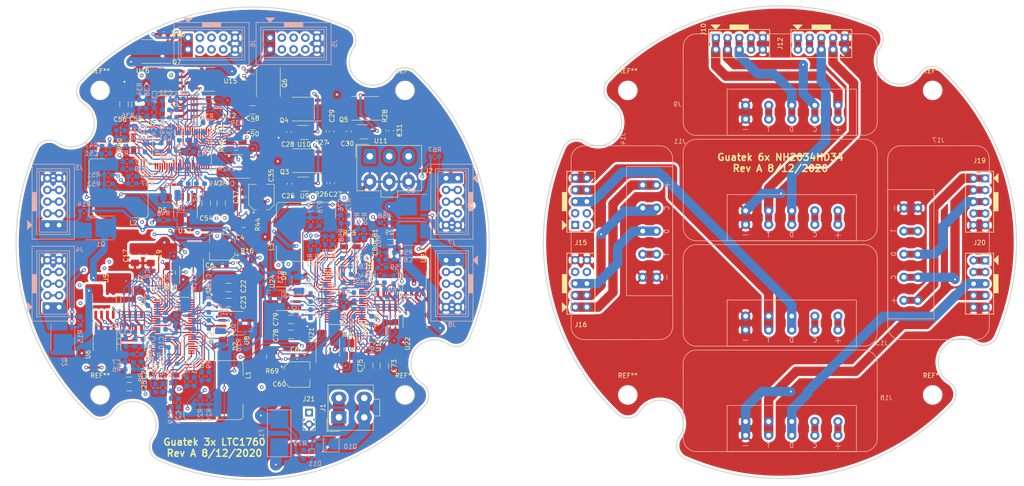
<source format=kicad_pcb>
(kicad_pcb (version 20171130) (host pcbnew "(5.1.6)-1")
  (title_block (title "WW-Battery-Pack PCBs") (date 2020-07-27) (rev A) (company Guatek) (comment 1 "First version of 6-pack board stack for Inspired Energy NH2034HD34"))
  (layers (0 F.Cu signal) (1 In1.Cu signal) (2 In2.Cu signal) (31 B.Cu signal) (34 B.Paste user) (35 F.Paste user) (36 B.SilkS user) (37 F.SilkS user) (38 B.Mask user) (39 F.Mask user) (44 Edge.Cuts user))
  (net 0 "")
  (net 1 GNDREF)
  (net 2 "Net-(C1-Pad1)")
  (net 3 "Net-(C2-Pad1)")
  (net 4 "Net-(C3-Pad1)")
  (net 5 "Net-(C8-Pad1)")
  (net 6 "Net-(C9-Pad1)")
  (net 7 "Net-(C10-Pad1)")
  (net 8 "Net-(C11-Pad1)")
  (net 9 "Net-(C13-Pad1)")
  (net 10 "Net-(C14-Pad1)")
  (net 11 "Net-(C16-Pad1)")
  (net 12 "Net-(C16-Pad2)")
  (net 13 /LTC1760_A/DCOUT)
  (net 14 /LTC1760_A/LOPWR)
  (net 15 /LTC1760_A/DCSUPPLY)
  (net 16 /LTC1760_A/CHG_OUT)
  (net 17 /sheet6090344F/Vout)
  (net 18 /LTC1760_B/DCOUT)
  (net 19 "Net-(C32-Pad1)")
  (net 20 "Net-(C33-Pad1)")
  (net 21 "Net-(C34-Pad1)")
  (net 22 "Net-(C39-Pad1)")
  (net 23 "Net-(C40-Pad1)")
  (net 24 "Net-(C41-Pad1)")
  (net 25 "Net-(C42-Pad1)")
  (net 26 "Net-(C44-Pad1)")
  (net 27 "Net-(C45-Pad1)")
  (net 28 "Net-(C47-Pad2)")
  (net 29 "Net-(C47-Pad1)")
  (net 30 /LTC1760_B/LOPWR)
  (net 31 /LTC1760_B/DCSUPPLY)
  (net 32 /LTC1760_B/CHG_OUT)
  (net 33 "Net-(C57-Pad1)")
  (net 34 "Net-(C58-Pad1)")
  (net 35 "Net-(C59-Pad1)")
  (net 36 "Net-(C64-Pad1)")
  (net 37 "Net-(C65-Pad1)")
  (net 38 "Net-(C66-Pad1)")
  (net 39 "Net-(C67-Pad1)")
  (net 40 "Net-(C69-Pad1)")
  (net 41 "Net-(C70-Pad1)")
  (net 42 "Net-(C72-Pad2)")
  (net 43 "Net-(C72-Pad1)")
  (net 44 "Net-(D3-Pad3)")
  (net 45 /LTC1760_A/V_B2)
  (net 46 /LTC1760_A/V_B1)
  (net 47 /LTC1760_B/V_B1)
  (net 48 /LTC1760_B/V_B2)
  (net 49 "Net-(D6-Pad3)")
  (net 50 "Net-(D9-Pad3)")
  (net 51 "Net-(J3-Pad1)")
  (net 52 /LTC1760_A/SCL_B1)
  (net 53 /LTC1760_A/SDA_B1)
  (net 54 "Net-(J3-Pad7)")
  (net 55 "Net-(J4-Pad7)")
  (net 56 /LTC1760_A/SDA_B2)
  (net 57 /LTC1760_A/SCL_B2)
  (net 58 "Net-(J4-Pad1)")
  (net 59 "Net-(J5-Pad1)")
  (net 60 /LTC1760_B/SCL_B1)
  (net 61 /LTC1760_B/SDA_B1)
  (net 62 "Net-(J5-Pad7)")
  (net 63 "Net-(J6-Pad7)")
  (net 64 /LTC1760_B/SDA_B2)
  (net 65 /LTC1760_B/SCL_B2)
  (net 66 "Net-(J6-Pad1)")
  (net 67 "Net-(J7-Pad1)")
  (net 68 "Net-(J7-Pad7)")
  (net 69 "Net-(J8-Pad7)")
  (net 70 "Net-(J8-Pad1)")
  (net 71 "Net-(J10-Pad1)")
  (net 72 "Net-(J10-Pad3)")
  (net 73 "Net-(J10-Pad5)")
  (net 74 "Net-(J10-Pad7)")
  (net 75 "Net-(J10-Pad10)")
  (net 76 "Net-(L1-Pad2)")
  (net 77 "Net-(L2-Pad2)")
  (net 78 "Net-(L3-Pad2)")
  (net 79 "Net-(Q1-Pad5)")
  (net 80 "Net-(Q2-Pad5)")
  (net 81 "Net-(Q3-Pad4)")
  (net 82 "Net-(Q4-Pad4)")
  (net 83 "Net-(Q5-Pad4)")
  (net 84 "Net-(Q6-Pad5)")
  (net 85 "Net-(Q7-Pad5)")
  (net 86 "Net-(Q8-Pad5)")
  (net 87 "Net-(Q9-Pad5)")
  (net 88 /LTC1760_A/SDA)
  (net 89 /LTC1760_A/SCL)
  (net 90 /LTC1760_A/INTB)
  (net 91 /LTC1760_A/TH1B)
  (net 92 /LTC1760_A/TH1A)
  (net 93 /LTC1760_A/TH2B)
  (net 94 /LTC1760_A/TH2A)
  (net 95 "Net-(R13-Pad2)")
  (net 96 "Net-(R17-Pad1)")
  (net 97 /LTC1760_A/DCSUM)
  (net 98 "Net-(R22-Pad2)")
  (net 99 /LTC1760_A/ILIMT)
  (net 100 /LTC1760_A/VLIM)
  (net 101 "Net-(R26-Pad2)")
  (net 102 "Net-(R27-Pad2)")
  (net 103 "Net-(R28-Pad2)")
  (net 104 /LTC1760_B/SDA)
  (net 105 /LTC1760_B/SCL)
  (net 106 /LTC1760_B/INTB)
  (net 107 /LTC1760_B/TH1B)
  (net 108 /LTC1760_B/TH1A)
  (net 109 /LTC1760_B/TH2B)
  (net 110 /LTC1760_B/TH2A)
  (net 111 "Net-(R41-Pad2)")
  (net 112 "Net-(R45-Pad1)")
  (net 113 /LTC1760_B/DCSUM)
  (net 114 "Net-(R50-Pad2)")
  (net 115 /LTC1760_B/ILIMT)
  (net 116 /LTC1760_B/VLIM)
  (net 117 "Net-(R66-Pad2)")
  (net 118 "Net-(R70-Pad1)")
  (net 119 "Net-(R75-Pad2)")
  (net 120 "Net-(U1-Pad4)")
  (net 121 "Net-(U1-Pad3)")
  (net 122 "Net-(U1-Pad2)")
  (net 123 "Net-(U1-Pad1)")
  (net 124 "Net-(U3-Pad6)")
  (net 125 "Net-(U3-Pad7)")
  (net 126 "Net-(U3-Pad8)")
  (net 127 "Net-(U3-Pad9)")
  (net 128 "Net-(U3-Pad10)")
  (net 129 "Net-(U3-Pad11)")
  (net 130 "Net-(U3-Pad39)")
  (net 131 "Net-(U3-Pad44)")
  (net 132 "Net-(U4-Pad1)")
  (net 133 "Net-(U12-Pad4)")
  (net 134 "Net-(U12-Pad3)")
  (net 135 "Net-(U12-Pad2)")
  (net 136 "Net-(U12-Pad1)")
  (net 137 "Net-(U15-Pad3)")
  (net 138 "Net-(U15-Pad1)")
  (net 139 "Net-(U18-Pad4)")
  (net 140 "Net-(U18-Pad3)")
  (net 141 "Net-(U18-Pad2)")
  (net 142 "Net-(U18-Pad1)")
  (net 143 "Net-(U20-Pad44)")
  (net 144 "Net-(U20-Pad39)")
  (net 145 "Net-(U20-Pad11)")
  (net 146 "Net-(U20-Pad10)")
  (net 147 "Net-(U20-Pad9)")
  (net 148 "Net-(U20-Pad8)")
  (net 149 "Net-(U20-Pad7)")
  (net 150 "Net-(U20-Pad6)")
  (net 151 "Net-(U21-Pad1)")
  (net 152 "Net-(J11-Pad7)")
  (net 153 "Net-(J11-Pad5)")
  (net 154 "Net-(J11-Pad3)")
  (net 155 "Net-(J11-Pad1)")
  (net 156 "Net-(J13-Pad1)")
  (net 157 "Net-(J13-Pad3)")
  (net 158 "Net-(J13-Pad5)")
  (net 159 "Net-(J13-Pad7)")
  (net 160 "Net-(J14-Pad1)")
  (net 161 "Net-(J14-Pad3)")
  (net 162 "Net-(J14-Pad5)")
  (net 163 "Net-(J14-Pad7)")
  (net 164 "Net-(J17-Pad7)")
  (net 165 "Net-(J17-Pad5)")
  (net 166 "Net-(J17-Pad3)")
  (net 167 "Net-(J17-Pad1)")
  (net 168 "Net-(J18-Pad1)")
  (net 169 "Net-(J18-Pad3)")
  (net 170 "Net-(J18-Pad5)")
  (net 171 "Net-(J18-Pad7)")
  (net 172 /LTC1670_C/Vin)
  (net 173 /LTC1670_C/VPLUS)
  (net 174 /LTC1670_C/DCDIV)
  (net 175 /LTC1670_C/CLP)
  (net 176 /LTC1670_C/MODE)
  (net 177 /LTC1670_C/DCOUT)
  (net 178 /LTC1670_C/LOPWR)
  (net 179 /LTC1670_C/DCSUPPLY)
  (net 180 /LTC1670_C/CHG_OUT)
  (net 181 /LTC1670_C/V_B2)
  (net 182 /LTC1670_C/V_B1)
  (net 183 /LTC1670_C/SDA_B1)
  (net 184 /LTC1670_C/SCL_B1)
  (net 185 /LTC1670_C/SCL_B2)
  (net 186 /LTC1670_C/SDA_B2)
  (net 187 /LTC1670_C/~BAT_EN)
  (net 188 /LTC1670_C/SCP)
  (net 189 /LTC1670_C/SCN)
  (net 190 /LTC1670_C/VCC)
  (net 191 /LTC1670_C/SDA)
  (net 192 /LTC1670_C/SCL)
  (net 193 /LTC1670_C/INTB)
  (net 194 /LTC1670_C/TH1B)
  (net 195 /LTC1670_C/TH1A)
  (net 196 /LTC1670_C/TH2B)
  (net 197 /LTC1670_C/TH2A)
  (net 198 /LTC1670_C/DCSUM)
  (net 199 /LTC1670_C/ILIMT)
  (net 200 /LTC1670_C/VLIM)
  (net 201 "Net-(U5-Pad1)")
  (net 202 "Net-(U5-Pad3)")
  (net 203 "Net-(U13-Pad6)")
  (net 204 "Net-(U13-Pad7)")
  (net 205 "Net-(U13-Pad8)")
  (net 206 "Net-(U13-Pad9)")
  (net 207 "Net-(U13-Pad10)")
  (net 208 "Net-(U13-Pad11)")
  (net 209 "Net-(U13-Pad39)")
  (net 210 "Net-(U13-Pad44)")
  (net 211 "Net-(U14-Pad1)")
  (net 212 "Net-(U22-Pad1)")
  (net 213 "Net-(U22-Pad3)")
  (net 214 "Net-(D11-Pad1)")
  (net 215 "Net-(F1-Pad1)")
  (net 216 /GND)
  (module Package_SO:SO-8_3.9x4.9mm_P1.27mm (layer F.Cu) (at 67.58591 100.900749 90)
    (fp_text reference U2 (at 5 1.75 90) (layer F.SilkS))
    (fp_text value FDS6990)
    (pad 1 smd roundrect (at -2.575 -1.905 90) (size 1.75 0.6) (layers F.Cu F.Paste F.Mask) (net 121 "Net-(U1-Pad3)"))
    (pad 2 smd roundrect (at -2.575 -0.635 90) (size 1.75 0.6) (layers F.Cu F.Paste F.Mask) (net 120 "Net-(U1-Pad4)"))
    (pad 3 smd roundrect (at -2.575 0.635 90) (size 1.75 0.6) (layers F.Cu F.Paste F.Mask) (net 123 "Net-(U1-Pad1)"))
    (pad 4 smd roundrect (at -2.575 1.905 90) (size 1.75 0.6) (layers F.Cu F.Paste F.Mask) (net 122 "Net-(U1-Pad2)"))
    (pad 5 smd roundrect (at 2.575 1.905 90) (size 1.75 0.6) (layers F.Cu F.Paste F.Mask) (net 80 "Net-(Q2-Pad5)"))
    (pad 6 smd roundrect (at 2.575 0.635 90) (size 1.75 0.6) (layers F.Cu F.Paste F.Mask) (net 80 "Net-(Q2-Pad5)"))
    (pad 7 smd roundrect (at 2.575 -0.635 90) (size 1.75 0.6) (layers F.Cu F.Paste F.Mask) (net 79 "Net-(Q1-Pad5)"))
    (pad 8 smd roundrect (at 2.575 -1.905 90) (size 1.75 0.6) (layers F.Cu F.Paste F.Mask) (net 79 "Net-(Q1-Pad5)"))
  )
  (module Package_SO:SO-8_3.9x4.9mm_P1.27mm (layer F.Cu) (at 67.585908 109.400743 270)
    (fp_text reference U1 (at 3.25 -3.5 90) (layer F.SilkS))
    (fp_text value FDS6990)
    (pad 8 smd roundrect (at 2.575 -1.905 270) (size 1.75 0.6) (layers F.Cu F.Paste F.Mask) (net 16 /LTC1760_A/CHG_OUT))
    (pad 7 smd roundrect (at 2.575 -0.635 270) (size 1.75 0.6) (layers F.Cu F.Paste F.Mask) (net 16 /LTC1760_A/CHG_OUT))
    (pad 6 smd roundrect (at 2.575 0.635 270) (size 1.75 0.6) (layers F.Cu F.Paste F.Mask) (net 16 /LTC1760_A/CHG_OUT))
    (pad 5 smd roundrect (at 2.575 1.905 270) (size 1.75 0.6) (layers F.Cu F.Paste F.Mask) (net 16 /LTC1760_A/CHG_OUT))
    (pad 4 smd roundrect (at -2.575 1.905 270) (size 1.75 0.6) (layers F.Cu F.Paste F.Mask) (net 120 "Net-(U1-Pad4)"))
    (pad 3 smd roundrect (at -2.575 0.635 270) (size 1.75 0.6) (layers F.Cu F.Paste F.Mask) (net 121 "Net-(U1-Pad3)"))
    (pad 2 smd roundrect (at -2.575 -0.635 270) (size 1.75 0.6) (layers F.Cu F.Paste F.Mask) (net 122 "Net-(U1-Pad2)"))
    (pad 1 smd roundrect (at -2.575 -1.905 270) (size 1.75 0.6) (layers F.Cu F.Paste F.Mask) (net 123 "Net-(U1-Pad1)"))
  )
  (module Capacitor_SMD:C_0603_1608Metric_Pad1.05x0.95mm_HandSolder (layer B.Cu) (at 80.835908 104.025748 270)
    (fp_text reference C11 (at -8.125 0 90) (layer B.SilkS) (effects (justify mirror)))
    (fp_text value 0.1uF)
    (pad 1 smd roundrect (at -0.875 0 270) (size 1.05 0.95) (layers B.Cu B.Paste B.Mask) (net 8 "Net-(C11-Pad1)"))
    (pad 2 smd roundrect (at 0.875 0 270) (size 1.05 0.95) (layers B.Cu B.Paste B.Mask) (net 175 /LTC1670_C/CLP))
  )
  (module Capacitor_SMD:C_0603_1608Metric_Pad1.05x0.95mm_HandSolder (layer B.Cu) (at 76.885904 104.525763 90)
    (fp_text reference C12 (at 3.075 0.5 90) (layer B.SilkS) (effects (justify mirror)))
    (fp_text value 0.1uF)
    (pad 2 smd roundrect (at 0.875 0 90) (size 1.05 0.95) (layers B.Cu B.Paste B.Mask) (net 8 "Net-(C11-Pad1)"))
    (pad 1 smd roundrect (at -0.875 0 90) (size 1.05 0.95) (layers B.Cu B.Paste B.Mask) (net 216 /GND))
  )
  (module Package_SO:TSSOP-48_6.1x12.5mm_P0.5mm (layer F.Cu) (at 76.585913 106.150756)
    (fp_text reference U3 (at -4.25 -7.75 270) (layer F.SilkS))
    (fp_text value LTC1760)
    (pad 48 smd roundrect (at 3.7125 -5.75) (size 1.475 0.3) (layers F.Cu F.Paste F.Mask) (net 123 "Net-(U1-Pad1)"))
    (pad 47 smd roundrect (at 3.7125 -5.25) (size 1.475 0.3) (layers F.Cu F.Paste F.Mask) (net 122 "Net-(U1-Pad2)"))
    (pad 46 smd roundrect (at 3.7125 -4.75) (size 1.475 0.3) (layers F.Cu F.Paste F.Mask) (net 120 "Net-(U1-Pad4)"))
    (pad 45 smd roundrect (at 3.7125 -4.25) (size 1.475 0.3) (layers F.Cu F.Paste F.Mask) (net 121 "Net-(U1-Pad3)"))
    (pad 44 smd roundrect (at 3.7125 -3.75) (size 1.475 0.3) (layers F.Cu F.Paste F.Mask) (net 131 "Net-(U3-Pad44)"))
    (pad 43 smd roundrect (at 3.7125 -3.25) (size 1.475 0.3) (layers F.Cu F.Paste F.Mask) (net 12 "Net-(C16-Pad2)"))
    (pad 42 smd roundrect (at 3.7125 -2.75) (size 1.475 0.3) (layers F.Cu F.Paste F.Mask) (net 11 "Net-(C16-Pad1)"))
    (pad 41 smd roundrect (at 3.7125 -2.25) (size 1.475 0.3) (layers F.Cu F.Paste F.Mask) (net 8 "Net-(C11-Pad1)"))
    (pad 40 smd roundrect (at 3.7125 -1.75) (size 1.475 0.3) (layers F.Cu F.Paste F.Mask) (net 190 /LTC1670_C/VCC))
    (pad 39 smd roundrect (at 3.7125 -1.25) (size 1.475 0.3) (layers F.Cu F.Paste F.Mask) (net 130 "Net-(U3-Pad39)"))
    (pad 38 smd roundrect (at 3.7125 -0.75) (size 1.475 0.3) (layers F.Cu F.Paste F.Mask) (net 216 /GND))
    (pad 37 smd roundrect (at 3.7125 -0.25) (size 1.475 0.3) (layers F.Cu F.Paste F.Mask) (net 7 "Net-(C10-Pad1)"))
    (pad 36 smd roundrect (at 3.7125 0.25) (size 1.475 0.3) (layers F.Cu F.Paste F.Mask) (net 175 /LTC1670_C/CLP))
    (pad 35 smd roundrect (at 3.7125 0.75) (size 1.475 0.3) (layers F.Cu F.Paste F.Mask) (net 98 "Net-(R22-Pad2)"))
    (pad 34 smd roundrect (at 3.7125 1.25) (size 1.475 0.3) (layers F.Cu F.Paste F.Mask) (net 96 "Net-(R17-Pad1)"))
    (pad 33 smd roundrect (at 3.7125 1.75) (size 1.475 0.3) (layers F.Cu F.Paste F.Mask) (net 100 /LTC1760_A/VLIM))
    (pad 32 smd roundrect (at 3.7125 2.25) (size 1.475 0.3) (layers F.Cu F.Paste F.Mask) (net 99 /LTC1760_A/ILIMT))
    (pad 31 smd roundrect (at 3.7125 2.75) (size 1.475 0.3) (layers F.Cu F.Paste F.Mask) (net 91 /LTC1760_A/TH1B))
    (pad 30 smd roundrect (at 3.7125 3.25) (size 1.475 0.3) (layers F.Cu F.Paste F.Mask) (net 92 /LTC1760_A/TH1A))
    (pad 29 smd roundrect (at 3.7125 3.75) (size 1.475 0.3) (layers F.Cu F.Paste F.Mask) (net 90 /LTC1760_A/INTB))
    (pad 28 smd roundrect (at 3.7125 4.25) (size 1.475 0.3) (layers F.Cu F.Paste F.Mask) (net 94 /LTC1760_A/TH2A))
    (pad 27 smd roundrect (at 3.7125 4.75) (size 1.475 0.3) (layers F.Cu F.Paste F.Mask) (net 93 /LTC1760_A/TH2B))
    (pad 26 smd roundrect (at 3.7125 5.25) (size 1.475 0.3) (layers F.Cu F.Paste F.Mask) (net 176 /LTC1670_C/MODE))
    (pad 25 smd roundrect (at 3.7125 5.75) (size 1.475 0.3) (layers F.Cu F.Paste F.Mask) (net 176 /LTC1670_C/MODE))
    (pad 24 smd roundrect (at -3.7125 5.75) (size 1.475 0.3) (layers F.Cu F.Paste F.Mask) (net 216 /GND))
    (pad 23 smd roundrect (at -3.7125 5.25) (size 1.475 0.3) (layers F.Cu F.Paste F.Mask) (net 53 /LTC1760_A/SDA_B1))
    (pad 22 smd roundrect (at -3.7125 4.75) (size 1.475 0.3) (layers F.Cu F.Paste F.Mask) (net 88 /LTC1760_A/SDA))
    (pad 21 smd roundrect (at -3.7125 4.25) (size 1.475 0.3) (layers F.Cu F.Paste F.Mask) (net 56 /LTC1760_A/SDA_B2))
    (pad 20 smd roundrect (at -3.7125 3.75) (size 1.475 0.3) (layers F.Cu F.Paste F.Mask) (net 176 /LTC1670_C/MODE))
    (pad 19 smd roundrect (at -3.7125 3.25) (size 1.475 0.3) (layers F.Cu F.Paste F.Mask) (net 52 /LTC1760_A/SCL_B1))
    (pad 18 smd roundrect (at -3.7125 2.75) (size 1.475 0.3) (layers F.Cu F.Paste F.Mask) (net 89 /LTC1760_A/SCL))
    (pad 17 smd roundrect (at -3.7125 2.25) (size 1.475 0.3) (layers F.Cu F.Paste F.Mask) (net 57 /LTC1760_A/SCL_B2))
    (pad 16 smd roundrect (at -3.7125 1.75) (size 1.475 0.3) (layers F.Cu F.Paste F.Mask) (net 174 /LTC1670_C/DCDIV))
    (pad 15 smd roundrect (at -3.7125 1.25) (size 1.475 0.3) (layers F.Cu F.Paste F.Mask) (net 4 "Net-(C3-Pad1)"))
    (pad 14 smd roundrect (at -3.7125 0.75) (size 1.475 0.3) (layers F.Cu F.Paste F.Mask) (net 3 "Net-(C2-Pad1)"))
    (pad 13 smd roundrect (at -3.7125 0.25) (size 1.475 0.3) (layers F.Cu F.Paste F.Mask) (net 9 "Net-(C13-Pad1)"))
    (pad 12 smd roundrect (at -3.7125 -0.25) (size 1.475 0.3) (layers F.Cu F.Paste F.Mask) (net 14 /LTC1760_A/LOPWR))
    (pad 11 smd roundrect (at -3.7125 -0.75) (size 1.475 0.3) (layers F.Cu F.Paste F.Mask) (net 129 "Net-(U3-Pad11)"))
    (pad 10 smd roundrect (at -3.7125 -1.25) (size 1.475 0.3) (layers F.Cu F.Paste F.Mask) (net 128 "Net-(U3-Pad10)"))
    (pad 9 smd roundrect (at -3.7125 -1.75) (size 1.475 0.3) (layers F.Cu F.Paste F.Mask) (net 127 "Net-(U3-Pad9)"))
    (pad 8 smd roundrect (at -3.7125 -2.25) (size 1.475 0.3) (layers F.Cu F.Paste F.Mask) (net 126 "Net-(U3-Pad8)"))
    (pad 7 smd roundrect (at -3.7125 -2.75) (size 1.475 0.3) (layers F.Cu F.Paste F.Mask) (net 125 "Net-(U3-Pad7)"))
    (pad 6 smd roundrect (at -3.7125 -3.25) (size 1.475 0.3) (layers F.Cu F.Paste F.Mask) (net 124 "Net-(U3-Pad6)"))
    (pad 5 smd roundrect (at -3.7125 -3.75) (size 1.475 0.3) (layers F.Cu F.Paste F.Mask) (net 188 /LTC1670_C/SCP))
    (pad 4 smd roundrect (at -3.7125 -4.25) (size 1.475 0.3) (layers F.Cu F.Paste F.Mask) (net 189 /LTC1670_C/SCN))
    (pad 3 smd roundrect (at -3.7125 -4.75) (size 1.475 0.3) (layers F.Cu F.Paste F.Mask) (net 79 "Net-(Q1-Pad5)"))
    (pad 2 smd roundrect (at -3.7125 -5.25) (size 1.475 0.3) (layers F.Cu F.Paste F.Mask) (net 80 "Net-(Q2-Pad5)"))
    (pad 1 smd roundrect (at -3.7125 -5.75) (size 1.475 0.3) (layers F.Cu F.Paste F.Mask) (net 5 "Net-(C8-Pad1)"))
  )
  (module Package_TO_SOT_SMD:SOT-23 (layer B.Cu) (at 98.302862 99.030446 90)
    (fp_text reference D9 (at 0 2.5 270) (layer B.SilkS) (effects (justify mirror)))
    (fp_text value BAT54A)
    (pad 3 smd rect (at 1 0 90) (size 0.9 0.8) (layers B.Cu B.Paste B.Mask) (net 50 "Net-(D9-Pad3)"))
    (pad 2 smd rect (at -1 -0.95 90) (size 0.9 0.8) (layers B.Cu B.Paste B.Mask) (net 181 /LTC1670_C/V_B2))
    (pad 1 smd rect (at -1 0.95 90) (size 0.9 0.8) (layers B.Cu B.Paste B.Mask) (net 182 /LTC1670_C/V_B1))
  )
  (module Capacitor_SMD:C_0603_1608Metric_Pad1.05x0.95mm_HandSolder (layer B.Cu) (at 123.352875 91.580448)
    (fp_text reference C63 (at 3.428685 0.039892) (layer B.SilkS) (effects (justify mirror)))
    (fp_text value 100pF)
    (pad 2 smd roundrect (at 0.875 0) (size 1.05 0.95) (layers B.Cu B.Paste B.Mask) (net 216 /GND))
    (pad 1 smd roundrect (at -0.875 0) (size 1.05 0.95) (layers B.Cu B.Paste B.Mask) (net 174 /LTC1670_C/DCDIV))
  )
  (module Capacitor_SMD:C_0603_1608Metric_Pad1.05x0.95mm_HandSolder (layer B.Cu) (at 114.852865 95.705441 90)
    (fp_text reference C66 (at -0.133839 1.385155 270) (layer B.SilkS) (effects (justify mirror)))
    (fp_text value 1800pF)
    (pad 2 smd roundrect (at 0.875 0 90) (size 1.05 0.95) (layers B.Cu B.Paste B.Mask) (net 216 /GND))
    (pad 1 smd roundrect (at -0.875 0 90) (size 1.05 0.95) (layers B.Cu B.Paste B.Mask) (net 38 "Net-(C66-Pad1)"))
  )
  (module Capacitor_SMD:C_0603_1608Metric_Pad1.05x0.95mm_HandSolder (layer B.Cu) (at 106.102871 103.330446 270)
    (fp_text reference C72 (at -0.186126 -1.511849 270) (layer B.SilkS) (effects (justify mirror)))
    (fp_text value "0.22 uF")
    (pad 2 smd roundrect (at 0.875 0 270) (size 1.05 0.95) (layers B.Cu B.Paste B.Mask) (net 42 "Net-(C72-Pad2)"))
    (pad 1 smd roundrect (at -0.875 0 270) (size 1.05 0.95) (layers B.Cu B.Paste B.Mask) (net 43 "Net-(C72-Pad1)"))
  )
  (module Inductor_SMD:L_Bourns_SRR1260 (layer F.Cu) (at 105.102875 85.58044)
    (fp_text reference L3 (at -7.5 3.25 90) (layer F.SilkS))
    (fp_text value "10 uH")
    (pad 2 smd rect (at 4.85 0) (size 2.9 5.4) (layers F.Cu F.Paste F.Mask) (net 78 "Net-(L3-Pad2)"))
    (pad 1 smd rect (at -4.85 0) (size 2.9 5.4) (layers F.Cu F.Paste F.Mask) (net 43 "Net-(C72-Pad1)"))
  )
  (module Package_SO:PowerPAK_SO-8_Single (layer F.Cu) (at 96.9772 53.34 270)
    (fp_text reference Q6 (at 0 -3.5 270) (layer F.SilkS))
    (fp_text value Si7141DP)
    (pad 5 smd rect (at 0.69 0 270) (size 3.81 3.91) (layers F.Cu F.Paste F.Mask) (net 84 "Net-(Q6-Pad5)"))
    (pad 5 smd rect (at 2.795 -1.905 270) (size 1.02 0.61) (layers F.Cu F.Paste F.Mask) (net 84 "Net-(Q6-Pad5)"))
    (pad 5 smd rect (at 2.795 -0.635 270) (size 1.02 0.61) (layers F.Cu F.Paste F.Mask) (net 84 "Net-(Q6-Pad5)"))
    (pad 5 smd rect (at 2.795 0.635 270) (size 1.02 0.61) (layers F.Cu F.Paste F.Mask) (net 84 "Net-(Q6-Pad5)"))
    (pad 5 smd rect (at 2.795 1.905 270) (size 1.02 0.61) (layers F.Cu F.Paste F.Mask) (net 84 "Net-(Q6-Pad5)"))
    (pad 4 smd rect (at -2.67 1.905 270) (size 1.27 0.61) (layers F.Cu F.Paste F.Mask) (net 187 /LTC1670_C/~BAT_EN))
    (pad 3 smd rect (at -2.67 0.635 270) (size 1.27 0.61) (layers F.Cu F.Paste F.Mask) (net 59 "Net-(J5-Pad1)"))
    (pad 2 smd rect (at -2.67 -0.635 270) (size 1.27 0.61) (layers F.Cu F.Paste F.Mask) (net 59 "Net-(J5-Pad1)"))
    (pad 1 smd rect (at -2.67 -1.905 270) (size 1.27 0.61) (layers F.Cu F.Paste F.Mask) (net 59 "Net-(J5-Pad1)"))
  )
  (module Capacitor_SMD:C_0603_1608Metric_Pad1.05x0.95mm_HandSolder (layer B.Cu) (at 109.352858 101.455451 90)
    (fp_text reference C67 (at 0.200891 1.571482 270) (layer B.SilkS) (effects (justify mirror)))
    (fp_text value 0.1uF)
    (pad 2 smd roundrect (at 0.875 0 90) (size 1.05 0.95) (layers B.Cu B.Paste B.Mask) (net 175 /LTC1670_C/CLP))
    (pad 1 smd roundrect (at -0.875 0 90) (size 1.05 0.95) (layers B.Cu B.Paste B.Mask) (net 39 "Net-(C67-Pad1)"))
  )
  (module Resistor_SMD:R_0603_1608Metric_Pad1.05x0.95mm_HandSolder (layer B.Cu) (at 83.697558 61.95812 180)
    (fp_text reference R32 (at 0 1.43 180) (layer B.SilkS) (effects (justify mirror)))
    (fp_text value "100 1%")
    (pad 2 smd roundrect (at 0.875 0 180) (size 1.05 0.95) (layers B.Cu B.Paste B.Mask) (net 173 /LTC1670_C/VPLUS))
    (pad 1 smd roundrect (at -0.875 0 180) (size 1.05 0.95) (layers B.Cu B.Paste B.Mask) (net 22 "Net-(C39-Pad1)"))
  )
  (module Inductor_SMD:L_Bourns_SRR1260 (layer F.Cu) (at 64.510462 76.141904 90)
    (fp_text reference L2 (at -7.5 3.25) (layer F.SilkS))
    (fp_text value "10 uH")
    (pad 2 smd rect (at 4.85 0 90) (size 2.9 5.4) (layers F.Cu F.Paste F.Mask) (net 77 "Net-(L2-Pad2)"))
    (pad 1 smd rect (at -4.85 0 90) (size 2.9 5.4) (layers F.Cu F.Paste F.Mask) (net 29 "Net-(C47-Pad1)"))
  )
  (module Capacitor_SMD:C_1206_3216Metric_Pad1.42x1.75mm_HandSolder (layer F.Cu) (at 118.702868 114.617953 90)
    (fp_text reference C75 (at 0 -1.82 270) (layer F.SilkS))
    (fp_text value 10uF)
    (pad 2 smd roundrect (at 1.4875 0 90) (size 1.425 1.75) (layers F.Cu F.Paste F.Mask) (roundrect_rratio 0.175439) (net 216 /GND))
    (pad 1 smd roundrect (at -1.4875 0 90) (size 1.425 1.75) (layers F.Cu F.Paste F.Mask) (roundrect_rratio 0.175439) (net 177 /LTC1670_C/DCOUT))
  )
  (module Capacitor_SMD:C_1206_3216Metric_Pad1.42x1.75mm_HandSolder (layer F.Cu) (at 101.852865 104.580446)
    (fp_text reference C79 (at -3.25 0 90) (layer F.SilkS))
    (fp_text value 10uF)
    (pad 2 smd roundrect (at 1.4875 0) (size 1.425 1.75) (layers F.Cu F.Paste F.Mask) (roundrect_rratio 0.175439) (net 216 /GND))
    (pad 1 smd roundrect (at -1.4875 0) (size 1.425 1.75) (layers F.Cu F.Paste F.Mask) (roundrect_rratio 0.175439) (net 179 /LTC1670_C/DCSUPPLY))
  )
  (module Diode_SMD:D_Powermite_AK (layer F.Cu) (at 74.010464 77.891907 90)
    (fp_text reference D5 (at -3 0) (layer F.SilkS))
    (fp_text value MBRM140T3)
    (pad 2 smd rect (at 1.6525 0 90) (size 0.762 1.27) (layers F.Cu F.Paste F.Mask) (net 216 /GND))
    (pad 1 smd rect (at -0.6985 0 90) (size 2.67 2.54) (layers F.Cu F.Paste F.Mask) (net 29 "Net-(C47-Pad1)"))
  )
  (module Resistor_SMD:R_0603_1608Metric_Pad1.05x0.95mm_HandSolder (layer B.Cu) (at 65.222556 66.958123)
    (fp_text reference R33 (at 0.004644 1.599017 180) (layer B.SilkS) (effects (justify mirror)))
    (fp_text value "15k 1%")
    (pad 1 smd roundrect (at -0.875 0) (size 1.05 0.95) (layers B.Cu B.Paste B.Mask) (net 176 /LTC1670_C/MODE))
    (pad 2 smd roundrect (at 0.875 0) (size 1.05 0.95) (layers B.Cu B.Paste B.Mask) (net 106 /LTC1760_B/INTB))
  )
  (module Package_TO_SOT_SMD:SOT-23 (layer B.Cu) (at 77.960462 82.941904 180)
    (fp_text reference D6 (at 0 2.5 180) (layer B.SilkS) (effects (justify mirror)))
    (fp_text value BAT54A)
    (pad 3 smd rect (at 1 0 180) (size 0.9 0.8) (layers B.Cu B.Paste B.Mask) (net 49 "Net-(D6-Pad3)"))
    (pad 2 smd rect (at -1 -0.95 180) (size 0.9 0.8) (layers B.Cu B.Paste B.Mask) (net 48 /LTC1760_B/V_B2))
    (pad 1 smd rect (at -1 0.95 180) (size 0.9 0.8) (layers B.Cu B.Paste B.Mask) (net 47 /LTC1760_B/V_B1))
  )
  (module Capacitor_SMD:C_1206_3216Metric_Pad1.42x1.75mm_HandSolder (layer F.Cu) (at 122.10287 114.642952 90)
    (fp_text reference C73 (at -0.030428 2.12091 270) (layer F.SilkS))
    (fp_text value 10uF)
    (pad 1 smd roundrect (at -1.4875 0 90) (size 1.425 1.75) (layers F.Cu F.Paste F.Mask) (roundrect_rratio 0.175439) (net 177 /LTC1670_C/DCOUT))
    (pad 2 smd roundrect (at 1.4875 0 90) (size 1.425 1.75) (layers F.Cu F.Paste F.Mask) (roundrect_rratio 0.175439) (net 216 /GND))
  )
  (module Capacitor_SMD:C_1206_3216Metric_Pad1.42x1.75mm_HandSolder (layer F.Cu) (at 123.352874 89.330446)
    (fp_text reference C80 (at -3.25 0 90) (layer F.SilkS))
    (fp_text value 10uF)
    (pad 1 smd roundrect (at -1.4875 0) (size 1.425 1.75) (layers F.Cu F.Paste F.Mask) (roundrect_rratio 0.175439) (net 180 /LTC1670_C/CHG_OUT))
    (pad 2 smd roundrect (at 1.4875 0) (size 1.425 1.75) (layers F.Cu F.Paste F.Mask) (roundrect_rratio 0.175439) (net 216 /GND))
  )
  (module Capacitor_SMD:C_0603_1608Metric_Pad1.05x0.95mm_HandSolder (layer B.Cu) (at 112.686659 82.817536 270)
    (fp_text reference C76 (at -3.125 0 270) (layer B.SilkS) (effects (justify mirror)))
    (fp_text value 0.1uF)
    (pad 2 smd roundrect (at 0.875 0 270) (size 1.05 0.95) (layers B.Cu B.Paste B.Mask) (net 176 /LTC1670_C/MODE))
    (pad 1 smd roundrect (at -0.875 0 270) (size 1.05 0.95) (layers B.Cu B.Paste B.Mask) (net 216 /GND))
  )
  (module Capacitor_SMD:C_1206_3216Metric_Pad1.42x1.75mm_HandSolder (layer F.Cu) (at 101.85287 107.830439)
    (fp_text reference C78 (at -3.25 0.25 90) (layer F.SilkS))
    (fp_text value 10uF)
    (pad 1 smd roundrect (at -1.4875 0) (size 1.425 1.75) (layers F.Cu F.Paste F.Mask) (roundrect_rratio 0.175439) (net 179 /LTC1670_C/DCSUPPLY))
    (pad 2 smd roundrect (at 1.4875 0) (size 1.425 1.75) (layers F.Cu F.Paste F.Mask) (roundrect_rratio 0.175439) (net 216 /GND))
  )
  (module Capacitor_SMD:C_0603_1608Metric_Pad1.05x0.95mm_HandSolder (layer B.Cu) (at 106.102876 99.830445 270)
    (fp_text reference C74 (at -0.191325 -1.466124 270) (layer B.SilkS) (effects (justify mirror)))
    (fp_text value 0.1uF)
    (pad 1 smd roundrect (at -0.875 0 270) (size 1.05 0.95) (layers B.Cu B.Paste B.Mask) (net 216 /GND))
    (pad 2 smd roundrect (at 0.875 0 270) (size 1.05 0.95) (layers B.Cu B.Paste B.Mask) (net 190 /LTC1670_C/VCC))
  )
  (module Package_SO:PowerPAK_SO-8_Single (layer F.Cu) (at 72.4408 46.482 180)
    (fp_text reference Q7 (at -4.66852 -2.27584 180) (layer F.SilkS))
    (fp_text value Si7141DP)
    (pad 1 smd rect (at -2.67 -1.905 180) (size 1.27 0.61) (layers F.Cu F.Paste F.Mask) (net 66 "Net-(J6-Pad1)"))
    (pad 2 smd rect (at -2.67 -0.635 180) (size 1.27 0.61) (layers F.Cu F.Paste F.Mask) (net 66 "Net-(J6-Pad1)"))
    (pad 3 smd rect (at -2.67 0.635 180) (size 1.27 0.61) (layers F.Cu F.Paste F.Mask) (net 66 "Net-(J6-Pad1)"))
    (pad 4 smd rect (at -2.67 1.905 180) (size 1.27 0.61) (layers F.Cu F.Paste F.Mask) (net 187 /LTC1670_C/~BAT_EN))
    (pad 5 smd rect (at 2.795 1.905 180) (size 1.02 0.61) (layers F.Cu F.Paste F.Mask) (net 85 "Net-(Q7-Pad5)"))
    (pad 5 smd rect (at 2.795 0.635 180) (size 1.02 0.61) (layers F.Cu F.Paste F.Mask) (net 85 "Net-(Q7-Pad5)"))
    (pad 5 smd rect (at 2.795 -0.635 180) (size 1.02 0.61) (layers F.Cu F.Paste F.Mask) (net 85 "Net-(Q7-Pad5)"))
    (pad 5 smd rect (at 2.795 -1.905 180) (size 1.02 0.61) (layers F.Cu F.Paste F.Mask) (net 85 "Net-(Q7-Pad5)"))
    (pad 5 smd rect (at 0.69 0 180) (size 3.81 3.91) (layers F.Cu F.Paste F.Mask) (net 85 "Net-(Q7-Pad5)"))
  )
  (module Resistor_SMD:R_0603_1608Metric_Pad1.05x0.95mm_HandSolder (layer B.Cu) (at 74.010468 60.016909 90)
    (fp_text reference R29 (at -2.972551 0.043232 90) (layer B.SilkS) (effects (justify mirror)))
    (fp_text value "3.3k 1%")
    (pad 2 smd roundrect (at 0.875 0 90) (size 1.05 0.95) (layers B.Cu B.Paste B.Mask) (net 19 "Net-(C32-Pad1)"))
    (pad 1 smd roundrect (at -0.875 0 90) (size 1.05 0.95) (layers B.Cu B.Paste B.Mask) (net 20 "Net-(C33-Pad1)"))
  )
  (module Capacitor_SMD:C_0603_1608Metric_Pad1.05x0.95mm_HandSolder (layer B.Cu) (at 113.302862 100.955434 270)
    (fp_text reference C68 (at 3.220126 0.089982 270) (layer B.SilkS) (effects (justify mirror)))
    (fp_text value 0.1uF)
    (pad 1 smd roundrect (at -0.875 0 270) (size 1.05 0.95) (layers B.Cu B.Paste B.Mask) (net 216 /GND))
    (pad 2 smd roundrect (at 0.875 0 270) (size 1.05 0.95) (layers B.Cu B.Paste B.Mask) (net 39 "Net-(C67-Pad1)"))
  )
  (module Capacitor_SMD:C_0603_1608Metric_Pad1.05x0.95mm_HandSolder (layer B.Cu) (at 117.102868 99.580443 90)
    (fp_text reference C70 (at 0.086103 1.571012 270) (layer B.SilkS) (effects (justify mirror)))
    (fp_text value 0.1uF)
    (pad 2 smd roundrect (at 0.875 0 90) (size 1.05 0.95) (layers B.Cu B.Paste B.Mask) (net 40 "Net-(C69-Pad1)"))
    (pad 1 smd roundrect (at -0.875 0 90) (size 1.05 0.95) (layers B.Cu B.Paste B.Mask) (net 41 "Net-(C70-Pad1)"))
  )
  (module Capacitor_SMD:C_0603_1608Metric_Pad1.05x0.95mm_HandSolder (layer B.Cu) (at 116.327867 102.330437 180)
    (fp_text reference C77 (at -3.158813 0.100517) (layer B.SilkS) (effects (justify mirror)))
    (fp_text value 100pF)
    (pad 1 smd roundrect (at -0.875 0 180) (size 1.05 0.95) (layers B.Cu B.Paste B.Mask) (net 178 /LTC1670_C/LOPWR))
    (pad 2 smd roundrect (at 0.875 0 180) (size 1.05 0.95) (layers B.Cu B.Paste B.Mask) (net 216 /GND))
  )
  (module Capacitor_SMD:C_1206_3216Metric_Pad1.42x1.75mm_HandSolder (layer F.Cu) (at 123.352858 86.33045)
    (fp_text reference C81 (at -3.25 0 90) (layer F.SilkS))
    (fp_text value 10uF)
    (pad 2 smd roundrect (at 1.4875 0) (size 1.425 1.75) (layers F.Cu F.Paste F.Mask) (roundrect_rratio 0.175439) (net 216 /GND))
    (pad 1 smd roundrect (at -1.4875 0) (size 1.425 1.75) (layers F.Cu F.Paste F.Mask) (roundrect_rratio 0.175439) (net 180 /LTC1670_C/CHG_OUT))
  )
  (module Package_SO:SO-8_3.9x4.9mm_P1.27mm (layer F.Cu) (at 75.010469 58.641905 180)
    (fp_text reference U7 (at 3.25 -3.5 180) (layer F.SilkS))
    (fp_text value FDS6990)
    (pad 1 smd roundrect (at -2.575 -1.905 180) (size 1.75 0.6) (layers F.Cu F.Paste F.Mask) (net 134 "Net-(U12-Pad3)"))
    (pad 2 smd roundrect (at -2.575 -0.635 180) (size 1.75 0.6) (layers F.Cu F.Paste F.Mask) (net 133 "Net-(U12-Pad4)"))
    (pad 3 smd roundrect (at -2.575 0.635 180) (size 1.75 0.6) (layers F.Cu F.Paste F.Mask) (net 136 "Net-(U12-Pad1)"))
    (pad 4 smd roundrect (at -2.575 1.905 180) (size 1.75 0.6) (layers F.Cu F.Paste F.Mask) (net 135 "Net-(U12-Pad2)"))
    (pad 5 smd roundrect (at 2.575 1.905 180) (size 1.75 0.6) (layers F.Cu F.Paste F.Mask) (net 32 /LTC1760_B/CHG_OUT))
    (pad 6 smd roundrect (at 2.575 0.635 180) (size 1.75 0.6) (layers F.Cu F.Paste F.Mask) (net 32 /LTC1760_B/CHG_OUT))
    (pad 7 smd roundrect (at 2.575 -0.635 180) (size 1.75 0.6) (layers F.Cu F.Paste F.Mask) (net 32 /LTC1760_B/CHG_OUT))
    (pad 8 smd roundrect (at 2.575 -1.905 180) (size 1.75 0.6) (layers F.Cu F.Paste F.Mask) (net 32 /LTC1760_B/CHG_OUT))
  )
  (module Capacitor_Tantalum_SMD:CP_EIA-3528-15_AVX-H (layer B.Cu) (at 103.602867 96.830443 90)
    (fp_text reference C71 (at 0.381563 2.561513 270) (layer B.SilkS) (effects (justify mirror)))
    (fp_text value 4.7uF)
    (pad 2 smd roundrect (at 1.5375 0 90) (size 1.325 2.35) (layers B.Cu B.Paste B.Mask) (roundrect_rratio 0.188679) (net 216 /GND))
    (pad 1 smd roundrect (at -1.5375 0 90) (size 1.325 2.35) (layers B.Cu B.Paste B.Mask) (roundrect_rratio 0.188679) (net 190 /LTC1670_C/VCC))
  )
  (module Package_SO:PowerPAK_SO-8_Single (layer B.Cu) (at 127.9144 80.0608 180)
    (fp_text reference Q8 (at 0 3.5) (layer B.SilkS) (effects (justify mirror)))
    (fp_text value Si7141DP)
    (pad 1 smd rect (at -2.67 1.905 180) (size 1.27 0.61) (layers B.Cu B.Paste B.Mask) (net 67 "Net-(J7-Pad1)"))
    (pad 2 smd rect (at -2.67 0.635 180) (size 1.27 0.61) (layers B.Cu B.Paste B.Mask) (net 67 "Net-(J7-Pad1)"))
    (pad 3 smd rect (at -2.67 -0.635 180) (size 1.27 0.61) (layers B.Cu B.Paste B.Mask) (net 67 "Net-(J7-Pad1)"))
    (pad 4 smd rect (at -2.67 -1.905 180) (size 1.27 0.61) (layers B.Cu B.Paste B.Mask) (net 187 /LTC1670_C/~BAT_EN))
    (pad 5 smd rect (at 2.795 -1.905 180) (size 1.02 0.61) (layers B.Cu B.Paste B.Mask) (net 86 "Net-(Q8-Pad5)"))
    (pad 5 smd rect (at 2.795 -0.635 180) (size 1.02 0.61) (layers B.Cu B.Paste B.Mask) (net 86 "Net-(Q8-Pad5)"))
    (pad 5 smd rect (at 2.795 0.635 180) (size 1.02 0.61) (layers B.Cu B.Paste B.Mask) (net 86 "Net-(Q8-Pad5)"))
    (pad 5 smd rect (at 2.795 1.905 180) (size 1.02 0.61) (layers B.Cu B.Paste B.Mask) (net 86 "Net-(Q8-Pad5)"))
    (pad 5 smd rect (at 0.69 0 180) (size 3.81 3.91) (layers B.Cu B.Paste B.Mask) (net 86 "Net-(Q8-Pad5)"))
  )
  (module Package_SO:PowerPAK_SO-8_Single (layer B.Cu) (at 127.9186 85.9536 180)
    (fp_text reference Q9 (at 4.67526 0.23622) (layer B.SilkS) (effects (justify mirror)))
    (fp_text value Si7141DP)
    (pad 5 smd rect (at 0.69 0 180) (size 3.81 3.91) (layers B.Cu B.Paste B.Mask) (net 87 "Net-(Q9-Pad5)"))
    (pad 5 smd rect (at 2.795 1.905 180) (size 1.02 0.61) (layers B.Cu B.Paste B.Mask) (net 87 "Net-(Q9-Pad5)"))
    (pad 5 smd rect (at 2.795 0.635 180) (size 1.02 0.61) (layers B.Cu B.Paste B.Mask) (net 87 "Net-(Q9-Pad5)"))
    (pad 5 smd rect (at 2.795 -0.635 180) (size 1.02 0.61) (layers B.Cu B.Paste B.Mask) (net 87 "Net-(Q9-Pad5)"))
    (pad 5 smd rect (at 2.795 -1.905 180) (size 1.02 0.61) (layers B.Cu B.Paste B.Mask) (net 87 "Net-(Q9-Pad5)"))
    (pad 4 smd rect (at -2.67 -1.905 180) (size 1.27 0.61) (layers B.Cu B.Paste B.Mask) (net 187 /LTC1670_C/~BAT_EN))
    (pad 3 smd rect (at -2.67 -0.635 180) (size 1.27 0.61) (layers B.Cu B.Paste B.Mask) (net 70 "Net-(J8-Pad1)"))
    (pad 2 smd rect (at -2.67 0.635 180) (size 1.27 0.61) (layers B.Cu B.Paste B.Mask) (net 70 "Net-(J8-Pad1)"))
    (pad 1 smd rect (at -2.67 1.905 180) (size 1.27 0.61) (layers B.Cu B.Paste B.Mask) (net 70 "Net-(J8-Pad1)"))
  )
  (module Resistor_SMD:R_0603_1608Metric_Pad1.05x0.95mm_HandSolder (layer B.Cu) (at 64.997555 65.158129)
    (fp_text reference R30 (at 3.183665 0.028431 180) (layer B.SilkS) (effects (justify mirror)))
    (fp_text value "15k 1%")
    (pad 2 smd roundrect (at 0.875 0) (size 1.05 0.95) (layers B.Cu B.Paste B.Mask) (net 104 /LTC1760_B/SDA))
    (pad 1 smd roundrect (at -0.875 0) (size 1.05 0.95) (layers B.Cu B.Paste B.Mask) (net 176 /LTC1670_C/MODE))
  )
  (module Diode_SMD:D_Powermite_AK (layer F.Cu) (at 103.352872 95.080446)
    (fp_text reference D8 (at -3 0 90) (layer F.SilkS))
    (fp_text value MBRM140T3)
    (pad 2 smd rect (at 1.6525 0) (size 0.762 1.27) (layers F.Cu F.Paste F.Mask) (net 216 /GND))
    (pad 1 smd rect (at -0.6985 0) (size 2.67 2.54) (layers F.Cu F.Paste F.Mask) (net 43 "Net-(C72-Pad1)"))
  )
  (module Diode_SMD:D_SOD-323 (layer B.Cu) (at 81.460471 76.891912 180)
    (fp_text reference D4 (at 0 -1.75 180) (layer B.SilkS) (effects (justify mirror)))
    (fp_text value CMDSH-3)
    (pad 2 smd rect (at 1.05 0 180) (size 0.6 0.45) (layers B.Cu B.Paste B.Mask) (net 190 /LTC1670_C/VCC))
    (pad 1 smd rect (at -1.05 0 180) (size 0.6 0.45) (layers B.Cu B.Paste B.Mask) (net 28 "Net-(C47-Pad2)"))
  )
  (module Resistor_SMD:R_0603_1608Metric_Pad1.05x0.95mm_HandSolder (layer B.Cu) (at 64.947555 63.558129)
    (fp_text reference R31 (at 3.195565 0.073951 180) (layer B.SilkS) (effects (justify mirror)))
    (fp_text value "15k 1%")
    (pad 1 smd roundrect (at -0.875 0) (size 1.05 0.95) (layers B.Cu B.Paste B.Mask) (net 176 /LTC1670_C/MODE))
    (pad 2 smd roundrect (at 0.875 0) (size 1.05 0.95) (layers B.Cu B.Paste B.Mask) (net 105 /LTC1760_B/SCL))
  )
  (module Capacitor_SMD:C_0603_1608Metric_Pad1.05x0.95mm_HandSolder (layer B.Cu) (at 119.286648 108.167532 270)
    (fp_text reference C64 (at 2.625 -0.1 270) (layer B.SilkS) (effects (justify mirror)))
    (fp_text value 0.1uF)
    (pad 2 smd roundrect (at 0.875 0 270) (size 1.05 0.95) (layers B.Cu B.Paste B.Mask) (net 216 /GND))
    (pad 1 smd roundrect (at -0.875 0 270) (size 1.05 0.95) (layers B.Cu B.Paste B.Mask) (net 36 "Net-(C64-Pad1)"))
  )
  (module Capacitor_SMD:C_0603_1608Metric_Pad1.05x0.95mm_HandSolder (layer B.Cu) (at 113.852878 93.080438)
    (fp_text reference C65 (at 3.258902 -0.007218 180) (layer B.SilkS) (effects (justify mirror)))
    (fp_text value 0.012uF)
    (pad 2 smd roundrect (at 0.875 0) (size 1.05 0.95) (layers B.Cu B.Paste B.Mask) (net 216 /GND))
    (pad 1 smd roundrect (at -0.875 0) (size 1.05 0.95) (layers B.Cu B.Paste B.Mask) (net 37 "Net-(C65-Pad1)"))
  )
  (module Package_SO:SO-8_3.9x4.9mm_P1.27mm (layer F.Cu) (at 83.510465 58.641904)
    (fp_text reference U12 (at 5 1.75 180) (layer F.SilkS))
    (fp_text value FDS6990)
    (pad 8 smd roundrect (at 2.575 -1.905) (size 1.75 0.6) (layers F.Cu F.Paste F.Mask) (net 84 "Net-(Q6-Pad5)"))
    (pad 7 smd roundrect (at 2.575 -0.635) (size 1.75 0.6) (layers F.Cu F.Paste F.Mask) (net 84 "Net-(Q6-Pad5)"))
    (pad 6 smd roundrect (at 2.575 0.635) (size 1.75 0.6) (layers F.Cu F.Paste F.Mask) (net 85 "Net-(Q7-Pad5)"))
    (pad 5 smd roundrect (at 2.575 1.905) (size 1.75 0.6) (layers F.Cu F.Paste F.Mask) (net 85 "Net-(Q7-Pad5)"))
    (pad 4 smd roundrect (at -2.575 1.905) (size 1.75 0.6) (layers F.Cu F.Paste F.Mask) (net 133 "Net-(U12-Pad4)"))
    (pad 3 smd roundrect (at -2.575 0.635) (size 1.75 0.6) (layers F.Cu F.Paste F.Mask) (net 134 "Net-(U12-Pad3)"))
    (pad 2 smd roundrect (at -2.575 -0.635) (size 1.75 0.6) (layers F.Cu F.Paste F.Mask) (net 135 "Net-(U12-Pad2)"))
    (pad 1 smd roundrect (at -2.575 -1.905) (size 1.75 0.6) (layers F.Cu F.Paste F.Mask) (net 136 "Net-(U12-Pad1)"))
  )
  (module Resistor_SMD:R_0603_1608Metric_Pad1.05x0.95mm_HandSolder (layer B.Cu) (at 79.302122 118.063662 90)
    (fp_text reference R12 (at 3.2 0 90) (layer B.SilkS) (effects (justify mirror)))
    (fp_text value "1.13k 1%")
    (pad 2 smd roundrect (at 0.875 0 90) (size 1.05 0.95) (layers B.Cu B.Paste B.Mask) (net 94 /LTC1760_A/TH2A))
    (pad 1 smd roundrect (at -0.875 0 90) (size 1.05 0.95) (layers B.Cu B.Paste B.Mask) (net 55 "Net-(J4-Pad7)"))
  )
  (module Resistor_SMD:R_0603_1608Metric_Pad1.05x0.95mm_HandSolder (layer B.Cu) (at 57.0738 81.026)
    (fp_text reference R14 (at -0.02032 -1.43002) (layer B.SilkS) (effects (justify mirror)))
    (fp_text value "510k 1%")
    (pad 2 smd roundrect (at 0.875 0) (size 1.05 0.95) (layers B.Cu B.Paste B.Mask) (net 187 /LTC1670_C/~BAT_EN))
    (pad 1 smd roundrect (at -0.875 0) (size 1.05 0.95) (layers B.Cu B.Paste B.Mask) (net 51 "Net-(J3-Pad1)"))
  )
  (module Resistor_SMD:R_0603_1608Metric_Pad1.05x0.95mm_HandSolder (layer B.Cu) (at 75.902125 122.588659 270)
    (fp_text reference R19 (at 3.2 0.1 90) (layer B.SilkS) (effects (justify mirror)))
    (fp_text value "47 1%")
    (pad 2 smd roundrect (at 0.875 0 270) (size 1.05 0.95) (layers B.Cu B.Paste B.Mask) (net 190 /LTC1670_C/VCC))
    (pad 1 smd roundrect (at -0.875 0 270) (size 1.05 0.95) (layers B.Cu B.Paste B.Mask) (net 176 /LTC1670_C/MODE))
  )
  (module Resistor_SMD:R_0603_1608Metric_Pad1.05x0.95mm_HandSolder (layer B.Cu) (at 73.860908 101.550751)
    (fp_text reference R21 (at 0.325002 -5.900001 180) (layer B.SilkS) (effects (justify mirror)))
    (fp_text value "280k 1%")
    (pad 1 smd roundrect (at -0.875 0) (size 1.05 0.95) (layers B.Cu B.Paste B.Mask) (net 14 /LTC1760_A/LOPWR))
    (pad 2 smd roundrect (at 0.875 0) (size 1.05 0.95) (layers B.Cu B.Paste B.Mask) (net 13 /LTC1760_A/DCOUT))
  )
  (module Package_SO:SO-8_3.9x4.9mm_P1.27mm (layer F.Cu) (at 61.585911 109.400748 270)
    (fp_text reference U6 (at 2.778352 3.678991 90) (layer F.SilkS))
    (fp_text value FDS4935BZ)
    (pad 1 smd roundrect (at -2.575 -1.905 270) (size 1.75 0.6) (layers F.Cu F.Paste F.Mask) (net 202 "Net-(U5-Pad3)"))
    (pad 2 smd roundrect (at -2.575 -0.635 270) (size 1.75 0.6) (layers F.Cu F.Paste F.Mask) (net 126 "Net-(U3-Pad8)"))
    (pad 3 smd roundrect (at -2.575 0.635 270) (size 1.75 0.6) (layers F.Cu F.Paste F.Mask) (net 201 "Net-(U5-Pad1)"))
    (pad 4 smd roundrect (at -2.575 1.905 270) (size 1.75 0.6) (layers F.Cu F.Paste F.Mask) (net 128 "Net-(U3-Pad10)"))
    (pad 5 smd roundrect (at 2.575 1.905 270) (size 1.75 0.6) (layers F.Cu F.Paste F.Mask) (net 97 /LTC1760_A/DCSUM))
    (pad 6 smd roundrect (at 2.575 0.635 270) (size 1.75 0.6) (layers F.Cu F.Paste F.Mask) (net 97 /LTC1760_A/DCSUM))
    (pad 7 smd roundrect (at 2.575 -0.635 270) (size 1.75 0.6) (layers F.Cu F.Paste F.Mask) (net 97 /LTC1760_A/DCSUM))
    (pad 8 smd roundrect (at 2.575 -1.905 270) (size 1.75 0.6) (layers F.Cu F.Paste F.Mask) (net 97 /LTC1760_A/DCSUM))
  )
  (module Resistor_SMD:R_0603_1608Metric_Pad1.05x0.95mm_HandSolder (layer B.Cu) (at 80.835916 107.525764 270)
    (fp_text reference R13 (at -8.625 0 90) (layer B.SilkS) (effects (justify mirror)))
    (fp_text value "4.99k 1%")
    (pad 1 smd roundrect (at -0.875 0 270) (size 1.05 0.95) (layers B.Cu B.Paste B.Mask) (net 175 /LTC1670_C/CLP))
    (pad 2 smd roundrect (at 0.875 0 270) (size 1.05 0.95) (layers B.Cu B.Paste B.Mask) (net 95 "Net-(R13-Pad2)"))
  )
  (module Resistor_SMD:R_0603_1608Metric_Pad1.05x0.95mm_HandSolder (layer B.Cu) (at 74.685906 105.82575 90)
    (fp_text reference R17 (at 6.674998 0.200001 90) (layer B.SilkS) (effects (justify mirror)))
    (fp_text value "100 1%")
    (pad 1 smd roundrect (at -0.875 0 90) (size 1.05 0.95) (layers B.Cu B.Paste B.Mask) (net 96 "Net-(R17-Pad1)"))
    (pad 2 smd roundrect (at 0.875 0 90) (size 1.05 0.95) (layers B.Cu B.Paste B.Mask) (net 10 "Net-(C14-Pad1)"))
  )
  (module Resistor_SMD:R_0603_1608Metric_Pad1.05x0.95mm_HandSolder (layer B.Cu) (at 82.202126 122.113658 90)
    (fp_text reference R23 (at -3.202322 0.025294 90) (layer B.SilkS) (effects (justify mirror)))
    (fp_text value "34k 1% 0603")
    (pad 2 smd roundrect (at 0.875 0 90) (size 1.05 0.95) (layers B.Cu B.Paste B.Mask) (net 14 /LTC1760_A/LOPWR))
    (pad 1 smd roundrect (at -0.875 0 90) (size 1.05 0.95) (layers B.Cu B.Paste B.Mask) (net 216 /GND))
  )
  (module Package_SO:SO-8_3.9x4.9mm_P1.27mm (layer F.Cu) (at 61.470903 100.975748 90)
    (fp_text reference U5 (at 5.325 0.365 90) (layer F.SilkS))
    (fp_text value FDS4935BZ)
    (pad 8 smd roundrect (at 2.575 -1.905 90) (size 1.75 0.6) (layers F.Cu F.Paste F.Mask) (net 80 "Net-(Q2-Pad5)"))
    (pad 7 smd roundrect (at 2.575 -0.635 90) (size 1.75 0.6) (layers F.Cu F.Paste F.Mask) (net 80 "Net-(Q2-Pad5)"))
    (pad 6 smd roundrect (at 2.575 0.635 90) (size 1.75 0.6) (layers F.Cu F.Paste F.Mask) (net 79 "Net-(Q1-Pad5)"))
    (pad 5 smd roundrect (at 2.575 1.905 90) (size 1.75 0.6) (layers F.Cu F.Paste F.Mask) (net 79 "Net-(Q1-Pad5)"))
    (pad 4 smd roundrect (at -2.575 1.905 90) (size 1.75 0.6) (layers F.Cu F.Paste F.Mask) (net 127 "Net-(U3-Pad9)"))
    (pad 3 smd roundrect (at -2.575 0.635 90) (size 1.75 0.6) (layers F.Cu F.Paste F.Mask) (net 202 "Net-(U5-Pad3)"))
    (pad 2 smd roundrect (at -2.575 -0.635 90) (size 1.75 0.6) (layers F.Cu F.Paste F.Mask) (net 129 "Net-(U3-Pad11)"))
    (pad 1 smd roundrect (at -2.575 -1.905 90) (size 1.75 0.6) (layers F.Cu F.Paste F.Mask) (net 201 "Net-(U5-Pad1)"))
  )
  (module Resistor_SMD:R_0603_1608Metric_Pad1.05x0.95mm_HandSolder (layer B.Cu) (at 84.10212 122.113656 90)
    (fp_text reference R24 (at -3.164224 0.05062 90) (layer B.SilkS) (effects (justify mirror)))
    (fp_text value "10k 1% 0603")
    (pad 1 smd roundrect (at -0.875 0 90) (size 1.05 0.95) (layers B.Cu B.Paste B.Mask) (net 216 /GND))
    (pad 2 smd roundrect (at 0.875 0 90) (size 1.05 0.95) (layers B.Cu B.Paste B.Mask) (net 99 /LTC1760_A/ILIMT))
  )
  (module Capacitor_SMD:C_0603_1608Metric_Pad1.05x0.95mm_HandSolder (layer B.Cu) (at 121.27787 98.130442)
    (fp_text reference C69 (at 3.025 0.1) (layer B.SilkS) (effects (justify mirror)))
    (fp_text value "0.47 uF")
    (pad 1 smd roundrect (at -0.875 0) (size 1.05 0.95) (layers B.Cu B.Paste B.Mask) (net 40 "Net-(C69-Pad1)"))
    (pad 2 smd roundrect (at 0.875 0) (size 1.05 0.95) (layers B.Cu B.Paste B.Mask) (net 216 /GND))
  )
  (module Resistor_SMD:R_0603_1608Metric_Pad1.05x0.95mm_HandSolder (layer F.Cu) (at 109.008601 63.790201 270)
    (fp_text reference R27 (at 2.4384 0.635 180) (layer F.SilkS))
    (fp_text value 470k)
    (pad 1 smd roundrect (at -0.875 0 270) (size 1.05 0.95) (layers F.Cu F.Paste F.Mask) (net 17 /sheet6090344F/Vout))
    (pad 2 smd roundrect (at 0.875 0 270) (size 1.05 0.95) (layers F.Cu F.Paste F.Mask) (net 102 "Net-(R27-Pad2)"))
  )
  (module Resistor_SMD:R_0603_1608Metric_Pad1.05x0.95mm_HandSolder (layer B.Cu) (at 56.261001 104.865201 270)
    (fp_text reference R15 (at 3.375 0 90) (layer B.SilkS) (effects (justify mirror)))
    (fp_text value "510k 1%")
    (pad 1 smd roundrect (at -0.875 0 270) (size 1.05 0.95) (layers B.Cu B.Paste B.Mask) (net 58 "Net-(J4-Pad1)"))
    (pad 2 smd roundrect (at 0.875 0 270) (size 1.05 0.95) (layers B.Cu B.Paste B.Mask) (net 187 /LTC1670_C/~BAT_EN))
  )
  (module Resistor_SMD:R_0603_1608Metric_Pad1.05x0.95mm_HandSolder (layer F.Cu) (at 121.922001 63.636001 270)
    (fp_text reference R28 (at -3.181461 -0.285019 270) (layer F.SilkS))
    (fp_text value 470k)
    (pad 2 smd roundrect (at 0.875 0 270) (size 1.05 0.95) (layers F.Cu F.Paste F.Mask) (net 103 "Net-(R28-Pad2)"))
    (pad 1 smd roundrect (at -0.875 0 270) (size 1.05 0.95) (layers F.Cu F.Paste F.Mask) (net 17 /sheet6090344F/Vout))
  )
  (module Package_TO_SOT_SMD:TSOT-23-6 (layer F.Cu) (at 104.8766 75.2094)
    (fp_text reference U9 (at -0.0762 2.5908) (layer F.SilkS))
    (fp_text value LTC4412HVIS6)
    (pad 6 smd rect (at 1.31 -0.95) (size 1.22 0.65) (layers F.Cu F.Paste F.Mask) (net 17 /sheet6090344F/Vout))
    (pad 5 smd rect (at 1.31 0) (size 1.22 0.65) (layers F.Cu F.Paste F.Mask) (net 81 "Net-(Q3-Pad4)"))
    (pad 4 smd rect (at 1.31 0.95) (size 1.22 0.65) (layers F.Cu F.Paste F.Mask) (net 101 "Net-(R26-Pad2)"))
    (pad 3 smd rect (at -1.31 0.95) (size 1.22 0.65) (layers F.Cu F.Paste F.Mask) (net 216 /GND))
    (pad 2 smd rect (at -1.31 0) (size 1.22 0.65) (layers F.Cu F.Paste F.Mask) (net 216 /GND))
    (pad 1 smd rect (at -1.31 -0.95) (size 1.22 0.65) (layers F.Cu F.Paste F.Mask) (net 13 /LTC1760_A/DCOUT))
  )
  (module Resistor_SMD:R_0603_1608Metric_Pad1.05x0.95mm_HandSolder (layer F.Cu) (at 109.1184 74.9808 270)
    (fp_text reference R26 (at 2.4384 0.635 180) (layer F.SilkS))
    (fp_text value 470k)
    (pad 2 smd roundrect (at 0.875 0 270) (size 1.05 0.95) (layers F.Cu F.Paste F.Mask) (net 101 "Net-(R26-Pad2)"))
    (pad 1 smd roundrect (at -0.875 0 270) (size 1.05 0.95) (layers F.Cu F.Paste F.Mask) (net 17 /sheet6090344F/Vout))
  )
  (module Diode_SMD:D_SOD-323 (layer B.Cu) (at 104.352855 102.530435 90)
    (fp_text reference D7 (at 0 -1.75 270) (layer B.SilkS) (effects (justify mirror)))
    (fp_text value CMDSH-3)
    (pad 2 smd rect (at 1.05 0 90) (size 0.6 0.45) (layers B.Cu B.Paste B.Mask) (net 190 /LTC1670_C/VCC))
    (pad 1 smd rect (at -1.05 0 90) (size 0.6 0.45) (layers B.Cu B.Paste B.Mask) (net 42 "Net-(C72-Pad2)"))
  )
  (module Package_SO:SO-8_3.9x4.9mm_P1.27mm (layer F.Cu) (at 89.585907 105.400761)
    (fp_text reference U8 (at 2.75 3.75 270) (layer F.SilkS))
    (fp_text value FDS6990)
    (pad 1 smd roundrect (at -2.575 -1.905) (size 1.75 0.6) (layers F.Cu F.Paste F.Mask) (net 11 "Net-(C16-Pad1)"))
    (pad 2 smd roundrect (at -2.575 -0.635) (size 1.75 0.6) (layers F.Cu F.Paste F.Mask) (net 131 "Net-(U3-Pad44)"))
    (pad 3 smd roundrect (at -2.575 0.635) (size 1.75 0.6) (layers F.Cu F.Paste F.Mask) (net 216 /GND))
    (pad 4 smd roundrect (at -2.575 1.905) (size 1.75 0.6) (layers F.Cu F.Paste F.Mask) (net 130 "Net-(U3-Pad39)"))
    (pad 5 smd roundrect (at 2.575 1.905) (size 1.75 0.6) (layers F.Cu F.Paste F.Mask) (net 11 "Net-(C16-Pad1)"))
    (pad 6 smd roundrect (at 2.575 0.635) (size 1.75 0.6) (layers F.Cu F.Paste F.Mask) (net 11 "Net-(C16-Pad1)"))
    (pad 7 smd roundrect (at 2.575 -0.635) (size 1.75 0.6) (layers F.Cu F.Paste F.Mask) (net 15 /LTC1760_A/DCSUPPLY))
    (pad 8 smd roundrect (at 2.575 -1.905) (size 1.75 0.6) (layers F.Cu F.Paste F.Mask) (net 15 /LTC1760_A/DCSUPPLY))
  )
  (module Capacitor_SMD:C_0603_1608Metric_Pad1.05x0.95mm_HandSolder (layer B.Cu) (at 66.085914 109.525754 90)
    (fp_text reference C1 (at 0.064454 -1.483554 90) (layer B.SilkS) (effects (justify mirror)))
    (fp_text value 0.12uF)
    (pad 2 smd roundrect (at 0.875 0 90) (size 1.05 0.95) (layers B.Cu B.Paste B.Mask) (net 216 /GND))
    (pad 1 smd roundrect (at -0.875 0 90) (size 1.05 0.95) (layers B.Cu B.Paste B.Mask) (net 2 "Net-(C1-Pad1)"))
  )
  (module Capacitor_SMD:C_0603_1608Metric_Pad1.05x0.95mm_HandSolder (layer B.Cu) (at 75.335906 109.775757 270)
    (fp_text reference C10 (at -0.123957 1.551446 90) (layer B.SilkS) (effects (justify mirror)))
    (fp_text value 1800pF)
    (pad 2 smd roundrect (at 0.875 0 270) (size 1.05 0.95) (layers B.Cu B.Paste B.Mask) (net 216 /GND))
    (pad 1 smd roundrect (at -0.875 0 270) (size 1.05 0.95) (layers B.Cu B.Paste B.Mask) (net 7 "Net-(C10-Pad1)"))
  )
  (module Capacitor_SMD:C_0603_1608Metric_Pad1.05x0.95mm_HandSolder (layer B.Cu) (at 66.83591 113.900748 180)
    (fp_text reference C7 (at 2.75 0) (layer B.SilkS) (effects (justify mirror)))
    (fp_text value 100pF)
    (pad 1 smd roundrect (at -0.875 0 180) (size 1.05 0.95) (layers B.Cu B.Paste B.Mask) (net 174 /LTC1670_C/DCDIV))
    (pad 2 smd roundrect (at 0.875 0 180) (size 1.05 0.95) (layers B.Cu B.Paste B.Mask) (net 216 /GND))
  )
  (module Capacitor_SMD:C_0603_1608Metric_Pad1.05x0.95mm_HandSolder (layer B.Cu) (at 68.910903 107.350759 180)
    (fp_text reference C13 (at 3.025 0.1) (layer B.SilkS) (effects (justify mirror)))
    (fp_text value "0.47 uF")
    (pad 2 smd roundrect (at 0.875 0 180) (size 1.05 0.95) (layers B.Cu B.Paste B.Mask) (net 216 /GND))
    (pad 1 smd roundrect (at -0.875 0 180) (size 1.05 0.95) (layers B.Cu B.Paste B.Mask) (net 9 "Net-(C13-Pad1)"))
  )
  (module Capacitor_SMD:C_0603_1608Metric_Pad1.05x0.95mm_HandSolder (layer B.Cu) (at 76.335903 112.400757 180)
    (fp_text reference C9 (at 2.627643 0.010837 180) (layer B.SilkS) (effects (justify mirror)))
    (fp_text value 0.012uF)
    (pad 1 smd roundrect (at -0.875 0 180) (size 1.05 0.95) (layers B.Cu B.Paste B.Mask) (net 6 "Net-(C9-Pad1)"))
    (pad 2 smd roundrect (at 0.875 0 180) (size 1.05 0.95) (layers B.Cu B.Paste B.Mask) (net 216 /GND))
  )
  (module Package_SO:SO-8_3.9x4.9mm_P1.27mm (layer F.Cu) (at 80.335913 94.900757 270)
    (fp_text reference U4 (at 2.85 -3.55 90) (layer F.SilkS))
    (fp_text value FDS4935BZ)
    (pad 8 smd roundrect (at 2.575 -1.905 270) (size 1.75 0.6) (layers F.Cu F.Paste F.Mask) (net 15 /LTC1760_A/DCSUPPLY))
    (pad 7 smd roundrect (at 2.575 -0.635 270) (size 1.75 0.6) (layers F.Cu F.Paste F.Mask) (net 15 /LTC1760_A/DCSUPPLY))
    (pad 6 smd roundrect (at 2.575 0.635 270) (size 1.75 0.6) (layers F.Cu F.Paste F.Mask) (net 97 /LTC1760_A/DCSUM))
    (pad 5 smd roundrect (at 2.575 1.905 270) (size 1.75 0.6) (layers F.Cu F.Paste F.Mask) (net 97 /LTC1760_A/DCSUM))
    (pad 4 smd roundrect (at -2.575 1.905 270) (size 1.75 0.6) (layers F.Cu F.Paste F.Mask) (net 124 "Net-(U3-Pad6)"))
    (pad 3 smd roundrect (at -2.575 0.635 270) (size 1.75 0.6) (layers F.Cu F.Paste F.Mask) (net 132 "Net-(U4-Pad1)"))
    (pad 2 smd roundrect (at -2.575 -0.635 270) (size 1.75 0.6) (layers F.Cu F.Paste F.Mask) (net 125 "Net-(U3-Pad7)"))
    (pad 1 smd roundrect (at -2.575 -1.905 270) (size 1.75 0.6) (layers F.Cu F.Paste F.Mask) (net 132 "Net-(U4-Pad1)"))
  )
  (module Capacitor_SMD:C_0603_1608Metric_Pad1.05x0.95mm_HandSolder (layer B.Cu) (at 68.960906 108.900746 180)
    (fp_text reference C2 (at -2.667094 0.089686) (layer B.SilkS) (effects (justify mirror)))
    (fp_text value 100pF)
    (pad 2 smd roundrect (at 0.875 0 180) (size 1.05 0.95) (layers B.Cu B.Paste B.Mask) (net 216 /GND))
    (pad 1 smd roundrect (at -0.875 0 180) (size 1.05 0.95) (layers B.Cu B.Paste B.Mask) (net 3 "Net-(C2-Pad1)"))
  )
  (module Capacitor_SMD:C_0603_1608Metric_Pad1.05x0.95mm_HandSolder (layer B.Cu) (at 66.577121 105.788654 180)
    (fp_text reference C5 (at 2.7 0 180) (layer B.SilkS) (effects (justify mirror)))
    (fp_text value 1uF)
    (pad 1 smd roundrect (at -0.875 0 180) (size 1.05 0.95) (layers B.Cu B.Paste B.Mask) (net 173 /LTC1670_C/VPLUS))
    (pad 2 smd roundrect (at 0.875 0 180) (size 1.05 0.95) (layers B.Cu B.Paste B.Mask) (net 216 /GND))
  )
  (module Capacitor_SMD:C_0603_1608Metric_Pad1.05x0.95mm_HandSolder (layer B.Cu) (at 70.902127 97.31366 90)
    (fp_text reference C8 (at 2.625 -0.1 90) (layer B.SilkS) (effects (justify mirror)))
    (fp_text value 0.1uF)
    (pad 1 smd roundrect (at -0.875 0 90) (size 1.05 0.95) (layers B.Cu B.Paste B.Mask) (net 5 "Net-(C8-Pad1)"))
    (pad 2 smd roundrect (at 0.875 0 90) (size 1.05 0.95) (layers B.Cu B.Paste B.Mask) (net 216 /GND))
  )
  (module Capacitor_SMD:C_0603_1608Metric_Pad1.05x0.95mm_HandSolder (layer B.Cu) (at 73.085901 105.900749 270)
    (fp_text reference C14 (at -6.5 -0.25 90) (layer B.SilkS) (effects (justify mirror)))
    (fp_text value 0.1uF)
    (pad 2 smd roundrect (at 0.875 0 270) (size 1.05 0.95) (layers B.Cu B.Paste B.Mask) (net 9 "Net-(C13-Pad1)"))
    (pad 1 smd roundrect (at -0.875 0 270) (size 1.05 0.95) (layers B.Cu B.Paste B.Mask) (net 10 "Net-(C14-Pad1)"))
  )
  (module Capacitor_SMD:C_0603_1608Metric_Pad1.05x0.95mm_HandSolder (layer F.Cu) (at 87.010911 92.850751)
    (fp_text reference C6 (at -2.725002 0) (layer F.SilkS))
    (fp_text value 0.1uF)
    (pad 1 smd roundrect (at -0.875 0) (size 1.05 0.95) (layers F.Cu F.Paste F.Mask) (net 216 /GND))
    (pad 2 smd roundrect (at 0.875 0) (size 1.05 0.95) (layers F.Cu F.Paste F.Mask) (net 172 /LTC1670_C/Vin))
  )
  (module Resistor_SMD:R_0603_1608Metric_Pad1.05x0.95mm_HandSolder (layer B.Cu) (at 76.335908 114.150751)
    (fp_text reference R25 (at -3.255028 -0.018391 180) (layer B.SilkS) (effects (justify mirror)))
    (fp_text value "34k 1% 0603")
    (pad 2 smd roundrect (at 0.875 0) (size 1.05 0.95) (layers B.Cu B.Paste B.Mask) (net 100 /LTC1760_A/VLIM))
    (pad 1 smd roundrect (at -0.875 0) (size 1.05 0.95) (layers B.Cu B.Paste B.Mask) (net 216 /GND))
  )
  (module Capacitor_SMD:CP_Elec_5x5.3 (layer F.Cu) (at 86.985904 88.950755 180)
    (fp_text reference C4 (at -3.85 2.1) (layer F.SilkS))
    (fp_text value "10 uF 50V")
    (pad 1 smd roundrect (at -2.2 0 180) (size 3 1.6) (layers F.Cu F.Paste F.Mask) (roundrect_rratio 0.15625) (net 172 /LTC1670_C/Vin))
    (pad 2 smd roundrect (at 2.2 0 180) (size 3 1.6) (layers F.Cu F.Paste F.Mask) (roundrect_rratio 0.15625) (net 216 /GND))
  )
  (module Capacitor_SMD:C_0603_1608Metric_Pad1.05x0.95mm_HandSolder (layer B.Cu) (at 68.585914 112.150746 180)
    (fp_text reference C3 (at -2.5 0 270) (layer B.SilkS) (effects (justify mirror)))
    (fp_text value 0.1uF)
    (pad 2 smd roundrect (at 0.875 0 180) (size 1.05 0.95) (layers B.Cu B.Paste B.Mask) (net 216 /GND))
    (pad 1 smd roundrect (at -0.875 0 180) (size 1.05 0.95) (layers B.Cu B.Paste B.Mask) (net 4 "Net-(C3-Pad1)"))
  )
  (module Package_TO_SOT_SMD:SOT-23 (layer B.Cu) (at 91.885909 106.450752 270)
    (fp_text reference D3 (at 0 2.5 90) (layer B.SilkS) (effects (justify mirror)))
    (fp_text value BAT54A)
    (pad 3 smd rect (at 1 0 270) (size 0.9 0.8) (layers B.Cu B.Paste B.Mask) (net 44 "Net-(D3-Pad3)"))
    (pad 2 smd rect (at -1 -0.95 270) (size 0.9 0.8) (layers B.Cu B.Paste B.Mask) (net 45 /LTC1760_A/V_B2))
    (pad 1 smd rect (at -1 0.95 270) (size 0.9 0.8) (layers B.Cu B.Paste B.Mask) (net 46 /LTC1760_A/V_B1))
  )
  (module Resistor_SMD:R_0603_1608Metric_Pad1.05x0.95mm_HandSolder (layer B.Cu) (at 91.985906 110.150752 270)
    (fp_text reference R20 (at 0 1.43 90) (layer B.SilkS) (effects (justify mirror)))
    (fp_text value "1k 1%")
    (pad 1 smd roundrect (at -0.875 0 270) (size 1.05 0.95) (layers B.Cu B.Paste B.Mask) (net 44 "Net-(D3-Pad3)"))
    (pad 2 smd roundrect (at 0.875 0 270) (size 1.05 0.95) (layers B.Cu B.Paste B.Mask) (net 190 /LTC1670_C/VCC))
  )
  (module Capacitor_Tantalum_SMD:CP_EIA-3528-15_AVX-H (layer B.Cu) (at 86.58591 108.650758 270)
    (fp_text reference C15 (at 0 2.35 90) (layer B.SilkS) (effects (justify mirror)))
    (fp_text value 4.7uF)
    (pad 1 smd roundrect (at -1.5375 0 270) (size 1.325 2.35) (layers B.Cu B.Paste B.Mask) (roundrect_rratio 0.188679) (net 190 /LTC1670_C/VCC))
    (pad 2 smd roundrect (at 1.5375 0 270) (size 1.325 2.35) (layers B.Cu B.Paste B.Mask) (roundrect_rratio 0.188679) (net 216 /GND))
  )
  (module Capacitor_SMD:C_0603_1608Metric_Pad1.05x0.95mm_HandSolder (layer B.Cu) (at 84.085909 102.150752 90)
    (fp_text reference C16 (at 6 0 90) (layer B.SilkS) (effects (justify mirror)))
    (fp_text value "0.22 uF")
    (pad 1 smd roundrect (at -0.875 0 90) (size 1.05 0.95) (layers B.Cu B.Paste B.Mask) (net 11 "Net-(C16-Pad1)"))
    (pad 2 smd roundrect (at 0.875 0 90) (size 1.05 0.95) (layers B.Cu B.Paste B.Mask) (net 12 "Net-(C16-Pad2)"))
  )
  (module Resistor_SMD:R_0603_1608Metric_Pad1.05x0.95mm_HandSolder (layer B.Cu) (at 84.102129 116.883656 90)
    (fp_text reference R9 (at 2.594999 -0.004999 90) (layer B.SilkS) (effects (justify mirror)))
    (fp_text value "54.9k 1%")
    (pad 1 smd roundrect (at -0.875 0 90) (size 1.05 0.95) (layers B.Cu B.Paste B.Mask) (net 54 "Net-(J3-Pad7)"))
    (pad 2 smd roundrect (at 0.875 0 90) (size 1.05 0.95) (layers B.Cu B.Paste B.Mask) (net 91 /LTC1760_A/TH1B))
  )
  (module Capacitor_SMD:C_1206_3216Metric_Pad1.42x1.75mm_HandSolder (layer F.Cu) (at 71.485911 90.863254 270)
    (fp_text reference C19 (at 0 -1.82 90) (layer F.SilkS))
    (fp_text value 10uF)
    (pad 2 smd roundrect (at 1.4875 0 270) (size 1.425 1.75) (layers F.Cu F.Paste F.Mask) (roundrect_rratio 0.175439) (net 216 /GND))
    (pad 1 smd roundrect (at -1.4875 0 270) (size 1.425 1.75) (layers F.Cu F.Paste F.Mask) (roundrect_rratio 0.175439) (net 13 /LTC1760_A/DCOUT))
  )
  (module Capacitor_SMD:C_0603_1608Metric_Pad1.05x0.95mm_HandSolder (layer F.Cu) (at 110.7948 75.0062 270)
    (fp_text reference C27 (at 2.4638 -0.6858 180) (layer F.SilkS))
    (fp_text value "0.1 uF 50V")
    (pad 1 smd roundrect (at -0.875 0 270) (size 1.05 0.95) (layers F.Cu F.Paste F.Mask) (net 17 /sheet6090344F/Vout))
    (pad 2 smd roundrect (at 0.875 0 270) (size 1.05 0.95) (layers F.Cu F.Paste F.Mask) (net 216 /GND))
  )
  (module Resistor_SMD:R_0603_1608Metric_Pad1.05x0.95mm_HandSolder (layer B.Cu) (at 133.0198 69.2404 180)
    (fp_text reference R67 (at 0 1.43) (layer B.SilkS) (effects (justify mirror)))
    (fp_text value "510k 1%")
    (pad 2 smd roundrect (at 0.875 0 180) (size 1.05 0.95) (layers B.Cu B.Paste B.Mask) (net 187 /LTC1670_C/~BAT_EN))
    (pad 1 smd roundrect (at -0.875 0 180) (size 1.05 0.95) (layers B.Cu B.Paste B.Mask) (net 67 "Net-(J7-Pad1)"))
  )
  (module Resistor_SMD:R_0603_1608Metric_Pad1.05x0.95mm_HandSolder (layer B.Cu) (at 70.260467 67.391907 270)
    (fp_text reference R53 (at -3.152767 -0.044193 270) (layer B.SilkS) (effects (justify mirror)))
    (fp_text value "34k 1% 0603")
    (pad 1 smd roundrect (at -0.875 0 270) (size 1.05 0.95) (layers B.Cu B.Paste B.Mask) (net 216 /GND))
    (pad 2 smd roundrect (at 0.875 0 270) (size 1.05 0.95) (layers B.Cu B.Paste B.Mask) (net 116 /LTC1760_B/VLIM))
  )
  (module Resistor_SMD:R_0603_1608Metric_Pad1.05x0.95mm_HandSolder (layer B.Cu) (at 80.902126 118.088658 90)
    (fp_text reference R11 (at 3.025 0 90) (layer B.SilkS) (effects (justify mirror)))
    (fp_text value "54.9k 1%")
    (pad 1 smd roundrect (at -0.875 0 90) (size 1.05 0.95) (layers B.Cu B.Paste B.Mask) (net 55 "Net-(J4-Pad7)"))
    (pad 2 smd roundrect (at 0.875 0 90) (size 1.05 0.95) (layers B.Cu B.Paste B.Mask) (net 93 /LTC1760_A/TH2B))
  )
  (module Package_SO:PowerPAK_SO-8_Single (layer F.Cu) (at 105.1306 70.1548 180)
    (fp_text reference Q3 (at 4.6482 -2.4384) (layer F.SilkS))
    (fp_text value Si7463DP)
    (pad 5 smd rect (at 0.69 0 180) (size 3.81 3.91) (layers F.Cu F.Paste F.Mask) (net 13 /LTC1760_A/DCOUT))
    (pad 5 smd rect (at 2.795 -1.905 180) (size 1.02 0.61) (layers F.Cu F.Paste F.Mask) (net 13 /LTC1760_A/DCOUT))
    (pad 5 smd rect (at 2.795 -0.635 180) (size 1.02 0.61) (layers F.Cu F.Paste F.Mask) (net 13 /LTC1760_A/DCOUT))
    (pad 5 smd rect (at 2.795 0.635 180) (size 1.02 0.61) (layers F.Cu F.Paste F.Mask) (net 13 /LTC1760_A/DCOUT))
    (pad 5 smd rect (at 2.795 1.905 180) (size 1.02 0.61) (layers F.Cu F.Paste F.Mask) (net 13 /LTC1760_A/DCOUT))
    (pad 4 smd rect (at -2.67 1.905 180) (size 1.27 0.61) (layers F.Cu F.Paste F.Mask) (net 81 "Net-(Q3-Pad4)"))
    (pad 3 smd rect (at -2.67 0.635 180) (size 1.27 0.61) (layers F.Cu F.Paste F.Mask) (net 17 /sheet6090344F/Vout))
    (pad 2 smd rect (at -2.67 -0.635 180) (size 1.27 0.61) (layers F.Cu F.Paste F.Mask) (net 17 /sheet6090344F/Vout))
    (pad 1 smd rect (at -2.67 -1.905 180) (size 1.27 0.61) (layers F.Cu F.Paste F.Mask) (net 17 /sheet6090344F/Vout))
  )
  (module Resistor_SMD:R_0603_1608Metric_Pad1.05x0.95mm_HandSolder (layer B.Cu) (at 72.50213 119.463656 90)
    (fp_text reference R3 (at 2.675 0 90) (layer B.SilkS) (effects (justify mirror)))
    (fp_text value "15k 1%")
    (pad 1 smd roundrect (at -0.875 0 90) (size 1.05 0.95) (layers B.Cu B.Paste B.Mask) (net 176 /LTC1670_C/MODE))
    (pad 2 smd roundrect (at 0.875 0 90) (size 1.05 0.95) (layers B.Cu B.Paste B.Mask) (net 89 /LTC1760_A/SCL))
  )
  (module Resistor_SMD:R_0603_1608Metric_Pad1.05x0.95mm_HandSolder (layer B.Cu) (at 82.860456 64.916905 270)
    (fp_text reference R49 (at 0.193455 -1.614864 270) (layer B.SilkS) (effects (justify mirror)))
    (fp_text value "280k 1%")
    (pad 1 smd roundrect (at -0.875 0 270) (size 1.05 0.95) (layers B.Cu B.Paste B.Mask) (net 30 /LTC1760_B/LOPWR))
    (pad 2 smd roundrect (at 0.875 0 270) (size 1.05 0.95) (layers B.Cu B.Paste B.Mask) (net 18 /LTC1760_B/DCOUT))
  )
  (module Connector_Molex:Molex_Mini-Fit_Jr_5566-06A_2x03_P4.20mm_Vertical (layer F.Cu) (at 118.9482 69.215)
    (fp_text reference J2 (at 12.79144 3.14452) (layer F.SilkS))
    (fp_text value "Battery Output")
    (pad 1 thru_hole roundrect (at 0 0) (size 2.7 3.3) (drill 1.4) (layers *.Cu *.Mask) (roundrect_rratio 0.09259299999999999) (net 17 /sheet6090344F/Vout))
    (pad 2 thru_hole oval (at 4.2 0) (size 2.7 3.3) (drill 1.4) (layers *.Cu *.Mask) (net 17 /sheet6090344F/Vout))
    (pad 3 thru_hole oval (at 8.4 0) (size 2.7 3.3) (drill 1.4) (layers *.Cu *.Mask) (net 17 /sheet6090344F/Vout))
    (pad 4 thru_hole oval (at 0 5.5) (size 2.7 3.3) (drill 1.4) (layers *.Cu *.Mask) (net 216 /GND))
    (pad 5 thru_hole oval (at 4.2 5.5) (size 2.7 3.3) (drill 1.4) (layers *.Cu *.Mask) (net 216 /GND))
    (pad 6 thru_hole oval (at 8.4 5.5) (size 2.7 3.3) (drill 1.4) (layers *.Cu *.Mask) (net 216 /GND))
  )
  (module ProjectFootprints:Ohmite_LVK12_1234 (layer F.Cu) (at 67.060471 66.516914)
    (fp_text reference R50 (at -2.3 0.125 270) (layer F.SilkS))
    (fp_text value "0.024 1%")
    (pad 4 smd rect (at -0.7 -1.375) (size 1.1 1.75) (layers F.Cu F.Paste F.Mask) (net 32 /LTC1760_B/CHG_OUT))
    (pad 3 smd rect (at 0.7 -1.375) (size 1.1 1.75) (layers F.Cu F.Paste F.Mask) (net 112 "Net-(R45-Pad1)"))
    (pad 1 smd rect (at -0.7 1.375) (size 1.1 1.75) (layers F.Cu F.Paste F.Mask) (net 77 "Net-(L2-Pad2)"))
    (pad 2 smd rect (at 0.7 1.375) (size 1.1 1.75) (layers F.Cu F.Paste F.Mask) (net 114 "Net-(R50-Pad2)"))
  )
  (module Resistor_SMD:R_0603_1608Metric_Pad1.05x0.95mm_HandSolder (layer B.Cu) (at 114.28665 86.292543 270)
    (fp_text reference R58 (at 0.019197 1.49033 270) (layer B.SilkS) (effects (justify mirror)))
    (fp_text value "15k 1%")
    (pad 2 smd roundrect (at 0.875 0 270) (size 1.05 0.95) (layers B.Cu B.Paste B.Mask) (net 193 /LTC1670_C/INTB))
    (pad 1 smd roundrect (at -0.875 0 270) (size 1.05 0.95) (layers B.Cu B.Paste B.Mask) (net 176 /LTC1670_C/MODE))
  )
  (module Resistor_SMD:R_0603_1608Metric_Pad1.05x0.95mm_HandSolder (layer B.Cu) (at 74.102122 119.413655 90)
    (fp_text reference R2 (at 2.625 0 90) (layer B.SilkS) (effects (justify mirror)))
    (fp_text value "15k 1%")
    (pad 2 smd roundrect (at 0.875 0 90) (size 1.05 0.95) (layers B.Cu B.Paste B.Mask) (net 88 /LTC1760_A/SDA))
    (pad 1 smd roundrect (at -0.875 0 90) (size 1.05 0.95) (layers B.Cu B.Paste B.Mask) (net 176 /LTC1670_C/MODE))
  )
  (module Package_SO:PowerPAK_SO-8_Single (layer F.Cu) (at 117.934201 58.810001 180)
    (fp_text reference Q5 (at 4.6482 -2.4384) (layer F.SilkS))
    (fp_text value Si7463DP)
    (pad 1 smd rect (at -2.67 -1.905 180) (size 1.27 0.61) (layers F.Cu F.Paste F.Mask) (net 17 /sheet6090344F/Vout))
    (pad 2 smd rect (at -2.67 -0.635 180) (size 1.27 0.61) (layers F.Cu F.Paste F.Mask) (net 17 /sheet6090344F/Vout))
    (pad 3 smd rect (at -2.67 0.635 180) (size 1.27 0.61) (layers F.Cu F.Paste F.Mask) (net 17 /sheet6090344F/Vout))
    (pad 4 smd rect (at -2.67 1.905 180) (size 1.27 0.61) (layers F.Cu F.Paste F.Mask) (net 83 "Net-(Q5-Pad4)"))
    (pad 5 smd rect (at 2.795 1.905 180) (size 1.02 0.61) (layers F.Cu F.Paste F.Mask) (net 177 /LTC1670_C/DCOUT))
    (pad 5 smd rect (at 2.795 0.635 180) (size 1.02 0.61) (layers F.Cu F.Paste F.Mask) (net 177 /LTC1670_C/DCOUT))
    (pad 5 smd rect (at 2.795 -0.635 180) (size 1.02 0.61) (layers F.Cu F.Paste F.Mask) (net 177 /LTC1670_C/DCOUT))
    (pad 5 smd rect (at 2.795 -1.905 180) (size 1.02 0.61) (layers F.Cu F.Paste F.Mask) (net 177 /LTC1670_C/DCOUT))
    (pad 5 smd rect (at 0.69 0 180) (size 3.81 3.91) (layers F.Cu F.Paste F.Mask) (net 177 /LTC1670_C/DCOUT))
  )
  (module Resistor_SMD:R_0603_1608Metric_Pad1.05x0.95mm_HandSolder (layer B.Cu) (at 70.902125 100.713659 270)
    (fp_text reference R4 (at 0 1.43 90) (layer B.SilkS) (effects (justify mirror)))
    (fp_text value "100 1%")
    (pad 1 smd roundrect (at -0.875 0 270) (size 1.05 0.95) (layers B.Cu B.Paste B.Mask) (net 5 "Net-(C8-Pad1)"))
    (pad 2 smd roundrect (at 0.875 0 270) (size 1.05 0.95) (layers B.Cu B.Paste B.Mask) (net 173 /LTC1670_C/VPLUS))
  )
  (module Resistor_SMD:R_0603_1608Metric_Pad1.05x0.95mm_HandSolder (layer B.Cu) (at 66.835915 115.400759)
    (fp_text reference R6 (at -2.75 0) (layer B.SilkS) (effects (justify mirror)))
    (fp_text value "1.21k 1%")
    (pad 2 smd roundrect (at 0.875 0) (size 1.05 0.95) (layers B.Cu B.Paste B.Mask) (net 174 /LTC1670_C/DCDIV))
    (pad 1 smd roundrect (at -0.875 0) (size 1.05 0.95) (layers B.Cu B.Paste B.Mask) (net 216 /GND))
  )
  (module Resistor_SMD:R_0603_1608Metric_Pad1.05x0.95mm_HandSolder (layer B.Cu) (at 77.085906 109.775758 270)
    (fp_text reference R7 (at -0.014738 -1.511854 90) (layer B.SilkS) (effects (justify mirror)))
    (fp_text value "51k 1%")
    (pad 1 smd roundrect (at -0.875 0 270) (size 1.05 0.95) (layers B.Cu B.Paste B.Mask) (net 7 "Net-(C10-Pad1)"))
    (pad 2 smd roundrect (at 0.875 0 270) (size 1.05 0.95) (layers B.Cu B.Paste B.Mask) (net 6 "Net-(C9-Pad1)"))
  )
  (module Resistor_SMD:R_0603_1608Metric_Pad1.05x0.95mm_HandSolder (layer B.Cu) (at 68.960909 110.400753 180)
    (fp_text reference R1 (at -2.649311 0.052993) (layer B.SilkS) (effects (justify mirror)))
    (fp_text value "3.3k 1%")
    (pad 2 smd roundrect (at 0.875 0 180) (size 1.05 0.95) (layers B.Cu B.Paste B.Mask) (net 2 "Net-(C1-Pad1)"))
    (pad 1 smd roundrect (at -0.875 0 180) (size 1.05 0.95) (layers B.Cu B.Paste B.Mask) (net 3 "Net-(C2-Pad1)"))
  )
  (module Package_SO:PowerPAK_SO-8_Single (layer B.Cu) (at 60.706 84.7344)
    (fp_text reference Q1 (at 0 3.5) (layer B.SilkS) (effects (justify mirror)))
    (fp_text value Si7141DP)
    (pad 1 smd rect (at -2.67 1.905) (size 1.27 0.61) (layers B.Cu B.Paste B.Mask) (net 51 "Net-(J3-Pad1)"))
    (pad 2 smd rect (at -2.67 0.635) (size 1.27 0.61) (layers B.Cu B.Paste B.Mask) (net 51 "Net-(J3-Pad1)"))
    (pad 3 smd rect (at -2.67 -0.635) (size 1.27 0.61) (layers B.Cu B.Paste B.Mask) (net 51 "Net-(J3-Pad1)"))
    (pad 4 smd rect (at -2.67 -1.905) (size 1.27 0.61) (layers B.Cu B.Paste B.Mask) (net 187 /LTC1670_C/~BAT_EN))
    (pad 5 smd rect (at 2.795 -1.905) (size 1.02 0.61) (layers B.Cu B.Paste B.Mask) (net 79 "Net-(Q1-Pad5)"))
    (pad 5 smd rect (at 2.795 -0.635) (size 1.02 0.61) (layers B.Cu B.Paste B.Mask) (net 79 "Net-(Q1-Pad5)"))
    (pad 5 smd rect (at 2.795 0.635) (size 1.02 0.61) (layers B.Cu B.Paste B.Mask) (net 79 "Net-(Q1-Pad5)"))
    (pad 5 smd rect (at 2.795 1.905) (size 1.02 0.61) (layers B.Cu B.Paste B.Mask) (net 79 "Net-(Q1-Pad5)"))
    (pad 5 smd rect (at 0.69 0) (size 3.81 3.91) (layers B.Cu B.Paste B.Mask) (net 79 "Net-(Q1-Pad5)"))
  )
  (module Resistor_SMD:R_0603_1608Metric_Pad1.05x0.95mm_HandSolder (layer B.Cu) (at 61.822562 66.958125 180)
    (fp_text reference R47 (at 3.2 0.1 180) (layer B.SilkS) (effects (justify mirror)))
    (fp_text value "47 1%")
    (pad 2 smd roundrect (at 0.875 0 180) (size 1.05 0.95) (layers B.Cu B.Paste B.Mask) (net 190 /LTC1670_C/VCC))
    (pad 1 smd roundrect (at -0.875 0 180) (size 1.05 0.95) (layers B.Cu B.Paste B.Mask) (net 176 /LTC1670_C/MODE))
  )
  (module Resistor_SMD:R_0603_1608Metric_Pad1.05x0.95mm_HandSolder (layer B.Cu) (at 67.527558 75.158115)
    (fp_text reference R37 (at 3.307962 -0.045235 180) (layer B.SilkS) (effects (justify mirror)))
    (fp_text value "54.9k 1%")
    (pad 1 smd roundrect (at -0.875 0) (size 1.05 0.95) (layers B.Cu B.Paste B.Mask) (net 62 "Net-(J5-Pad7)"))
    (pad 2 smd roundrect (at 0.875 0) (size 1.05 0.95) (layers B.Cu B.Paste B.Mask) (net 107 /LTC1760_B/TH1B))
  )
  (module Resistor_SMD:R_0603_1608Metric_Pad1.05x0.95mm_HandSolder (layer B.Cu) (at 75.902123 119.188667 90)
    (fp_text reference R5 (at 2.675 0 90) (layer B.SilkS) (effects (justify mirror)))
    (fp_text value "15k 1%")
    (pad 1 smd roundrect (at -0.875 0 90) (size 1.05 0.95) (layers B.Cu B.Paste B.Mask) (net 176 /LTC1670_C/MODE))
    (pad 2 smd roundrect (at 0.875 0 90) (size 1.05 0.95) (layers B.Cu B.Paste B.Mask) (net 90 /LTC1760_A/INTB))
  )
  (module Inductor_SMD:L_Bourns_SRR1260 (layer F.Cu) (at 85.085906 119.900751 180)
    (fp_text reference L1 (at -7.5 3.25 270) (layer F.SilkS))
    (fp_text value "10 uH")
    (pad 1 smd rect (at -4.85 0 180) (size 2.9 5.4) (layers F.Cu F.Paste F.Mask) (net 11 "Net-(C16-Pad1)"))
    (pad 2 smd rect (at 4.85 0 180) (size 2.9 5.4) (layers F.Cu F.Paste F.Mask) (net 76 "Net-(L1-Pad2)"))
  )
  (module Package_SO:PowerPAK_SO-8_Single (layer B.Cu) (at 52.450474 108.960752 270)
    (fp_text reference Q2 (at 4.861728 -0.358666 90) (layer B.SilkS) (effects (justify mirror)))
    (fp_text value Si7141DP)
    (pad 5 smd rect (at 0.69 0 270) (size 3.81 3.91) (layers B.Cu B.Paste B.Mask) (net 80 "Net-(Q2-Pad5)"))
    (pad 5 smd rect (at 2.795 1.905 270) (size 1.02 0.61) (layers B.Cu B.Paste B.Mask) (net 80 "Net-(Q2-Pad5)"))
    (pad 5 smd rect (at 2.795 0.635 270) (size 1.02 0.61) (layers B.Cu B.Paste B.Mask) (net 80 "Net-(Q2-Pad5)"))
    (pad 5 smd rect (at 2.795 -0.635 270) (size 1.02 0.61) (layers B.Cu B.Paste B.Mask) (net 80 "Net-(Q2-Pad5)"))
    (pad 5 smd rect (at 2.795 -1.905 270) (size 1.02 0.61) (layers B.Cu B.Paste B.Mask) (net 80 "Net-(Q2-Pad5)"))
    (pad 4 smd rect (at -2.67 -1.905 270) (size 1.27 0.61) (layers B.Cu B.Paste B.Mask) (net 187 /LTC1670_C/~BAT_EN))
    (pad 3 smd rect (at -2.67 -0.635 270) (size 1.27 0.61) (layers B.Cu B.Paste B.Mask) (net 58 "Net-(J4-Pad1)"))
    (pad 2 smd rect (at -2.67 0.635 270) (size 1.27 0.61) (layers B.Cu B.Paste B.Mask) (net 58 "Net-(J4-Pad1)"))
    (pad 1 smd rect (at -2.67 1.905 270) (size 1.27 0.61) (layers B.Cu B.Paste B.Mask) (net 58 "Net-(J4-Pad1)"))
  )
  (module Resistor_SMD:R_0603_1608Metric_Pad1.05x0.95mm_HandSolder (layer B.Cu) (at 82.497125 116.88366 90)
    (fp_text reference R10 (at 3.094999 0.005001 90) (layer B.SilkS) (effects (justify mirror)))
    (fp_text value "1.13k 1%")
    (pad 1 smd roundrect (at -0.875 0 90) (size 1.05 0.95) (layers B.Cu B.Paste B.Mask) (net 54 "Net-(J3-Pad7)"))
    (pad 2 smd roundrect (at 0.875 0 90) (size 1.05 0.95) (layers B.Cu B.Paste B.Mask) (net 92 /LTC1760_A/TH1A))
  )
  (module Capacitor_SMD:C_0603_1608Metric_Pad1.05x0.95mm_HandSolder (layer F.Cu) (at 101.464801 63.968001 270)
    (fp_text reference C28 (at 2.6416 0.3048 180) (layer F.SilkS))
    (fp_text value "0.1 uF 50V")
    (pad 1 smd roundrect (at -0.875 0 270) (size 1.05 0.95) (layers F.Cu F.Paste F.Mask) (net 18 /LTC1760_B/DCOUT))
    (pad 2 smd roundrect (at 0.875 0 270) (size 1.05 0.95) (layers F.Cu F.Paste F.Mask) (net 216 /GND))
  )
  (module Capacitor_SMD:C_1206_3216Metric_Pad1.42x1.75mm_HandSolder (layer F.Cu) (at 66.835904 116.150753 180)
    (fp_text reference C24 (at -3.25 0 270) (layer F.SilkS))
    (fp_text value 10uF)
    (pad 2 smd roundrect (at 1.4875 0 180) (size 1.425 1.75) (layers F.Cu F.Paste F.Mask) (roundrect_rratio 0.175439) (net 216 /GND))
    (pad 1 smd roundrect (at -1.4875 0 180) (size 1.425 1.75) (layers F.Cu F.Paste F.Mask) (roundrect_rratio 0.175439) (net 16 /LTC1760_A/CHG_OUT))
  )
  (module Capacitor_SMD:C_0603_1608Metric_Pad1.05x0.95mm_HandSolder (layer B.Cu) (at 77.50212 122.663662 90)
    (fp_text reference C20 (at -3.125 0 90) (layer B.SilkS) (effects (justify mirror)))
    (fp_text value 0.1uF)
    (pad 2 smd roundrect (at 0.875 0 90) (size 1.05 0.95) (layers B.Cu B.Paste B.Mask) (net 176 /LTC1670_C/MODE))
    (pad 1 smd roundrect (at -0.875 0 90) (size 1.05 0.95) (layers B.Cu B.Paste B.Mask) (net 216 /GND))
  )
  (module Package_SO:PowerPAK_SO-8_Single (layer F.Cu) (at 105.020801 58.964201 180)
    (fp_text reference Q4 (at 4.6482 -2.4384) (layer F.SilkS))
    (fp_text value Si7463DP)
    (pad 1 smd rect (at -2.67 -1.905 180) (size 1.27 0.61) (layers F.Cu F.Paste F.Mask) (net 17 /sheet6090344F/Vout))
    (pad 2 smd rect (at -2.67 -0.635 180) (size 1.27 0.61) (layers F.Cu F.Paste F.Mask) (net 17 /sheet6090344F/Vout))
    (pad 3 smd rect (at -2.67 0.635 180) (size 1.27 0.61) (layers F.Cu F.Paste F.Mask) (net 17 /sheet6090344F/Vout))
    (pad 4 smd rect (at -2.67 1.905 180) (size 1.27 0.61) (layers F.Cu F.Paste F.Mask) (net 82 "Net-(Q4-Pad4)"))
    (pad 5 smd rect (at 2.795 1.905 180) (size 1.02 0.61) (layers F.Cu F.Paste F.Mask) (net 18 /LTC1760_B/DCOUT))
    (pad 5 smd rect (at 2.795 0.635 180) (size 1.02 0.61) (layers F.Cu F.Paste F.Mask) (net 18 /LTC1760_B/DCOUT))
    (pad 5 smd rect (at 2.795 -0.635 180) (size 1.02 0.61) (layers F.Cu F.Paste F.Mask) (net 18 /LTC1760_B/DCOUT))
    (pad 5 smd rect (at 2.795 -1.905 180) (size 1.02 0.61) (layers F.Cu F.Paste F.Mask) (net 18 /LTC1760_B/DCOUT))
    (pad 5 smd rect (at 0.69 0 180) (size 3.81 3.91) (layers F.Cu F.Paste F.Mask) (net 18 /LTC1760_B/DCOUT))
  )
  (module Capacitor_SMD:C_0603_1608Metric_Pad1.05x0.95mm_HandSolder (layer B.Cu) (at 73.860907 103.150756)
    (fp_text reference C21 (at 0.325002 -6.100001) (layer B.SilkS) (effects (justify mirror)))
    (fp_text value 100pF)
    (pad 1 smd roundrect (at -0.875 0) (size 1.05 0.95) (layers B.Cu B.Paste B.Mask) (net 14 /LTC1760_A/LOPWR))
    (pad 2 smd roundrect (at 0.875 0) (size 1.05 0.95) (layers B.Cu B.Paste B.Mask) (net 216 /GND))
  )
  (module Resistor_SMD:R_0603_1608Metric_Pad1.05x0.95mm_HandSolder (layer B.Cu) (at 69.335914 114.65074 90)
    (fp_text reference R8 (at -2.5 0 90) (layer B.SilkS) (effects (justify mirror)))
    (fp_text value "12.7k 1%")
    (pad 1 smd roundrect (at -0.875 0 90) (size 1.05 0.95) (layers B.Cu B.Paste B.Mask) (net 174 /LTC1670_C/DCDIV))
    (pad 2 smd roundrect (at 0.875 0 90) (size 1.05 0.95) (layers B.Cu B.Paste B.Mask) (net 172 /LTC1670_C/Vin))
  )
  (module Capacitor_SMD:C_1206_3216Metric_Pad1.42x1.75mm_HandSolder (layer F.Cu) (at 88.335902 100.900759 180)
    (fp_text reference C23 (at -3.25 0 270) (layer F.SilkS))
    (fp_text value 10uF)
    (pad 2 smd roundrect (at 1.4875 0 180) (size 1.425 1.75) (layers F.Cu F.Paste F.Mask) (roundrect_rratio 0.175439) (net 216 /GND))
    (pad 1 smd roundrect (at -1.4875 0 180) (size 1.425 1.75) (layers F.Cu F.Paste F.Mask) (roundrect_rratio 0.175439) (net 15 /LTC1760_A/DCSUPPLY))
  )
  (module Capacitor_SMD:C_1206_3216Metric_Pad1.42x1.75mm_HandSolder (layer F.Cu) (at 66.835912 119.150757 180)
    (fp_text reference C25 (at -3.25 0 270) (layer F.SilkS))
    (fp_text value 10uF)
    (pad 2 smd roundrect (at 1.4875 0 180) (size 1.425 1.75) (layers F.Cu F.Paste F.Mask) (roundrect_rratio 0.175439) (net 216 /GND))
    (pad 1 smd roundrect (at -1.4875 0 180) (size 1.425 1.75) (layers F.Cu F.Paste F.Mask) (roundrect_rratio 0.175439) (net 16 /LTC1760_A/CHG_OUT))
  )
  (module Capacitor_SMD:C_0603_1608Metric_Pad1.05x0.95mm_HandSolder (layer F.Cu) (at 114.378201 63.813801 270)
    (fp_text reference C30 (at 2.6416 0.3048 180) (layer F.SilkS))
    (fp_text value "0.1 uF 50V")
    (pad 1 smd roundrect (at -0.875 0 270) (size 1.05 0.95) (layers F.Cu F.Paste F.Mask) (net 177 /LTC1670_C/DCOUT))
    (pad 2 smd roundrect (at 0.875 0 270) (size 1.05 0.95) (layers F.Cu F.Paste F.Mask) (net 216 /GND))
  )
  (module Capacitor_SMD:C_0603_1608Metric_Pad1.05x0.95mm_HandSolder (layer F.Cu) (at 101.5746 75.1586 270)
    (fp_text reference C26 (at 2.6416 0.3048 180) (layer F.SilkS))
    (fp_text value "0.1 uF 50V")
    (pad 2 smd roundrect (at 0.875 0 270) (size 1.05 0.95) (layers F.Cu F.Paste F.Mask) (net 216 /GND))
    (pad 1 smd roundrect (at -0.875 0 270) (size 1.05 0.95) (layers F.Cu F.Paste F.Mask) (net 13 /LTC1760_A/DCOUT))
  )
  (module Resistor_SMD:R_0603_1608Metric_Pad1.05x0.95mm_HandSolder (layer B.Cu) (at 78.585474 65.741905)
    (fp_text reference R45 (at -1.006254 2.172615 270) (layer B.SilkS) (effects (justify mirror)))
    (fp_text value "100 1%")
    (pad 2 smd roundrect (at 0.875 0) (size 1.05 0.95) (layers B.Cu B.Paste B.Mask) (net 27 "Net-(C45-Pad1)"))
    (pad 1 smd roundrect (at -0.875 0) (size 1.05 0.95) (layers B.Cu B.Paste B.Mask) (net 112 "Net-(R45-Pad1)"))
  )
  (module Package_SO:SO-8_3.9x4.9mm_P1.27mm (layer F.Cu) (at 89.510462 71.391909 180)
    (fp_text reference U14 (at 2.85 -3.55 180) (layer F.SilkS))
    (fp_text value FDS4935BZ)
    (pad 1 smd roundrect (at -2.575 -1.905 180) (size 1.75 0.6) (layers F.Cu F.Paste F.Mask) (net 211 "Net-(U14-Pad1)"))
    (pad 2 smd roundrect (at -2.575 -0.635 180) (size 1.75 0.6) (layers F.Cu F.Paste F.Mask) (net 204 "Net-(U13-Pad7)"))
    (pad 3 smd roundrect (at -2.575 0.635 180) (size 1.75 0.6) (layers F.Cu F.Paste F.Mask) (net 211 "Net-(U14-Pad1)"))
    (pad 4 smd roundrect (at -2.575 1.905 180) (size 1.75 0.6) (layers F.Cu F.Paste F.Mask) (net 203 "Net-(U13-Pad6)"))
    (pad 5 smd roundrect (at 2.575 1.905 180) (size 1.75 0.6) (layers F.Cu F.Paste F.Mask) (net 113 /LTC1760_B/DCSUM))
    (pad 6 smd roundrect (at 2.575 0.635 180) (size 1.75 0.6) (layers F.Cu F.Paste F.Mask) (net 113 /LTC1760_B/DCSUM))
    (pad 7 smd roundrect (at 2.575 -0.635 180) (size 1.75 0.6) (layers F.Cu F.Paste F.Mask) (net 31 /LTC1760_B/DCSUPPLY))
    (pad 8 smd roundrect (at 2.575 -1.905 180) (size 1.75 0.6) (layers F.Cu F.Paste F.Mask) (net 31 /LTC1760_B/DCSUPPLY))
  )
  (module Package_SO:SO-8_3.9x4.9mm_P1.27mm (layer F.Cu) (at 128.717873 104.4352 270)
    (fp_text reference U22 (at 5.39186 1.578173 270) (layer F.SilkS))
    (fp_text value FDS4935BZ)
    (pad 1 smd roundrect (at -2.575 -1.905 270) (size 1.75 0.6) (layers F.Cu F.Paste F.Mask) (net 212 "Net-(U22-Pad1)"))
    (pad 2 smd roundrect (at -2.575 -0.635 270) (size 1.75 0.6) (layers F.Cu F.Paste F.Mask) (net 145 "Net-(U20-Pad11)"))
    (pad 3 smd roundrect (at -2.575 0.635 270) (size 1.75 0.6) (layers F.Cu F.Paste F.Mask) (net 213 "Net-(U22-Pad3)"))
    (pad 4 smd roundrect (at -2.575 1.905 270) (size 1.75 0.6) (layers F.Cu F.Paste F.Mask) (net 147 "Net-(U20-Pad9)"))
    (pad 5 smd roundrect (at 2.575 1.905 270) (size 1.75 0.6) (layers F.Cu F.Paste F.Mask) (net 86 "Net-(Q8-Pad5)"))
    (pad 6 smd roundrect (at 2.575 0.635 270) (size 1.75 0.6) (layers F.Cu F.Paste F.Mask) (net 86 "Net-(Q8-Pad5)"))
    (pad 7 smd roundrect (at 2.575 -0.635 270) (size 1.75 0.6) (layers F.Cu F.Paste F.Mask) (net 87 "Net-(Q9-Pad5)"))
    (pad 8 smd roundrect (at 2.575 -1.905 270) (size 1.75 0.6) (layers F.Cu F.Paste F.Mask) (net 87 "Net-(Q9-Pad5)"))
  )
  (module Package_SO:SO-8_3.9x4.9mm_P1.27mm (layer F.Cu) (at 109.852874 110.580444 90)
    (fp_text reference U21 (at 2.85 -3.55 270) (layer F.SilkS))
    (fp_text value FDS4935BZ)
    (pad 1 smd roundrect (at -2.575 -1.905 90) (size 1.75 0.6) (layers F.Cu F.Paste F.Mask) (net 151 "Net-(U21-Pad1)"))
    (pad 2 smd roundrect (at -2.575 -0.635 90) (size 1.75 0.6) (layers F.Cu F.Paste F.Mask) (net 149 "Net-(U20-Pad7)"))
    (pad 3 smd roundrect (at -2.575 0.635 90) (size 1.75 0.6) (layers F.Cu F.Paste F.Mask) (net 151 "Net-(U21-Pad1)"))
    (pad 4 smd roundrect (at -2.575 1.905 90) (size 1.75 0.6) (layers F.Cu F.Paste F.Mask) (net 150 "Net-(U20-Pad6)"))
    (pad 5 smd roundrect (at 2.575 1.905 90) (size 1.75 0.6) (layers F.Cu F.Paste F.Mask) (net 198 /LTC1670_C/DCSUM))
    (pad 6 smd roundrect (at 2.575 0.635 90) (size 1.75 0.6) (layers F.Cu F.Paste F.Mask) (net 198 /LTC1670_C/DCSUM))
    (pad 7 smd roundrect (at 2.575 -0.635 90) (size 1.75 0.6) (layers F.Cu F.Paste F.Mask) (net 179 /LTC1670_C/DCSUPPLY))
    (pad 8 smd roundrect (at 2.575 -1.905 90) (size 1.75 0.6) (layers F.Cu F.Paste F.Mask) (net 179 /LTC1670_C/DCSUPPLY))
  )
  (module Package_SO:SO-8_3.9x4.9mm_P1.27mm (layer F.Cu) (at 122.602873 96.080438 90)
    (fp_text reference U18 (at 3.25 -3.5 270) (layer F.SilkS))
    (fp_text value FDS6990)
    (pad 8 smd roundrect (at 2.575 -1.905 90) (size 1.75 0.6) (layers F.Cu F.Paste F.Mask) (net 180 /LTC1670_C/CHG_OUT))
    (pad 7 smd roundrect (at 2.575 -0.635 90) (size 1.75 0.6) (layers F.Cu F.Paste F.Mask) (net 180 /LTC1670_C/CHG_OUT))
    (pad 6 smd roundrect (at 2.575 0.635 90) (size 1.75 0.6) (layers F.Cu F.Paste F.Mask) (net 180 /LTC1670_C/CHG_OUT))
    (pad 5 smd roundrect (at 2.575 1.905 90) (size 1.75 0.6) (layers F.Cu F.Paste F.Mask) (net 180 /LTC1670_C/CHG_OUT))
    (pad 4 smd roundrect (at -2.575 1.905 90) (size 1.75 0.6) (layers F.Cu F.Paste F.Mask) (net 139 "Net-(U18-Pad4)"))
    (pad 3 smd roundrect (at -2.575 0.635 90) (size 1.75 0.6) (layers F.Cu F.Paste F.Mask) (net 140 "Net-(U18-Pad3)"))
    (pad 2 smd roundrect (at -2.575 -0.635 90) (size 1.75 0.6) (layers F.Cu F.Paste F.Mask) (net 141 "Net-(U18-Pad2)"))
    (pad 1 smd roundrect (at -2.575 -1.905 90) (size 1.75 0.6) (layers F.Cu F.Paste F.Mask) (net 142 "Net-(U18-Pad1)"))
  )
  (module Package_SO:SO-8_3.9x4.9mm_P1.27mm (layer F.Cu) (at 83.435467 52.526902)
    (fp_text reference U15 (at 5.325 0.365 180) (layer F.SilkS))
    (fp_text value FDS4935BZ)
    (pad 1 smd roundrect (at -2.575 -1.905) (size 1.75 0.6) (layers F.Cu F.Paste F.Mask) (net 138 "Net-(U15-Pad1)"))
    (pad 2 smd roundrect (at -2.575 -0.635) (size 1.75 0.6) (layers F.Cu F.Paste F.Mask) (net 208 "Net-(U13-Pad11)"))
    (pad 3 smd roundrect (at -2.575 0.635) (size 1.75 0.6) (layers F.Cu F.Paste F.Mask) (net 137 "Net-(U15-Pad3)"))
    (pad 4 smd roundrect (at -2.575 1.905) (size 1.75 0.6) (layers F.Cu F.Paste F.Mask) (net 206 "Net-(U13-Pad9)"))
    (pad 5 smd roundrect (at 2.575 1.905) (size 1.75 0.6) (layers F.Cu F.Paste F.Mask) (net 84 "Net-(Q6-Pad5)"))
    (pad 6 smd roundrect (at 2.575 0.635) (size 1.75 0.6) (layers F.Cu F.Paste F.Mask) (net 84 "Net-(Q6-Pad5)"))
    (pad 7 smd roundrect (at 2.575 -0.635) (size 1.75 0.6) (layers F.Cu F.Paste F.Mask) (net 85 "Net-(Q7-Pad5)"))
    (pad 8 smd roundrect (at 2.575 -1.905) (size 1.75 0.6) (layers F.Cu F.Paste F.Mask) (net 85 "Net-(Q7-Pad5)"))
  )
  (module Package_SO:SO-8_3.9x4.9mm_P1.27mm (layer F.Cu) (at 79.010458 80.641912 270)
    (fp_text reference U17 (at 4.742728 0.140918) (layer F.SilkS))
    (fp_text value FDS6990)
    (pad 8 smd roundrect (at 2.575 -1.905 270) (size 1.75 0.6) (layers F.Cu F.Paste F.Mask) (net 31 /LTC1760_B/DCSUPPLY))
    (pad 7 smd roundrect (at 2.575 -0.635 270) (size 1.75 0.6) (layers F.Cu F.Paste F.Mask) (net 31 /LTC1760_B/DCSUPPLY))
    (pad 6 smd roundrect (at 2.575 0.635 270) (size 1.75 0.6) (layers F.Cu F.Paste F.Mask) (net 29 "Net-(C47-Pad1)"))
    (pad 5 smd roundrect (at 2.575 1.905 270) (size 1.75 0.6) (layers F.Cu F.Paste F.Mask) (net 29 "Net-(C47-Pad1)"))
    (pad 4 smd roundrect (at -2.575 1.905 270) (size 1.75 0.6) (layers F.Cu F.Paste F.Mask) (net 209 "Net-(U13-Pad39)"))
    (pad 3 smd roundrect (at -2.575 0.635 270) (size 1.75 0.6) (layers F.Cu F.Paste F.Mask) (net 216 /GND))
    (pad 2 smd roundrect (at -2.575 -0.635 270) (size 1.75 0.6) (layers F.Cu F.Paste F.Mask) (net 210 "Net-(U13-Pad44)"))
    (pad 1 smd roundrect (at -2.575 -1.905 270) (size 1.75 0.6) (layers F.Cu F.Paste F.Mask) (net 29 "Net-(C47-Pad1)"))
  )
  (module Connector_PinHeader_2.54mm:PinHeader_1x02_P2.54mm_Vertical (layer F.Cu) (at 105.791 124.7902)
    (fp_text reference J21 (at -0.05842 -2.96926) (layer F.SilkS))
    (fp_text value BATT_EN)
    (pad 1 thru_hole rect (at 0 0) (size 1.7 1.7) (drill 1) (layers *.Cu *.Mask) (net 187 /LTC1670_C/~BAT_EN))
    (pad 2 thru_hole oval (at 0 2.54) (size 1.7 1.7) (drill 1) (layers *.Cu *.Mask) (net 216 /GND))
  )
  (module Package_SO:TSSOP-48_6.1x12.5mm_P0.5mm (layer F.Cu) (at 78.260473 67.64191 270)
    (fp_text reference U13 (at -4.25 -7.75) (layer F.SilkS))
    (fp_text value LTC1760)
    (pad 48 smd roundrect (at 3.7125 -5.75 270) (size 1.475 0.3) (layers F.Cu F.Paste F.Mask) (net 134 "Net-(U12-Pad3)"))
    (pad 47 smd roundrect (at 3.7125 -5.25 270) (size 1.475 0.3) (layers F.Cu F.Paste F.Mask) (net 133 "Net-(U12-Pad4)"))
    (pad 46 smd roundrect (at 3.7125 -4.75 270) (size 1.475 0.3) (layers F.Cu F.Paste F.Mask) (net 135 "Net-(U12-Pad2)"))
    (pad 45 smd roundrect (at 3.7125 -4.25 270) (size 1.475 0.3) (layers F.Cu F.Paste F.Mask) (net 136 "Net-(U12-Pad1)"))
    (pad 44 smd roundrect (at 3.7125 -3.75 270) (size 1.475 0.3) (layers F.Cu F.Paste F.Mask) (net 210 "Net-(U13-Pad44)"))
    (pad 43 smd roundrect (at 3.7125 -3.25 270) (size 1.475 0.3) (layers F.Cu F.Paste F.Mask) (net 28 "Net-(C47-Pad2)"))
    (pad 42 smd roundrect (at 3.7125 -2.75 270) (size 1.475 0.3) (layers F.Cu F.Paste F.Mask) (net 29 "Net-(C47-Pad1)"))
    (pad 41 smd roundrect (at 3.7125 -2.25 270) (size 1.475 0.3) (layers F.Cu F.Paste F.Mask) (net 25 "Net-(C42-Pad1)"))
    (pad 40 smd roundrect (at 3.7125 -1.75 270) (size 1.475 0.3) (layers F.Cu F.Paste F.Mask) (net 190 /LTC1670_C/VCC))
    (pad 39 smd roundrect (at 3.7125 -1.25 270) (size 1.475 0.3) (layers F.Cu F.Paste F.Mask) (net 209 "Net-(U13-Pad39)"))
    (pad 38 smd roundrect (at 3.7125 -0.75 270) (size 1.475 0.3) (layers F.Cu F.Paste F.Mask) (net 216 /GND))
    (pad 37 smd roundrect (at 3.7125 -0.25 270) (size 1.475 0.3) (layers F.Cu F.Paste F.Mask) (net 24 "Net-(C41-Pad1)"))
    (pad 36 smd roundrect (at 3.7125 0.25 270) (size 1.475 0.3) (layers F.Cu F.Paste F.Mask) (net 175 /LTC1670_C/CLP))
    (pad 35 smd roundrect (at 3.7125 0.75 270) (size 1.475 0.3) (layers F.Cu F.Paste F.Mask) (net 114 "Net-(R50-Pad2)"))
    (pad 34 smd roundrect (at 3.7125 1.25 270) (size 1.475 0.3) (layers F.Cu F.Paste F.Mask) (net 112 "Net-(R45-Pad1)"))
    (pad 33 smd roundrect (at 3.7125 1.75 270) (size 1.475 0.3) (layers F.Cu F.Paste F.Mask) (net 116 /LTC1760_B/VLIM))
    (pad 32 smd roundrect (at 3.7125 2.25 270) (size 1.475 0.3) (layers F.Cu F.Paste F.Mask) (net 115 /LTC1760_B/ILIMT))
    (pad 31 smd roundrect (at 3.7125 2.75 270) (size 1.475 0.3) (layers F.Cu F.Paste F.Mask) (net 107 /LTC1760_B/TH1B))
    (pad 30 smd roundrect (at 3.7125 3.25 270) (size 1.475 0.3) (layers F.Cu F.Paste F.Mask) (net 108 /LTC1760_B/TH1A))
    (pad 29 smd roundrect (at 3.7125 3.75 270) (size 1.475 0.3) (layers F.Cu F.Paste F.Mask) (net 106 /LTC1760_B/INTB))
    (pad 28 smd roundrect (at 3.7125 4.25 270) (size 1.475 0.3) (layers F.Cu F.Paste F.Mask) (net 110 /LTC1760_B/TH2A))
    (pad 27 smd roundrect (at 3.7125 4.75 270) (size 1.475 0.3) (layers F.Cu F.Paste F.Mask) (net 109 /LTC1760_B/TH2B))
    (pad 26 smd roundrect (at 3.7125 5.25 270) (size 1.475 0.3) (layers F.Cu F.Paste F.Mask) (net 176 /LTC1670_C/MODE))
    (pad 25 smd roundrect (at 3.7125 5.75 270) (size 1.475 0.3) (layers F.Cu F.Paste F.Mask) (net 176 /LTC1670_C/MODE))
    (pad 24 smd roundrect (at -3.7125 5.75 270) (size 1.475 0.3) (layers F.Cu F.Paste F.Mask) (net 216 /GND))
    (pad 23 smd roundrect (at -3.7125 5.25 270) (size 1.475 0.3) (layers F.Cu F.Paste F.Mask) (net 61 /LTC1760_B/SDA_B1))
    (pad 22 smd roundrect (at -3.7125 4.75 270) (size 1.475 0.3) (layers F.Cu F.Paste F.Mask) (net 104 /LTC1760_B/SDA))
    (pad 21 smd roundrect (at -3.7125 4.25 270) (size 1.475 0.3) (layers F.Cu F.Paste F.Mask) (net 64 /LTC1760_B/SDA_B2))
    (pad 20 smd roundrect (at -3.7125 3.75 270) (size 1.475 0.3) (layers F.Cu F.Paste F.Mask) (net 176 /LTC1670_C/MODE))
    (pad 19 smd roundrect (at -3.7125 3.25 270) (size 1.475 0.3) (layers F.Cu F.Paste F.Mask) (net 60 /LTC1760_B/SCL_B1))
    (pad 18 smd roundrect (at -3.7125 2.75 270) (size 1.475 0.3) (layers F.Cu F.Paste F.Mask) (net 105 /LTC1760_B/SCL))
    (pad 17 smd roundrect (at -3.7125 2.25 270) (size 1.475 0.3) (layers F.Cu F.Paste F.Mask) (net 65 /LTC1760_B/SCL_B2))
    (pad 16 smd roundrect (at -3.7125 1.75 270) (size 1.475 0.3) (layers F.Cu F.Paste F.Mask) (net 174 /LTC1670_C/DCDIV))
    (pad 15 smd roundrect (at -3.7125 1.25 270) (size 1.475 0.3) (layers F.Cu F.Paste F.Mask) (net 21 "Net-(C34-Pad1)"))
    (pad 14 smd roundrect (at -3.7125 0.75 270) (size 1.475 0.3) (layers F.Cu F.Paste F.Mask) (net 20 "Net-(C33-Pad1)"))
    (pad 13 smd roundrect (at -3.7125 0.25 270) (size 1.475 0.3) (layers F.Cu F.Paste F.Mask) (net 26 "Net-(C44-Pad1)"))
    (pad 12 smd roundrect (at -3.7125 -0.25 270) (size 1.475 0.3) (layers F.Cu F.Paste F.Mask) (net 30 /LTC1760_B/LOPWR))
    (pad 11 smd roundrect (at -3.7125 -0.75 270) (size 1.475 0.3) (layers F.Cu F.Paste F.Mask) (net 208 "Net-(U13-Pad11)"))
    (pad 10 smd roundrect (at -3.7125 -1.25 270) (size 1.475 0.3) (layers F.Cu F.Paste F.Mask) (net 207 "Net-(U13-Pad10)"))
    (pad 9 smd roundrect (at -3.7125 -1.75 270) (size 1.475 0.3) (layers F.Cu F.Paste F.Mask) (net 206 "Net-(U13-Pad9)"))
    (pad 8 smd roundrect (at -3.7125 -2.25 270) (size 1.475 0.3) (layers F.Cu F.Paste F.Mask) (net 205 "Net-(U13-Pad8)"))
    (pad 7 smd roundrect (at -3.7125 -2.75 270) (size 1.475 0.3) (layers F.Cu F.Paste F.Mask) (net 204 "Net-(U13-Pad7)"))
    (pad 6 smd roundrect (at -3.7125 -3.25 270) (size 1.475 0.3) (layers F.Cu F.Paste F.Mask) (net 203 "Net-(U13-Pad6)"))
    (pad 5 smd roundrect (at -3.7125 -3.75 270) (size 1.475 0.3) (layers F.Cu F.Paste F.Mask) (net 188 /LTC1670_C/SCP))
    (pad 4 smd roundrect (at -3.7125 -4.25 270) (size 1.475 0.3) (layers F.Cu F.Paste F.Mask) (net 189 /LTC1670_C/SCN))
    (pad 3 smd roundrect (at -3.7125 -4.75 270) (size 1.475 0.3) (layers F.Cu F.Paste F.Mask) (net 84 "Net-(Q6-Pad5)"))
    (pad 2 smd roundrect (at -3.7125 -5.25 270) (size 1.475 0.3) (layers F.Cu F.Paste F.Mask) (net 85 "Net-(Q7-Pad5)"))
    (pad 1 smd roundrect (at -3.7125 -5.75 270) (size 1.475 0.3) (layers F.Cu F.Paste F.Mask) (net 22 "Net-(C39-Pad1)"))
  )
  (module Package_SO:SO-8_3.9x4.9mm_P1.27mm (layer F.Cu) (at 100.602866 100.080438 180)
    (fp_text reference U24 (at 2.75 3.75 90) (layer F.SilkS))
    (fp_text value FDS6990)
    (pad 1 smd roundrect (at -2.575 -1.905 180) (size 1.75 0.6) (layers F.Cu F.Paste F.Mask) (net 43 "Net-(C72-Pad1)"))
    (pad 2 smd roundrect (at -2.575 -0.635 180) (size 1.75 0.6) (layers F.Cu F.Paste F.Mask) (net 143 "Net-(U20-Pad44)"))
    (pad 3 smd roundrect (at -2.575 0.635 180) (size 1.75 0.6) (layers F.Cu F.Paste F.Mask) (net 216 /GND))
    (pad 4 smd roundrect (at -2.575 1.905 180) (size 1.75 0.6) (layers F.Cu F.Paste F.Mask) (net 144 "Net-(U20-Pad39)"))
    (pad 5 smd roundrect (at 2.575 1.905 180) (size 1.75 0.6) (layers F.Cu F.Paste F.Mask) (net 43 "Net-(C72-Pad1)"))
    (pad 6 smd roundrect (at 2.575 0.635 180) (size 1.75 0.6) (layers F.Cu F.Paste F.Mask) (net 43 "Net-(C72-Pad1)"))
    (pad 7 smd roundrect (at 2.575 -0.635 180) (size 1.75 0.6) (layers F.Cu F.Paste F.Mask) (net 179 /LTC1670_C/DCSUPPLY))
    (pad 8 smd roundrect (at 2.575 -1.905 180) (size 1.75 0.6) (layers F.Cu F.Paste F.Mask) (net 179 /LTC1670_C/DCSUPPLY))
  )
  (module Resistor_SMD:R_0603_1608Metric_Pad1.05x0.95mm_HandSolder (layer B.Cu) (at 113.852875 91.33045 180)
    (fp_text reference R78 (at -3.208105 0.04539 180) (layer B.SilkS) (effects (justify mirror)))
    (fp_text value "34k 1% 0603")
    (pad 2 smd roundrect (at 0.875 0 180) (size 1.05 0.95) (layers B.Cu B.Paste B.Mask) (net 200 /LTC1670_C/VLIM))
    (pad 1 smd roundrect (at -0.875 0 180) (size 1.05 0.95) (layers B.Cu B.Paste B.Mask) (net 216 /GND))
  )
  (module Package_SO:SO-8_3.9x4.9mm_P1.27mm (layer F.Cu) (at 128.602872 96.080444 90)
    (fp_text reference U23 (at 5.25 2 270) (layer F.SilkS))
    (fp_text value FDS4935BZ)
    (pad 8 smd roundrect (at 2.575 -1.905 90) (size 1.75 0.6) (layers F.Cu F.Paste F.Mask) (net 198 /LTC1670_C/DCSUM))
    (pad 7 smd roundrect (at 2.575 -0.635 90) (size 1.75 0.6) (layers F.Cu F.Paste F.Mask) (net 198 /LTC1670_C/DCSUM))
    (pad 6 smd roundrect (at 2.575 0.635 90) (size 1.75 0.6) (layers F.Cu F.Paste F.Mask) (net 198 /LTC1670_C/DCSUM))
    (pad 5 smd roundrect (at 2.575 1.905 90) (size 1.75 0.6) (layers F.Cu F.Paste F.Mask) (net 198 /LTC1670_C/DCSUM))
    (pad 4 smd roundrect (at -2.575 1.905 90) (size 1.75 0.6) (layers F.Cu F.Paste F.Mask) (net 146 "Net-(U20-Pad10)"))
    (pad 3 smd roundrect (at -2.575 0.635 90) (size 1.75 0.6) (layers F.Cu F.Paste F.Mask) (net 212 "Net-(U22-Pad1)"))
    (pad 2 smd roundrect (at -2.575 -0.635 90) (size 1.75 0.6) (layers F.Cu F.Paste F.Mask) (net 148 "Net-(U20-Pad8)"))
    (pad 1 smd roundrect (at -2.575 -1.905 90) (size 1.75 0.6) (layers F.Cu F.Paste F.Mask) (net 213 "Net-(U22-Pad3)"))
  )
  (module Package_SO:SO-8_3.9x4.9mm_P1.27mm (layer F.Cu) (at 122.602869 104.580441 270)
    (fp_text reference U19 (at 5.548879 1.764909 270) (layer F.SilkS))
    (fp_text value FDS6990)
    (pad 1 smd roundrect (at -2.575 -1.905 270) (size 1.75 0.6) (layers F.Cu F.Paste F.Mask) (net 140 "Net-(U18-Pad3)"))
    (pad 2 smd roundrect (at -2.575 -0.635 270) (size 1.75 0.6) (layers F.Cu F.Paste F.Mask) (net 139 "Net-(U18-Pad4)"))
    (pad 3 smd roundrect (at -2.575 0.635 270) (size 1.75 0.6) (layers F.Cu F.Paste F.Mask) (net 142 "Net-(U18-Pad1)"))
    (pad 4 smd roundrect (at -2.575 1.905 270) (size 1.75 0.6) (layers F.Cu F.Paste F.Mask) (net 141 "Net-(U18-Pad2)"))
    (pad 5 smd roundrect (at 2.575 1.905 270) (size 1.75 0.6) (layers F.Cu F.Paste F.Mask) (net 87 "Net-(Q9-Pad5)"))
    (pad 6 smd roundrect (at 2.575 0.635 270) (size 1.75 0.6) (layers F.Cu F.Paste F.Mask) (net 87 "Net-(Q9-Pad5)"))
    (pad 7 smd roundrect (at 2.575 -0.635 270) (size 1.75 0.6) (layers F.Cu F.Paste F.Mask) (net 86 "Net-(Q8-Pad5)"))
    (pad 8 smd roundrect (at 2.575 -1.905 270) (size 1.75 0.6) (layers F.Cu F.Paste F.Mask) (net 86 "Net-(Q8-Pad5)"))
  )
  (module Resistor_SMD:R_0603_1608Metric_Pad1.05x0.95mm_HandSolder (layer B.Cu) (at 115.502874 99.655446 270)
    (fp_text reference R70 (at -0.984066 2.165534) (layer B.SilkS) (effects (justify mirror)))
    (fp_text value "100 1%")
    (pad 2 smd roundrect (at 0.875 0 270) (size 1.05 0.95) (layers B.Cu B.Paste B.Mask) (net 41 "Net-(C70-Pad1)"))
    (pad 1 smd roundrect (at -0.875 0 270) (size 1.05 0.95) (layers B.Cu B.Paste B.Mask) (net 118 "Net-(R70-Pad1)"))
  )
  (module Package_SO:SO-8_3.9x4.9mm_P1.27mm (layer F.Cu) (at 75.010468 52.641914 180)
    (fp_text reference U16 (at 5.25 2 180) (layer F.SilkS))
    (fp_text value FDS4935BZ)
    (pad 1 smd roundrect (at -2.575 -1.905 180) (size 1.75 0.6) (layers F.Cu F.Paste F.Mask) (net 137 "Net-(U15-Pad3)"))
    (pad 2 smd roundrect (at -2.575 -0.635 180) (size 1.75 0.6) (layers F.Cu F.Paste F.Mask) (net 205 "Net-(U13-Pad8)"))
    (pad 3 smd roundrect (at -2.575 0.635 180) (size 1.75 0.6) (layers F.Cu F.Paste F.Mask) (net 138 "Net-(U15-Pad1)"))
    (pad 4 smd roundrect (at -2.575 1.905 180) (size 1.75 0.6) (layers F.Cu F.Paste F.Mask) (net 207 "Net-(U13-Pad10)"))
    (pad 5 smd roundrect (at 2.575 1.905 180) (size 1.75 0.6) (layers F.Cu F.Paste F.Mask) (net 113 /LTC1760_B/DCSUM))
    (pad 6 smd roundrect (at 2.575 0.635 180) (size 1.75 0.6) (layers F.Cu F.Paste F.Mask) (net 113 /LTC1760_B/DCSUM))
    (pad 7 smd roundrect (at 2.575 -0.635 180) (size 1.75 0.6) (layers F.Cu F.Paste F.Mask) (net 113 /LTC1760_B/DCSUM))
    (pad 8 smd roundrect (at 2.575 -1.905 180) (size 1.75 0.6) (layers F.Cu F.Paste F.Mask) (net 113 /LTC1760_B/DCSUM))
  )
  (module ProjectFootprints:Ohmite_LVK12_1234 (layer F.Cu) (at 114.35287 111.08044)
    (fp_text reference R71 (at 0 -3.2 180) (layer F.SilkS))
    (fp_text value "0.012 1%")
    (pad 2 smd rect (at 0.7 1.375) (size 1.1 1.75) (layers F.Cu F.Paste F.Mask) (net 189 /LTC1670_C/SCN))
    (pad 1 smd rect (at -0.7 1.375) (size 1.1 1.75) (layers F.Cu F.Paste F.Mask) (net 177 /LTC1670_C/DCOUT))
    (pad 3 smd rect (at 0.7 -1.375) (size 1.1 1.75) (layers F.Cu F.Paste F.Mask) (net 188 /LTC1670_C/SCP))
    (pad 4 smd rect (at -0.7 -1.375) (size 1.1 1.75) (layers F.Cu F.Paste F.Mask) (net 198 /LTC1670_C/DCSUM))
  )
  (module Resistor_SMD:R_0603_1608Metric_Pad1.05x0.95mm_HandSolder (layer B.Cu) (at 98.202873 95.330445 90)
    (fp_text reference R73 (at 0 1.43 270) (layer B.SilkS) (effects (justify mirror)))
    (fp_text value "1k 1%")
    (pad 2 smd roundrect (at 0.875 0 90) (size 1.05 0.95) (layers B.Cu B.Paste B.Mask) (net 190 /LTC1670_C/VCC))
    (pad 1 smd roundrect (at -0.875 0 90) (size 1.05 0.95) (layers B.Cu B.Paste B.Mask) (net 50 "Net-(D9-Pad3)"))
  )
  (module Resistor_SMD:R_0603_1608Metric_Pad1.05x0.95mm_HandSolder (layer B.Cu) (at 114.286657 82.892532 90)
    (fp_text reference R72 (at 3.2 0.1 270) (layer B.SilkS) (effects (justify mirror)))
    (fp_text value "47 1%")
    (pad 1 smd roundrect (at -0.875 0 90) (size 1.05 0.95) (layers B.Cu B.Paste B.Mask) (net 176 /LTC1670_C/MODE))
    (pad 2 smd roundrect (at 0.875 0 90) (size 1.05 0.95) (layers B.Cu B.Paste B.Mask) (net 190 /LTC1670_C/VCC))
  )
  (module Package_SO:TSSOP-48_6.1x12.5mm_P0.5mm (layer F.Cu) (at 113.602871 99.330446 180)
    (fp_text reference U20 (at -4.25 -7.75 90) (layer F.SilkS))
    (fp_text value LTC1760)
    (pad 48 smd roundrect (at 3.7125 -5.75 180) (size 1.475 0.3) (layers F.Cu F.Paste F.Mask) (net 142 "Net-(U18-Pad1)"))
    (pad 47 smd roundrect (at 3.7125 -5.25 180) (size 1.475 0.3) (layers F.Cu F.Paste F.Mask) (net 141 "Net-(U18-Pad2)"))
    (pad 46 smd roundrect (at 3.7125 -4.75 180) (size 1.475 0.3) (layers F.Cu F.Paste F.Mask) (net 139 "Net-(U18-Pad4)"))
    (pad 45 smd roundrect (at 3.7125 -4.25 180) (size 1.475 0.3) (layers F.Cu F.Paste F.Mask) (net 140 "Net-(U18-Pad3)"))
    (pad 44 smd roundrect (at 3.7125 -3.75 180) (size 1.475 0.3) (layers F.Cu F.Paste F.Mask) (net 143 "Net-(U20-Pad44)"))
    (pad 43 smd roundrect (at 3.7125 -3.25 180) (size 1.475 0.3) (layers F.Cu F.Paste F.Mask) (net 42 "Net-(C72-Pad2)"))
    (pad 42 smd roundrect (at 3.7125 -2.75 180) (size 1.475 0.3) (layers F.Cu F.Paste F.Mask) (net 43 "Net-(C72-Pad1)"))
    (pad 41 smd roundrect (at 3.7125 -2.25 180) (size 1.475 0.3) (layers F.Cu F.Paste F.Mask) (net 39 "Net-(C67-Pad1)"))
    (pad 40 smd roundrect (at 3.7125 -1.75 180) (size 1.475 0.3) (layers F.Cu F.Paste F.Mask) (net 190 /LTC1670_C/VCC))
    (pad 39 smd roundrect (at 3.7125 -1.25 180) (size 1.475 0.3) (layers F.Cu F.Paste F.Mask) (net 144 "Net-(U20-Pad39)"))
    (pad 38 smd roundrect (at 3.7125 -0.75 180) (size 1.475 0.3) (layers F.Cu F.Paste F.Mask) (net 216 /GND))
    (pad 37 smd roundrect (at 3.7125 -0.25 180) (size 1.475 0.3) (layers F.Cu F.Paste F.Mask) (net 38 "Net-(C66-Pad1)"))
    (pad 36 smd roundrect (at 3.7125 0.25 180) (size 1.475 0.3) (layers F.Cu F.Paste F.Mask) (net 175 /LTC1670_C/CLP))
    (pad 35 smd roundrect (at 3.7125 0.75 180) (size 1.475 0.3) (layers F.Cu F.Paste F.Mask) (net 119 "Net-(R75-Pad2)"))
    (pad 34 smd roundrect (at 3.7125 1.25 180) (size 1.475 0.3) (layers F.Cu F.Paste F.Mask) (net 118 "Net-(R70-Pad1)"))
    (pad 33 smd roundrect (at 3.7125 1.75 180) (size 1.475 0.3) (layers F.Cu F.Paste F.Mask) (net 200 /LTC1670_C/VLIM))
    (pad 32 smd roundrect (at 3.7125 2.25 180) (size 1.475 0.3) (layers F.Cu F.Paste F.Mask) (net 199 /LTC1670_C/ILIMT))
    (pad 31 smd roundrect (at 3.7125 2.75 180) (size 1.475 0.3) (layers F.Cu F.Paste F.Mask) (net 194 /LTC1670_C/TH1B))
    (pad 30 smd roundrect (at 3.7125 3.25 180) (size 1.475 0.3) (layers F.Cu F.Paste F.Mask) (net 195 /LTC1670_C/TH1A))
    (pad 29 smd roundrect (at 3.7125 3.75 180) (size 1.475 0.3) (layers F.Cu F.Paste F.Mask) (net 193 /LTC1670_C/INTB))
    (pad 28 smd roundrect (at 3.7125 4.25 180) (size 1.475 0.3) (layers F.Cu F.Paste F.Mask) (net 197 /LTC1670_C/TH2A))
    (pad 27 smd roundrect (at 3.7125 4.75 180) (size 1.475 0.3) (layers F.Cu F.Paste F.Mask) (net 196 /LTC1670_C/TH2B))
    (pad 26 smd roundrect (at 3.7125 5.25 180) (size 1.475 0.3) (layers F.Cu F.Paste F.Mask) (net 176 /LTC1670_C/MODE))
    (pad 25 smd roundrect (at 3.7125 5.75 180) (size 1.475 0.3) (layers F.Cu F.Paste F.Mask) (net 176 /LTC1670_C/MODE))
    (pad 24 smd roundrect (at -3.7125 5.75 180) (size 1.475 0.3) (layers F.Cu F.Paste F.Mask) (net 216 /GND))
    (pad 23 smd roundrect (at -3.7125 5.25 180) (size 1.475 0.3) (layers F.Cu F.Paste F.Mask) (net 183 /LTC1670_C/SDA_B1))
    (pad 22 smd roundrect (at -3.7125 4.75 180) (size 1.475 0.3) (layers F.Cu F.Paste F.Mask) (net 191 /LTC1670_C/SDA))
    (pad 21 smd roundrect (at -3.7125 4.25 180) (size 1.475 0.3) (layers F.Cu F.Paste F.Mask) (net 186 /LTC1670_C/SDA_B2))
    (pad 20 smd roundrect (at -3.7125 3.75 180) (size 1.475 0.3) (layers F.Cu F.Paste F.Mask) (net 176 /LTC1670_C/MODE))
    (pad 19 smd roundrect (at -3.7125 3.25 180) (size 1.475 0.3) (layers F.Cu F.Paste F.Mask) (net 184 /LTC1670_C/SCL_B1))
    (pad 18 smd roundrect (at -3.7125 2.75 180) (size 1.475 0.3) (layers F.Cu F.Paste F.Mask) (net 192 /LTC1670_C/SCL))
    (pad 17 smd roundrect (at -3.7125 2.25 180) (size 1.475 0.3) (layers F.Cu F.Paste F.Mask) (net 185 /LTC1670_C/SCL_B2))
    (pad 16 smd roundrect (at -3.7125 1.75 180) (size 1.475 0.3) (layers F.Cu F.Paste F.Mask) (net 174 /LTC1670_C/DCDIV))
    (pad 15 smd roundrect (at -3.7125 1.25 180) (size 1.475 0.3) (layers F.Cu F.Paste F.Mask) (net 35 "Net-(C59-Pad1)"))
    (pad 14 smd roundrect (at -3.7125 0.75 180) (size 1.475 0.3) (layers F.Cu F.Paste F.Mask) (net 34 "Net-(C58-Pad1)"))
    (pad 13 smd roundrect (at -3.7125 0.25 180) (size 1.475 0.3) (layers F.Cu F.Paste F.Mask) (net 40 "Net-(C69-Pad1)"))
    (pad 12 smd roundrect (at -3.7125 -0.25 180) (size 1.475 0.3) (layers F.Cu F.Paste F.Mask) (net 178 /LTC1670_C/LOPWR))
    (pad 11 smd roundrect (at -3.7125 -0.75 180) (size 1.475 0.3) (layers F.Cu F.Paste F.Mask) (net 145 "Net-(U20-Pad11)"))
    (pad 10 smd roundrect (at -3.7125 -1.25 180) (size 1.475 0.3) (layers F.Cu F.Paste F.Mask) (net 146 "Net-(U20-Pad10)"))
    (pad 9 smd roundrect (at -3.7125 -1.75 180) (size 1.475 0.3) (layers F.Cu F.Paste F.Mask) (net 147 "Net-(U20-Pad9)"))
    (pad 8 smd roundrect (at -3.7125 -2.25 180) (size 1.475 0.3) (layers F.Cu F.Paste F.Mask) (net 148 "Net-(U20-Pad8)"))
    (pad 7 smd roundrect (at -3.7125 -2.75 180) (size 1.475 0.3) (layers F.Cu F.Paste F.Mask) (net 149 "Net-(U20-Pad7)"))
    (pad 6 smd roundrect (at -3.7125 -3.25 180) (size 1.475 0.3) (layers F.Cu F.Paste F.Mask) (net 150 "Net-(U20-Pad6)"))
    (pad 5 smd roundrect (at -3.7125 -3.75 180) (size 1.475 0.3) (layers F.Cu F.Paste F.Mask) (net 188 /LTC1670_C/SCP))
    (pad 4 smd roundrect (at -3.7125 -4.25 180) (size 1.475 0.3) (layers F.Cu F.Paste F.Mask) (net 189 /LTC1670_C/SCN))
    (pad 3 smd roundrect (at -3.7125 -4.75 180) (size 1.475 0.3) (layers F.Cu F.Paste F.Mask) (net 86 "Net-(Q8-Pad5)"))
    (pad 2 smd roundrect (at -3.7125 -5.25 180) (size 1.475 0.3) (layers F.Cu F.Paste F.Mask) (net 87 "Net-(Q9-Pad5)"))
    (pad 1 smd roundrect (at -3.7125 -5.75 180) (size 1.475 0.3) (layers F.Cu F.Paste F.Mask) (net 36 "Net-(C64-Pad1)"))
  )
  (module Capacitor_SMD:C_0603_1608Metric_Pad1.05x0.95mm_HandSolder (layer F.Cu) (at 91.560468 78.066919 270)
    (fp_text reference C37 (at -0.020339 1.619068 90) (layer F.SilkS))
    (fp_text value 0.1uF)
    (pad 1 smd roundrect (at -0.875 0 270) (size 1.05 0.95) (layers F.Cu F.Paste F.Mask) (net 216 /GND))
    (pad 2 smd roundrect (at 0.875 0 270) (size 1.05 0.95) (layers F.Cu F.Paste F.Mask) (net 172 /LTC1670_C/Vin))
  )
  (module Resistor_SMD:R_0603_1608Metric_Pad1.05x0.95mm_HandSolder (layer B.Cu) (at 106.086659 83.367529 270)
    (fp_text reference R77 (at -3.291489 -0.105661 270) (layer B.SilkS) (effects (justify mirror)))
    (fp_text value "10k 1% 0603")
    (pad 1 smd roundrect (at -0.875 0 270) (size 1.05 0.95) (layers B.Cu B.Paste B.Mask) (net 216 /GND))
    (pad 2 smd roundrect (at 0.875 0 270) (size 1.05 0.95) (layers B.Cu B.Paste B.Mask) (net 199 /LTC1670_C/ILIMT))
  )
  (module Capacitor_SMD:C_0603_1608Metric_Pad1.05x0.95mm_HandSolder (layer B.Cu) (at 87.097554 61.958122)
    (fp_text reference C39 (at 3.166426 0.033118 180) (layer B.SilkS) (effects (justify mirror)))
    (fp_text value 0.1uF)
    (pad 2 smd roundrect (at 0.875 0) (size 1.05 0.95) (layers B.Cu B.Paste B.Mask) (net 216 /GND))
    (pad 1 smd roundrect (at -0.875 0) (size 1.05 0.95) (layers B.Cu B.Paste B.Mask) (net 22 "Net-(C39-Pad1)"))
  )
  (module ProjectFootprints:Ohmite_LVK12_1234 (layer F.Cu) (at 75.835915 94.400754 180)
    (fp_text reference R18 (at 0 -3.2 180) (layer F.SilkS))
    (fp_text value "0.012 1%")
    (pad 2 smd rect (at 0.7 1.375 180) (size 1.1 1.75) (layers F.Cu F.Paste F.Mask) (net 189 /LTC1670_C/SCN))
    (pad 1 smd rect (at -0.7 1.375 180) (size 1.1 1.75) (layers F.Cu F.Paste F.Mask) (net 13 /LTC1760_A/DCOUT))
    (pad 3 smd rect (at 0.7 -1.375 180) (size 1.1 1.75) (layers F.Cu F.Paste F.Mask) (net 188 /LTC1670_C/SCP))
    (pad 4 smd rect (at -0.7 -1.375 180) (size 1.1 1.75) (layers F.Cu F.Paste F.Mask) (net 97 /LTC1760_A/DCSUM))
  )
  (module Resistor_SMD:R_0603_1608Metric_Pad1.05x0.95mm_HandSolder (layer B.Cu) (at 107.986645 83.367533 270)
    (fp_text reference R76 (at -3.194973 -0.179255 270) (layer B.SilkS) (effects (justify mirror)))
    (fp_text value "34k 1% 0603")
    (pad 1 smd roundrect (at -0.875 0 270) (size 1.05 0.95) (layers B.Cu B.Paste B.Mask) (net 216 /GND))
    (pad 2 smd roundrect (at 0.875 0 270) (size 1.05 0.95) (layers B.Cu B.Paste B.Mask) (net 178 /LTC1670_C/LOPWR))
  )
  (module Capacitor_SMD:C_0603_1608Metric_Pad1.05x0.95mm_HandSolder (layer B.Cu) (at 72.260464 59.641905 90)
    (fp_text reference C34 (at 3.322485 0.088896 90) (layer B.SilkS) (effects (justify mirror)))
    (fp_text value 0.1uF)
    (pad 1 smd roundrect (at -0.875 0 90) (size 1.05 0.95) (layers B.Cu B.Paste B.Mask) (net 21 "Net-(C34-Pad1)"))
    (pad 2 smd roundrect (at 0.875 0 90) (size 1.05 0.95) (layers B.Cu B.Paste B.Mask) (net 216 /GND))
  )
  (module ProjectFootprints:Ohmite_LVK12_1234 (layer F.Cu) (at 114.72786 88.130445 270)
    (fp_text reference R75 (at -2.3 0.125 180) (layer F.SilkS))
    (fp_text value "0.024 1%")
    (pad 4 smd rect (at -0.7 -1.375 270) (size 1.1 1.75) (layers F.Cu F.Paste F.Mask) (net 180 /LTC1670_C/CHG_OUT))
    (pad 3 smd rect (at 0.7 -1.375 270) (size 1.1 1.75) (layers F.Cu F.Paste F.Mask) (net 118 "Net-(R70-Pad1)"))
    (pad 1 smd rect (at -0.7 1.375 270) (size 1.1 1.75) (layers F.Cu F.Paste F.Mask) (net 78 "Net-(L3-Pad2)"))
    (pad 2 smd rect (at 0.7 1.375 270) (size 1.1 1.75) (layers F.Cu F.Paste F.Mask) (net 119 "Net-(R75-Pad2)"))
  )
  (module Capacitor_SMD:C_0603_1608Metric_Pad1.05x0.95mm_HandSolder (layer B.Cu) (at 75.510462 60.016904 90)
    (fp_text reference C33 (at -2.972556 0.059618 90) (layer B.SilkS) (effects (justify mirror)))
    (fp_text value 100pF)
    (pad 1 smd roundrect (at -0.875 0 90) (size 1.05 0.95) (layers B.Cu B.Paste B.Mask) (net 20 "Net-(C33-Pad1)"))
    (pad 2 smd roundrect (at 0.875 0 90) (size 1.05 0.95) (layers B.Cu B.Paste B.Mask) (net 216 /GND))
  )
  (module Capacitor_SMD:C_0603_1608Metric_Pad1.05x0.95mm_HandSolder (layer B.Cu) (at 80.38546 71.891912 180)
    (fp_text reference C42 (at -8.125 0.000001 180) (layer B.SilkS) (effects (justify mirror)))
    (fp_text value 0.1uF)
    (pad 2 smd roundrect (at 0.875 0 180) (size 1.05 0.95) (layers B.Cu B.Paste B.Mask) (net 175 /LTC1670_C/CLP))
    (pad 1 smd roundrect (at -0.875 0 180) (size 1.05 0.95) (layers B.Cu B.Paste B.Mask) (net 25 "Net-(C42-Pad1)"))
  )
  (module Capacitor_SMD:C_0603_1608Metric_Pad1.05x0.95mm_HandSolder (layer B.Cu) (at 79.883 68.1482)
    (fp_text reference C43 (at 3.075 0.499999 180) (layer B.SilkS) (effects (justify mirror)))
    (fp_text value 0.1uF)
    (pad 2 smd roundrect (at 0.875 0) (size 1.05 0.95) (layers B.Cu B.Paste B.Mask) (net 25 "Net-(C42-Pad1)"))
    (pad 1 smd roundrect (at -0.875 0) (size 1.05 0.95) (layers B.Cu B.Paste B.Mask) (net 216 /GND))
  )
  (module ProjectFootprints:Ohmite_LVK12_1234 (layer F.Cu) (at 92.58591 92.825755 180)
    (fp_text reference R16 (at 0.2 3.125) (layer F.SilkS))
    (fp_text value "0.033 1%")
    (pad 4 smd rect (at -0.7 -1.375 180) (size 1.1 1.75) (layers F.Cu F.Paste F.Mask) (net 15 /LTC1760_A/DCSUPPLY))
    (pad 3 smd rect (at 0.7 -1.375 180) (size 1.1 1.75) (layers F.Cu F.Paste F.Mask) (net 8 "Net-(C11-Pad1)"))
    (pad 1 smd rect (at -0.7 1.375 180) (size 1.1 1.75) (layers F.Cu F.Paste F.Mask) (net 172 /LTC1670_C/Vin))
    (pad 2 smd rect (at 0.7 1.375 180) (size 1.1 1.75) (layers F.Cu F.Paste F.Mask) (net 95 "Net-(R13-Pad2)"))
  )
  (module Package_TO_SOT_SMD:TSOT-23-6 (layer F.Cu) (at 117.680201 63.864601)
    (fp_text reference U11 (at 3.647979 1.992519) (layer F.SilkS))
    (fp_text value LTC4412HVIS6)
    (pad 1 smd rect (at -1.31 -0.95) (size 1.22 0.65) (layers F.Cu F.Paste F.Mask) (net 177 /LTC1670_C/DCOUT))
    (pad 2 smd rect (at -1.31 0) (size 1.22 0.65) (layers F.Cu F.Paste F.Mask) (net 216 /GND))
    (pad 3 smd rect (at -1.31 0.95) (size 1.22 0.65) (layers F.Cu F.Paste F.Mask) (net 216 /GND))
    (pad 4 smd rect (at 1.31 0.95) (size 1.22 0.65) (layers F.Cu F.Paste F.Mask) (net 103 "Net-(R28-Pad2)"))
    (pad 5 smd rect (at 1.31 0) (size 1.22 0.65) (layers F.Cu F.Paste F.Mask) (net 83 "Net-(Q5-Pad4)"))
    (pad 6 smd rect (at 1.31 -0.95) (size 1.22 0.65) (layers F.Cu F.Paste F.Mask) (net 17 /sheet6090344F/Vout))
  )
  (module Capacitor_SMD:C_0603_1608Metric_Pad1.05x0.95mm_HandSolder (layer B.Cu) (at 74.885467 57.141907)
    (fp_text reference C32 (at -0.110407 -1.693707 180) (layer B.SilkS) (effects (justify mirror)))
    (fp_text value 0.12uF)
    (pad 2 smd roundrect (at 0.875 0) (size 1.05 0.95) (layers B.Cu B.Paste B.Mask) (net 216 /GND))
    (pad 1 smd roundrect (at -0.875 0) (size 1.05 0.95) (layers B.Cu B.Paste B.Mask) (net 19 "Net-(C32-Pad1)"))
  )
  (module Package_TO_SOT_SMD:TSOT-23-6 (layer F.Cu) (at 104.766801 64.018801)
    (fp_text reference U10 (at -0.0762 2.5908) (layer F.SilkS))
    (fp_text value LTC4412HVIS6)
    (pad 1 smd rect (at -1.31 -0.95) (size 1.22 0.65) (layers F.Cu F.Paste F.Mask) (net 18 /LTC1760_B/DCOUT))
    (pad 2 smd rect (at -1.31 0) (size 1.22 0.65) (layers F.Cu F.Paste F.Mask) (net 216 /GND))
    (pad 3 smd rect (at -1.31 0.95) (size 1.22 0.65) (layers F.Cu F.Paste F.Mask) (net 216 /GND))
    (pad 4 smd rect (at 1.31 0.95) (size 1.22 0.65) (layers F.Cu F.Paste F.Mask) (net 102 "Net-(R27-Pad2)"))
    (pad 5 smd rect (at 1.31 0) (size 1.22 0.65) (layers F.Cu F.Paste F.Mask) (net 82 "Net-(Q4-Pad4)"))
    (pad 6 smd rect (at 1.31 -0.95) (size 1.22 0.65) (layers F.Cu F.Paste F.Mask) (net 17 /sheet6090344F/Vout))
  )
  (module Capacitor_SMD:CP_Elec_5x5.3 (layer F.Cu) (at 95.460466 78.041909 90)
    (fp_text reference C35 (at 4.676549 2.133954 90) (layer F.SilkS))
    (fp_text value "10 uF 50V")
    (pad 2 smd roundrect (at 2.2 0 90) (size 3 1.6) (layers F.Cu F.Paste F.Mask) (roundrect_rratio 0.15625) (net 216 /GND))
    (pad 1 smd roundrect (at -2.2 0 90) (size 3 1.6) (layers F.Cu F.Paste F.Mask) (roundrect_rratio 0.15625) (net 172 /LTC1670_C/Vin))
  )
  (module Resistor_SMD:R_0603_1608Metric_Pad1.05x0.95mm_HandSolder (layer B.Cu) (at 116.327867 103.930441 180)
    (fp_text reference R74 (at 0.150807 -1.670059 180) (layer B.SilkS) (effects (justify mirror)))
    (fp_text value "280k 1%")
    (pad 2 smd roundrect (at 0.875 0 180) (size 1.05 0.95) (layers B.Cu B.Paste B.Mask) (net 177 /LTC1670_C/DCOUT))
    (pad 1 smd roundrect (at -0.875 0 180) (size 1.05 0.95) (layers B.Cu B.Paste B.Mask) (net 178 /LTC1670_C/LOPWR))
  )
  (module Capacitor_SMD:C_0603_1608Metric_Pad1.05x0.95mm_HandSolder (layer B.Cu) (at 72.010468 67.39191 90)
    (fp_text reference C40 (at 3.11467 0.189032 270) (layer B.SilkS) (effects (justify mirror)))
    (fp_text value 0.012uF)
    (pad 2 smd roundrect (at 0.875 0 90) (size 1.05 0.95) (layers B.Cu B.Paste B.Mask) (net 216 /GND))
    (pad 1 smd roundrect (at -0.875 0 90) (size 1.05 0.95) (layers B.Cu B.Paste B.Mask) (net 23 "Net-(C40-Pad1)"))
  )
  (module ProjectFootprints:Ohmite_LVK12_1234 (layer F.Cu) (at 75.460903 117.350749 90)
    (fp_text reference R22 (at 2.217629 -2.382563 180) (layer F.SilkS))
    (fp_text value "0.024 1%")
    (pad 2 smd rect (at 0.7 1.375 90) (size 1.1 1.75) (layers F.Cu F.Paste F.Mask) (net 98 "Net-(R22-Pad2)"))
    (pad 1 smd rect (at -0.7 1.375 90) (size 1.1 1.75) (layers F.Cu F.Paste F.Mask) (net 76 "Net-(L1-Pad2)"))
    (pad 3 smd rect (at 0.7 -1.375 90) (size 1.1 1.75) (layers F.Cu F.Paste F.Mask) (net 96 "Net-(R17-Pad1)"))
    (pad 4 smd rect (at -0.7 -1.375 90) (size 1.1 1.75) (layers F.Cu F.Paste F.Mask) (net 16 /LTC1760_A/CHG_OUT))
  )
  (module Capacitor_SMD:C_0603_1608Metric_Pad1.05x0.95mm_HandSolder (layer B.Cu) (at 78.760457 75.141909)
    (fp_text reference C49 (at 6.75 0 180) (layer B.SilkS) (effects (justify mirror)))
    (fp_text value 0.1uF)
    (pad 2 smd roundrect (at 0.875 0) (size 1.05 0.95) (layers B.Cu B.Paste B.Mask) (net 190 /LTC1670_C/VCC))
    (pad 1 smd roundrect (at -0.875 0) (size 1.05 0.95) (layers B.Cu B.Paste B.Mask) (net 216 /GND))
  )
  (module Capacitor_SMD:C_1206_3216Metric_Pad1.42x1.75mm_HandSolder (layer F.Cu) (at 86.760469 79.391904 90)
    (fp_text reference C53 (at -3.25 0.25) (layer F.SilkS))
    (fp_text value 10uF)
    (pad 1 smd roundrect (at -1.4875 0 90) (size 1.425 1.75) (layers F.Cu F.Paste F.Mask) (roundrect_rratio 0.175439) (net 31 /LTC1760_B/DCSUPPLY))
    (pad 2 smd roundrect (at 1.4875 0 90) (size 1.425 1.75) (layers F.Cu F.Paste F.Mask) (roundrect_rratio 0.175439) (net 216 /GND))
  )
  (module Capacitor_SMD:C_0603_1608Metric_Pad1.05x0.95mm_HandSolder (layer B.Cu) (at 78.622557 57.633122 90)
    (fp_text reference C36 (at 2.7 0 270) (layer B.SilkS) (effects (justify mirror)))
    (fp_text value 1uF)
    (pad 2 smd roundrect (at 0.875 0 90) (size 1.05 0.95) (layers B.Cu B.Paste B.Mask) (net 216 /GND))
    (pad 1 smd roundrect (at -0.875 0 90) (size 1.05 0.95) (layers B.Cu B.Paste B.Mask) (net 173 /LTC1670_C/VPLUS))
  )
  (module Capacitor_SMD:C_0603_1608Metric_Pad1.05x0.95mm_HandSolder (layer B.Cu) (at 121.227866 96.580438)
    (fp_text reference C58 (at -2.968006 0.071642) (layer B.SilkS) (effects (justify mirror)))
    (fp_text value 100pF)
    (pad 1 smd roundrect (at -0.875 0) (size 1.05 0.95) (layers B.Cu B.Paste B.Mask) (net 34 "Net-(C58-Pad1)"))
    (pad 2 smd roundrect (at 0.875 0) (size 1.05 0.95) (layers B.Cu B.Paste B.Mask) (net 216 /GND))
  )
  (module Capacitor_SMD:C_1206_3216Metric_Pad1.42x1.75mm_HandSolder (layer F.Cu) (at 83.510464 79.391902 90)
    (fp_text reference C54 (at -3.25 0) (layer F.SilkS))
    (fp_text value 10uF)
    (pad 2 smd roundrect (at 1.4875 0 90) (size 1.425 1.75) (layers F.Cu F.Paste F.Mask) (roundrect_rratio 0.175439) (net 216 /GND))
    (pad 1 smd roundrect (at -1.4875 0 90) (size 1.425 1.75) (layers F.Cu F.Paste F.Mask) (roundrect_rratio 0.175439) (net 31 /LTC1760_B/DCSUPPLY))
  )
  (module Capacitor_SMD:C_1206_3216Metric_Pad1.42x1.75mm_HandSolder (layer F.Cu) (at 65.7098 57.9009 90)
    (fp_text reference C56 (at -3.275 -0.84328) (layer F.SilkS))
    (fp_text value 10uF)
    (pad 1 smd roundrect (at -1.4875 0 90) (size 1.425 1.75) (layers F.Cu F.Paste F.Mask) (roundrect_rratio 0.175439) (net 32 /LTC1760_B/CHG_OUT))
    (pad 2 smd roundrect (at 1.4875 0 90) (size 1.425 1.75) (layers F.Cu F.Paste F.Mask) (roundrect_rratio 0.175439) (net 216 /GND))
  )
  (module Capacitor_SMD:C_0603_1608Metric_Pad1.05x0.95mm_HandSolder (layer B.Cu) (at 77.060467 59.966907 90)
    (fp_text reference C44 (at 3.025 0.1 90) (layer B.SilkS) (effects (justify mirror)))
    (fp_text value "0.47 uF")
    (pad 2 smd roundrect (at 0.875 0 90) (size 1.05 0.95) (layers B.Cu B.Paste B.Mask) (net 216 /GND))
    (pad 1 smd roundrect (at -0.875 0 90) (size 1.05 0.95) (layers B.Cu B.Paste B.Mask) (net 26 "Net-(C44-Pad1)"))
  )
  (module Capacitor_SMD:C_0603_1608Metric_Pad1.05x0.95mm_HandSolder (layer B.Cu) (at 61.747561 68.558123)
    (fp_text reference C51 (at -3.125 0 180) (layer B.SilkS) (effects (justify mirror)))
    (fp_text value 0.1uF)
    (pad 1 smd roundrect (at -0.875 0) (size 1.05 0.95) (layers B.Cu B.Paste B.Mask) (net 216 /GND))
    (pad 2 smd roundrect (at 0.875 0) (size 1.05 0.95) (layers B.Cu B.Paste B.Mask) (net 176 /LTC1670_C/MODE))
  )
  (module Capacitor_SMD:C_1206_3216Metric_Pad1.42x1.75mm_HandSolder (layer F.Cu) (at 68.260458 57.891903 90)
    (fp_text reference C55 (at -3.250001 0) (layer F.SilkS))
    (fp_text value 10uF)
    (pad 1 smd roundrect (at -1.4875 0 90) (size 1.425 1.75) (layers F.Cu F.Paste F.Mask) (roundrect_rratio 0.175439) (net 32 /LTC1760_B/CHG_OUT))
    (pad 2 smd roundrect (at 1.4875 0 90) (size 1.425 1.75) (layers F.Cu F.Paste F.Mask) (roundrect_rratio 0.175439) (net 216 /GND))
  )
  (module Capacitor_SMD:C_0603_1608Metric_Pad1.05x0.95mm_HandSolder (layer B.Cu) (at 70.510464 57.891908 90)
    (fp_text reference C38 (at 3.088868 0.172656 90) (layer B.SilkS) (effects (justify mirror)))
    (fp_text value 100pF)
    (pad 1 smd roundrect (at -0.875 0 90) (size 1.05 0.95) (layers B.Cu B.Paste B.Mask) (net 174 /LTC1670_C/DCDIV))
    (pad 2 smd roundrect (at 0.875 0 90) (size 1.05 0.95) (layers B.Cu B.Paste B.Mask) (net 216 /GND))
  )
  (module Capacitor_Tantalum_SMD:CP_EIA-3528-15_AVX-H (layer B.Cu) (at 75.76046 77.641903 180)
    (fp_text reference C46 (at 0 2.35 180) (layer B.SilkS) (effects (justify mirror)))
    (fp_text value 4.7uF)
    (pad 2 smd roundrect (at 1.5375 0 180) (size 1.325 2.35) (layers B.Cu B.Paste B.Mask) (roundrect_rratio 0.188679) (net 216 /GND))
    (pad 1 smd roundrect (at -1.5375 0 180) (size 1.325 2.35) (layers B.Cu B.Paste B.Mask) (roundrect_rratio 0.188679) (net 190 /LTC1670_C/VCC))
  )
  (module Capacitor_SMD:C_0603_1608Metric_Pad1.05x0.95mm_HandSolder (layer B.Cu) (at 81.260462 64.91691 270)
    (fp_text reference C52 (at -3.21777 0.082062 90) (layer B.SilkS) (effects (justify mirror)))
    (fp_text value 100pF)
    (pad 2 smd roundrect (at 0.875 0 270) (size 1.05 0.95) (layers B.Cu B.Paste B.Mask) (net 216 /GND))
    (pad 1 smd roundrect (at -0.875 0 270) (size 1.05 0.95) (layers B.Cu B.Paste B.Mask) (net 30 /LTC1760_B/LOPWR))
  )
  (module Capacitor_SMD:C_0603_1608Metric_Pad1.05x0.95mm_HandSolder (layer B.Cu) (at 123.611658 99.69253)
    (fp_text reference C61 (at 3.129262 0.01263 180) (layer B.SilkS) (effects (justify mirror)))
    (fp_text value 1uF)
    (pad 1 smd roundrect (at -0.875 0) (size 1.05 0.95) (layers B.Cu B.Paste B.Mask) (net 173 /LTC1670_C/VPLUS))
    (pad 2 smd roundrect (at 0.875 0) (size 1.05 0.95) (layers B.Cu B.Paste B.Mask) (net 216 /GND))
  )
  (module Capacitor_SMD:C_0603_1608Metric_Pad1.05x0.95mm_HandSolder (layer B.Cu) (at 74.635471 66.391905 180)
    (fp_text reference C41 (at -0.025289 1.319645 180) (layer B.SilkS) (effects (justify mirror)))
    (fp_text value 1800pF)
    (pad 1 smd roundrect (at -0.875 0 180) (size 1.05 0.95) (layers B.Cu B.Paste B.Mask) (net 24 "Net-(C41-Pad1)"))
    (pad 2 smd roundrect (at 0.875 0 180) (size 1.05 0.95) (layers B.Cu B.Paste B.Mask) (net 216 /GND))
  )
  (module Capacitor_SMD:C_0603_1608Metric_Pad1.05x0.95mm_HandSolder (layer B.Cu) (at 78.510459 64.141901 180)
    (fp_text reference C45 (at -0.016181 1.304841 180) (layer B.SilkS) (effects (justify mirror)))
    (fp_text value 0.1uF)
    (pad 2 smd roundrect (at 0.875 0 180) (size 1.05 0.95) (layers B.Cu B.Paste B.Mask) (net 26 "Net-(C44-Pad1)"))
    (pad 1 smd roundrect (at -0.875 0 180) (size 1.05 0.95) (layers B.Cu B.Paste B.Mask) (net 27 "Net-(C45-Pad1)"))
  )
  (module Capacitor_SMD:C_0603_1608Metric_Pad1.05x0.95mm_HandSolder (layer F.Cu) (at 103.177861 112.630445 180)
    (fp_text reference C62 (at 0.028461 1.502905) (layer F.SilkS))
    (fp_text value 0.1uF)
    (pad 2 smd roundrect (at 0.875 0 180) (size 1.05 0.95) (layers F.Cu F.Paste F.Mask) (net 172 /LTC1670_C/Vin))
    (pad 1 smd roundrect (at -0.875 0 180) (size 1.05 0.95) (layers F.Cu F.Paste F.Mask) (net 216 /GND))
  )
  (module Capacitor_SMD:C_1206_3216Metric_Pad1.42x1.75mm_HandSolder (layer F.Cu) (at 93.547956 62.541915 180)
    (fp_text reference C50 (at 0 -1.82 180) (layer F.SilkS))
    (fp_text value 10uF)
    (pad 2 smd roundrect (at 1.4875 0 180) (size 1.425 1.75) (layers F.Cu F.Paste F.Mask) (roundrect_rratio 0.175439) (net 216 /GND))
    (pad 1 smd roundrect (at -1.4875 0 180) (size 1.425 1.75) (layers F.Cu F.Paste F.Mask) (roundrect_rratio 0.175439) (net 18 /LTC1760_B/DCOUT))
  )
  (module Capacitor_SMD:C_1206_3216Metric_Pad1.42x1.75mm_HandSolder (layer F.Cu) (at 93.572972 59.141913 180)
    (fp_text reference C48 (at 0 -1.82 180) (layer F.SilkS))
    (fp_text value 10uF)
    (pad 2 smd roundrect (at 1.4875 0 180) (size 1.425 1.75) (layers F.Cu F.Paste F.Mask) (roundrect_rratio 0.175439) (net 216 /GND))
    (pad 1 smd roundrect (at -1.4875 0 180) (size 1.425 1.75) (layers F.Cu F.Paste F.Mask) (roundrect_rratio 0.175439) (net 18 /LTC1760_B/DCOUT))
  )
  (module Resistor_SMD:R_0603_1608Metric_Pad1.05x0.95mm_HandSolder (layer B.Cu) (at 109.286647 87.392532 270)
    (fp_text reference R64 (at 3.260068 -0.037493 270) (layer B.SilkS) (effects (justify mirror)))
    (fp_text value "54.9k 1%")
    (pad 1 smd roundrect (at -0.875 0 270) (size 1.05 0.95) (layers B.Cu B.Paste B.Mask) (net 69 "Net-(J8-Pad7)"))
    (pad 2 smd roundrect (at 0.875 0 270) (size 1.05 0.95) (layers B.Cu B.Paste B.Mask) (net 196 /LTC1670_C/TH2B))
  )
  (module Resistor_SMD:R_0603_1608Metric_Pad1.05x0.95mm_HandSolder (layer B.Cu) (at 74.260467 83.041906 180)
    (fp_text reference R48 (at 0 1.43 180) (layer B.SilkS) (effects (justify mirror)))
    (fp_text value "1k 1%")
    (pad 1 smd roundrect (at -0.875 0 180) (size 1.05 0.95) (layers B.Cu B.Paste B.Mask) (net 49 "Net-(D6-Pad3)"))
    (pad 2 smd roundrect (at 0.875 0 180) (size 1.05 0.95) (layers B.Cu B.Paste B.Mask) (net 190 /LTC1670_C/VCC))
  )
  (module Capacitor_SMD:C_0603_1608Metric_Pad1.05x0.95mm_HandSolder (layer B.Cu) (at 82.260472 75.1419)
    (fp_text reference C47 (at 6 0 180) (layer B.SilkS) (effects (justify mirror)))
    (fp_text value "0.22 uF")
    (pad 1 smd roundrect (at -0.875 0) (size 1.05 0.95) (layers B.Cu B.Paste B.Mask) (net 29 "Net-(C47-Pad1)"))
    (pad 2 smd roundrect (at 0.875 0) (size 1.05 0.95) (layers B.Cu B.Paste B.Mask) (net 28 "Net-(C47-Pad2)"))
  )
  (module Resistor_SMD:R_0603_1608Metric_Pad1.05x0.95mm_HandSolder (layer B.Cu) (at 66.347557 70.358126)
    (fp_text reference R40 (at 3.2 0 180) (layer B.SilkS) (effects (justify mirror)))
    (fp_text value "1.13k 1%")
    (pad 2 smd roundrect (at 0.875 0) (size 1.05 0.95) (layers B.Cu B.Paste B.Mask) (net 110 /LTC1760_B/TH2A))
    (pad 1 smd roundrect (at -0.875 0) (size 1.05 0.95) (layers B.Cu B.Paste B.Mask) (net 63 "Net-(J6-Pad7)"))
  )
  (module Resistor_SMD:R_0603_1608Metric_Pad1.05x0.95mm_HandSolder (layer B.Cu) (at 119.286667 104.767537 90)
    (fp_text reference R57 (at 0 1.43 270) (layer B.SilkS) (effects (justify mirror)))
    (fp_text value "100 1%")
    (pad 2 smd roundrect (at 0.875 0 90) (size 1.05 0.95) (layers B.Cu B.Paste B.Mask) (net 173 /LTC1670_C/VPLUS))
    (pad 1 smd roundrect (at -0.875 0 90) (size 1.05 0.95) (layers B.Cu B.Paste B.Mask) (net 36 "Net-(C64-Pad1)"))
  )
  (module Resistor_SMD:R_0603_1608Metric_Pad1.05x0.95mm_HandSolder (layer F.Cu) (at 93.217999 51.471798 90)
    (fp_text reference R42 (at 0 -1.43 270) (layer F.SilkS))
    (fp_text value "510k 1%")
    (pad 1 smd roundrect (at -0.875 0 90) (size 1.05 0.95) (layers F.Cu F.Paste F.Mask) (net 59 "Net-(J5-Pad1)"))
    (pad 2 smd roundrect (at 0.875 0 90) (size 1.05 0.95) (layers F.Cu F.Paste F.Mask) (net 187 /LTC1670_C/~BAT_EN))
  )
  (module Resistor_SMD:R_0603_1608Metric_Pad1.05x0.95mm_HandSolder (layer B.Cu) (at 62.297554 73.258123)
    (fp_text reference R51 (at -3.171434 -0.040083 180) (layer B.SilkS) (effects (justify mirror)))
    (fp_text value "34k 1% 0603")
    (pad 2 smd roundrect (at 0.875 0) (size 1.05 0.95) (layers B.Cu B.Paste B.Mask) (net 30 /LTC1760_B/LOPWR))
    (pad 1 smd roundrect (at -0.875 0) (size 1.05 0.95) (layers B.Cu B.Paste B.Mask) (net 216 /GND))
  )
  (module Resistor_SMD:R_0603_1608Metric_Pad1.05x0.95mm_HandSolder (layer B.Cu) (at 69.760465 60.391913)
    (fp_text reference R36 (at -3.207385 0.019447 180) (layer B.SilkS) (effects (justify mirror)))
    (fp_text value "12.7k 1%")
    (pad 1 smd roundrect (at -0.875 0) (size 1.05 0.95) (layers B.Cu B.Paste B.Mask) (net 174 /LTC1670_C/DCDIV))
    (pad 2 smd roundrect (at 0.875 0) (size 1.05 0.95) (layers B.Cu B.Paste B.Mask) (net 172 /LTC1670_C/Vin))
  )
  (module Capacitor_SMD:C_0603_1608Metric_Pad1.05x0.95mm_HandSolder (layer B.Cu) (at 121.602862 93.330441)
    (fp_text reference C59 (at 3.210198 -0.031161 180) (layer B.SilkS) (effects (justify mirror)))
    (fp_text value 0.1uF)
    (pad 1 smd roundrect (at -0.875 0) (size 1.05 0.95) (layers B.Cu B.Paste B.Mask) (net 35 "Net-(C59-Pad1)"))
    (pad 2 smd roundrect (at 0.875 0) (size 1.05 0.95) (layers B.Cu B.Paste B.Mask) (net 216 /GND))
  )
  (module Resistor_SMD:R_0603_1608Metric_Pad1.05x0.95mm_HandSolder (layer B.Cu) (at 66.322558 71.958126)
    (fp_text reference R39 (at 3.025 0 180) (layer B.SilkS) (effects (justify mirror)))
    (fp_text value "54.9k 1%")
    (pad 1 smd roundrect (at -0.875 0) (size 1.05 0.95) (layers B.Cu B.Paste B.Mask) (net 63 "Net-(J6-Pad7)"))
    (pad 2 smd roundrect (at 0.875 0) (size 1.05 0.95) (layers B.Cu B.Paste B.Mask) (net 109 /LTC1760_B/TH2B))
  )
  (module Resistor_SMD:R_0603_1608Metric_Pad1.05x0.95mm_HandSolder (layer B.Cu) (at 76.885463 71.891909 180)
    (fp_text reference R41 (at -8.625 0 180) (layer B.SilkS) (effects (justify mirror)))
    (fp_text value "4.99k 1%")
    (pad 2 smd roundrect (at 0.875 0 180) (size 1.05 0.95) (layers B.Cu B.Paste B.Mask) (net 111 "Net-(R41-Pad2)"))
    (pad 1 smd roundrect (at -0.875 0 180) (size 1.05 0.95) (layers B.Cu B.Paste B.Mask) (net 175 /LTC1670_C/CLP))
  )
  (module ProjectFootprints:Ohmite_LVK12_1234 (layer F.Cu) (at 91.585462 83.64191 90)
    (fp_text reference R44 (at -0.35081 3.100658 90) (layer F.SilkS))
    (fp_text value "0.033 1%")
    (pad 4 smd rect (at -0.7 -1.375 90) (size 1.1 1.75) (layers F.Cu F.Paste F.Mask) (net 31 /LTC1760_B/DCSUPPLY))
    (pad 3 smd rect (at 0.7 -1.375 90) (size 1.1 1.75) (layers F.Cu F.Paste F.Mask) (net 25 "Net-(C42-Pad1)"))
    (pad 1 smd rect (at -0.7 1.375 90) (size 1.1 1.75) (layers F.Cu F.Paste F.Mask) (net 172 /LTC1670_C/Vin))
    (pad 2 smd rect (at 0.7 1.375 90) (size 1.1 1.75) (layers F.Cu F.Paste F.Mask) (net 111 "Net-(R41-Pad2)"))
  )
  (module Resistor_SMD:R_0603_1608Metric_Pad1.05x0.95mm_HandSolder (layer B.Cu) (at 67.527562 73.553126)
    (fp_text reference R38 (at 3.231758 -0.068386 180) (layer B.SilkS) (effects (justify mirror)))
    (fp_text value "1.13k 1%")
    (pad 2 smd roundrect (at 0.875 0) (size 1.05 0.95) (layers B.Cu B.Paste B.Mask) (net 108 /LTC1760_B/TH1A))
    (pad 1 smd roundrect (at -0.875 0) (size 1.05 0.95) (layers B.Cu B.Paste B.Mask) (net 62 "Net-(J5-Pad7)"))
  )
  (module Resistor_SMD:R_0603_1608Metric_Pad1.05x0.95mm_HandSolder (layer B.Cu) (at 113.102875 95.705448 90)
    (fp_text reference R60 (at 0.948208 -2.094715) (layer B.SilkS) (effects (justify mirror)))
    (fp_text value "51k 1%")
    (pad 2 smd roundrect (at 0.875 0 90) (size 1.05 0.95) (layers B.Cu B.Paste B.Mask) (net 37 "Net-(C65-Pad1)"))
    (pad 1 smd roundrect (at -0.875 0 90) (size 1.05 0.95) (layers B.Cu B.Paste B.Mask) (net 38 "Net-(C66-Pad1)"))
  )
  (module MountingHole:MountingHole_3.2mm_M3 (layer F.Cu) (at 126.5682 54.9148)
    (fp_text reference REF** (at 0 -4.2) (layer F.SilkS))
    (fp_text value MountingHole_3.2mm_M3)
    (pad 1 np_thru_hole circle (at 0 0) (size 3.2 3.2) (drill 3.2) (layers *.Cu *.Mask))
  )
  (module ProjectFootprints:Ohmite_LVK12_1234 (layer F.Cu) (at 90.010459 66.891904 90)
    (fp_text reference R46 (at 0 -3.2 270) (layer F.SilkS))
    (fp_text value "0.012 1%")
    (pad 2 smd rect (at 0.7 1.375 90) (size 1.1 1.75) (layers F.Cu F.Paste F.Mask) (net 189 /LTC1670_C/SCN))
    (pad 1 smd rect (at -0.7 1.375 90) (size 1.1 1.75) (layers F.Cu F.Paste F.Mask) (net 18 /LTC1760_B/DCOUT))
    (pad 3 smd rect (at 0.7 -1.375 90) (size 1.1 1.75) (layers F.Cu F.Paste F.Mask) (net 188 /LTC1670_C/SCP))
    (pad 4 smd rect (at -0.7 -1.375 90) (size 1.1 1.75) (layers F.Cu F.Paste F.Mask) (net 113 /LTC1760_B/DCSUM))
  )
  (module Resistor_SMD:R_0603_1608Metric_Pad1.05x0.95mm_HandSolder (layer B.Cu) (at 116.086653 86.067536 270)
    (fp_text reference R55 (at -3.319416 -0.138667 270) (layer B.SilkS) (effects (justify mirror)))
    (fp_text value "15k 1%")
    (pad 1 smd roundrect (at -0.875 0 270) (size 1.05 0.95) (layers B.Cu B.Paste B.Mask) (net 176 /LTC1670_C/MODE))
    (pad 2 smd roundrect (at 0.875 0 270) (size 1.05 0.95) (layers B.Cu B.Paste B.Mask) (net 191 /LTC1670_C/SDA))
  )
  (module MountingHole:MountingHole_3.2mm_M3 (layer F.Cu) (at 126.5682 120.9548)
    (fp_text reference REF** (at 0 -4.2) (layer F.SilkS))
    (fp_text value MountingHole_3.2mm_M3)
    (pad 1 np_thru_hole circle (at 0 0) (size 3.2 3.2) (drill 3.2) (layers *.Cu *.Mask))
  )
  (module Resistor_SMD:R_0603_1608Metric_Pad1.05x0.95mm_HandSolder (layer B.Cu) (at 107.691654 88.597535 270)
    (fp_text reference R63 (at 3.094999 0.005001 270) (layer B.SilkS) (effects (justify mirror)))
    (fp_text value "1.13k 1%")
    (pad 2 smd roundrect (at 0.875 0 270) (size 1.05 0.95) (layers B.Cu B.Paste B.Mask) (net 195 /LTC1670_C/TH1A))
    (pad 1 smd roundrect (at -0.875 0 270) (size 1.05 0.95) (layers B.Cu B.Paste B.Mask) (net 68 "Net-(J7-Pad7)"))
  )
  (module Resistor_SMD:R_0603_1608Metric_Pad1.05x0.95mm_HandSolder (layer B.Cu) (at 123.352865 90.08044 180)
    (fp_text reference R59 (at -3.454095 0.04506) (layer B.SilkS) (effects (justify mirror)))
    (fp_text value "1.21k 1%")
    (pad 2 smd roundrect (at 0.875 0 180) (size 1.05 0.95) (layers B.Cu B.Paste B.Mask) (net 174 /LTC1670_C/DCDIV))
    (pad 1 smd roundrect (at -0.875 0 180) (size 1.05 0.95) (layers B.Cu B.Paste B.Mask) (net 216 /GND))
  )
  (module Resistor_SMD:R_0603_1608Metric_Pad1.05x0.95mm_HandSolder (layer B.Cu) (at 110.886652 87.417536 270)
    (fp_text reference R65 (at 3.2 0 270) (layer B.SilkS) (effects (justify mirror)))
    (fp_text value "1.13k 1%")
    (pad 1 smd roundrect (at -0.875 0 270) (size 1.05 0.95) (layers B.Cu B.Paste B.Mask) (net 69 "Net-(J8-Pad7)"))
    (pad 2 smd roundrect (at 0.875 0 270) (size 1.05 0.95) (layers B.Cu B.Paste B.Mask) (net 197 /LTC1670_C/TH2A))
  )
  (module Resistor_SMD:R_0603_1608Metric_Pad1.05x0.95mm_HandSolder (layer B.Cu) (at 62.297553 75.158124)
    (fp_text reference R52 (at -3.133333 0.069056 180) (layer B.SilkS) (effects (justify mirror)))
    (fp_text value "10k 1% 0603")
    (pad 2 smd roundrect (at 0.875 0) (size 1.05 0.95) (layers B.Cu B.Paste B.Mask) (net 115 /LTC1760_B/ILIMT))
    (pad 1 smd roundrect (at -0.875 0) (size 1.05 0.95) (layers B.Cu B.Paste B.Mask) (net 216 /GND))
  )
  (module Capacitor_SMD:CP_Elec_5x5.3 (layer F.Cu) (at 103.20287 116.53044)
    (fp_text reference C60 (at -3.85 2.1) (layer F.SilkS))
    (fp_text value "10 uF 50V")
    (pad 2 smd roundrect (at 2.2 0) (size 3 1.6) (layers F.Cu F.Paste F.Mask) (roundrect_rratio 0.15625) (net 216 /GND))
    (pad 1 smd roundrect (at -2.2 0) (size 3 1.6) (layers F.Cu F.Paste F.Mask) (roundrect_rratio 0.15625) (net 172 /LTC1670_C/Vin))
  )
  (module MountingHole:MountingHole_3.2mm_M3 (layer F.Cu) (at 60.5282 54.9148)
    (fp_text reference REF** (at 0 -4.2) (layer F.SilkS))
    (fp_text value MountingHole_3.2mm_M3)
    (pad 1 np_thru_hole circle (at 0 0) (size 3.2 3.2) (drill 3.2) (layers *.Cu *.Mask))
  )
  (module Resistor_SMD:R_0603_1608Metric_Pad1.05x0.95mm_HandSolder (layer B.Cu) (at 117.686644 86.017533 270)
    (fp_text reference R56 (at -3.269413 -0.166816 270) (layer B.SilkS) (effects (justify mirror)))
    (fp_text value "15k 1%")
    (pad 2 smd roundrect (at 0.875 0 270) (size 1.05 0.95) (layers B.Cu B.Paste B.Mask) (net 192 /LTC1670_C/SCL))
    (pad 1 smd roundrect (at -0.875 0 270) (size 1.05 0.95) (layers B.Cu B.Paste B.Mask) (net 176 /LTC1670_C/MODE))
  )
  (module Resistor_SMD:R_0603_1608Metric_Pad1.05x0.95mm_HandSolder (layer B.Cu) (at 106.086649 88.59754 270)
    (fp_text reference R62 (at 3.13456 0.051809 270) (layer B.SilkS) (effects (justify mirror)))
    (fp_text value "54.9k 1%")
    (pad 1 smd roundrect (at -0.875 0 270) (size 1.05 0.95) (layers B.Cu B.Paste B.Mask) (net 68 "Net-(J7-Pad7)"))
    (pad 2 smd roundrect (at 0.875 0 270) (size 1.05 0.95) (layers B.Cu B.Paste B.Mask) (net 194 /LTC1670_C/TH1B))
  )
  (module Resistor_SMD:R_0603_1608Metric_Pad1.05x0.95mm_HandSolder (layer B.Cu) (at 122.111801 83.591399 180)
    (fp_text reference R68 (at 0 1.43) (layer B.SilkS) (effects (justify mirror)))
    (fp_text value "510k 1%")
    (pad 2 smd roundrect (at 0.875 0 180) (size 1.05 0.95) (layers B.Cu B.Paste B.Mask) (net 187 /LTC1670_C/~BAT_EN))
    (pad 1 smd roundrect (at -0.875 0 180) (size 1.05 0.95) (layers B.Cu B.Paste B.Mask) (net 70 "Net-(J8-Pad1)"))
  )
  (module Resistor_SMD:R_0603_1608Metric_Pad1.05x0.95mm_HandSolder (layer B.Cu) (at 69.010469 57.891909 270)
    (fp_text reference R34 (at -3.238729 -0.080071 90) (layer B.SilkS) (effects (justify mirror)))
    (fp_text value "1.21k 1%")
    (pad 2 smd roundrect (at 0.875 0 270) (size 1.05 0.95) (layers B.Cu B.Paste B.Mask) (net 174 /LTC1670_C/DCDIV))
    (pad 1 smd roundrect (at -0.875 0 270) (size 1.05 0.95) (layers B.Cu B.Paste B.Mask) (net 216 /GND))
  )
  (module Resistor_SMD:R_0603_1608Metric_Pad1.05x0.95mm_HandSolder (layer B.Cu) (at 121.227868 95.080443)
    (fp_text reference R54 (at -3.011188 0.012077) (layer B.SilkS) (effects (justify mirror)))
    (fp_text value "3.3k 1%")
    (pad 1 smd roundrect (at -0.875 0) (size 1.05 0.95) (layers B.Cu B.Paste B.Mask) (net 34 "Net-(C58-Pad1)"))
    (pad 2 smd roundrect (at 0.875 0) (size 1.05 0.95) (layers B.Cu B.Paste B.Mask) (net 33 "Net-(C57-Pad1)"))
  )
  (module Resistor_SMD:R_0603_1608Metric_Pad1.05x0.95mm_HandSolder (layer B.Cu) (at 120.852868 90.830448 270)
    (fp_text reference R61 (at -3.111548 0.027608 270) (layer B.SilkS) (effects (justify mirror)))
    (fp_text value "12.7k 1%")
    (pad 1 smd roundrect (at -0.875 0 270) (size 1.05 0.95) (layers B.Cu B.Paste B.Mask) (net 174 /LTC1670_C/DCDIV))
    (pad 2 smd roundrect (at 0.875 0 270) (size 1.05 0.95) (layers B.Cu B.Paste B.Mask) (net 172 /LTC1670_C/Vin))
  )
  (module Resistor_SMD:R_0603_1608Metric_Pad1.05x0.95mm_HandSolder (layer B.Cu) (at 109.352869 97.955436 90)
    (fp_text reference R66 (at 0.053676 1.510511 270) (layer B.SilkS) (effects (justify mirror)))
    (fp_text value "4.99k 1%")
    (pad 2 smd roundrect (at 0.875 0 90) (size 1.05 0.95) (layers B.Cu B.Paste B.Mask) (net 117 "Net-(R66-Pad2)"))
    (pad 1 smd roundrect (at -0.875 0 90) (size 1.05 0.95) (layers B.Cu B.Paste B.Mask) (net 175 /LTC1670_C/CLP))
  )
  (module MountingHole:MountingHole_3.2mm_M3 (layer F.Cu) (at 60.5282 120.9548)
    (fp_text reference REF** (at 0 -4.2) (layer F.SilkS))
    (fp_text value MountingHole_3.2mm_M3)
    (pad 1 np_thru_hole circle (at 0 0) (size 3.2 3.2) (drill 3.2) (layers *.Cu *.Mask))
  )
  (module Resistor_SMD:R_0603_1608Metric_Pad1.05x0.95mm_HandSolder (layer B.Cu) (at 74.635466 68.141914 180)
    (fp_text reference R35 (at -0.215794 -1.438846 180) (layer B.SilkS) (effects (justify mirror)))
    (fp_text value "51k 1%")
    (pad 2 smd roundrect (at 0.875 0 180) (size 1.05 0.95) (layers B.Cu B.Paste B.Mask) (net 23 "Net-(C40-Pad1)"))
    (pad 1 smd roundrect (at -0.875 0 180) (size 1.05 0.95) (layers B.Cu B.Paste B.Mask) (net 24 "Net-(C41-Pad1)"))
  )
  (module Capacitor_SMD:C_0603_1608Metric_Pad1.05x0.95mm_HandSolder (layer B.Cu) (at 124.102865 95.955439 270)
    (fp_text reference C57 (at -0.144099 -1.647455 270) (layer B.SilkS) (effects (justify mirror)))
    (fp_text value 0.12uF)
    (pad 2 smd roundrect (at 0.875 0 270) (size 1.05 0.95) (layers B.Cu B.Paste B.Mask) (net 216 /GND))
    (pad 1 smd roundrect (at -0.875 0 270) (size 1.05 0.95) (layers B.Cu B.Paste B.Mask) (net 33 "Net-(C57-Pad1)"))
  )
  (module ProjectFootprints:Ohmite_LVK12_1234 (layer F.Cu) (at 97.602871 112.655446)
    (fp_text reference R69 (at 0.2 3.125) (layer F.SilkS))
    (fp_text value "0.033 1%")
    (pad 4 smd rect (at -0.7 -1.375) (size 1.1 1.75) (layers F.Cu F.Paste F.Mask) (net 179 /LTC1670_C/DCSUPPLY))
    (pad 3 smd rect (at 0.7 -1.375) (size 1.1 1.75) (layers F.Cu F.Paste F.Mask) (net 39 "Net-(C67-Pad1)"))
    (pad 1 smd rect (at -0.7 1.375) (size 1.1 1.75) (layers F.Cu F.Paste F.Mask) (net 172 /LTC1670_C/Vin))
    (pad 2 smd rect (at 0.7 1.375) (size 1.1 1.75) (layers F.Cu F.Paste F.Mask) (net 117 "Net-(R66-Pad2)"))
  )
  (module Resistor_SMD:R_0603_1608Metric_Pad1.05x0.95mm_HandSolder (layer F.Cu) (at 74.3204 42.6974)
    (fp_text reference R43 (at 3.15976 0.04318 180) (layer F.SilkS))
    (fp_text value "510k 1%")
    (pad 2 smd roundrect (at 0.875 0) (size 1.05 0.95) (layers F.Cu F.Paste F.Mask) (net 187 /LTC1670_C/~BAT_EN))
    (pad 1 smd roundrect (at -0.875 0) (size 1.05 0.95) (layers F.Cu F.Paste F.Mask) (net 66 "Net-(J6-Pad1)"))
  )
  (module Diode_SMD:D_SOD-323 (layer B.Cu) (at 85.835911 102.950749 270)
    (fp_text reference D1 (at 0 -1.75 90) (layer B.SilkS) (effects (justify mirror)))
    (fp_text value CMDSH-3)
    (pad 1 smd rect (at -1.05 0 270) (size 0.6 0.45) (layers B.Cu B.Paste B.Mask) (net 12 "Net-(C16-Pad2)"))
    (pad 2 smd rect (at 1.05 0 270) (size 0.6 0.45) (layers B.Cu B.Paste B.Mask) (net 190 /LTC1670_C/VCC))
  )
  (module Capacitor_SMD:C_1206_3216Metric_Pad1.42x1.75mm_HandSolder (layer F.Cu) (at 68.08591 90.838254 270)
    (fp_text reference C17 (at -0.076434 1.99511 90) (layer F.SilkS))
    (fp_text value 10uF)
    (pad 1 smd roundrect (at -1.4875 0 270) (size 1.425 1.75) (layers F.Cu F.Paste F.Mask) (roundrect_rratio 0.175439) (net 13 /LTC1760_A/DCOUT))
    (pad 2 smd roundrect (at 1.4875 0 270) (size 1.425 1.75) (layers F.Cu F.Paste F.Mask) (roundrect_rratio 0.175439) (net 216 /GND))
  )
  (module Capacitor_SMD:C_0603_1608Metric_Pad1.05x0.95mm_HandSolder (layer F.Cu) (at 110.685001 63.815601 270)
    (fp_text reference C29 (at -3.361061 -0.056459 270) (layer F.SilkS))
    (fp_text value "0.1 uF 50V")
    (pad 2 smd roundrect (at 0.875 0 270) (size 1.05 0.95) (layers F.Cu F.Paste F.Mask) (net 216 /GND))
    (pad 1 smd roundrect (at -0.875 0 270) (size 1.05 0.95) (layers F.Cu F.Paste F.Mask) (net 17 /sheet6090344F/Vout))
  )
  (module Capacitor_SMD:C_1206_3216Metric_Pad1.42x1.75mm_HandSolder (layer F.Cu) (at 88.335914 97.650752 180)
    (fp_text reference C22 (at -3.25 0.25 270) (layer F.SilkS))
    (fp_text value 10uF)
    (pad 1 smd roundrect (at -1.4875 0 180) (size 1.425 1.75) (layers F.Cu F.Paste F.Mask) (roundrect_rratio 0.175439) (net 15 /LTC1760_A/DCSUPPLY))
    (pad 2 smd roundrect (at 1.4875 0 180) (size 1.425 1.75) (layers F.Cu F.Paste F.Mask) (roundrect_rratio 0.175439) (net 216 /GND))
  )
  (module Diode_SMD:D_Powermite_AK (layer F.Cu) (at 86.835917 110.400752 180)
    (fp_text reference D2 (at -3 0 270) (layer F.SilkS))
    (fp_text value MBRM140T3)
    (pad 2 smd rect (at 1.6525 0 180) (size 0.762 1.27) (layers F.Cu F.Paste F.Mask) (net 216 /GND))
    (pad 1 smd rect (at -0.6985 0 180) (size 2.67 2.54) (layers F.Cu F.Paste F.Mask) (net 11 "Net-(C16-Pad1)"))
  )
  (module Connector_Molex:Molex_Mini-Fit_Jr_5566-04A_2x02_P4.20mm_Vertical (layer F.Cu) (at 112.2426 125.8062 90)
    (fp_text reference J1 (at 2.1 -3.45 90) (layer F.SilkS))
    (fp_text value "Charge Input")
    (pad 1 thru_hole roundrect (at 0 0 90) (size 2.7 3.3) (drill 1.4) (layers *.Cu *.Mask) (roundrect_rratio 0.09259299999999999) (net 215 "Net-(F1-Pad1)"))
    (pad 2 thru_hole oval (at 4.2 0 90) (size 2.7 3.3) (drill 1.4) (layers *.Cu *.Mask) (net 215 "Net-(F1-Pad1)"))
    (pad 3 thru_hole oval (at 0 5.5 90) (size 2.7 3.3) (drill 1.4) (layers *.Cu *.Mask) (net 1 GNDREF))
    (pad 4 thru_hole oval (at 4.2 5.5 90) (size 2.7 3.3) (drill 1.4) (layers *.Cu *.Mask) (net 1 GNDREF))
  )
  (module ProjectFootprints:SAM10310-ND (layer B.Cu) (at 50.3682 79.0448)
    (fp_text reference J3 (at 5.6896 -7.3914 180) (layer B.SilkS) (effects (justify mirror)))
    (fp_text value Battery)
    (pad 1 thru_hole rect (at -1.27 5.08) (size 1.75 1.75) (drill 1) (layers *.Cu *.Mask) (net 51 "Net-(J3-Pad1)"))
    (pad 2 thru_hole circle (at 1.27 5.08) (size 1.85 1.85) (drill 1) (layers *.Cu *.Mask) (net 51 "Net-(J3-Pad1)"))
    (pad 3 thru_hole circle (at -1.27 2.54) (size 1.85 1.85) (drill 1) (layers *.Cu *.Mask) (net 52 /LTC1760_A/SCL_B1))
    (pad 4 thru_hole circle (at 1.27 2.54) (size 1.85 1.85) (drill 1) (layers *.Cu *.Mask) (net 52 /LTC1760_A/SCL_B1))
    (pad 5 thru_hole circle (at -1.27 0) (size 1.85 1.85) (drill 1) (layers *.Cu *.Mask) (net 53 /LTC1760_A/SDA_B1))
    (pad 6 thru_hole circle (at 1.27 0) (size 1.85 1.85) (drill 1) (layers *.Cu *.Mask) (net 53 /LTC1760_A/SDA_B1))
    (pad 7 thru_hole circle (at -1.27 -2.54) (size 1.85 1.85) (drill 1) (layers *.Cu *.Mask) (net 54 "Net-(J3-Pad7)"))
    (pad 8 thru_hole circle (at 1.27 -2.54) (size 1.85 1.85) (drill 1) (layers *.Cu *.Mask) (net 54 "Net-(J3-Pad7)"))
    (pad 9 thru_hole circle (at -1.27 -5.08) (size 1.85 1.85) (drill 1) (layers *.Cu *.Mask) (net 216 /GND))
    (pad 10 thru_hole circle (at 1.27 -5.08) (size 1.85 1.85) (drill 1) (layers *.Cu *.Mask) (net 216 /GND))
  )
  (module Capacitor_SMD:C_0603_1608Metric_Pad1.05x0.95mm_HandSolder (layer F.Cu) (at 123.598401 63.661401 270)
    (fp_text reference C31 (at -0.044561 -1.773459 270) (layer F.SilkS))
    (fp_text value "0.1 uF 50V")
    (pad 1 smd roundrect (at -0.875 0 270) (size 1.05 0.95) (layers F.Cu F.Paste F.Mask) (net 17 /sheet6090344F/Vout))
    (pad 2 smd roundrect (at 0.875 0 270) (size 1.05 0.95) (layers F.Cu F.Paste F.Mask) (net 216 /GND))
  )
  (module ProjectFootprints:SAM10310-ND (layer B.Cu) (at 50.3682 96.8248)
    (fp_text reference J4 (at 5.6896 -7.3914 180) (layer B.SilkS) (effects (justify mirror)))
    (fp_text value Battery)
    (pad 1 thru_hole rect (at -1.27 5.08) (size 1.75 1.75) (drill 1) (layers *.Cu *.Mask) (net 58 "Net-(J4-Pad1)"))
    (pad 2 thru_hole circle (at 1.27 5.08) (size 1.85 1.85) (drill 1) (layers *.Cu *.Mask) (net 58 "Net-(J4-Pad1)"))
    (pad 3 thru_hole circle (at -1.27 2.54) (size 1.85 1.85) (drill 1) (layers *.Cu *.Mask) (net 57 /LTC1760_A/SCL_B2))
    (pad 4 thru_hole circle (at 1.27 2.54) (size 1.85 1.85) (drill 1) (layers *.Cu *.Mask) (net 57 /LTC1760_A/SCL_B2))
    (pad 5 thru_hole circle (at -1.27 0) (size 1.85 1.85) (drill 1) (layers *.Cu *.Mask) (net 56 /LTC1760_A/SDA_B2))
    (pad 6 thru_hole circle (at 1.27 0) (size 1.85 1.85) (drill 1) (layers *.Cu *.Mask) (net 56 /LTC1760_A/SDA_B2))
    (pad 7 thru_hole circle (at -1.27 -2.54) (size 1.85 1.85) (drill 1) (layers *.Cu *.Mask) (net 55 "Net-(J4-Pad7)"))
    (pad 8 thru_hole circle (at 1.27 -2.54) (size 1.85 1.85) (drill 1) (layers *.Cu *.Mask) (net 55 "Net-(J4-Pad7)"))
    (pad 9 thru_hole circle (at -1.27 -5.08) (size 1.85 1.85) (drill 1) (layers *.Cu *.Mask) (net 216 /GND))
    (pad 10 thru_hole circle (at 1.27 -5.08) (size 1.85 1.85) (drill 1) (layers *.Cu *.Mask) (net 216 /GND))
  )
  (module Capacitor_SMD:C_0603_1608Metric_Pad1.05x0.95mm_HandSolder (layer B.Cu) (at 84.085906 105.650761 90)
    (fp_text reference C18 (at 6.75 0 90) (layer B.SilkS) (effects (justify mirror)))
    (fp_text value 0.1uF)
    (pad 1 smd roundrect (at -0.875 0 90) (size 1.05 0.95) (layers B.Cu B.Paste B.Mask) (net 216 /GND))
    (pad 2 smd roundrect (at 0.875 0 90) (size 1.05 0.95) (layers B.Cu B.Paste B.Mask) (net 190 /LTC1670_C/VCC))
  )
  (module ProjectFootprints:SAM10310-ND (layer B.Cu) (at 84.6582 44.7548 270)
    (fp_text reference J6 (at 0 -8.89 270) (layer B.SilkS) (effects (justify mirror)))
    (fp_text value Battery)
    (pad 1 thru_hole rect (at -1.27 5.08 270) (size 1.75 1.75) (drill 1) (layers *.Cu *.Mask) (net 66 "Net-(J6-Pad1)"))
    (pad 2 thru_hole circle (at 1.27 5.08 270) (size 1.85 1.85) (drill 1) (layers *.Cu *.Mask) (net 66 "Net-(J6-Pad1)"))
    (pad 3 thru_hole circle (at -1.27 2.54 270) (size 1.85 1.85) (drill 1) (layers *.Cu *.Mask) (net 65 /LTC1760_B/SCL_B2))
    (pad 4 thru_hole circle (at 1.27 2.54 270) (size 1.85 1.85) (drill 1) (layers *.Cu *.Mask) (net 65 /LTC1760_B/SCL_B2))
    (pad 5 thru_hole circle (at -1.27 0 270) (size 1.85 1.85) (drill 1) (layers *.Cu *.Mask) (net 64 /LTC1760_B/SDA_B2))
    (pad 6 thru_hole circle (at 1.27 0 270) (size 1.85 1.85) (drill 1) (layers *.Cu *.Mask) (net 64 /LTC1760_B/SDA_B2))
    (pad 7 thru_hole circle (at -1.27 -2.54 270) (size 1.85 1.85) (drill 1) (layers *.Cu *.Mask) (net 63 "Net-(J6-Pad7)"))
    (pad 8 thru_hole circle (at 1.27 -2.54 270) (size 1.85 1.85) (drill 1) (layers *.Cu *.Mask) (net 63 "Net-(J6-Pad7)"))
    (pad 9 thru_hole circle (at -1.27 -5.08 270) (size 1.85 1.85) (drill 1) (layers *.Cu *.Mask) (net 216 /GND))
    (pad 10 thru_hole circle (at 1.27 -5.08 270) (size 1.85 1.85) (drill 1) (layers *.Cu *.Mask) (net 216 /GND))
  )
  (module ProjectFootprints:SAM10310-ND (layer B.Cu) (at 102.4382 44.7548 270)
    (fp_text reference J5 (at 0 -8.89 270) (layer B.SilkS) (effects (justify mirror)))
    (fp_text value Battery)
    (pad 1 thru_hole rect (at -1.27 5.08 270) (size 1.75 1.75) (drill 1) (layers *.Cu *.Mask) (net 59 "Net-(J5-Pad1)"))
    (pad 2 thru_hole circle (at 1.27 5.08 270) (size 1.85 1.85) (drill 1) (layers *.Cu *.Mask) (net 59 "Net-(J5-Pad1)"))
    (pad 3 thru_hole circle (at -1.27 2.54 270) (size 1.85 1.85) (drill 1) (layers *.Cu *.Mask) (net 60 /LTC1760_B/SCL_B1))
    (pad 4 thru_hole circle (at 1.27 2.54 270) (size 1.85 1.85) (drill 1) (layers *.Cu *.Mask) (net 60 /LTC1760_B/SCL_B1))
    (pad 5 thru_hole circle (at -1.27 0 270) (size 1.85 1.85) (drill 1) (layers *.Cu *.Mask) (net 61 /LTC1760_B/SDA_B1))
    (pad 6 thru_hole circle (at 1.27 0 270) (size 1.85 1.85) (drill 1) (layers *.Cu *.Mask) (net 61 /LTC1760_B/SDA_B1))
    (pad 7 thru_hole circle (at -1.27 -2.54 270) (size 1.85 1.85) (drill 1) (layers *.Cu *.Mask) (net 62 "Net-(J5-Pad7)"))
    (pad 8 thru_hole circle (at 1.27 -2.54 270) (size 1.85 1.85) (drill 1) (layers *.Cu *.Mask) (net 62 "Net-(J5-Pad7)"))
    (pad 9 thru_hole circle (at -1.27 -5.08 270) (size 1.85 1.85) (drill 1) (layers *.Cu *.Mask) (net 216 /GND))
    (pad 10 thru_hole circle (at 1.27 -5.08 270) (size 1.85 1.85) (drill 1) (layers *.Cu *.Mask) (net 216 /GND))
  )
  (module ProjectFootprints:SAM10310-ND (layer B.Cu) (at 136.7282 79.0448 180)
    (fp_text reference J7 (at 0 -8.89 180) (layer B.SilkS) (effects (justify mirror)))
    (fp_text value Battery)
    (pad 1 thru_hole rect (at -1.27 5.08 180) (size 1.75 1.75) (drill 1) (layers *.Cu *.Mask) (net 67 "Net-(J7-Pad1)"))
    (pad 2 thru_hole circle (at 1.27 5.08 180) (size 1.85 1.85) (drill 1) (layers *.Cu *.Mask) (net 67 "Net-(J7-Pad1)"))
    (pad 3 thru_hole circle (at -1.27 2.54 180) (size 1.85 1.85) (drill 1) (layers *.Cu *.Mask) (net 184 /LTC1670_C/SCL_B1))
    (pad 4 thru_hole circle (at 1.27 2.54 180) (size 1.85 1.85) (drill 1) (layers *.Cu *.Mask) (net 184 /LTC1670_C/SCL_B1))
    (pad 5 thru_hole circle (at -1.27 0 180) (size 1.85 1.85) (drill 1) (layers *.Cu *.Mask) (net 183 /LTC1670_C/SDA_B1))
    (pad 6 thru_hole circle (at 1.27 0 180) (size 1.85 1.85) (drill 1) (layers *.Cu *.Mask) (net 183 /LTC1670_C/SDA_B1))
    (pad 7 thru_hole circle (at -1.27 -2.54 180) (size 1.85 1.85) (drill 1) (layers *.Cu *.Mask) (net 68 "Net-(J7-Pad7)"))
    (pad 8 thru_hole circle (at 1.27 -2.54 180) (size 1.85 1.85) (drill 1) (layers *.Cu *.Mask) (net 68 "Net-(J7-Pad7)"))
    (pad 9 thru_hole circle (at -1.27 -5.08 180) (size 1.85 1.85) (drill 1) (layers *.Cu *.Mask) (net 216 /GND))
    (pad 10 thru_hole circle (at 1.27 -5.08 180) (size 1.85 1.85) (drill 1) (layers *.Cu *.Mask) (net 216 /GND))
  )
  (module ProjectFootprints:SAM10310-ND (layer B.Cu) (at 136.7282 96.8248 180)
    (fp_text reference J8 (at 0 -8.89 180) (layer B.SilkS) (effects (justify mirror)))
    (fp_text value Battery)
    (pad 1 thru_hole rect (at -1.27 5.08 180) (size 1.75 1.75) (drill 1) (layers *.Cu *.Mask) (net 70 "Net-(J8-Pad1)"))
    (pad 2 thru_hole circle (at 1.27 5.08 180) (size 1.85 1.85) (drill 1) (layers *.Cu *.Mask) (net 70 "Net-(J8-Pad1)"))
    (pad 3 thru_hole circle (at -1.27 2.54 180) (size 1.85 1.85) (drill 1) (layers *.Cu *.Mask) (net 185 /LTC1670_C/SCL_B2))
    (pad 4 thru_hole circle (at 1.27 2.54 180) (size 1.85 1.85) (drill 1) (layers *.Cu *.Mask) (net 185 /LTC1670_C/SCL_B2))
    (pad 5 thru_hole circle (at -1.27 0 180) (size 1.85 1.85) (drill 1) (layers *.Cu *.Mask) (net 186 /LTC1670_C/SDA_B2))
    (pad 6 thru_hole circle (at 1.27 0 180) (size 1.85 1.85) (drill 1) (layers *.Cu *.Mask) (net 186 /LTC1670_C/SDA_B2))
    (pad 7 thru_hole circle (at -1.27 -2.54 180) (size 1.85 1.85) (drill 1) (layers *.Cu *.Mask) (net 69 "Net-(J8-Pad7)"))
    (pad 8 thru_hole circle (at 1.27 -2.54 180) (size 1.85 1.85) (drill 1) (layers *.Cu *.Mask) (net 69 "Net-(J8-Pad7)"))
    (pad 9 thru_hole circle (at -1.27 -5.08 180) (size 1.85 1.85) (drill 1) (layers *.Cu *.Mask) (net 216 /GND))
    (pad 10 thru_hole circle (at 1.27 -5.08 180) (size 1.85 1.85) (drill 1) (layers *.Cu *.Mask) (net 216 /GND))
  )
  (module ProjectFootprints:SAM11936-ND (layer F.Cu) (at 251.0282 96.8248 180)
    (fp_text reference J20 (at 0 8.89) (layer F.SilkS))
    (fp_text value "Battery Out")
    (pad 10 thru_hole circle (at 1.2954 -5.1054 180) (size 1.85 1.85) (drill 1) (layers *.Cu *.Mask) (net 75 "Net-(J10-Pad10)"))
    (pad 9 thru_hole circle (at -1.2446 -5.1054 180) (size 1.85 1.85) (drill 1) (layers *.Cu *.Mask) (net 75 "Net-(J10-Pad10)"))
    (pad 8 thru_hole circle (at 1.2954 -2.5654 180) (size 1.85 1.85) (drill 1) (layers *.Cu *.Mask) (net 171 "Net-(J18-Pad7)"))
    (pad 7 thru_hole circle (at -1.2446 -2.5654 180) (size 1.85 1.85) (drill 1) (layers *.Cu *.Mask) (net 171 "Net-(J18-Pad7)"))
    (pad 6 thru_hole circle (at 1.2954 -0.0254 180) (size 1.85 1.85) (drill 1) (layers *.Cu *.Mask) (net 170 "Net-(J18-Pad5)"))
    (pad 5 thru_hole circle (at -1.2446 -0.0254 180) (size 1.85 1.85) (drill 1) (layers *.Cu *.Mask) (net 170 "Net-(J18-Pad5)"))
    (pad 4 thru_hole circle (at 1.2954 2.5146 180) (size 1.85 1.85) (drill 1) (layers *.Cu *.Mask) (net 169 "Net-(J18-Pad3)"))
    (pad 3 thru_hole circle (at -1.2446 2.5146 180) (size 1.85 1.85) (drill 1) (layers *.Cu *.Mask) (net 169 "Net-(J18-Pad3)"))
    (pad 2 thru_hole circle (at 1.2954 5.0546 180) (size 1.85 1.85) (drill 1) (layers *.Cu *.Mask) (net 168 "Net-(J18-Pad1)"))
    (pad 1 thru_hole rect (at -1.2446 5.0546 180) (size 1.75 1.75) (drill 1) (layers *.Cu *.Mask) (net 168 "Net-(J18-Pad1)"))
  )
  (module ProjectFootprints:SAM11936-ND (layer F.Cu) (at 198.9582 44.7548 270)
    (fp_text reference J10 (at -3.07 7.75 90) (layer F.SilkS))
    (fp_text value "Battery Out")
    (pad 10 thru_hole circle (at 1.2954 -5.1054 270) (size 1.85 1.85) (drill 1) (layers *.Cu *.Mask) (net 75 "Net-(J10-Pad10)"))
    (pad 9 thru_hole circle (at -1.2446 -5.1054 270) (size 1.85 1.85) (drill 1) (layers *.Cu *.Mask) (net 75 "Net-(J10-Pad10)"))
    (pad 8 thru_hole circle (at 1.2954 -2.5654 270) (size 1.85 1.85) (drill 1) (layers *.Cu *.Mask) (net 74 "Net-(J10-Pad7)"))
    (pad 7 thru_hole circle (at -1.2446 -2.5654 270) (size 1.85 1.85) (drill 1) (layers *.Cu *.Mask) (net 74 "Net-(J10-Pad7)"))
    (pad 6 thru_hole circle (at 1.2954 -0.0254 270) (size 1.85 1.85) (drill 1) (layers *.Cu *.Mask) (net 73 "Net-(J10-Pad5)"))
    (pad 5 thru_hole circle (at -1.2446 -0.0254 270) (size 1.85 1.85) (drill 1) (layers *.Cu *.Mask) (net 73 "Net-(J10-Pad5)"))
    (pad 4 thru_hole circle (at 1.2954 2.5146 270) (size 1.85 1.85) (drill 1) (layers *.Cu *.Mask) (net 72 "Net-(J10-Pad3)"))
    (pad 3 thru_hole circle (at -1.2446 2.5146 270) (size 1.85 1.85) (drill 1) (layers *.Cu *.Mask) (net 72 "Net-(J10-Pad3)"))
    (pad 2 thru_hole circle (at 1.2954 5.0546 270) (size 1.85 1.85) (drill 1) (layers *.Cu *.Mask) (net 71 "Net-(J10-Pad1)"))
    (pad 1 thru_hole rect (at -1.2446 5.0546 270) (size 1.75 1.75) (drill 1) (layers *.Cu *.Mask) (net 71 "Net-(J10-Pad1)"))
  )
  (module ProjectFootprints:SAM11936-ND (layer F.Cu) (at 164.6682 79.0448)
    (fp_text reference J15 (at 0 8.89) (layer F.SilkS))
    (fp_text value "Battery Out")
    (pad 10 thru_hole circle (at 1.2954 -5.1054) (size 1.85 1.85) (drill 1) (layers *.Cu *.Mask) (net 75 "Net-(J10-Pad10)"))
    (pad 9 thru_hole circle (at -1.2446 -5.1054) (size 1.85 1.85) (drill 1) (layers *.Cu *.Mask) (net 75 "Net-(J10-Pad10)"))
    (pad 8 thru_hole circle (at 1.2954 -2.5654) (size 1.85 1.85) (drill 1) (layers *.Cu *.Mask) (net 159 "Net-(J13-Pad7)"))
    (pad 7 thru_hole circle (at -1.2446 -2.5654) (size 1.85 1.85) (drill 1) (layers *.Cu *.Mask) (net 159 "Net-(J13-Pad7)"))
    (pad 6 thru_hole circle (at 1.2954 -0.0254) (size 1.85 1.85) (drill 1) (layers *.Cu *.Mask) (net 158 "Net-(J13-Pad5)"))
    (pad 5 thru_hole circle (at -1.2446 -0.0254) (size 1.85 1.85) (drill 1) (layers *.Cu *.Mask) (net 158 "Net-(J13-Pad5)"))
    (pad 4 thru_hole circle (at 1.2954 2.5146) (size 1.85 1.85) (drill 1) (layers *.Cu *.Mask) (net 157 "Net-(J13-Pad3)"))
    (pad 3 thru_hole circle (at -1.2446 2.5146) (size 1.85 1.85) (drill 1) (layers *.Cu *.Mask) (net 157 "Net-(J13-Pad3)"))
    (pad 2 thru_hole circle (at 1.2954 5.0546) (size 1.85 1.85) (drill 1) (layers *.Cu *.Mask) (net 156 "Net-(J13-Pad1)"))
    (pad 1 thru_hole rect (at -1.2446 5.0546) (size 1.75 1.75) (drill 1) (layers *.Cu *.Mask) (net 156 "Net-(J13-Pad1)"))
  )
  (module ProjectFootprints:SAM11936-ND (layer F.Cu) (at 251.0282 79.0448 180)
    (fp_text reference J19 (at 0 8.89) (layer F.SilkS))
    (fp_text value "Battery Out")
    (pad 10 thru_hole circle (at 1.2954 -5.1054 180) (size 1.85 1.85) (drill 1) (layers *.Cu *.Mask) (net 75 "Net-(J10-Pad10)"))
    (pad 9 thru_hole circle (at -1.2446 -5.1054 180) (size 1.85 1.85) (drill 1) (layers *.Cu *.Mask) (net 75 "Net-(J10-Pad10)"))
    (pad 8 thru_hole circle (at 1.2954 -2.5654 180) (size 1.85 1.85) (drill 1) (layers *.Cu *.Mask) (net 164 "Net-(J17-Pad7)"))
    (pad 7 thru_hole circle (at -1.2446 -2.5654 180) (size 1.85 1.85) (drill 1) (layers *.Cu *.Mask) (net 164 "Net-(J17-Pad7)"))
    (pad 6 thru_hole circle (at 1.2954 -0.0254 180) (size 1.85 1.85) (drill 1) (layers *.Cu *.Mask) (net 165 "Net-(J17-Pad5)"))
    (pad 5 thru_hole circle (at -1.2446 -0.0254 180) (size 1.85 1.85) (drill 1) (layers *.Cu *.Mask) (net 165 "Net-(J17-Pad5)"))
    (pad 4 thru_hole circle (at 1.2954 2.5146 180) (size 1.85 1.85) (drill 1) (layers *.Cu *.Mask) (net 166 "Net-(J17-Pad3)"))
    (pad 3 thru_hole circle (at -1.2446 2.5146 180) (size 1.85 1.85) (drill 1) (layers *.Cu *.Mask) (net 166 "Net-(J17-Pad3)"))
    (pad 2 thru_hole circle (at 1.2954 5.0546 180) (size 1.85 1.85) (drill 1) (layers *.Cu *.Mask) (net 167 "Net-(J17-Pad1)"))
    (pad 1 thru_hole rect (at -1.2446 5.0546 180) (size 1.75 1.75) (drill 1) (layers *.Cu *.Mask) (net 167 "Net-(J17-Pad1)"))
  )
  (module ProjectFootprints:SAM11936-ND (layer F.Cu) (at 164.6682 96.8248)
    (fp_text reference J16 (at 0 8.89) (layer F.SilkS))
    (fp_text value "Battery Out")
    (pad 10 thru_hole circle (at 1.2954 -5.1054) (size 1.85 1.85) (drill 1) (layers *.Cu *.Mask) (net 75 "Net-(J10-Pad10)"))
    (pad 9 thru_hole circle (at -1.2446 -5.1054) (size 1.85 1.85) (drill 1) (layers *.Cu *.Mask) (net 75 "Net-(J10-Pad10)"))
    (pad 8 thru_hole circle (at 1.2954 -2.5654) (size 1.85 1.85) (drill 1) (layers *.Cu *.Mask) (net 163 "Net-(J14-Pad7)"))
    (pad 7 thru_hole circle (at -1.2446 -2.5654) (size 1.85 1.85) (drill 1) (layers *.Cu *.Mask) (net 163 "Net-(J14-Pad7)"))
    (pad 6 thru_hole circle (at 1.2954 -0.0254) (size 1.85 1.85) (drill 1) (layers *.Cu *.Mask) (net 162 "Net-(J14-Pad5)"))
    (pad 5 thru_hole circle (at -1.2446 -0.0254) (size 1.85 1.85) (drill 1) (layers *.Cu *.Mask) (net 162 "Net-(J14-Pad5)"))
    (pad 4 thru_hole circle (at 1.2954 2.5146) (size 1.85 1.85) (drill 1) (layers *.Cu *.Mask) (net 161 "Net-(J14-Pad3)"))
    (pad 3 thru_hole circle (at -1.2446 2.5146) (size 1.85 1.85) (drill 1) (layers *.Cu *.Mask) (net 161 "Net-(J14-Pad3)"))
    (pad 2 thru_hole circle (at 1.2954 5.0546) (size 1.85 1.85) (drill 1) (layers *.Cu *.Mask) (net 160 "Net-(J14-Pad1)"))
    (pad 1 thru_hole rect (at -1.2446 5.0546) (size 1.75 1.75) (drill 1) (layers *.Cu *.Mask) (net 160 "Net-(J14-Pad1)"))
  )
  (module ProjectFootprints:SAM11936-ND (layer F.Cu) (at 216.7382 44.7548 270)
    (fp_text reference J12 (at 0 8.89 270) (layer F.SilkS))
    (fp_text value "Battery Out")
    (pad 10 thru_hole circle (at 1.2954 -5.1054 270) (size 1.85 1.85) (drill 1) (layers *.Cu *.Mask) (net 75 "Net-(J10-Pad10)"))
    (pad 9 thru_hole circle (at -1.2446 -5.1054 270) (size 1.85 1.85) (drill 1) (layers *.Cu *.Mask) (net 75 "Net-(J10-Pad10)"))
    (pad 8 thru_hole circle (at 1.2954 -2.5654 270) (size 1.85 1.85) (drill 1) (layers *.Cu *.Mask) (net 152 "Net-(J11-Pad7)"))
    (pad 7 thru_hole circle (at -1.2446 -2.5654 270) (size 1.85 1.85) (drill 1) (layers *.Cu *.Mask) (net 152 "Net-(J11-Pad7)"))
    (pad 6 thru_hole circle (at 1.2954 -0.0254 270) (size 1.85 1.85) (drill 1) (layers *.Cu *.Mask) (net 153 "Net-(J11-Pad5)"))
    (pad 5 thru_hole circle (at -1.2446 -0.0254 270) (size 1.85 1.85) (drill 1) (layers *.Cu *.Mask) (net 153 "Net-(J11-Pad5)"))
    (pad 4 thru_hole circle (at 1.2954 2.5146 270) (size 1.85 1.85) (drill 1) (layers *.Cu *.Mask) (net 154 "Net-(J11-Pad3)"))
    (pad 3 thru_hole circle (at -1.2446 2.5146 270) (size 1.85 1.85) (drill 1) (layers *.Cu *.Mask) (net 154 "Net-(J11-Pad3)"))
    (pad 2 thru_hole circle (at 1.2954 5.0546 270) (size 1.85 1.85) (drill 1) (layers *.Cu *.Mask) (net 155 "Net-(J11-Pad1)"))
    (pad 1 thru_hole rect (at -1.2446 5.0546 270) (size 1.75 1.75) (drill 1) (layers *.Cu *.Mask) (net 155 "Net-(J11-Pad1)"))
  )
  (module ProjectFootprints:NH2034HD34 (layer B.Cu) (at 242.1382 87.9348 90)
    (fp_text reference J17 (at 22.25 0 180) (layer B.SilkS) (effects (justify mirror)))
    (fp_text value "Battery In")
    (fp_text user + (at -12.5222 -9.7282 270) (layer B.SilkS) (effects (font (size 1.5 1.5)) (justify mirror)))
    (fp_text user - (at 7.5184 -9.6266 270) (layer B.SilkS) (effects (font (size 1.5 1.5)) (justify mirror)))
    (fp_text user C (at -7.5184 -9.7282 270) (layer B.SilkS) (effects (justify mirror)))
    (fp_text user D (at -2.4638 -9.7028 270) (layer B.SilkS) (effects (justify mirror)))
    (fp_text user T (at 2.5654 -9.7282 270) (layer B.SilkS) (effects (justify mirror)))
    (pad 1 thru_hole circle (at -12.5 -7.5 90) (size 2 2) (drill 1.02) (layers *.Cu *.Mask) (net 167 "Net-(J17-Pad1)"))
    (pad 2 thru_hole circle (at -12.5 -4.5 90) (size 2 2) (drill 1.02) (layers *.Cu *.Mask) (net 167 "Net-(J17-Pad1)"))
    (pad 3 thru_hole circle (at -7.5 -7.5 90) (size 2 2) (drill 1.02) (layers *.Cu *.Mask) (net 166 "Net-(J17-Pad3)"))
    (pad 4 thru_hole circle (at -7.5 -4.5 90) (size 2 2) (drill 1.02) (layers *.Cu *.Mask) (net 166 "Net-(J17-Pad3)"))
    (pad 5 thru_hole circle (at -2.5 -7.5 90) (size 2 2) (drill 1.02) (layers *.Cu *.Mask) (net 165 "Net-(J17-Pad5)"))
    (pad 6 thru_hole circle (at -2.5 -4.5 90) (size 2 2) (drill 1.02) (layers *.Cu *.Mask) (net 165 "Net-(J17-Pad5)"))
    (pad 7 thru_hole circle (at 2.5 -7.5 90) (size 2 2) (drill 1.02) (layers *.Cu *.Mask) (net 164 "Net-(J17-Pad7)"))
    (pad 8 thru_hole circle (at 2.5 -4.5 90) (size 2 2) (drill 1.02) (layers *.Cu *.Mask) (net 164 "Net-(J17-Pad7)"))
    (pad 9 thru_hole circle (at 7.5 -7.5 90) (size 2 2) (drill 1.02) (layers *.Cu *.Mask) (net 75 "Net-(J10-Pad10)"))
    (pad 10 thru_hole circle (at 7.5 -4.5 90) (size 2 2) (drill 1.02) (layers *.Cu *.Mask) (net 75 "Net-(J10-Pad10)"))
  )
  (module ProjectFootprints:NH2034HD34 (layer B.Cu) (at 207.8482 122.2248 180)
    (fp_text reference J18 (at -22.99208 0.65278 180) (layer B.SilkS) (effects (justify mirror)))
    (fp_text value "Battery In")
    (fp_text user + (at -12.5222 -9.7282 180) (layer B.SilkS) (effects (font (size 1.5 1.5)) (justify mirror)))
    (fp_text user - (at 7.5184 -9.6266 180) (layer B.SilkS) (effects (font (size 1.5 1.5)) (justify mirror)))
    (fp_text user C (at -7.5184 -9.7282 180) (layer B.SilkS) (effects (justify mirror)))
    (fp_text user D (at -2.4638 -9.7028 180) (layer B.SilkS) (effects (justify mirror)))
    (fp_text user T (at 2.5654 -9.7282 180) (layer B.SilkS) (effects (justify mirror)))
    (pad 1 thru_hole circle (at -12.5 -7.5 180) (size 2 2) (drill 1.02) (layers *.Cu *.Mask) (net 168 "Net-(J18-Pad1)"))
    (pad 2 thru_hole circle (at -12.5 -4.5 180) (size 2 2) (drill 1.02) (layers *.Cu *.Mask) (net 168 "Net-(J18-Pad1)"))
    (pad 3 thru_hole circle (at -7.5 -7.5 180) (size 2 2) (drill 1.02) (layers *.Cu *.Mask) (net 169 "Net-(J18-Pad3)"))
    (pad 4 thru_hole circle (at -7.5 -4.5 180) (size 2 2) (drill 1.02) (layers *.Cu *.Mask) (net 169 "Net-(J18-Pad3)"))
    (pad 5 thru_hole circle (at -2.5 -7.5 180) (size 2 2) (drill 1.02) (layers *.Cu *.Mask) (net 170 "Net-(J18-Pad5)"))
    (pad 6 thru_hole circle (at -2.5 -4.5 180) (size 2 2) (drill 1.02) (layers *.Cu *.Mask) (net 170 "Net-(J18-Pad5)"))
    (pad 7 thru_hole circle (at 2.5 -7.5 180) (size 2 2) (drill 1.02) (layers *.Cu *.Mask) (net 171 "Net-(J18-Pad7)"))
    (pad 8 thru_hole circle (at 2.5 -4.5 180) (size 2 2) (drill 1.02) (layers *.Cu *.Mask) (net 171 "Net-(J18-Pad7)"))
    (pad 9 thru_hole circle (at 7.5 -7.5 180) (size 2 2) (drill 1.02) (layers *.Cu *.Mask) (net 75 "Net-(J10-Pad10)"))
    (pad 10 thru_hole circle (at 7.5 -4.5 180) (size 2 2) (drill 1.02) (layers *.Cu *.Mask) (net 75 "Net-(J10-Pad10)"))
  )
  (module MountingHole:MountingHole_3.2mm_M3 (layer F.Cu) (at 174.8282 120.9548)
    (fp_text reference REF** (at 0 -4.2) (layer F.SilkS))
    (fp_text value MountingHole_3.2mm_M3)
    (pad 1 np_thru_hole circle (at 0 0) (size 3.2 3.2) (drill 3.2) (layers *.Cu *.Mask))
  )
  (module ProjectFootprints:NH2034HD34 (layer B.Cu) (at 207.8482 99.3648 180)
    (fp_text reference J13 (at -22 -10.324) (layer B.SilkS) (effects (justify mirror)))
    (fp_text value "Battery In")
    (fp_text user + (at -12.5222 -9.7282) (layer B.SilkS) (effects (font (size 1.5 1.5)) (justify mirror)))
    (fp_text user - (at 7.5184 -9.6266) (layer B.SilkS) (effects (font (size 1.5 1.5)) (justify mirror)))
    (fp_text user C (at -7.5184 -9.7282) (layer B.SilkS) (effects (justify mirror)))
    (fp_text user D (at -2.4638 -9.7028) (layer B.SilkS) (effects (justify mirror)))
    (fp_text user T (at 2.5654 -9.7282) (layer B.SilkS) (effects (justify mirror)))
    (pad 1 thru_hole circle (at -12.5 -7.5 180) (size 2 2) (drill 1.02) (layers *.Cu *.Mask) (net 156 "Net-(J13-Pad1)"))
    (pad 2 thru_hole circle (at -12.5 -4.5 180) (size 2 2) (drill 1.02) (layers *.Cu *.Mask) (net 156 "Net-(J13-Pad1)"))
    (pad 3 thru_hole circle (at -7.5 -7.5 180) (size 2 2) (drill 1.02) (layers *.Cu *.Mask) (net 157 "Net-(J13-Pad3)"))
    (pad 4 thru_hole circle (at -7.5 -4.5 180) (size 2 2) (drill 1.02) (layers *.Cu *.Mask) (net 157 "Net-(J13-Pad3)"))
    (pad 5 thru_hole circle (at -2.5 -7.5 180) (size 2 2) (drill 1.02) (layers *.Cu *.Mask) (net 158 "Net-(J13-Pad5)"))
    (pad 6 thru_hole circle (at -2.5 -4.5 180) (size 2 2) (drill 1.02) (layers *.Cu *.Mask) (net 158 "Net-(J13-Pad5)"))
    (pad 7 thru_hole circle (at 2.5 -7.5 180) (size 2 2) (drill 1.02) (layers *.Cu *.Mask) (net 159 "Net-(J13-Pad7)"))
    (pad 8 thru_hole circle (at 2.5 -4.5 180) (size 2 2) (drill 1.02) (layers *.Cu *.Mask) (net 159 "Net-(J13-Pad7)"))
    (pad 9 thru_hole circle (at 7.5 -7.5 180) (size 2 2) (drill 1.02) (layers *.Cu *.Mask) (net 75 "Net-(J10-Pad10)"))
    (pad 10 thru_hole circle (at 7.5 -4.5 180) (size 2 2) (drill 1.02) (layers *.Cu *.Mask) (net 75 "Net-(J10-Pad10)"))
  )
  (module ProjectFootprints:NH2034HD34 (layer B.Cu) (at 207.8482 53.6448 180)
    (fp_text reference J9 (at 22.25 -4.278) (layer B.SilkS) (effects (justify mirror)))
    (fp_text value "Battery In")
    (fp_text user + (at -12.5222 -9.7282) (layer B.SilkS) (effects (font (size 1.5 1.5)) (justify mirror)))
    (fp_text user - (at 7.5184 -9.6266) (layer B.SilkS) (effects (font (size 1.5 1.5)) (justify mirror)))
    (fp_text user C (at -7.5184 -9.7282) (layer B.SilkS) (effects (justify mirror)))
    (fp_text user D (at -2.4638 -9.7028) (layer B.SilkS) (effects (justify mirror)))
    (fp_text user T (at 2.5654 -9.7282) (layer B.SilkS) (effects (justify mirror)))
    (pad 1 thru_hole circle (at -12.5 -7.5 180) (size 2 2) (drill 1.02) (layers *.Cu *.Mask) (net 71 "Net-(J10-Pad1)"))
    (pad 2 thru_hole circle (at -12.5 -4.5 180) (size 2 2) (drill 1.02) (layers *.Cu *.Mask) (net 71 "Net-(J10-Pad1)"))
    (pad 3 thru_hole circle (at -7.5 -7.5 180) (size 2 2) (drill 1.02) (layers *.Cu *.Mask) (net 72 "Net-(J10-Pad3)"))
    (pad 4 thru_hole circle (at -7.5 -4.5 180) (size 2 2) (drill 1.02) (layers *.Cu *.Mask) (net 72 "Net-(J10-Pad3)"))
    (pad 5 thru_hole circle (at -2.5 -7.5 180) (size 2 2) (drill 1.02) (layers *.Cu *.Mask) (net 73 "Net-(J10-Pad5)"))
    (pad 6 thru_hole circle (at -2.5 -4.5 180) (size 2 2) (drill 1.02) (layers *.Cu *.Mask) (net 73 "Net-(J10-Pad5)"))
    (pad 7 thru_hole circle (at 2.5 -7.5 180) (size 2 2) (drill 1.02) (layers *.Cu *.Mask) (net 74 "Net-(J10-Pad7)"))
    (pad 8 thru_hole circle (at 2.5 -4.5 180) (size 2 2) (drill 1.02) (layers *.Cu *.Mask) (net 74 "Net-(J10-Pad7)"))
    (pad 9 thru_hole circle (at 7.5 -7.5 180) (size 2 2) (drill 1.02) (layers *.Cu *.Mask) (net 75 "Net-(J10-Pad10)"))
    (pad 10 thru_hole circle (at 7.5 -4.5 180) (size 2 2) (drill 1.02) (layers *.Cu *.Mask) (net 75 "Net-(J10-Pad10)"))
  )
  (module ProjectFootprints:NH2034HD34 (layer B.Cu) (at 207.8482 76.5048 180)
    (fp_text reference J11 (at 21.75 10.574) (layer B.SilkS) (effects (justify mirror)))
    (fp_text value "Battery In")
    (fp_text user + (at -12.5222 -9.7282) (layer B.SilkS) (effects (font (size 1.5 1.5)) (justify mirror)))
    (fp_text user - (at 7.5184 -9.6266) (layer B.SilkS) (effects (font (size 1.5 1.5)) (justify mirror)))
    (fp_text user C (at -7.5184 -9.7282) (layer B.SilkS) (effects (justify mirror)))
    (fp_text user D (at -2.4638 -9.7028) (layer B.SilkS) (effects (justify mirror)))
    (fp_text user T (at 2.5654 -9.7282) (layer B.SilkS) (effects (justify mirror)))
    (pad 1 thru_hole circle (at -12.5 -7.5 180) (size 2 2) (drill 1.02) (layers *.Cu *.Mask) (net 155 "Net-(J11-Pad1)"))
    (pad 2 thru_hole circle (at -12.5 -4.5 180) (size 2 2) (drill 1.02) (layers *.Cu *.Mask) (net 155 "Net-(J11-Pad1)"))
    (pad 3 thru_hole circle (at -7.5 -7.5 180) (size 2 2) (drill 1.02) (layers *.Cu *.Mask) (net 154 "Net-(J11-Pad3)"))
    (pad 4 thru_hole circle (at -7.5 -4.5 180) (size 2 2) (drill 1.02) (layers *.Cu *.Mask) (net 154 "Net-(J11-Pad3)"))
    (pad 5 thru_hole circle (at -2.5 -7.5 180) (size 2 2) (drill 1.02) (layers *.Cu *.Mask) (net 153 "Net-(J11-Pad5)"))
    (pad 6 thru_hole circle (at -2.5 -4.5 180) (size 2 2) (drill 1.02) (layers *.Cu *.Mask) (net 153 "Net-(J11-Pad5)"))
    (pad 7 thru_hole circle (at 2.5 -7.5 180) (size 2 2) (drill 1.02) (layers *.Cu *.Mask) (net 152 "Net-(J11-Pad7)"))
    (pad 8 thru_hole circle (at 2.5 -4.5 180) (size 2 2) (drill 1.02) (layers *.Cu *.Mask) (net 152 "Net-(J11-Pad7)"))
    (pad 9 thru_hole circle (at 7.5 -7.5 180) (size 2 2) (drill 1.02) (layers *.Cu *.Mask) (net 75 "Net-(J10-Pad10)"))
    (pad 10 thru_hole circle (at 7.5 -4.5 180) (size 2 2) (drill 1.02) (layers *.Cu *.Mask) (net 75 "Net-(J10-Pad10)"))
  )
  (module ProjectFootprints:NH2034HD34 (layer B.Cu) (at 173.5582 87.9348 270)
    (fp_text reference J14 (at -22.5 -0.222 90) (layer B.SilkS) (effects (justify mirror)))
    (fp_text value "Battery In")
    (fp_text user + (at -12.5222 -9.7282 90) (layer B.SilkS) (effects (font (size 1.5 1.5)) (justify mirror)))
    (fp_text user - (at 7.5184 -9.6266 90) (layer B.SilkS) (effects (font (size 1.5 1.5)) (justify mirror)))
    (fp_text user C (at -7.5184 -9.7282 90) (layer B.SilkS) (effects (justify mirror)))
    (fp_text user D (at -2.4638 -9.7028 90) (layer B.SilkS) (effects (justify mirror)))
    (fp_text user T (at 2.5654 -9.7282 90) (layer B.SilkS) (effects (justify mirror)))
    (pad 1 thru_hole circle (at -12.5 -7.5 270) (size 2 2) (drill 1.02) (layers *.Cu *.Mask) (net 160 "Net-(J14-Pad1)"))
    (pad 2 thru_hole circle (at -12.5 -4.5 270) (size 2 2) (drill 1.02) (layers *.Cu *.Mask) (net 160 "Net-(J14-Pad1)"))
    (pad 3 thru_hole circle (at -7.5 -7.5 270) (size 2 2) (drill 1.02) (layers *.Cu *.Mask) (net 161 "Net-(J14-Pad3)"))
    (pad 4 thru_hole circle (at -7.5 -4.5 270) (size 2 2) (drill 1.02) (layers *.Cu *.Mask) (net 161 "Net-(J14-Pad3)"))
    (pad 5 thru_hole circle (at -2.5 -7.5 270) (size 2 2) (drill 1.02) (layers *.Cu *.Mask) (net 162 "Net-(J14-Pad5)"))
    (pad 6 thru_hole circle (at -2.5 -4.5 270) (size 2 2) (drill 1.02) (layers *.Cu *.Mask) (net 162 "Net-(J14-Pad5)"))
    (pad 7 thru_hole circle (at 2.5 -7.5 270) (size 2 2) (drill 1.02) (layers *.Cu *.Mask) (net 163 "Net-(J14-Pad7)"))
    (pad 8 thru_hole circle (at 2.5 -4.5 270) (size 2 2) (drill 1.02) (layers *.Cu *.Mask) (net 163 "Net-(J14-Pad7)"))
    (pad 9 thru_hole circle (at 7.5 -7.5 270) (size 2 2) (drill 1.02) (layers *.Cu *.Mask) (net 75 "Net-(J10-Pad10)"))
    (pad 10 thru_hole circle (at 7.5 -4.5 270) (size 2 2) (drill 1.02) (layers *.Cu *.Mask) (net 75 "Net-(J10-Pad10)"))
  )
  (module MountingHole:MountingHole_3.2mm_M3 (layer F.Cu) (at 174.8282 54.9148)
    (fp_text reference REF** (at 0 -4.2) (layer F.SilkS))
    (fp_text value MountingHole_3.2mm_M3)
    (pad 1 np_thru_hole circle (at 0 0) (size 3.2 3.2) (drill 3.2) (layers *.Cu *.Mask))
  )
  (module MountingHole:MountingHole_3.2mm_M3 (layer F.Cu) (at 240.8682 120.9548)
    (fp_text reference REF** (at 0 -4.2) (layer F.SilkS))
    (fp_text value MountingHole_3.2mm_M3)
    (pad 1 np_thru_hole circle (at 0 0) (size 3.2 3.2) (drill 3.2) (layers *.Cu *.Mask))
  )
  (module MountingHole:MountingHole_3.2mm_M3 (layer F.Cu) (at 240.8682 54.9148)
    (fp_text reference REF** (at 0 -4.2) (layer F.SilkS))
    (fp_text value MountingHole_3.2mm_M3)
    (pad 1 np_thru_hole circle (at 0 0) (size 3.2 3.2) (drill 3.2) (layers *.Cu *.Mask))
  )
  (module Diode_SMD:D_SOD-523 (layer B.Cu) (at 106.3752 133.77418 270)
    (fp_text reference D11 (at 2.06502 -0.68072 180) (layer B.SilkS) (effects (justify mirror)))
    (fp_text value BZT52C20T-7)
    (pad 2 smd rect (at 0.7 0 90) (size 0.6 0.7) (layers B.Cu B.Paste B.Mask) (net 216 /GND))
    (pad 1 smd rect (at -0.7 0 90) (size 0.6 0.7) (layers B.Cu B.Paste B.Mask) (net 214 "Net-(D11-Pad1)"))
  )
  (module ProjectFootprints:01550900M (layer B.Cu) (at 99.3013 129.28092 90)
    (fp_text reference F1 (at 0 -3.81 -90) (layer B.SilkS) (effects (justify mirror)))
    (fp_text value "10 A")
    (pad 1 smd rect (at -3.19 0 90) (size 4.24 3.81) (layers B.Cu B.Paste B.Mask) (net 215 "Net-(F1-Pad1)"))
    (pad 2 smd rect (at 3.19 0 90) (size 4.24 3.81) (layers B.Cu B.Paste B.Mask) (net 172 /LTC1670_C/Vin))
  )
  (module "ProjectFootprints:PowerPAK 1212" (layer B.Cu) (at 110.58652 131.5974)
    (fp_text reference Q10 (at 4.17322 0.56642) (layer B.SilkS) (effects (justify mirror)))
    (fp_text value SiSA72DN)
    (pad 1 smd rect (at -1.435 0.99) (size 0.99 0.405) (layers B.Cu B.Paste B.Mask) (net 216 /GND))
    (pad 2 smd rect (at -1.435 0.33) (size 0.99 0.405) (layers B.Cu B.Paste B.Mask) (net 216 /GND))
    (pad 3 smd rect (at -1.435 -0.33) (size 0.99 0.405) (layers B.Cu B.Paste B.Mask) (net 216 /GND))
    (pad 4 smd rect (at -1.435 -0.99) (size 0.99 0.405) (layers B.Cu B.Paste B.Mask) (net 214 "Net-(D11-Pad1)"))
    (pad 5 smd rect (at 1.55 0.99) (size 0.76 0.405) (layers B.Cu B.Paste B.Mask) (net 1 GNDREF))
    (pad 5 smd rect (at 1.55 0.33) (size 0.76 0.405) (layers B.Cu B.Paste B.Mask) (net 1 GNDREF))
    (pad 5 smd rect (at 1.55 -0.33) (size 0.76 0.405) (layers B.Cu B.Paste B.Mask) (net 1 GNDREF))
    (pad 5 smd rect (at 1.55 -0.99) (size 0.76 0.405) (layers B.Cu B.Paste B.Mask) (net 1 GNDREF))
    (pad 5 smd rect (at 0.56388 0) (size 1.725 2.235) (layers B.Cu B.Paste B.Mask) (net 1 GNDREF))
  )
  (module Resistor_SMD:R_0603_1608Metric_Pad1.05x0.95mm_HandSolder (layer B.Cu) (at 104.5718 133.82752 90)
    (fp_text reference R79 (at 2.3622 -0.72644 -180) (layer B.SilkS) (effects (justify mirror)))
    (fp_text value 10K)
    (pad 1 smd roundrect (at -0.875 0 90) (size 1.05 0.95) (layers B.Cu B.Paste B.Mask) (net 172 /LTC1670_C/Vin))
    (pad 2 smd roundrect (at 0.875 0 90) (size 1.05 0.95) (layers B.Cu B.Paste B.Mask) (net 214 "Net-(D11-Pad1)"))
  )
  (gr_text "Guatek 3x LTC1760\nRev A 8/12/2020" (at 85.29066 132.36956) (layer F.SilkS) (effects (font (size 1.5 1.5) (thickness 0.3))))
  (gr_curve (pts (xy 56.434473 66.642662) (xy 58.087552 65.831365) (xy 59.172163 64.189018) (xy 59.269262 62.350148)) (layer Edge.Cuts) (width 0.2))
  (gr_curve (pts (xy 55.443882 55.496245) (xy 55.563619 56.438224) (xy 56.098682 57.277165) (xy 56.902316 57.782965)) (layer Edge.Cuts) (width 0.2))
  (gr_curve (pts (xy 140.545692 108.564171) (xy 149.186361 88.744942) (xy 144.459747 65.634936) (xy 128.731332 50.799844)) (layer Edge.Cuts) (width 0.2))
  (gr_curve (pts (xy 126.152456 49.959875) (xy 125.210478 50.079612) (xy 124.371537 50.614674) (xy 123.865737 51.418307)) (layer Edge.Cuts) (width 0.2))
  (gr_curve (pts (xy 51.304706 66.258987) (xy 52.818709 67.307162) (xy 54.781394 67.453959) (xy 56.434473 66.642662)) (layer Edge.Cuts) (width 0.2))
  (gr_curve (pts (xy 60.980229 126.204816) (xy 61.922207 126.085079) (xy 62.761147 125.550017) (xy 63.266947 124.746384)) (layer Edge.Cuts) (width 0.2))
  (gr_curve (pts (xy 56.283828 52.917367) (xy 55.632306 53.608142) (xy 55.324146 54.554266) (xy 55.443882 55.496245)) (layer Edge.Cuts) (width 0.2))
  (gr_curve (pts (xy 114.048156 41.103007) (xy 94.228927 32.462341) (xy 71.118922 37.188953) (xy 56.283828 52.917367)) (layer Edge.Cuts) (width 0.2))
  (gr_curve (pts (xy 115.833204 43.144996) (xy 115.573477 42.231649) (xy 114.918587 41.482494) (xy 114.048156 41.103007)) (layer Edge.Cuts) (width 0.2))
  (gr_curve (pts (xy 46.587016 67.600544) (xy 37.946324 87.419776) (xy 42.672937 110.529781) (xy 58.401352 125.364874)) (layer Edge.Cuts) (width 0.2))
  (gr_curve (pts (xy 71.742969 130.343993) (xy 71.202454 131.124696) (xy 71.039751 132.106349) (xy 71.299479 133.019696)) (layer Edge.Cuts) (width 0.2))
  (gr_curve (pts (xy 128.731332 50.799844) (xy 128.040558 50.148298) (xy 127.094434 49.840138) (xy 126.152456 49.959875)) (layer Edge.Cuts) (width 0.2))
  (gr_curve (pts (xy 130.698229 109.522078) (xy 129.045158 110.333375) (xy 127.960553 111.975714) (xy 127.863449 113.814576)) (layer Edge.Cuts) (width 0.2))
  (gr_curve (pts (xy 73.084529 135.061683) (xy 92.945823 143.717883) (xy 116.055829 138.99127) (xy 130.848867 123.247345)) (layer Edge.Cuts) (width 0.2))
  (gr_curve (pts (xy 51.304706 66.258987) (xy 50.524004 65.718472) (xy 49.542352 65.555768) (xy 48.629005 65.815495)) (layer Edge.Cuts) (width 0.2))
  (gr_curve (pts (xy 115.389715 45.820724) (xy 114.341518 47.334726) (xy 114.194707 49.297424) (xy 115.006004 50.950517)) (layer Edge.Cuts) (width 0.2))
  (gr_curve (pts (xy 71.299479 133.019696) (xy 71.559206 133.933043) (xy 72.214097 134.682198) (xy 73.084529 135.061683)) (layer Edge.Cuts) (width 0.2))
  (gr_curve (pts (xy 135.827978 109.90573) (xy 136.608705 110.446246) (xy 137.590357 110.608949) (xy 138.503705 110.349221)) (layer Edge.Cuts) (width 0.2))
  (gr_curve (pts (xy 130.848867 123.247345) (xy 131.500403 122.556576) (xy 131.808563 121.610452) (xy 131.688827 120.668473)) (layer Edge.Cuts) (width 0.2))
  (gr_curve (pts (xy 115.006004 50.950517) (xy 115.8173 52.60361) (xy 117.459659 53.688229) (xy 119.298542 53.785323)) (layer Edge.Cuts) (width 0.2))
  (gr_curve (pts (xy 115.389715 45.820724) (xy 115.930228 45.039995) (xy 116.092931 44.058343) (xy 115.833204 43.144996)) (layer Edge.Cuts) (width 0.2))
  (gr_curve (pts (xy 58.401352 125.364874) (xy 59.092127 126.016393) (xy 60.038251 126.324552) (xy 60.980229 126.204816)) (layer Edge.Cuts) (width 0.2))
  (gr_curve (pts (xy 72.126681 125.2142) (xy 71.315384 123.561107) (xy 69.673026 122.476489) (xy 67.834143 122.379394)) (layer Edge.Cuts) (width 0.2))
  (gr_curve (pts (xy 135.827978 109.90573) (xy 134.313976 108.857569) (xy 132.3513 108.710781) (xy 130.698229 109.522078)) (layer Edge.Cuts) (width 0.2))
  (gr_curve (pts (xy 59.269262 62.350148) (xy 59.366362 60.511276) (xy 58.460745 58.763838) (xy 56.902316 57.782965)) (layer Edge.Cuts) (width 0.2))
  (gr_curve (pts (xy 138.503705 110.349221) (xy 139.417052 110.089494) (xy 140.166206 109.434603) (xy 140.545692 108.564171)) (layer Edge.Cuts) (width 0.2))
  (gr_curve (pts (xy 67.834143 122.379394) (xy 65.995259 122.2823) (xy 64.247814 123.187934) (xy 63.266947 124.746384)) (layer Edge.Cuts) (width 0.2))
  (gr_curve (pts (xy 48.629005 65.815495) (xy 47.715657 66.075223) (xy 46.966503 66.730112) (xy 46.587016 67.600544)) (layer Edge.Cuts) (width 0.2))
  (gr_curve (pts (xy 71.742969 130.343993) (xy 72.791167 128.829993) (xy 72.937978 126.867293) (xy 72.126681 125.2142)) (layer Edge.Cuts) (width 0.2))
  (gr_curve (pts (xy 131.688827 120.668473) (xy 131.569091 119.726494) (xy 131.034029 118.887553) (xy 130.230395 118.381752)) (layer Edge.Cuts) (width 0.2))
  (gr_curve (pts (xy 119.298542 53.785323) (xy 121.137425 53.882417) (xy 122.88487 52.976783) (xy 123.865737 51.418307)) (layer Edge.Cuts) (width 0.2))
  (gr_curve (pts (xy 127.863449 113.814576) (xy 127.766346 115.653439) (xy 128.67195 117.400873) (xy 130.230395 118.381752)) (layer Edge.Cuts) (width 0.2))
  (gr_curve (pts (xy 182.057942 122.125394) (xy 180.219058 122.0283) (xy 178.471614 122.933934) (xy 177.490747 124.492384)) (layer Edge.Cuts) (width 0.2))
  (gr_curve (pts (xy 185.966769 130.089993) (xy 187.014967 128.575993) (xy 187.161778 126.613293) (xy 186.350481 124.9602)) (layer Edge.Cuts) (width 0.2))
  (gr_curve (pts (xy 185.966769 130.089993) (xy 185.426254 130.870696) (xy 185.263551 131.852349) (xy 185.523279 132.765696)) (layer Edge.Cuts) (width 0.2))
  (gr_curve (pts (xy 185.523279 132.765696) (xy 185.783006 133.679043) (xy 186.437896 134.428198) (xy 187.308328 134.807683)) (layer Edge.Cuts) (width 0.2))
  (gr_curve (pts (xy 254.769492 108.310171) (xy 263.410161 88.490942) (xy 258.683547 65.380936) (xy 242.955132 50.545844)) (layer Edge.Cuts) (width 0.2))
  (gr_curve (pts (xy 242.087249 113.560576) (xy 241.990146 115.399439) (xy 242.89575 117.146873) (xy 244.454195 118.127752)) (layer Edge.Cuts) (width 0.2))
  (gr_curve (pts (xy 172.625151 125.110874) (xy 173.315927 125.762393) (xy 174.262051 126.070552) (xy 175.204029 125.950816)) (layer Edge.Cuts) (width 0.2))
  (gr_curve (pts (xy 170.658273 66.388662) (xy 172.311352 65.577365) (xy 173.395963 63.935018) (xy 173.493062 62.096148)) (layer Edge.Cuts) (width 0.2))
  (gr_curve (pts (xy 169.667682 55.242245) (xy 169.787419 56.184224) (xy 170.322482 57.023165) (xy 171.126116 57.528965)) (layer Edge.Cuts) (width 0.2))
  (gr_curve (pts (xy 186.350481 124.9602) (xy 185.539184 123.307107) (xy 183.896826 122.222489) (xy 182.057942 122.125394)) (layer Edge.Cuts) (width 0.2))
  (gr_curve (pts (xy 230.057004 42.890996) (xy 229.797276 41.977649) (xy 229.142387 41.228494) (xy 228.271956 40.849007)) (layer Edge.Cuts) (width 0.2))
  (gr_curve (pts (xy 160.810816 67.346544) (xy 152.170124 87.165776) (xy 156.896737 110.275781) (xy 172.625151 125.110874)) (layer Edge.Cuts) (width 0.2))
  (gr_curve (pts (xy 244.922029 109.268078) (xy 243.268958 110.079375) (xy 242.184353 111.721714) (xy 242.087249 113.560576)) (layer Edge.Cuts) (width 0.2))
  (gr_curve (pts (xy 165.528506 66.004987) (xy 164.747804 65.464472) (xy 163.766152 65.301768) (xy 162.852805 65.561495)) (layer Edge.Cuts) (width 0.2))
  (gr_curve (pts (xy 165.528506 66.004987) (xy 167.042509 67.053162) (xy 169.005193 67.199959) (xy 170.658273 66.388662)) (layer Edge.Cuts) (width 0.2))
  (gr_curve (pts (xy 233.522342 53.531323) (xy 235.361225 53.628417) (xy 237.10867 52.722783) (xy 238.089536 51.164307)) (layer Edge.Cuts) (width 0.2))
  (gr_curve (pts (xy 175.204029 125.950816) (xy 176.146007 125.831079) (xy 176.984947 125.296017) (xy 177.490747 124.492384)) (layer Edge.Cuts) (width 0.2))
  (gr_curve (pts (xy 252.727504 110.095221) (xy 253.640852 109.835494) (xy 254.390006 109.180603) (xy 254.769492 108.310171)) (layer Edge.Cuts) (width 0.2))
  (gr_curve (pts (xy 229.5906 45.593) (xy 230.154028 44.785995) (xy 230.316731 43.804343) (xy 230.057004 42.890996)) (layer Edge.Cuts) (width 0.2))
  (gr_curve (pts (xy 250.051778 109.65173) (xy 248.537775 108.603569) (xy 246.5751 108.456781) (xy 244.922029 109.268078)) (layer Edge.Cuts) (width 0.2))
  (gr_curve (pts (xy 170.507628 52.663367) (xy 169.856106 53.354142) (xy 169.547946 54.300266) (xy 169.667682 55.242245)) (layer Edge.Cuts) (width 0.2))
  (gr_curve (pts (xy 173.493062 62.096148) (xy 173.590161 60.257276) (xy 172.684544 58.509838) (xy 171.126116 57.528965)) (layer Edge.Cuts) (width 0.2))
  (gr_curve (pts (xy 228.271956 40.849007) (xy 208.452727 32.208341) (xy 185.342722 36.934953) (xy 170.507628 52.663367)) (layer Edge.Cuts) (width 0.2))
  (gr_curve (pts (xy 162.852805 65.561495) (xy 161.939457 65.821223) (xy 161.190303 66.476112) (xy 160.810816 67.346544)) (layer Edge.Cuts) (width 0.2))
  (gr_curve (pts (xy 250.051778 109.65173) (xy 250.832505 110.192246) (xy 251.814157 110.354949) (xy 252.727504 110.095221)) (layer Edge.Cuts) (width 0.2))
  (gr_curve (pts (xy 242.955132 50.545844) (xy 242.264358 49.894298) (xy 241.318234 49.586138) (xy 240.376256 49.705875)) (layer Edge.Cuts) (width 0.2))
  (gr_text "Guatek 6x NH2034HD34\nRev A 8/12/2020" (at 207.899 70.612) (layer F.SilkS) (effects (font (size 1.5 1.5) (thickness 0.3))))
  (gr_curve (pts (xy 245.072656 122.99335) (xy 245.724203 122.302576) (xy 246.032363 121.356452) (xy 245.912627 120.414473)) (layer Edge.Cuts) (width 0.2))
  (gr_curve (pts (xy 240.376256 49.705875) (xy 239.434278 49.825612) (xy 238.595337 50.360674) (xy 238.089536 51.164307)) (layer Edge.Cuts) (width 0.2))
  (gr_curve (pts (xy 187.308328 134.807683) (xy 207.127557 143.448377) (xy 230.237563 138.721764) (xy 245.072656 122.99335)) (layer Edge.Cuts) (width 0.2))
  (gr_curve (pts (xy 229.229804 50.696517) (xy 230.0411 52.34961) (xy 231.683459 53.434229) (xy 233.522342 53.531323)) (layer Edge.Cuts) (width 0.2))
  (gr_curve (pts (xy 245.912627 120.414473) (xy 245.792891 119.472494) (xy 245.257829 118.633553) (xy 244.454195 118.127752)) (layer Edge.Cuts) (width 0.2))
  (gr_curve (pts (xy 229.5906 45.593) (xy 228.565318 47.080726) (xy 228.418507 49.043424) (xy 229.229804 50.696517)) (layer Edge.Cuts) (width 0.2))
  (segment (start 111.1504 131.5974) (end 114.63782 131.5974) (width 2.54) (layer B.Cu) (net 1))
  (segment (start 117.7426 128.49262) (end 117.7426 125.8062) (width 2.54) (layer B.Cu) (net 1))
  (segment (start 114.63782 131.5974) (end 117.7426 128.49262) (width 2.54) (layer B.Cu) (net 1))
  (segment (start 117.7426 125.8062) (end 117.7426 121.6062) (width 2.54) (layer B.Cu) (net 1))
  (segment (start 112.13652 130.6074) (end 112.13652 131.2674) (width 0.508) (layer B.Cu) (net 1))
  (segment (start 112.13652 131.2674) (end 112.13652 131.9274) (width 0.508) (layer B.Cu) (net 1))
  (segment (start 112.13652 131.9274) (end 112.13652 132.5874) (width 0.508) (layer B.Cu) (net 1))
  (segment (start 112.13652 132.58352) (end 111.1504 131.5974) (width 0.508) (layer B.Cu) (net 1))
  (segment (start 112.13652 132.5874) (end 112.13652 132.58352) (width 0.508) (layer B.Cu) (net 1))
  (segment (start 68.085907 110.40076) (end 66.085914 110.400755) (width 0.254) (layer B.Cu) (net 2))
  (via (at 70.935574 107.574805) (size 0.5) (drill 0.2) (layers F.Cu B.Cu) (net 3))
  (segment (start 72.873413 106.900752) (end 71.609619 106.900755) (width 0.254) (layer F.Cu) (net 3))
  (segment (start 69.835912 108.674466) (end 70.935574 107.574805) (width 0.254) (layer B.Cu) (net 3))
  (segment (start 69.835914 110.400755) (end 69.835912 108.674466) (width 0.254) (layer B.Cu) (net 3))
  (segment (start 71.609619 106.900755) (end 70.935574 107.574805) (width 0.254) (layer F.Cu) (net 3))
  (via (at 70.858896 109.543864) (size 0.5) (drill 0.2) (layers F.Cu B.Cu) (net 4))
  (segment (start 71.354898 109.047874) (end 70.858896 109.543864) (width 0.254) (layer F.Cu) (net 4))
  (segment (start 71.925313 107.400752) (end 71.354893 107.971169) (width 0.254) (layer F.Cu) (net 4))
  (segment (start 71.354893 107.971169) (end 71.354898 109.047874) (width 0.254) (layer F.Cu) (net 4))
  (segment (start 72.87341 107.400746) (end 71.925313 107.400752) (width 0.254) (layer F.Cu) (net 4))
  (segment (start 70.687914 110.923747) (end 70.68792 109.714855) (width 0.254) (layer B.Cu) (net 4))
  (segment (start 70.68792 109.714855) (end 70.858896 109.543864) (width 0.254) (layer B.Cu) (net 4))
  (segment (start 69.460903 112.150753) (end 70.687914 110.923747) (width 0.254) (layer B.Cu) (net 4))
  (via (at 71.902121 99.788658) (size 0.5) (drill 0.2) (layers F.Cu B.Cu) (net 5))
  (segment (start 70.902125 98.188663) (end 70.90213 99.838658) (width 0.254) (layer B.Cu) (net 5))
  (segment (start 70.90213 99.838658) (end 71.852124 99.838658) (width 0.254) (layer B.Cu) (net 5))
  (segment (start 72.873412 100.400746) (end 72.261329 99.788666) (width 0.254) (layer F.Cu) (net 5))
  (segment (start 72.261329 99.788666) (end 71.902121 99.788658) (width 0.254) (layer F.Cu) (net 5))
  (segment (start 71.852124 99.838658) (end 71.902121 99.788658) (width 0.254) (layer B.Cu) (net 5))
  (segment (start 77.21091 112.400762) (end 77.210907 110.775747) (width 0.254) (layer B.Cu) (net 6))
  (segment (start 77.210907 110.775747) (end 77.085913 110.650752) (width 0.254) (layer B.Cu) (net 6))
  (via (at 78.626449 105.52233) (size 0.5) (drill 0.2) (layers F.Cu B.Cu) (net 7))
  (segment (start 77.085907 108.900752) (end 77.985909 108.00075) (width 0.254) (layer B.Cu) (net 7))
  (segment (start 79.004877 105.900758) (end 78.626449 105.52233) (width 0.254) (layer F.Cu) (net 7))
  (segment (start 77.985909 108.00075) (end 77.985909 106.16287) (width 0.254) (layer B.Cu) (net 7))
  (segment (start 75.335908 108.900752) (end 77.085907 108.900752) (width 0.254) (layer B.Cu) (net 7))
  (segment (start 77.985909 106.16287) (end 78.626449 105.52233) (width 0.254) (layer B.Cu) (net 7))
  (segment (start 80.298407 105.900758) (end 79.004877 105.900758) (width 0.254) (layer F.Cu) (net 7))
  (via (at 90.159653 93.423743) (size 0.5) (drill 0.2) (layers F.Cu B.Cu) (net 8))
  (via (at 78.785912 103.850752) (size 0.5) (drill 0.2) (layers F.Cu B.Cu) (net 8))
  (segment (start 80.835909 103.150743) (end 80.835911 97.600766) (width 0.254) (layer B.Cu) (net 8))
  (segment (start 78.885897 103.650751) (end 78.885905 103.750755) (width 0.254) (layer B.Cu) (net 8))
  (segment (start 85.01292 93.423742) (end 90.159653 93.423743) (width 0.254) (layer B.Cu) (net 8))
  (segment (start 78.785912 103.850752) (end 78.835905 103.900752) (width 0.254) (layer F.Cu) (net 8))
  (segment (start 80.835911 97.600766) (end 85.01292 93.423742) (width 0.254) (layer B.Cu) (net 8))
  (segment (start 91.885916 94.200753) (end 90.936663 94.200755) (width 0.254) (layer F.Cu) (net 8))
  (segment (start 90.936663 94.200755) (end 90.159653 93.423743) (width 0.254) (layer F.Cu) (net 8))
  (segment (start 80.33591 103.65075) (end 80.835909 103.150743) (width 0.254) (layer B.Cu) (net 8))
  (segment (start 78.885897 103.650751) (end 80.33591 103.65075) (width 0.254) (layer B.Cu) (net 8))
  (segment (start 78.885905 103.750755) (end 78.785912 103.850752) (width 0.254) (layer B.Cu) (net 8))
  (segment (start 78.835905 103.900752) (end 80.298413 103.900749) (width 0.254) (layer F.Cu) (net 8))
  (segment (start 76.885906 103.650745) (end 78.885897 103.650751) (width 0.254) (layer B.Cu) (net 8))
  (via (at 71.770136 106.309214) (size 0.5) (drill 0.2) (layers F.Cu B.Cu) (net 9))
  (segment (start 72.873407 106.400754) (end 71.861667 106.400744) (width 0.254) (layer F.Cu) (net 9))
  (segment (start 72.236674 106.775754) (end 71.770136 106.309214) (width 0.254) (layer B.Cu) (net 9))
  (segment (start 70.138865 106.997798) (end 71.081557 106.997805) (width 0.254) (layer B.Cu) (net 9))
  (segment (start 71.861667 106.400744) (end 71.770136 106.309214) (width 0.254) (layer F.Cu) (net 9))
  (segment (start 71.081557 106.997805) (end 71.770136 106.309214) (width 0.254) (layer B.Cu) (net 9))
  (segment (start 69.785908 107.350758) (end 70.138865 106.997798) (width 0.254) (layer B.Cu) (net 9))
  (segment (start 73.085906 106.775748) (end 72.236674 106.775754) (width 0.254) (layer B.Cu) (net 9))
  (segment (start 74.685905 104.950751) (end 73.160903 104.950757) (width 0.254) (layer B.Cu) (net 10))
  (segment (start 73.160903 104.950757) (end 73.085907 105.02575) (width 0.254) (layer B.Cu) (net 10))
  (via (at 88.902118 103.488659) (size 0.5) (drill 0.2) (layers F.Cu B.Cu) (net 11))
  (via (at 83.302125 102.788671) (size 0.5) (drill 0.2) (layers F.Cu B.Cu) (net 11))
  (segment (start 81.832103 103.40075) (end 82.09419 103.138667) (width 0.254) (layer F.Cu) (net 11))
  (segment (start 82.952123 103.138656) (end 83.302125 102.788671) (width 0.254) (layer F.Cu) (net 11))
  (segment (start 82.09419 103.138667) (end 82.952123 103.138656) (width 0.254) (layer F.Cu) (net 11))
  (segment (start 80.298413 103.400752) (end 81.832103 103.40075) (width 0.254) (layer F.Cu) (net 11))
  (segment (start 88.902118 103.488659) (end 88.202127 102.788657) (width 0.254) (layer B.Cu) (net 11))
  (segment (start 88.202127 102.788657) (end 83.302125 102.788671) (width 0.254) (layer B.Cu) (net 11))
  (segment (start 83.848828 102.788671) (end 84.085909 103.025752) (width 0.254) (layer B.Cu) (net 11))
  (segment (start 83.302125 102.788671) (end 83.848828 102.788671) (width 0.254) (layer B.Cu) (net 11))
  (via (at 82.812392 102.288487) (size 0.5) (drill 0.2) (layers F.Cu B.Cu) (net 12))
  (segment (start 85.085902 101.450749) (end 84.260912 101.450754) (width 0.254) (layer B.Cu) (net 12))
  (segment (start 83.825125 101.275752) (end 82.812392 102.288487) (width 0.254) (layer B.Cu) (net 12))
  (segment (start 84.260912 101.450754) (end 84.085909 101.275749) (width 0.254) (layer B.Cu) (net 12))
  (segment (start 82.508826 102.592042) (end 82.812392 102.288487) (width 0.254) (layer F.Cu) (net 12))
  (segment (start 81.555215 102.592044) (end 82.508826 102.592042) (width 0.254) (layer F.Cu) (net 12))
  (segment (start 84.085903 101.275748) (end 83.825125 101.275752) (width 0.254) (layer B.Cu) (net 12))
  (segment (start 80.298406 102.900756) (end 81.246502 102.90075) (width 0.254) (layer F.Cu) (net 12))
  (segment (start 81.246502 102.90075) (end 81.555215 102.592044) (width 0.254) (layer F.Cu) (net 12))
  (segment (start 85.835909 101.900749) (end 85.535905 101.900757) (width 0.254) (layer B.Cu) (net 12))
  (segment (start 85.535905 101.900757) (end 85.085902 101.450749) (width 0.254) (layer B.Cu) (net 12))
  (via (at 72.102122 98.388664) (size 0.5) (drill 0.2) (layers F.Cu B.Cu) (net 13))
  (via (at 76.485909 90.850762) (size 0.5) (drill 0.2) (layers F.Cu B.Cu) (net 13))
  (via (at 99.0092 70.2818) (size 0.8) (drill 0.4) (layers F.Cu B.Cu) (net 13))
  (via (at 74.4474 87.884) (size 0.8) (drill 0.4) (layers F.Cu B.Cu) (net 13))
  (segment (start 103.5666 74.2594) (end 103.5666 71.0288) (width 0.508) (layer F.Cu) (net 13))
  (segment (start 101.5746 73.0208) (end 104.4406 70.1548) (width 0.508) (layer F.Cu) (net 13))
  (segment (start 103.5666 71.0288) (end 104.4406 70.1548) (width 0.508) (layer F.Cu) (net 13))
  (segment (start 74.735917 101.022449) (end 72.102122 98.388664) (width 0.254) (layer B.Cu) (net 13))
  (segment (start 73.440032 90.850755) (end 76.485909 90.850762) (width 0.254) (layer F.Cu) (net 13))
  (segment (start 71.485911 89.375754) (end 72.955646 89.375754) (width 2.54) (layer F.Cu) (net 13))
  (segment (start 71.852123 95.670071) (end 73.202127 94.320067) (width 0.254) (layer F.Cu) (net 13))
  (segment (start 102.3356 68.2498) (end 102.3356 69.5198) (width 0.762) (layer F.Cu) (net 13))
  (segment (start 72.955646 89.375754) (end 74.4474 87.884) (width 2.54) (layer F.Cu) (net 13))
  (segment (start 99.1362 70.1548) (end 99.0092 70.2818) (width 2.54) (layer F.Cu) (net 13))
  (segment (start 73.202127 94.320067) (end 73.202127 91.088662) (width 0.254) (layer F.Cu) (net 13))
  (segment (start 72.102122 98.388664) (end 71.852123 98.138665) (width 0.254) (layer F.Cu) (net 13))
  (segment (start 101.5746 74.2836) (end 101.5746 73.0208) (width 0.508) (layer F.Cu) (net 13))
  (segment (start 102.3356 69.5198) (end 102.3356 70.7898) (width 0.762) (layer F.Cu) (net 13))
  (segment (start 76.485909 90.850762) (end 76.485913 92.975758) (width 0.254) (layer F.Cu) (net 13))
  (segment (start 73.202127 91.088662) (end 73.440032 90.850755) (width 0.254) (layer F.Cu) (net 13))
  (segment (start 74.735909 101.550753) (end 74.735917 101.022449) (width 0.254) (layer B.Cu) (net 13))
  (segment (start 104.4406 70.1548) (end 99.1362 70.1548) (width 2.54) (layer F.Cu) (net 13))
  (segment (start 76.485913 92.975758) (end 76.535911 93.025754) (width 0.254) (layer F.Cu) (net 13))
  (segment (start 103.5666 74.2594) (end 101.5988 74.2594) (width 0.508) (layer F.Cu) (net 13))
  (segment (start 71.852123 98.138665) (end 71.852123 95.670071) (width 0.254) (layer F.Cu) (net 13))
  (segment (start 101.5988 74.2594) (end 101.5746 74.2836) (width 0.508) (layer F.Cu) (net 13))
  (segment (start 102.3356 70.7898) (end 102.3356 72.0598) (width 0.762) (layer F.Cu) (net 13))
  (via (at 83.185 119.888) (size 0.8) (drill 0.4) (layers F.Cu B.Cu) (net 14))
  (via (at 75.585916 105.750746) (size 0.5) (drill 0.2) (layers F.Cu B.Cu) (net 14))
  (segment (start 73.085921 103.150757) (end 73.985902 104.050766) (width 0.254) (layer B.Cu) (net 14))
  (segment (start 73.085892 103.150756) (end 73.985902 104.050766) (width 0.254) (layer B.Cu) (net 14))
  (segment (start 72.985914 101.550749) (end 72.9859 103.150753) (width 0.254) (layer B.Cu) (net 14))
  (segment (start 75.585916 105.750746) (end 75.435906 105.900756) (width 0.254) (layer F.Cu) (net 14))
  (segment (start 72.9859 103.150753) (end 73.085921 103.150757) (width 0.254) (layer B.Cu) (net 14))
  (segment (start 73.985902 104.050766) (end 75.10927 104.050766) (width 0.254) (layer B.Cu) (net 14))
  (segment (start 75.585916 105.750746) (end 75.585916 105.750747) (width 0.254) (layer F.Cu) (net 14))
  (segment (start 82.202126 121.238658) (end 82.202126 120.870874) (width 0.254) (layer B.Cu) (net 14))
  (segment (start 75.985917 105.350745) (end 75.585916 105.750746) (width 0.254) (layer B.Cu) (net 14))
  (segment (start 72.985907 103.150756) (end 73.085892 103.150756) (width 0.254) (layer B.Cu) (net 14))
  (segment (start 75.985917 104.927413) (end 75.985917 105.350745) (width 0.254) (layer B.Cu) (net 14))
  (segment (start 82.202126 120.870874) (end 83.185 119.888) (width 0.254) (layer B.Cu) (net 14))
  (segment (start 75.435906 105.900756) (end 72.873413 105.900756) (width 0.254) (layer F.Cu) (net 14))
  (segment (start 75.585916 105.750747) (end 75.43591 105.900753) (width 0.254) (layer F.Cu) (net 14))
  (segment (start 75.10927 104.050766) (end 75.985917 104.927413) (width 0.254) (layer B.Cu) (net 14))
  (segment (start 75.43591 105.900753) (end 72.873405 105.900753) (width 0.254) (layer F.Cu) (net 14))
  (segment (start 110.685001 62.940601) (end 109.034001 62.940601) (width 0.762) (layer F.Cu) (net 17))
  (segment (start 109.1184 73.3776) (end 107.8006 72.0598) (width 0.508) (layer F.Cu) (net 17))
  (segment (start 106.076801 62.483201) (end 107.690801 60.869201) (width 0.508) (layer F.Cu) (net 17))
  (segment (start 121.922001 62.761001) (end 121.922001 62.032801) (width 0.508) (layer F.Cu) (net 17))
  (segment (start 107.690801 58.329201) (end 107.690801 59.599201) (width 0.762) (layer F.Cu) (net 17))
  (segment (start 120.604201 58.175001) (end 120.604201 59.445001) (width 0.762) (layer F.Cu) (net 17))
  (segment (start 121.947401 62.786401) (end 121.922001 62.761001) (width 0.762) (layer F.Cu) (net 17))
  (segment (start 127.3482 69.215) (end 123.1482 69.215) (width 2.54) (layer F.Cu) (net 17))
  (segment (start 106.1866 73.6738) (end 107.8006 72.0598) (width 0.508) (layer F.Cu) (net 17))
  (segment (start 121.922001 62.032801) (end 120.604201 60.715001) (width 0.508) (layer F.Cu) (net 17))
  (segment (start 123.1482 69.215) (end 118.9482 69.215) (width 2.54) (layer F.Cu) (net 17))
  (segment (start 107.8006 69.5198) (end 107.8006 70.7898) (width 0.762) (layer F.Cu) (net 17))
  (segment (start 123.598401 62.786401) (end 121.947401 62.786401) (width 0.762) (layer F.Cu) (net 17))
  (segment (start 106.1866 74.2594) (end 106.1866 73.6738) (width 0.508) (layer F.Cu) (net 17))
  (segment (start 109.008601 62.915201) (end 109.008601 62.187001) (width 0.508) (layer F.Cu) (net 17))
  (segment (start 109.008601 62.187001) (end 107.690801 60.869201) (width 0.508) (layer F.Cu) (net 17))
  (segment (start 107.8006 70.7898) (end 107.8006 72.0598) (width 0.762) (layer F.Cu) (net 17))
  (segment (start 110.7948 74.1312) (end 109.1438 74.1312) (width 0.762) (layer F.Cu) (net 17))
  (segment (start 106.076801 63.068801) (end 106.076801 62.483201) (width 0.508) (layer F.Cu) (net 17))
  (segment (start 109.1184 74.1058) (end 109.1184 73.3776) (width 0.508) (layer F.Cu) (net 17))
  (segment (start 109.034001 62.940601) (end 109.008601 62.915201) (width 0.762) (layer F.Cu) (net 17))
  (segment (start 107.690801 59.599201) (end 107.690801 60.869201) (width 0.762) (layer F.Cu) (net 17))
  (segment (start 109.1438 74.1312) (end 109.1184 74.1058) (width 0.762) (layer F.Cu) (net 17))
  (segment (start 118.990201 62.329001) (end 120.604201 60.715001) (width 0.508) (layer F.Cu) (net 17))
  (segment (start 120.604201 59.445001) (end 120.604201 60.715001) (width 0.762) (layer F.Cu) (net 17))
  (segment (start 118.990201 62.914601) (end 118.990201 62.329001) (width 0.508) (layer F.Cu) (net 17))
  (via (at 86.02256 63.158114) (size 0.5) (drill 0.2) (layers F.Cu B.Cu) (net 18))
  (via (at 93.560467 67.541911) (size 0.5) (drill 0.2) (layers F.Cu B.Cu) (net 18))
  (segment (start 103.456801 59.838201) (end 104.330801 58.964201) (width 0.508) (layer F.Cu) (net 18))
  (segment (start 93.134599 64.258126) (end 89.986889 64.258125) (width 0.254) (layer F.Cu) (net 18))
  (segment (start 101.464801 61.830201) (end 104.330801 58.964201) (width 0.508) (layer F.Cu) (net 18))
  (segment (start 85.49427 63.158114) (end 86.02256 63.158114) (width 0.254) (layer B.Cu) (net 18))
  (segment (start 104.330801 58.964201) (end 98.61317 58.964201) (width 2.54) (layer F.Cu) (net 18))
  (segment (start 103.456801 63.068801) (end 101.489001 63.068801) (width 0.508) (layer F.Cu) (net 18))
  (segment (start 102.225801 58.329201) (end 102.225801 59.599201) (width 0.762) (layer F.Cu) (net 18))
  (segment (start 86.272559 62.908115) (end 86.02256 63.158114) (width 0.254) (layer F.Cu) (net 18))
  (segment (start 93.560467 64.683994) (end 93.134599 64.258126) (width 0.254) (layer F.Cu) (net 18))
  (segment (start 102.225801 59.599201) (end 102.225801 60.869201) (width 0.762) (layer F.Cu) (net 18))
  (segment (start 101.464801 63.093001) (end 101.464801 61.830201) (width 0.508) (layer F.Cu) (net 18))
  (segment (start 89.986889 64.258125) (end 88.636879 62.908115) (width 0.254) (layer F.Cu) (net 18))
  (segment (start 93.560467 67.541911) (end 93.560467 64.683994) (width 0.254) (layer F.Cu) (net 18))
  (segment (start 88.636879 62.908115) (end 86.272559 62.908115) (width 0.254) (layer F.Cu) (net 18))
  (segment (start 93.560467 67.541911) (end 91.435469 67.541903) (width 0.254) (layer F.Cu) (net 18))
  (segment (start 91.435469 67.541903) (end 91.385464 67.591909) (width 0.254) (layer F.Cu) (net 18))
  (segment (start 98.61317 58.964201) (end 95.035456 62.541915) (width 2.54) (layer F.Cu) (net 18))
  (segment (start 103.456801 63.068801) (end 103.456801 59.838201) (width 0.508) (layer F.Cu) (net 18))
  (segment (start 102.225801 57.059201) (end 102.225801 58.329201) (width 0.762) (layer F.Cu) (net 18))
  (segment (start 82.860469 65.791915) (end 85.49427 63.158114) (width 0.254) (layer B.Cu) (net 18))
  (segment (start 101.489001 63.068801) (end 101.464801 63.093001) (width 0.508) (layer F.Cu) (net 18))
  (segment (start 74.010469 59.141914) (end 74.010464 57.141908) (width 0.254) (layer B.Cu) (net 19))
  (via (at 76.836416 61.991572) (size 0.5) (drill 0.2) (layers F.Cu B.Cu) (net 20))
  (segment (start 77.510473 62.665623) (end 76.836416 61.991572) (width 0.254) (layer F.Cu) (net 20))
  (segment (start 77.510465 63.929409) (end 77.510473 62.665623) (width 0.254) (layer F.Cu) (net 20))
  (segment (start 75.736748 60.89191) (end 76.836416 61.991572) (width 0.254) (layer B.Cu) (net 20))
  (segment (start 74.010473 60.891903) (end 75.736748 60.89191) (width 0.254) (layer B.Cu) (net 20))
  (via (at 74.870632 61.91161) (size 0.5) (drill 0.2) (layers F.Cu B.Cu) (net 21))
  (segment (start 76.440045 62.410887) (end 75.369909 62.410887) (width 0.254) (layer F.Cu) (net 21))
  (segment (start 73.487475 61.74391) (end 74.702932 61.74391) (width 0.254) (layer B.Cu) (net 21))
  (segment (start 74.702932 61.74391) (end 74.870632 61.91161) (width 0.254) (layer B.Cu) (net 21))
  (segment (start 72.260463 60.516914) (end 73.487475 61.74391) (width 0.254) (layer B.Cu) (net 21))
  (segment (start 75.369909 62.410887) (end 74.870632 61.91161) (width 0.254) (layer F.Cu) (net 21))
  (segment (start 77.010469 63.929407) (end 77.010465 62.981315) (width 0.254) (layer F.Cu) (net 21))
  (segment (start 77.010465 62.981315) (end 76.440045 62.410887) (width 0.254) (layer F.Cu) (net 21))
  (via (at 84.622556 62.958129) (size 0.5) (drill 0.2) (layers F.Cu B.Cu) (net 22))
  (segment (start 84.572551 62.908117) (end 84.622556 62.958129) (width 0.254) (layer B.Cu) (net 22))
  (segment (start 84.622549 63.317326) (end 84.622556 62.958129) (width 0.254) (layer F.Cu) (net 22))
  (segment (start 84.572558 61.958125) (end 84.572551 62.908117) (width 0.254) (layer B.Cu) (net 22))
  (segment (start 84.010468 63.929411) (end 84.622549 63.317326) (width 0.254) (layer F.Cu) (net 22))
  (segment (start 86.222554 61.958129) (end 84.572558 61.958125) (width 0.254) (layer B.Cu) (net 22))
  (segment (start 72.010467 68.26691) (end 73.635465 68.266907) (width 0.254) (layer B.Cu) (net 23))
  (segment (start 73.635465 68.266907) (end 73.760464 68.141908) (width 0.254) (layer B.Cu) (net 23))
  (via (at 78.537214 69.732025) (size 0.5) (drill 0.2) (layers F.Cu B.Cu) (net 24))
  (segment (start 76.410468 69.041907) (end 77.847096 69.041907) (width 0.254) (layer B.Cu) (net 24))
  (segment (start 77.847096 69.041907) (end 78.537214 69.732025) (width 0.254) (layer B.Cu) (net 24))
  (segment (start 75.510477 66.391913) (end 75.510477 68.141916) (width 0.254) (layer B.Cu) (net 24))
  (segment (start 75.510477 68.141916) (end 76.410468 69.041907) (width 0.254) (layer B.Cu) (net 24))
  (segment (start 78.510467 71.354409) (end 78.510467 69.758772) (width 0.254) (layer F.Cu) (net 24))
  (segment (start 78.510467 69.758772) (end 78.537214 69.732025) (width 0.254) (layer F.Cu) (net 24))
  (via (at 90.987475 81.215645) (size 0.5) (drill 0.2) (layers F.Cu B.Cu) (net 25))
  (via (at 80.560465 69.84191) (size 0.5) (drill 0.2) (layers F.Cu B.Cu) (net 25))
  (segment (start 80.760466 69.94191) (end 80.760467 71.391907) (width 0.254) (layer B.Cu) (net 25))
  (segment (start 90.987478 76.068923) (end 90.987475 81.215645) (width 0.254) (layer B.Cu) (net 25))
  (segment (start 90.210466 82.941914) (end 90.210458 81.992657) (width 0.254) (layer F.Cu) (net 25))
  (segment (start 90.210458 81.992657) (end 90.987475 81.215645) (width 0.254) (layer F.Cu) (net 25))
  (segment (start 80.510465 69.891907) (end 80.510464 71.354416) (width 0.254) (layer F.Cu) (net 25))
  (segment (start 80.760467 71.391907) (end 81.260467 71.89191) (width 0.254) (layer B.Cu) (net 25))
  (segment (start 80.760466 69.94191) (end 80.660469 69.941904) (width 0.254) (layer B.Cu) (net 25))
  (segment (start 80.760473 67.94191) (end 80.760466 69.94191) (width 0.254) (layer B.Cu) (net 25))
  (segment (start 86.810461 71.891908) (end 90.987478 76.068923) (width 0.254) (layer B.Cu) (net 25))
  (segment (start 80.660469 69.941904) (end 80.560465 69.84191) (width 0.254) (layer B.Cu) (net 25))
  (segment (start 80.560465 69.84191) (end 80.510465 69.891907) (width 0.254) (layer F.Cu) (net 25))
  (segment (start 81.260467 71.89191) (end 86.810461 71.891908) (width 0.254) (layer B.Cu) (net 25))
  (via (at 78.101997 62.826136) (size 0.5) (drill 0.2) (layers F.Cu B.Cu) (net 26))
  (segment (start 77.413419 61.194865) (end 77.41342 62.137552) (width 0.254) (layer B.Cu) (net 26))
  (segment (start 78.101997 62.826137) (end 77.880867 63.047267) (width 0.254) (layer B.Cu) (net 26))
  (segment (start 77.635465 64.141909) (end 77.635462 63.292675) (width 0.254) (layer B.Cu) (net 26))
  (segment (start 77.635462 63.292675) (end 77.880867 63.047267) (width 0.254) (layer B.Cu) (net 26))
  (segment (start 78.101997 62.826136) (end 78.101997 62.826137) (width 0.254) (layer B.Cu) (net 26))
  (segment (start 77.780032 62.504171) (end 77.780032 62.504168) (width 0.254) (layer B.Cu) (net 26))
  (segment (start 78.010464 63.929411) (end 78.010468 62.917671) (width 0.254) (layer F.Cu) (net 26))
  (segment (start 77.41342 62.137552) (end 77.780032 62.504168) (width 0.254) (layer B.Cu) (net 26))
  (segment (start 78.010468 62.917671) (end 78.101997 62.826136) (width 0.254) (layer F.Cu) (net 26))
  (segment (start 77.060461 60.841903) (end 77.413419 61.194865) (width 0.254) (layer B.Cu) (net 26))
  (segment (start 78.101997 62.826136) (end 77.780032 62.504171) (width 0.254) (layer B.Cu) (net 26))
  (segment (start 79.460471 64.216907) (end 79.38546 64.141914) (width 0.254) (layer B.Cu) (net 27))
  (segment (start 79.460468 65.741909) (end 79.460471 64.216907) (width 0.254) (layer B.Cu) (net 27))
  (via (at 82.122731 73.868388) (size 0.5) (drill 0.2) (layers F.Cu B.Cu) (net 28))
  (segment (start 81.819173 72.611215) (end 81.819171 73.564831) (width 0.254) (layer F.Cu) (net 28))
  (segment (start 81.510468 71.354411) (end 81.510463 72.302505) (width 0.254) (layer F.Cu) (net 28))
  (segment (start 81.510463 72.302505) (end 81.819173 72.611215) (width 0.254) (layer F.Cu) (net 28))
  (segment (start 83.135469 75.141912) (end 83.13547 74.88112) (width 0.254) (layer B.Cu) (net 28))
  (segment (start 83.13547 74.88112) (end 82.122731 73.868388) (width 0.254) (layer B.Cu) (net 28))
  (segment (start 81.819171 73.564831) (end 82.122731 73.868388) (width 0.254) (layer F.Cu) (net 28))
  (segment (start 83.135465 76.266914) (end 83.135465 75.141911) (width 0.254) (layer B.Cu) (net 28))
  (segment (start 82.510471 76.891908) (end 83.135465 76.266914) (width 0.254) (layer B.Cu) (net 28))
  (via (at 80.922555 79.958124) (size 0.5) (drill 0.2) (layers F.Cu B.Cu) (net 29))
  (via (at 81.622562 74.358122) (size 0.5) (drill 0.2) (layers F.Cu B.Cu) (net 29))
  (segment (start 81.272561 74.008127) (end 81.622562 74.358122) (width 0.254) (layer F.Cu) (net 29))
  (segment (start 81.385472 75.1419) (end 81.385472 74.595212) (width 0.254) (layer B.Cu) (net 29))
  (segment (start 81.385472 74.595212) (end 81.622562 74.358122) (width 0.254) (layer B.Cu) (net 29))
  (segment (start 81.272554 73.150193) (end 81.272561 74.008127) (width 0.254) (layer F.Cu) (net 29))
  (segment (start 81.010465 72.888102) (end 81.272554 73.150193) (width 0.254) (layer F.Cu) (net 29))
  (segment (start 81.010462 71.354408) (end 81.010465 72.888102) (width 0.254) (layer F.Cu) (net 29))
  (segment (start 80.922555 79.958124) (end 81.453403 79.427276) (width 0.254) (layer B.Cu) (net 29))
  (segment (start 81.453403 74.527281) (end 81.622562 74.358122) (width 0.254) (layer B.Cu) (net 29))
  (segment (start 81.453403 79.427276) (end 81.453403 74.527281) (width 0.254) (layer B.Cu) (net 29))
  (via (at 78.660459 66.641911) (size 0.5) (drill 0.2) (layers F.Cu B.Cu) (net 30))
  (via (at 64.389 73.5076) (size 0.8) (drill 0.4) (layers F.Cu B.Cu) (net 30))
  (segment (start 79.483803 67.041917) (end 79.160475 67.041901) (width 0.254) (layer B.Cu) (net 30))
  (segment (start 64.139523 73.258123) (end 64.389 73.5076) (width 0.254) (layer B.Cu) (net 30))
  (segment (start 79.160475 67.041901) (end 78.76046 66.641914) (width 0.254) (layer B.Cu) (net 30))
  (segment (start 81.260469 64.14191) (end 80.360468 65.041909) (width 0.254) (layer B.Cu) (net 30))
  (segment (start 81.260461 64.041905) (end 81.260469 64.14191) (width 0.254) (layer B.Cu) (net 30))
  (segment (start 78.76046 66.641914) (end 78.660459 66.641911) (width 0.254) (layer B.Cu) (net 30))
  (segment (start 82.860466 64.041908) (end 81.260461 64.041905) (width 0.254) (layer B.Cu) (net 30))
  (segment (start 80.360467 66.16525) (end 79.483803 67.041917) (width 0.254) (layer B.Cu) (net 30))
  (segment (start 78.510466 66.491909) (end 78.510465 63.929406) (width 0.254) (layer F.Cu) (net 30))
  (segment (start 63.172554 73.258123) (end 64.139523 73.258123) (width 0.254) (layer B.Cu) (net 30))
  (segment (start 78.660459 66.641911) (end 78.510466 66.491909) (width 0.254) (layer F.Cu) (net 30))
  (segment (start 80.360468 65.041909) (end 80.360467 66.16525) (width 0.254) (layer B.Cu) (net 30))
  (segment (start 122.102866 95.080436) (end 124.102861 95.08045) (width 0.254) (layer B.Cu) (net 33))
  (via (at 119.253364 97.906555) (size 0.5) (drill 0.2) (layers F.Cu B.Cu) (net 34))
  (segment (start 118.579471 98.580448) (end 119.253364 97.906555) (width 0.254) (layer F.Cu) (net 34))
  (segment (start 117.315367 98.580448) (end 118.579471 98.580448) (width 0.254) (layer F.Cu) (net 34))
  (segment (start 120.352864 95.080449) (end 120.352864 96.807055) (width 0.254) (layer B.Cu) (net 34))
  (segment (start 120.352864 96.807055) (end 119.253364 97.906555) (width 0.254) (layer B.Cu) (net 34))
  (via (at 119.329882 95.937326) (size 0.5) (drill 0.2) (layers F.Cu B.Cu) (net 35))
  (segment (start 118.26346 98.080442) (end 119.329882 97.01402) (width 0.254) (layer F.Cu) (net 35))
  (segment (start 120.727873 93.330439) (end 119.500865 94.557454) (width 0.254) (layer B.Cu) (net 35))
  (segment (start 119.329882 97.01402) (end 119.329882 95.937326) (width 0.254) (layer F.Cu) (net 35))
  (segment (start 119.500859 95.766343) (end 119.329882 95.937326) (width 0.254) (layer B.Cu) (net 35))
  (segment (start 119.500865 94.557454) (end 119.500859 95.766343) (width 0.254) (layer B.Cu) (net 35))
  (segment (start 117.315373 98.080447) (end 118.26346 98.080442) (width 0.254) (layer F.Cu) (net 35))
  (via (at 118.286649 105.692538) (size 0.5) (drill 0.2) (layers F.Cu B.Cu) (net 36))
  (segment (start 117.315362 105.080459) (end 117.927453 105.692541) (width 0.254) (layer F.Cu) (net 36))
  (segment (start 119.286657 105.642533) (end 118.336652 105.642528) (width 0.254) (layer B.Cu) (net 36))
  (segment (start 118.336652 105.642528) (end 118.286649 105.692538) (width 0.254) (layer B.Cu) (net 36))
  (segment (start 117.927453 105.692541) (end 118.286649 105.692538) (width 0.254) (layer F.Cu) (net 36))
  (segment (start 119.286658 107.292536) (end 119.286657 105.642533) (width 0.254) (layer B.Cu) (net 36))
  (segment (start 112.977869 94.70544) (end 113.102863 94.830446) (width 0.254) (layer B.Cu) (net 37))
  (segment (start 112.977869 93.080444) (end 112.977869 94.70544) (width 0.254) (layer B.Cu) (net 37))
  (via (at 111.413118 99.802102) (size 0.5) (drill 0.2) (layers F.Cu B.Cu) (net 38))
  (segment (start 112.202869 97.480448) (end 112.202869 99.012351) (width 0.254) (layer B.Cu) (net 38))
  (segment (start 112.202869 99.012351) (end 111.413118 99.802102) (width 0.254) (layer B.Cu) (net 38))
  (segment (start 111.191453 99.580437) (end 111.413118 99.802102) (width 0.254) (layer F.Cu) (net 38))
  (segment (start 114.852862 96.580451) (end 113.102866 96.580451) (width 0.254) (layer B.Cu) (net 38))
  (segment (start 113.102866 96.580451) (end 112.202869 97.480448) (width 0.254) (layer B.Cu) (net 38))
  (segment (start 109.890378 99.580437) (end 111.191453 99.580437) (width 0.254) (layer F.Cu) (net 38))
  (via (at 111.402863 101.630445) (size 0.5) (drill 0.2) (layers F.Cu B.Cu) (net 39))
  (via (at 100.029124 112.05745) (size 0.5) (drill 0.2) (layers F.Cu B.Cu) (net 39))
  (segment (start 109.852865 101.830438) (end 109.352869 102.330445) (width 0.254) (layer B.Cu) (net 39))
  (segment (start 105.175859 112.057459) (end 100.029124 112.05745) (width 0.254) (layer B.Cu) (net 39))
  (segment (start 111.302874 101.830441) (end 111.30287 101.730443) (width 0.254) (layer B.Cu) (net 39))
  (segment (start 98.30287 111.280442) (end 99.252116 111.280434) (width 0.254) (layer F.Cu) (net 39))
  (segment (start 111.402863 101.630445) (end 111.352871 101.580449) (width 0.254) (layer F.Cu) (net 39))
  (segment (start 109.352869 102.330445) (end 109.352868 107.880435) (width 0.254) (layer B.Cu) (net 39))
  (segment (start 109.352868 107.880435) (end 105.175859 112.057459) (width 0.254) (layer B.Cu) (net 39))
  (segment (start 99.252116 111.280434) (end 100.029124 112.05745) (width 0.254) (layer F.Cu) (net 39))
  (segment (start 111.30287 101.730443) (end 111.402863 101.630445) (width 0.254) (layer B.Cu) (net 39))
  (segment (start 111.302874 101.830441) (end 109.852865 101.830438) (width 0.254) (layer B.Cu) (net 39))
  (segment (start 111.352871 101.580449) (end 109.890363 101.58044) (width 0.254) (layer F.Cu) (net 39))
  (segment (start 113.302873 101.83045) (end 111.302874 101.830441) (width 0.254) (layer B.Cu) (net 39))
  (via (at 118.418638 99.171973) (size 0.5) (drill 0.2) (layers F.Cu B.Cu) (net 40))
  (segment (start 118.327112 99.080457) (end 118.418638 99.171973) (width 0.254) (layer F.Cu) (net 40))
  (segment (start 120.049753 98.483557) (end 119.107058 98.483557) (width 0.254) (layer B.Cu) (net 40))
  (segment (start 120.402868 98.130442) (end 120.049753 98.483557) (width 0.254) (layer B.Cu) (net 40))
  (segment (start 117.9521 98.705449) (end 118.418638 99.171973) (width 0.254) (layer B.Cu) (net 40))
  (segment (start 119.107058 98.483557) (end 118.418638 99.171973) (width 0.254) (layer B.Cu) (net 40))
  (segment (start 117.10287 98.705442) (end 117.9521 98.705449) (width 0.254) (layer B.Cu) (net 40))
  (segment (start 117.315378 99.080446) (end 118.327112 99.080457) (width 0.254) (layer F.Cu) (net 40))
  (segment (start 117.027867 100.530443) (end 117.102867 100.455441) (width 0.254) (layer B.Cu) (net 41))
  (segment (start 115.502879 100.530451) (end 117.027867 100.530443) (width 0.254) (layer B.Cu) (net 41))
  (via (at 107.376388 103.192708) (size 0.5) (drill 0.2) (layers F.Cu B.Cu) (net 42))
  (segment (start 104.352855 103.580435) (end 105.47786 103.580435) (width 0.254) (layer B.Cu) (net 42))
  (segment (start 105.918752 103.580448) (end 106.988648 103.580448) (width 0.254) (layer B.Cu) (net 42))
  (segment (start 107.720495 102.848601) (end 107.376388 103.192708) (width 0.254) (layer F.Cu) (net 42))
  (segment (start 106.102871 103.764567) (end 105.918752 103.580448) (width 0.254) (layer B.Cu) (net 42))
  (segment (start 105.47786 103.580435) (end 106.102871 104.205446) (width 0.254) (layer B.Cu) (net 42))
  (segment (start 108.674115 102.848601) (end 107.720495 102.848601) (width 0.254) (layer F.Cu) (net 42))
  (segment (start 109.890354 102.580449) (end 108.942266 102.58045) (width 0.254) (layer F.Cu) (net 42))
  (segment (start 104.352867 103.580448) (end 105.918752 103.580448) (width 0.254) (layer B.Cu) (net 42))
  (segment (start 106.988648 103.580448) (end 107.376388 103.192708) (width 0.254) (layer B.Cu) (net 42))
  (segment (start 106.102871 104.205446) (end 106.102871 103.764567) (width 0.254) (layer B.Cu) (net 42))
  (segment (start 108.942266 102.58045) (end 108.674115 102.848601) (width 0.254) (layer F.Cu) (net 42))
  (via (at 101.286657 101.992532) (size 0.5) (drill 0.2) (layers F.Cu B.Cu) (net 43))
  (via (at 106.761504 102.518117) (size 0.5) (drill 0.2) (layers F.Cu B.Cu) (net 43))
  (segment (start 108.094582 102.342539) (end 106.937082 102.342539) (width 0.254) (layer F.Cu) (net 43))
  (segment (start 108.356676 102.080445) (end 108.094582 102.342539) (width 0.254) (layer F.Cu) (net 43))
  (segment (start 109.890364 102.080443) (end 108.356676 102.080445) (width 0.254) (layer F.Cu) (net 43))
  (segment (start 106.937082 102.342539) (end 106.761504 102.518117) (width 0.254) (layer F.Cu) (net 43))
  (segment (start 101.286657 101.992532) (end 101.812242 102.518117) (width 0.254) (layer B.Cu) (net 43))
  (segment (start 101.812242 102.518117) (end 106.761504 102.518117) (width 0.254) (layer B.Cu) (net 43))
  (segment (start 91.985908 109.275753) (end 91.985906 107.550759) (width 0.254) (layer B.Cu) (net 44))
  (segment (start 91.985906 107.550759) (end 91.885912 107.450746) (width 0.254) (layer B.Cu) (net 44))
  (segment (start 75.135465 83.041916) (end 76.860459 83.04191) (width 0.254) (layer B.Cu) (net 49))
  (segment (start 76.860459 83.04191) (end 76.960468 82.941901) (width 0.254) (layer B.Cu) (net 49))
  (segment (start 98.202865 96.205444) (end 98.202874 97.930441) (width 0.254) (layer B.Cu) (net 50))
  (segment (start 98.202874 97.930441) (end 98.302868 98.030444) (width 0.254) (layer B.Cu) (net 50))
  (segment (start 54.5338 84.1248) (end 51.6382 84.1248) (width 0.508) (layer B.Cu) (net 51))
  (segment (start 56.1988 82.4598) (end 54.5338 84.1248) (width 0.508) (layer B.Cu) (net 51))
  (segment (start 56.1988 81.3816) (end 56.1988 82.4598) (width 0.508) (layer B.Cu) (net 51))
  (via (at 73.986036 114.488898) (size 0.5) (drill 0.2) (layers F.Cu B.Cu) (net 52))
  (segment (start 76.802128 111.672816) (end 73.986036 114.488898) (width 0.254) (layer F.Cu) (net 52))
  (segment (start 72.873417 109.400746) (end 75.914212 109.400748) (width 0.254) (layer F.Cu) (net 52))
  (segment (start 75.914212 109.400748) (end 76.802123 110.288665) (width 0.254) (layer F.Cu) (net 52))
  (segment (start 76.802123 110.288665) (end 76.802128 111.672816) (width 0.254) (layer F.Cu) (net 52))
  (segment (start 51.6382 81.5848) (end 49.0982 81.5848) (width 0.508) (layer B.Cu) (net 52))
  (via (at 71.93749 114.12989) (size 0.5) (drill 0.2) (layers F.Cu B.Cu) (net 53))
  (via (at 62.5094 92.075) (size 0.8) (drill 0.4) (layers F.Cu B.Cu) (net 53))
  (via (at 61.468 93.4974) (size 0.8) (drill 0.4) (layers F.Cu B.Cu) (net 53))
  (segment (start 72.873416 111.400752) (end 72.067387 111.400751) (width 0.254) (layer F.Cu) (net 53))
  (segment (start 71.775324 112.246694) (end 72.187489 112.658859) (width 0.254) (layer F.Cu) (net 53))
  (segment (start 72.187489 112.658859) (end 72.187489 113.879891) (width 0.254) (layer F.Cu) (net 53))
  (segment (start 72.187489 113.879891) (end 71.93749 114.12989) (width 0.254) (layer F.Cu) (net 53))
  (segment (start 51.6382 79.0448) (end 49.0982 79.0448) (width 0.508) (layer B.Cu) (net 53))
  (segment (start 71.775324 111.692814) (end 71.775324 112.246694) (width 0.254) (layer F.Cu) (net 53))
  (segment (start 72.067387 111.400751) (end 71.775324 111.692814) (width 0.254) (layer F.Cu) (net 53))
  (via (at 79.4766 123.9012) (size 0.8) (drill 0.4) (layers F.Cu B.Cu) (net 54))
  (segment (start 84.102121 117.758659) (end 82.497126 117.758663) (width 0.254) (layer B.Cu) (net 54))
  (segment (start 51.6382 76.5048) (end 49.0982 76.5048) (width 0.508) (layer B.Cu) (net 54))
  (segment (start 80.6958 121.220602) (end 80.6958 121.158) (width 0.254) (layer B.Cu) (net 54))
  (segment (start 82.497125 119.356675) (end 82.497125 117.75866) (width 0.254) (layer B.Cu) (net 54))
  (segment (start 80.6958 121.158) (end 82.497125 119.356675) (width 0.254) (layer B.Cu) (net 54))
  (segment (start 79.4766 122.439802) (end 80.6958 121.220602) (width 0.254) (layer B.Cu) (net 54))
  (segment (start 79.4766 123.9012) (end 79.4766 122.439802) (width 0.254) (layer B.Cu) (net 54))
  (via (at 56.1086 97.1804) (size 0.8) (drill 0.4) (layers F.Cu B.Cu) (net 55))
  (via (at 77.6224 119.7102) (size 0.8) (drill 0.4) (layers F.Cu B.Cu) (net 55))
  (via (at 56.261 101.0666) (size 0.8) (drill 0.4) (layers F.Cu B.Cu) (net 55))
  (segment (start 78.530584 119.7102) (end 79.302122 118.938662) (width 0.254) (layer B.Cu) (net 55))
  (segment (start 77.6224 119.7102) (end 78.530584 119.7102) (width 0.254) (layer B.Cu) (net 55))
  (segment (start 51.6382 94.2848) (end 49.0982 94.2848) (width 0.508) (layer B.Cu) (net 55))
  (segment (start 80.902118 118.963662) (end 79.327121 118.963662) (width 0.254) (layer B.Cu) (net 55))
  (segment (start 79.327121 118.963662) (end 79.302115 118.938665) (width 0.254) (layer B.Cu) (net 55))
  (via (at 73.902123 113.388658) (size 0.5) (drill 0.2) (layers F.Cu B.Cu) (net 56))
  (segment (start 51.6382 96.8248) (end 49.0982 96.8248) (width 0.508) (layer B.Cu) (net 56))
  (segment (start 73.914202 110.400749) (end 73.937925 110.424459) (width 0.254) (layer F.Cu) (net 56))
  (segment (start 73.937925 110.424459) (end 73.93793 113.352866) (width 0.254) (layer F.Cu) (net 56))
  (segment (start 73.93793 113.352866) (end 73.902123 113.388658) (width 0.254) (layer F.Cu) (net 56))
  (segment (start 72.873416 110.400745) (end 73.914202 110.400749) (width 0.254) (layer F.Cu) (net 56))
  (via (at 75.093329 115.669349) (size 0.5) (drill 0.2) (layers F.Cu B.Cu) (net 57))
  (segment (start 76.51421 108.400746) (end 77.90212 109.788661) (width 0.254) (layer F.Cu) (net 57))
  (segment (start 75.093331 115.059922) (end 75.093329 115.669349) (width 0.254) (layer F.Cu) (net 57))
  (segment (start 72.873414 108.400761) (end 76.51421 108.400746) (width 0.254) (layer F.Cu) (net 57))
  (segment (start 77.90212 109.788661) (end 77.902123 112.251117) (width 0.254) (layer F.Cu) (net 57))
  (segment (start 77.902123 112.251117) (end 75.093331 115.059922) (width 0.254) (layer F.Cu) (net 57))
  (segment (start 51.6382 99.3648) (end 49.0982 99.3648) (width 0.508) (layer B.Cu) (net 57))
  (segment (start 56.261001 103.990201) (end 53.723601 103.990201) (width 0.508) (layer B.Cu) (net 58))
  (segment (start 53.723601 103.990201) (end 51.6382 101.9048) (width 0.508) (layer B.Cu) (net 58))
  (via (at 91.6432 51.7144) (size 0.8) (drill 0.4) (layers F.Cu B.Cu) (net 59))
  (segment (start 91.6432 51.7144) (end 97.3328 46.0248) (width 0.508) (layer B.Cu) (net 59))
  (segment (start 97.3328 46.0248) (end 97.3582 46.0248) (width 0.508) (layer B.Cu) (net 59))
  (segment (start 97.6122 50.67) (end 98.8822 50.67) (width 1.016) (layer F.Cu) (net 59))
  (segment (start 93.217999 52.346798) (end 92.275598 52.346798) (width 0.508) (layer F.Cu) (net 59))
  (segment (start 96.3422 50.67) (end 97.6122 50.67) (width 1.016) (layer F.Cu) (net 59))
  (segment (start 92.275598 52.346798) (end 91.6432 51.7144) (width 0.508) (layer F.Cu) (net 59))
  (via (at 69.922313 65.042028) (size 0.5) (drill 0.2) (layers F.Cu B.Cu) (net 60))
  (via (at 69.723 62.6364) (size 0.8) (drill 0.4) (layers F.Cu B.Cu) (net 60))
  (segment (start 74.122549 67.858119) (end 72.738409 67.858121) (width 0.254) (layer F.Cu) (net 60))
  (segment (start 72.738409 67.858121) (end 69.922313 65.042028) (width 0.254) (layer F.Cu) (net 60))
  (segment (start 75.010467 63.929406) (end 75.010468 66.97021) (width 0.254) (layer F.Cu) (net 60))
  (segment (start 75.010468 66.97021) (end 74.122549 67.858119) (width 0.254) (layer F.Cu) (net 60))
  (via (at 70.569758 62.761494) (size 0.5) (drill 0.2) (layers F.Cu B.Cu) (net 61))
  (segment (start 73.010475 63.929413) (end 73.010475 63.123384) (width 0.254) (layer F.Cu) (net 61))
  (segment (start 72.751991 62.8649) (end 70.673164 62.8649) (width 0.254) (layer F.Cu) (net 61))
  (segment (start 73.010475 63.123384) (end 72.751991 62.8649) (width 0.254) (layer F.Cu) (net 61))
  (segment (start 70.673164 62.8649) (end 70.569758 62.761494) (width 0.254) (layer F.Cu) (net 61))
  (via (at 65.017926 74.339726) (size 0.8) (drill 0.4) (layers F.Cu B.Cu) (net 62))
  (segment (start 66.652556 75.158121) (end 66.652552 73.553124) (width 0.254) (layer B.Cu) (net 62))
  (segment (start 66.652558 75.158115) (end 65.836315 75.158115) (width 0.254) (layer B.Cu) (net 62))
  (segment (start 65.836315 75.158115) (end 65.017926 74.339726) (width 0.254) (layer B.Cu) (net 62))
  (via (at 64.65259 68.9864) (size 0.8) (drill 0.4) (layers F.Cu B.Cu) (net 63))
  (via (at 75.9206 51.6382) (size 0.8) (drill 0.4) (layers F.Cu B.Cu) (net 63))
  (via (at 69.5452 51.689) (size 0.8) (drill 0.4) (layers F.Cu B.Cu) (net 63))
  (segment (start 65.472557 70.358126) (end 65.472557 69.806367) (width 0.254) (layer B.Cu) (net 63))
  (segment (start 65.447558 71.958129) (end 65.447564 70.383122) (width 0.254) (layer B.Cu) (net 63))
  (segment (start 65.447564 70.383122) (end 65.47256 70.358123) (width 0.254) (layer B.Cu) (net 63))
  (segment (start 65.472557 69.806367) (end 64.65259 68.9864) (width 0.254) (layer B.Cu) (net 63))
  (via (at 70.97479 64.958122) (size 0.5) (drill 0.2) (layers F.Cu B.Cu) (net 64))
  (segment (start 74.010464 64.970213) (end 73.986757 64.993924) (width 0.254) (layer F.Cu) (net 64))
  (segment (start 74.01046 63.929413) (end 74.010464 64.970213) (width 0.254) (layer F.Cu) (net 64))
  (segment (start 73.986757 64.993924) (end 71.010592 64.993924) (width 0.254) (layer F.Cu) (net 64))
  (segment (start 71.010592 64.993924) (end 70.97479 64.958122) (width 0.254) (layer F.Cu) (net 64))
  (via (at 68.741868 66.149332) (size 0.5) (drill 0.2) (layers F.Cu B.Cu) (net 65))
  (segment (start 72.160096 68.958126) (end 69.351297 66.149329) (width 0.254) (layer F.Cu) (net 65))
  (segment (start 69.351297 66.149329) (end 68.741868 66.149332) (width 0.254) (layer F.Cu) (net 65))
  (segment (start 74.622552 68.958121) (end 72.160096 68.958126) (width 0.254) (layer F.Cu) (net 65))
  (segment (start 76.010464 63.929407) (end 76.010468 67.570215) (width 0.254) (layer F.Cu) (net 65))
  (segment (start 76.010468 67.570215) (end 74.622552 68.958121) (width 0.254) (layer F.Cu) (net 65))
  (via (at 72.0598 42.7228) (size 0.8) (drill 0.4) (layers F.Cu B.Cu) (net 66))
  (segment (start 75.1108 45.847) (end 75.1108 47.117) (width 1.016) (layer F.Cu) (net 66))
  (segment (start 72.0852 42.6974) (end 72.0598 42.7228) (width 0.508) (layer F.Cu) (net 66))
  (segment (start 73.4454 42.6974) (end 72.0852 42.6974) (width 0.508) (layer F.Cu) (net 66))
  (segment (start 72.8218 43.4848) (end 79.5782 43.4848) (width 0.508) (layer B.Cu) (net 66))
  (segment (start 72.0598 42.7228) (end 72.8218 43.4848) (width 0.508) (layer B.Cu) (net 66))
  (segment (start 75.1108 47.117) (end 75.1108 48.387) (width 1.016) (layer F.Cu) (net 66))
  (segment (start 133.8948 72.4014) (end 135.4582 73.9648) (width 0.254) (layer B.Cu) (net 67))
  (segment (start 133.8948 69.2404) (end 133.8948 72.4014) (width 0.254) (layer B.Cu) (net 67))
  (via (at 106.172 86.36) (size 0.8) (drill 0.4) (layers F.Cu B.Cu) (net 68))
  (segment (start 135.4582 81.5848) (end 137.9982 81.5848) (width 0.508) (layer B.Cu) (net 68))
  (segment (start 106.086656 87.722536) (end 107.691658 87.722531) (width 0.254) (layer B.Cu) (net 68))
  (segment (start 107.696 87.718189) (end 107.691654 87.722535) (width 0.254) (layer B.Cu) (net 68))
  (segment (start 106.172 87.637189) (end 106.086649 87.72254) (width 0.254) (layer B.Cu) (net 68))
  (segment (start 106.172 86.36) (end 106.172 87.637189) (width 0.254) (layer B.Cu) (net 68))
  (via (at 107.3404 86.4108) (size 0.8) (drill 0.4) (layers F.Cu B.Cu) (net 69))
  (segment (start 110.861656 86.517538) (end 110.886655 86.542537) (width 0.254) (layer B.Cu) (net 69))
  (segment (start 135.4582 99.3648) (end 137.9982 99.3648) (width 0.508) (layer B.Cu) (net 69))
  (segment (start 109.179915 86.4108) (end 109.286647 86.517532) (width 0.254) (layer B.Cu) (net 69))
  (segment (start 107.3404 86.4108) (end 109.179915 86.4108) (width 0.254) (layer B.Cu) (net 69))
  (segment (start 109.286659 86.517532) (end 110.861656 86.517538) (width 0.254) (layer B.Cu) (net 69))
  (segment (start 129.6742 83.1342) (end 130.5886 84.0486) (width 0.254) (layer B.Cu) (net 70))
  (segment (start 122.986801 83.591399) (end 123.444 83.1342) (width 0.254) (layer B.Cu) (net 70))
  (segment (start 130.5886 85.3186) (end 130.5886 86.5886) (width 0.508) (layer B.Cu) (net 70))
  (segment (start 123.444 83.1342) (end 129.6742 83.1342) (width 0.254) (layer B.Cu) (net 70))
  (segment (start 130.5886 84.0486) (end 130.5886 85.3186) (width 0.508) (layer B.Cu) (net 70))
  (segment (start 220.3482 61.1448) (end 220.3482 58.1448) (width 1.524) (layer F.Cu) (net 71))
  (segment (start 193.8782 43.4848) (end 193.8782 46.0248) (width 1.524) (layer F.Cu) (net 71))
  (segment (start 193.8782 46.0248) (end 193.8782 49.6316) (width 2.032) (layer F.Cu) (net 71))
  (segment (start 193.8782 49.6316) (end 196.0626 51.816) (width 2.032) (layer F.Cu) (net 71))
  (segment (start 220.3482 55.172) (end 220.3482 58.1448) (width 2.032) (layer F.Cu) (net 71))
  (segment (start 196.0626 51.816) (end 216.9922 51.816) (width 2.032) (layer F.Cu) (net 71))
  (segment (start 216.9922 51.816) (end 220.3482 55.172) (width 2.032) (layer F.Cu) (net 71))
  (via (at 212.8266 49.3268) (size 0.8) (drill 0.4) (layers F.Cu B.Cu) (net 72))
  (segment (start 196.4182 46.0248) (end 196.4182 47.8028) (width 2.032) (layer F.Cu) (net 72))
  (segment (start 212.8266 49.3268) (end 212.8266 55.6232) (width 2.032) (layer B.Cu) (net 72))
  (segment (start 215.3482 58.1448) (end 215.3482 61.1448) (width 1.524) (layer F.Cu) (net 72))
  (segment (start 197.9422 49.3268) (end 212.8266 49.3268) (width 2.032) (layer F.Cu) (net 72))
  (segment (start 196.4182 47.8028) (end 197.9422 49.3268) (width 2.032) (layer F.Cu) (net 72))
  (segment (start 212.8266 55.6232) (end 215.3482 58.1448) (width 2.032) (layer B.Cu) (net 72))
  (segment (start 196.4182 43.4848) (end 196.4182 46.0248) (width 1.524) (layer F.Cu) (net 72))
  (segment (start 210.3482 61.1448) (end 210.3482 58.1448) (width 1.524) (layer F.Cu) (net 73))
  (segment (start 198.9582 43.4848) (end 198.9582 46.0248) (width 1.524) (layer F.Cu) (net 73))
  (segment (start 198.9582 47.332947) (end 202.984053 51.3588) (width 2.032) (layer B.Cu) (net 73))
  (segment (start 210.3482 55.205) (end 210.3482 58.1448) (width 2.032) (layer B.Cu) (net 73))
  (segment (start 198.9582 46.0248) (end 198.9582 47.332947) (width 2.032) (layer B.Cu) (net 73))
  (segment (start 202.984053 51.3588) (end 206.502 51.3588) (width 2.032) (layer B.Cu) (net 73))
  (segment (start 206.502 51.3588) (end 210.3482 55.205) (width 2.032) (layer B.Cu) (net 73))
  (segment (start 201.4982 43.4848) (end 201.4982 46.0248) (width 1.524) (layer F.Cu) (net 74))
  (segment (start 205.3482 58.1448) (end 205.3482 61.1448) (width 1.524) (layer F.Cu) (net 74))
  (via (at 208.0514 77.2414) (size 0.8) (drill 0.4) (layers F.Cu B.Cu) (net 75))
  (via (at 210.1596 120.2182) (size 0.8) (drill 0.4) (layers F.Cu B.Cu) (net 75))
  (segment (start 213.132199 100.025999) (end 213.132199 110.133601) (width 2.032) (layer F.Cu) (net 75))
  (segment (start 186.5122 69.2404) (end 195.8086 78.5368) (width 2.032) (layer F.Cu) (net 75))
  (segment (start 213.132199 110.133601) (end 210.693 112.5728) (width 2.032) (layer F.Cu) (net 75))
  (segment (start 221.8182 46.0248) (end 224.81222 49.01882) (width 2.032) (layer F.Cu) (net 75))
  (segment (start 252.2982 101.9048) (end 247.8278 101.9048) (width 2.032) (layer F.Cu) (net 75))
  (segment (start 200.3482 109.4162) (end 200.3482 103.8648) (width 2.032) (layer F.Cu) (net 75))
  (segment (start 200.3482 123.705) (end 200.3482 129.7248) (width 2.032) (layer B.Cu) (net 75))
  (segment (start 221.8182 43.4848) (end 221.8182 46.0248) (width 1.524) (layer F.Cu) (net 75))
  (segment (start 252.2982 101.9048) (end 249.7582 101.9048) (width 1.524) (layer F.Cu) (net 75))
  (segment (start 224.81222 49.29822) (end 227.076 51.562) (width 2.032) (layer F.Cu) (net 75))
  (segment (start 163.3982 73.9648) (end 165.9382 73.9648) (width 2.032) (layer F.Cu) (net 75))
  (segment (start 216.3318 77.2414) (end 208.0514 77.2414) (width 2.032) (layer F.Cu) (net 75))
  (segment (start 235.1024 110.5154) (end 225.3996 120.2182) (width 2.032) (layer F.Cu) (net 75))
  (segment (start 203.5048 112.5728) (end 200.3482 109.4162) (width 2.032) (layer F.Cu) (net 75))
  (segment (start 200.3482 81.0048) (end 200.3482 84.0048) (width 1.524) (layer F.Cu) (net 75))
  (segment (start 178.0582 95.4348) (end 181.0582 95.4348) (width 1.524) (layer F.Cu) (net 75))
  (segment (start 195.8086 86.106) (end 200.533 90.8304) (width 2.032) (layer F.Cu) (net 75))
  (segment (start 224.81222 49.01882) (end 224.81222 49.29822) (width 2.032) (layer F.Cu) (net 75))
  (segment (start 210.1596 120.2182) (end 203.835 120.2182) (width 2.032) (layer B.Cu) (net 75))
  (segment (start 165.9382 73.9648) (end 168.916212 70.986788) (width 2.032) (layer F.Cu) (net 75))
  (segment (start 239.2172 110.5154) (end 235.1024 110.5154) (width 2.032) (layer F.Cu) (net 75))
  (segment (start 247.8278 101.9048) (end 239.2172 110.5154) (width 2.032) (layer F.Cu) (net 75))
  (segment (start 234.6382 80.4348) (end 237.6382 80.4348) (width 1.524) (layer F.Cu) (net 75))
  (segment (start 203.9366 90.8304) (end 213.132199 100.025999) (width 2.032) (layer F.Cu) (net 75))
  (segment (start 168.916212 70.986788) (end 168.916212 70.935988) (width 2.032) (layer F.Cu) (net 75))
  (segment (start 203.835 120.2182) (end 200.3482 123.705) (width 2.032) (layer B.Cu) (net 75))
  (segment (start 200.3482 58.1448) (end 200.3482 61.1448) (width 1.524) (layer F.Cu) (net 75))
  (segment (start 249.7582 84.1248) (end 252.2982 84.1248) (width 1.524) (layer F.Cu) (net 75))
  (segment (start 168.916212 70.935988) (end 170.6118 69.2404) (width 2.032) (layer F.Cu) (net 75))
  (segment (start 170.6118 69.2404) (end 186.5122 69.2404) (width 2.032) (layer F.Cu) (net 75))
  (segment (start 204.1116 77.2414) (end 200.3482 81.0048) (width 2.032) (layer B.Cu) (net 75))
  (segment (start 227.076 51.562) (end 227.076 66.4972) (width 2.032) (layer F.Cu) (net 75))
  (segment (start 195.8086 78.5368) (end 195.8086 86.106) (width 2.032) (layer F.Cu) (net 75))
  (segment (start 208.0514 77.2414) (end 204.1116 77.2414) (width 2.032) (layer B.Cu) (net 75))
  (segment (start 210.693 112.5728) (end 203.5048 112.5728) (width 2.032) (layer F.Cu) (net 75))
  (segment (start 227.076 66.4972) (end 216.3318 77.2414) (width 2.032) (layer F.Cu) (net 75))
  (segment (start 200.3482 126.7248) (end 200.3482 129.7248) (width 1.524) (layer F.Cu) (net 75))
  (segment (start 200.533 90.8304) (end 203.9366 90.8304) (width 2.032) (layer F.Cu) (net 75))
  (segment (start 225.3996 120.2182) (end 210.1596 120.2182) (width 2.032) (layer F.Cu) (net 75))
  (segment (start 204.0382 43.4848) (end 204.0382 46.0248) (width 1.524) (layer F.Cu) (net 75))
  (segment (start 200.3482 103.8648) (end 200.3482 106.8648) (width 1.524) (layer F.Cu) (net 75))
  (via (at 66.15981 96.288662) (size 0.5) (drill 0.2) (layers F.Cu B.Cu) (net 79))
  (via (at 59.0804 95.5802) (size 0.8) (drill 0.4) (layers F.Cu B.Cu) (net 79))
  (segment (start 73.679441 101.400746) (end 73.937927 101.142269) (width 0.254) (layer F.Cu) (net 79))
  (segment (start 59.0804 95.5802) (end 62.0268 95.5802) (width 1.524) (layer F.Cu) (net 79))
  (segment (start 63.301 82.8294) (end 61.396 84.7344) (width 0.508) (layer B.Cu) (net 79))
  (segment (start 63.501 82.8294) (end 63.301 82.8294) (width 0.508) (layer B.Cu) (net 79))
  (segment (start 63.501 85.3694) (end 63.501 84.0994) (width 1.016) (layer B.Cu) (net 79))
  (segment (start 63.501 85.3694) (end 62.031 85.3694) (width 0.508) (layer B.Cu) (net 79))
  (segment (start 62.031 85.3694) (end 61.396 84.7344) (width 0.508) (layer B.Cu) (net 79))
  (segment (start 73.937927 100.064264) (end 72.83933 98.965667) (width 0.254) (layer F.Cu) (net 79))
  (segment (start 73.937927 101.142269) (end 73.937927 100.064264) (width 0.254) (layer F.Cu) (net 79))
  (segment (start 72.83933 98.965667) (end 71.825168 98.965662) (width 0.254) (layer F.Cu) (net 79))
  (segment (start 62.0268 95.5802) (end 63.375903 96.929303) (width 1.524) (layer F.Cu) (net 79))
  (segment (start 62.105903 98.400748) (end 63.375903 98.400748) (width 0.762) (layer F.Cu) (net 79))
  (segment (start 59.0804 91.821) (end 59.0804 95.5802) (width 1.524) (layer B.Cu) (net 79))
  (segment (start 71.825168 98.965662) (end 69.148168 96.288662) (width 0.254) (layer F.Cu) (net 79))
  (segment (start 69.148168 96.288662) (end 66.15981 96.288662) (width 0.254) (layer F.Cu) (net 79))
  (segment (start 63.501 86.6394) (end 63.501 85.3694) (width 1.016) (layer B.Cu) (net 79))
  (segment (start 61.396 84.7344) (end 61.396 89.5054) (width 1.524) (layer B.Cu) (net 79))
  (segment (start 61.396 89.5054) (end 59.0804 91.821) (width 1.524) (layer B.Cu) (net 79))
  (segment (start 63.301 86.6394) (end 61.396 84.7344) (width 0.508) (layer B.Cu) (net 79))
  (segment (start 62.031 84.0994) (end 61.396 84.7344) (width 0.508) (layer B.Cu) (net 79))
  (segment (start 63.501 84.0994) (end 62.031 84.0994) (width 0.508) (layer B.Cu) (net 79))
  (segment (start 63.375903 96.929303) (end 63.375903 98.400748) (width 1.524) (layer F.Cu) (net 79))
  (segment (start 72.873412 101.400753) (end 73.835908 101.400754) (width 0.254) (layer F.Cu) (net 79))
  (segment (start 66.95091 98.325749) (end 65.68091 98.325749) (width 0.762) (layer F.Cu) (net 79))
  (segment (start 72.87341 101.400746) (end 73.679441 101.400746) (width 0.254) (layer F.Cu) (net 79))
  (segment (start 63.501 86.6394) (end 63.301 86.6394) (width 0.508) (layer B.Cu) (net 79))
  (segment (start 63.501 82.8294) (end 63.501 84.0994) (width 1.016) (layer B.Cu) (net 79))
  (via (at 58.0898 98.3488) (size 0.8) (drill 0.4) (layers F.Cu B.Cu) (net 80))
  (segment (start 58.1152 101.727) (end 58.0898 101.7016) (width 1.524) (layer B.Cu) (net 80))
  (segment (start 54.355474 111.755752) (end 54.355474 111.555752) (width 0.508) (layer B.Cu) (net 80))
  (segment (start 53.085474 111.755752) (end 51.815474 111.755752) (width 1.016) (layer B.Cu) (net 80))
  (segment (start 50.211075 111.965147) (end 50.545473 111.63075) (width 0.508) (layer B.Cu) (net 80))
  (segment (start 58.1152 107.2642) (end 58.1152 101.727) (width 1.524) (layer B.Cu) (net 80))
  (segment (start 72.070213 100.900749) (end 69.495212 98.32576) (width 0.25) (layer F.Cu) (net 80))
  (segment (start 54.951766 109.2708) (end 56.043966 108.1786) (width 1.524) (layer B.Cu) (net 80))
  (segment (start 54.355474 111.555752) (end 52.450474 109.650752) (width 0.508) (layer B.Cu) (net 80))
  (segment (start 50.545474 111.755752) (end 51.815474 111.755752) (width 1.016) (layer B.Cu) (net 80))
  (segment (start 57.2008 108.1786) (end 58.1152 107.2642) (width 1.524) (layer B.Cu) (net 80))
  (segment (start 59.513955 98.3488) (end 59.565903 98.400748) (width 1.524) (layer F.Cu) (net 80))
  (segment (start 58.0898 98.3488) (end 59.513955 98.3488) (width 1.524) (layer F.Cu) (net 80))
  (segment (start 56.043966 108.1786) (end 57.2008 108.1786) (width 1.524) (layer B.Cu) (net 80))
  (segment (start 69.495212 98.32576) (end 69.490902 98.325755) (width 0.25) (layer F.Cu) (net 80))
  (segment (start 68.22091 98.325749) (end 69.49091 98.325749) (width 0.762) (layer F.Cu) (net 80))
  (segment (start 52.450474 109.650752) (end 54.100952 109.650752) (width 1.524) (layer B.Cu) (net 80))
  (segment (start 54.480904 109.2708) (end 54.951766 109.2708) (width 1.524) (layer B.Cu) (net 80))
  (segment (start 72.873411 100.900754) (end 72.070213 100.900749) (width 0.25) (layer F.Cu) (net 80))
  (segment (start 54.100952 109.650752) (end 54.480904 109.2708) (width 1.524) (layer B.Cu) (net 80))
  (segment (start 60.835903 98.400748) (end 59.565903 98.400748) (width 0.762) (layer F.Cu) (net 80))
  (segment (start 54.355474 111.755752) (end 53.085474 111.755752) (width 1.016) (layer B.Cu) (net 80))
  (segment (start 58.0898 101.7016) (end 58.0898 98.3488) (width 1.524) (layer B.Cu) (net 80))
  (via (at 107.7468 75.057) (size 0.8) (drill 0.4) (layers F.Cu B.Cu) (net 81))
  (via (at 107.0356 66.8274) (size 0.8) (drill 0.4) (layers F.Cu B.Cu) (net 81))
  (segment (start 107.0356 66.8274) (end 107.7468 67.5386) (width 0.508) (layer B.Cu) (net 81))
  (segment (start 107.7468 67.5386) (end 107.7468 75.057) (width 0.508) (layer B.Cu) (net 81))
  (segment (start 107.7468 75.057) (end 106.339 75.057) (width 0.508) (layer F.Cu) (net 81))
  (segment (start 106.339 75.057) (end 106.1866 75.2094) (width 0.508) (layer F.Cu) (net 81))
  (segment (start 107.8006 67.5924) (end 107.0356 66.8274) (width 0.508) (layer F.Cu) (net 81))
  (segment (start 107.8006 68.2498) (end 107.8006 67.5924) (width 0.508) (layer F.Cu) (net 81))
  (via (at 106.925801 55.636801) (size 0.8) (drill 0.4) (layers F.Cu B.Cu) (net 82))
  (via (at 107.637001 63.866401) (size 0.8) (drill 0.4) (layers F.Cu B.Cu) (net 82))
  (segment (start 106.229201 63.866401) (end 106.076801 64.018801) (width 0.508) (layer F.Cu) (net 82))
  (segment (start 107.690801 56.401801) (end 106.925801 55.636801) (width 0.508) (layer F.Cu) (net 82))
  (segment (start 107.690801 57.059201) (end 107.690801 56.401801) (width 0.508) (layer F.Cu) (net 82))
  (segment (start 107.637001 56.348001) (end 107.637001 63.866401) (width 0.508) (layer B.Cu) (net 82))
  (segment (start 106.925801 55.636801) (end 107.637001 56.348001) (width 0.508) (layer B.Cu) (net 82))
  (segment (start 107.637001 63.866401) (end 106.229201 63.866401) (width 0.508) (layer F.Cu) (net 82))
  (via (at 120.550401 63.712201) (size 0.8) (drill 0.4) (layers F.Cu B.Cu) (net 83))
  (via (at 116.9416 55.9562) (size 0.8) (drill 0.4) (layers F.Cu B.Cu) (net 83))
  (segment (start 116.9416 60.1034) (end 116.9416 55.9562) (width 0.508) (layer B.Cu) (net 83))
  (segment (start 120.604201 56.905001) (end 119.6554 55.9562) (width 0.508) (layer F.Cu) (net 83))
  (segment (start 120.550401 63.712201) (end 119.142601 63.712201) (width 0.508) (layer F.Cu) (net 83))
  (segment (start 119.142601 63.712201) (end 118.990201 63.864601) (width 0.508) (layer F.Cu) (net 83))
  (segment (start 120.550401 63.712201) (end 116.9416 60.1034) (width 0.508) (layer B.Cu) (net 83))
  (segment (start 119.6554 55.9562) (end 116.9416 55.9562) (width 0.508) (layer F.Cu) (net 83))
  (via (at 88.122549 57.058129) (size 0.5) (drill 0.2) (layers F.Cu B.Cu) (net 84))
  (segment (start 96.9772 54.03) (end 95.4574 55.5498) (width 2.032) (layer F.Cu) (net 84))
  (segment (start 95.4574 55.5498) (end 87.272569 55.5498) (width 2.032) (layer F.Cu) (net 84))
  (segment (start 95.0722 56.135) (end 96.3422 56.135) (width 1.016) (layer F.Cu) (net 84))
  (segment (start 83.268946 64.993922) (end 84.376139 64.993922) (width 0.254) (layer F.Cu) (net 84))
  (segment (start 97.6122 56.135) (end 98.8822 56.135) (width 1.016) (layer F.Cu) (net 84))
  (segment (start 87.272569 55.5498) (end 86.085465 56.736904) (width 2.032) (layer F.Cu) (net 84))
  (segment (start 83.010471 63.929416) (end 83.010469 64.735445) (width 0.254) (layer F.Cu) (net 84))
  (segment (start 85.43525 62.89147) (end 88.122561 60.204159) (width 0.254) (layer F.Cu) (net 84))
  (segment (start 86.010467 56.661906) (end 86.085465 56.736904) (width 0.254) (layer F.Cu) (net 84))
  (segment (start 83.010463 63.929407) (end 83.010459 64.89191) (width 0.254) (layer F.Cu) (net 84))
  (segment (start 84.376139 64.993922) (end 85.43525 63.934811) (width 0.254) (layer F.Cu) (net 84))
  (segment (start 96.3422 56.135) (end 97.6122 56.135) (width 1.016) (layer F.Cu) (net 84))
  (segment (start 86.010467 54.431902) (end 86.010467 56.661906) (width 0.254) (layer F.Cu) (net 84))
  (segment (start 83.010469 64.735445) (end 83.268946 64.993922) (width 0.254) (layer F.Cu) (net 84))
  (segment (start 88.122561 60.204159) (end 88.122549 57.058129) (width 0.254) (layer F.Cu) (net 84))
  (segment (start 85.43525 63.934811) (end 85.43525 62.89147) (width 0.254) (layer F.Cu) (net 84))
  (via (at 67.2084 48.7426) (size 0.8) (drill 0.4) (layers F.Cu B.Cu) (net 85))
  (via (at 89.1286 50.7746) (size 0.8) (drill 0.4) (layers F.Cu B.Cu) (net 85))
  (segment (start 83.510466 63.121898) (end 86.085467 60.546907) (width 0.25) (layer F.Cu) (net 85))
  (segment (start 87.1728 48.8188) (end 89.1286 50.7746) (width 2.032) (layer B.Cu) (net 85))
  (segment (start 69.469 46.482) (end 67.2084 48.7426) (width 2.032) (layer F.Cu) (net 85))
  (segment (start 89.1286 50.7746) (end 86.163165 50.7746) (width 2.032) (layer F.Cu) (net 85))
  (segment (start 69.6458 45.847) (end 69.6458 47.117) (width 1.016) (layer F.Cu) (net 85))
  (segment (start 67.2084 48.7426) (end 78.978219 48.7426) (width 2.032) (layer B.Cu) (net 85))
  (segment (start 79.054419 48.8188) (end 87.1728 48.8188) (width 2.032) (layer B.Cu) (net 85))
  (segment (start 69.6458 47.117) (end 69.6458 48.387) (width 1.016) (layer F.Cu) (net 85))
  (segment (start 69.6458 44.577) (end 69.6458 45.847) (width 1.016) (layer F.Cu) (net 85))
  (segment (start 83.51047 63.929412) (end 83.510466 63.121898) (width 0.25) (layer F.Cu) (net 85))
  (segment (start 78.978219 48.7426) (end 79.054419 48.8188) (width 2.032) (layer B.Cu) (net 85))
  (segment (start 71.7508 46.482) (end 69.469 46.482) (width 2.032) (layer F.Cu) (net 85))
  (segment (start 86.163165 50.7746) (end 86.010467 50.621902) (width 2.032) (layer F.Cu) (net 85))
  (via (at 126.2126 109.5248) (size 0.8) (drill 0.4) (layers F.Cu B.Cu) (net 86))
  (via (at 124.186651 109.192535) (size 0.5) (drill 0.2) (layers F.Cu B.Cu) (net 86))
  (via (at 123.1392 80.0862) (size 0.8) (drill 0.4) (layers F.Cu B.Cu) (net 86))
  (segment (start 125.1194 79.4258) (end 125.1194 78.1558) (width 1.016) (layer B.Cu) (net 86))
  (segment (start 127.2244 80.0608) (end 123.1646 80.0608) (width 2.032) (layer B.Cu) (net 86))
  (segment (start 116.250855 104.338925) (end 116.250855 105.338493) (width 0.254) (layer F.Cu) (net 86))
  (segment (start 125.1194 81.9658) (end 125.1194 80.6958) (width 1.016) (layer B.Cu) (net 86))
  (segment (start 126.2126 109.5248) (end 126.2126 107.680716) (width 2.032) (layer F.Cu) (net 86))
  (segment (start 123.1392 80.0862) (end 123.2398 80.0862) (width 1.016) (layer B.Cu) (net 86))
  (segment (start 121.040618 109.192534) (end 124.186651 109.192535) (width 0.254) (layer F.Cu) (net 86))
  (segment (start 116.509339 104.080451) (end 116.250855 104.338925) (width 0.254) (layer F.Cu) (net 86))
  (segment (start 125.1194 80.6958) (end 125.1194 79.4258) (width 1.016) (layer B.Cu) (net 86))
  (segment (start 123.2398 80.0862) (end 125.1194 81.9658) (width 1.016) (layer B.Cu) (net 86))
  (segment (start 116.250855 105.338493) (end 117.193161 106.280799) (width 0.254) (layer F.Cu) (net 86))
  (segment (start 126.2126 107.680716) (end 126.812873 107.080443) (width 2.032) (layer F.Cu) (net 86))
  (segment (start 117.315364 104.080453) (end 116.509339 104.080451) (width 0.254) (layer F.Cu) (net 86))
  (segment (start 123.1646 80.0608) (end 123.1392 80.0862) (width 2.032) (layer B.Cu) (net 86))
  (segment (start 117.193161 106.280799) (end 118.128883 106.280799) (width 0.254) (layer F.Cu) (net 86))
  (segment (start 117.315356 104.080437) (end 116.352857 104.080445) (width 0.254) (layer F.Cu) (net 86))
  (segment (start 118.128883 106.280799) (end 121.040618 109.192534) (width 0.254) (layer F.Cu) (net 86))
  (via (at 134.1882 106.4514) (size 0.8) (drill 0.4) (layers F.Cu B.Cu) (net 87))
  (segment (start 127.2286 85.9536) (end 127.2286 92.9386) (width 2.032) (layer B.Cu) (net 87))
  (segment (start 125.7586 85.9536) (end 125.1236 86.5886) (width 0.508) (layer B.Cu) (net 87))
  (segment (start 127.2286 92.9386) (end 132.5626 98.2726) (width 2.032) (layer B.Cu) (net 87))
  (segment (start 132.5626 104.902) (end 134.112 106.4514) (width 2.032) (layer B.Cu) (net 87))
  (segment (start 134.112 106.4514) (end 134.1882 106.4514) (width 2.032) (layer B.Cu) (net 87))
  (segment (start 133.6294 107.0102) (end 134.1882 106.4514) (width 2.032) (layer F.Cu) (net 87))
  (segment (start 127.2286 85.9536) (end 125.7586 85.9536) (width 0.508) (layer B.Cu) (net 87))
  (segment (start 125.1236 87.8586) (end 125.1236 86.5886) (width 1.016) (layer B.Cu) (net 87))
  (segment (start 125.1236 85.3186) (end 125.1236 84.0486) (width 1.016) (layer B.Cu) (net 87))
  (segment (start 130.622873 107.0102) (end 133.6294 107.0102) (width 2.032) (layer F.Cu) (net 87))
  (segment (start 117.315365 104.580452) (end 118.122869 104.580453) (width 0.25) (layer F.Cu) (net 87))
  (segment (start 118.122869 104.580453) (end 120.697873 107.155449) (width 0.25) (layer F.Cu) (net 87))
  (segment (start 132.5626 98.2726) (end 132.5626 104.902) (width 2.032) (layer B.Cu) (net 87))
  (segment (start 129.352873 107.0102) (end 130.622873 107.0102) (width 1.016) (layer F.Cu) (net 87))
  (segment (start 125.1236 85.3186) (end 125.1236 86.5886) (width 1.016) (layer B.Cu) (net 87))
  (via (at 72.1106 115.1382) (size 0.8) (drill 0.4) (layers F.Cu B.Cu) (net 88))
  (via (at 71.002123 115.188671) (size 0.5) (drill 0.2) (layers F.Cu B.Cu) (net 88))
  (segment (start 72.873413 110.900748) (end 71.925315 110.900749) (width 0.254) (layer F.Cu) (net 88))
  (segment (start 72.009 117.221) (end 72.009 115.2398) (width 0.254) (layer B.Cu) (net 88))
  (segment (start 71.002123 114.223839) (end 71.002123 115.188671) (width 0.254) (layer F.Cu) (net 88))
  (segment (start 72.009 115.2398) (end 72.1106 115.1382) (width 0.254) (layer B.Cu) (net 88))
  (segment (start 71.052594 115.1382) (end 71.002123 115.188671) (width 0.254) (layer F.Cu) (net 88))
  (segment (start 73.2536 119.4562) (end 72.046334 119.4562) (width 0.254) (layer B.Cu) (net 88))
  (segment (start 72.1106 115.1382) (end 71.052594 115.1382) (width 0.254) (layer F.Cu) (net 88))
  (segment (start 74.102122 118.607678) (end 73.2536 119.4562) (width 0.254) (layer B.Cu) (net 88))
  (segment (start 71.925315 110.900749) (end 71.316561 111.509503) (width 0.254) (layer F.Cu) (net 88))
  (segment (start 71.316561 111.509503) (end 71.316561 112.429999) (width 0.254) (layer F.Cu) (net 88))
  (segment (start 71.501 118.910866) (end 71.501 117.729) (width 0.254) (layer B.Cu) (net 88))
  (segment (start 71.720001 112.833439) (end 71.720001 113.505961) (width 0.254) (layer F.Cu) (net 88))
  (segment (start 74.102122 118.538655) (end 74.102122 118.607678) (width 0.254) (layer B.Cu) (net 88))
  (segment (start 72.046334 119.4562) (end 71.501 118.910866) (width 0.254) (layer B.Cu) (net 88))
  (segment (start 71.720001 113.505961) (end 71.002123 114.223839) (width 0.254) (layer F.Cu) (net 88))
  (segment (start 71.316561 112.429999) (end 71.720001 112.833439) (width 0.254) (layer F.Cu) (net 88))
  (segment (start 71.501 117.729) (end 72.009 117.221) (width 0.254) (layer B.Cu) (net 88))
  (via (at 73.802126 115.388656) (size 0.5) (drill 0.2) (layers F.Cu B.Cu) (net 89))
  (segment (start 73.956087 115.388653) (end 73.802126 115.388656) (width 0.254) (layer F.Cu) (net 89))
  (segment (start 77.402119 111.942624) (end 73.956087 115.388653) (width 0.254) (layer F.Cu) (net 89))
  (segment (start 72.873413 108.900746) (end 76.214213 108.900743) (width 0.254) (layer F.Cu) (net 89))
  (segment (start 76.214213 108.900743) (end 77.402124 110.088657) (width 0.254) (layer F.Cu) (net 89))
  (segment (start 77.402124 110.088657) (end 77.402119 111.942624) (width 0.254) (layer F.Cu) (net 89))
  (segment (start 73.802126 115.388656) (end 72.502122 116.688663) (width 0.254) (layer B.Cu) (net 89))
  (segment (start 72.502122 116.688663) (end 72.502125 118.588663) (width 0.254) (layer B.Cu) (net 89))
  (via (at 76.302119 114.888663) (size 0.5) (drill 0.2) (layers F.Cu B.Cu) (net 90))
  (segment (start 80.298414 109.900747) (end 79.492389 109.900751) (width 0.254) (layer F.Cu) (net 90))
  (segment (start 78.802123 112.388659) (end 76.302119 114.888663) (width 0.254) (layer F.Cu) (net 90))
  (segment (start 76.302119 114.888663) (end 76.30212 117.913659) (width 0.254) (layer B.Cu) (net 90))
  (segment (start 78.802124 110.591014) (end 78.802123 112.388659) (width 0.254) (layer F.Cu) (net 90))
  (segment (start 76.30212 117.913659) (end 75.902129 118.313659) (width 0.254) (layer B.Cu) (net 90))
  (segment (start 79.492389 109.900751) (end 78.802124 110.591014) (width 0.254) (layer F.Cu) (net 90))
  (via (at 81.933018 109.176582) (size 0.508) (drill 0.3556) (layers F.Cu B.Cu) (net 91))
  (segment (start 84.102123 116.008657) (end 84.048106 115.954644) (width 0.254) (layer B.Cu) (net 91))
  (segment (start 84.048106 115.954644) (end 84.048106 111.29167) (width 0.254) (layer B.Cu) (net 91))
  (segment (start 80.298418 108.900747) (end 81.657183 108.900747) (width 0.254) (layer F.Cu) (net 91))
  (segment (start 81.657183 108.900747) (end 81.933018 109.176582) (width 0.254) (layer F.Cu) (net 91))
  (segment (start 84.048106 111.29167) (end 81.933018 109.176582) (width 0.254) (layer B.Cu) (net 91))
  (via (at 81.912455 109.977692) (size 0.508) (drill 0.3556) (layers F.Cu B.Cu) (net 92))
  (segment (start 82.564132 115.941645) (end 82.564128 110.629376) (width 0.254) (layer B.Cu) (net 92))
  (segment (start 82.497132 116.008656) (end 82.564132 115.941645) (width 0.254) (layer B.Cu) (net 92))
  (segment (start 81.335511 109.400745) (end 81.912455 109.977692) (width 0.254) (layer F.Cu) (net 92))
  (segment (start 80.298407 109.400744) (end 81.335511 109.400745) (width 0.254) (layer F.Cu) (net 92))
  (segment (start 82.564128 110.629376) (end 81.912455 109.977692) (width 0.254) (layer B.Cu) (net 92))
  (via (at 81.983124 112.380653) (size 0.508) (drill 0.3556) (layers F.Cu B.Cu) (net 93))
  (segment (start 81.104443 110.900757) (end 81.983124 111.779438) (width 0.254) (layer F.Cu) (net 93))
  (segment (start 80.298406 110.900749) (end 81.104443 110.900757) (width 0.254) (layer F.Cu) (net 93))
  (segment (start 81.983124 111.779438) (end 81.983124 112.380653) (width 0.254) (layer F.Cu) (net 93))
  (segment (start 81.983124 112.949732) (end 81.983124 112.380653) (width 0.254) (layer B.Cu) (net 93))
  (segment (start 80.902123 114.030733) (end 81.983124 112.949732) (width 0.254) (layer B.Cu) (net 93))
  (segment (start 80.902123 117.213659) (end 80.902123 114.030733) (width 0.254) (layer B.Cu) (net 93))
  (via (at 81.758075 110.732713) (size 0.508) (drill 0.3556) (layers F.Cu B.Cu) (net 94))
  (segment (start 81.402114 111.08866) (end 81.402128 112.888654) (width 0.254) (layer B.Cu) (net 94))
  (segment (start 80.298417 110.400753) (end 81.426118 110.400748) (width 0.254) (layer F.Cu) (net 94))
  (segment (start 79.302123 114.988659) (end 79.302123 117.188654) (width 0.254) (layer B.Cu) (net 94))
  (segment (start 81.426118 110.400748) (end 81.758075 110.732713) (width 0.254) (layer F.Cu) (net 94))
  (segment (start 81.758075 110.732713) (end 81.402114 111.08866) (width 0.254) (layer B.Cu) (net 94))
  (segment (start 81.402128 112.888654) (end 79.302123 114.988659) (width 0.254) (layer B.Cu) (net 94))
  (via (at 90.285917 92.25076) (size 0.5) (drill 0.2) (layers F.Cu B.Cu) (net 95))
  (segment (start 82.085912 97.450754) (end 82.08591 101.229439) (width 0.254) (layer B.Cu) (net 95))
  (segment (start 81.602094 101.713249) (end 81.602102 102.267176) (width 0.254) (layer B.Cu) (net 95))
  (segment (start 82.08591 101.229439) (end 81.602094 101.713249) (width 0.254) (layer B.Cu) (net 95))
  (segment (start 81.637924 102.302998) (end 81.637922 107.598751) (width 0.254) (layer B.Cu) (net 95))
  (segment (start 90.485909 94.15075) (end 85.385906 94.15075) (width 0.254) (layer B.Cu) (net 95))
  (segment (start 81.637922 107.598751) (end 80.835907 108.40076) (width 0.254) (layer B.Cu) (net 95))
  (segment (start 90.585908 92.250754) (end 90.285917 92.25076) (width 0.254) (layer F.Cu) (net 95))
  (segment (start 91.885909 91.45076) (end 91.385911 91.450753) (width 0.254) (layer F.Cu) (net 95))
  (segment (start 91.085907 93.050749) (end 91.085902 93.550752) (width 0.254) (layer B.Cu) (net 95))
  (segment (start 90.285917 92.25076) (end 91.085907 93.050749) (width 0.254) (layer B.Cu) (net 95))
  (segment (start 85.385906 94.15075) (end 82.085912 97.450754) (width 0.254) (layer B.Cu) (net 95))
  (segment (start 91.385911 91.450753) (end 90.585908 92.250754) (width 0.254) (layer F.Cu) (net 95))
  (segment (start 91.085902 93.550752) (end 90.485909 94.15075) (width 0.254) (layer B.Cu) (net 95))
  (segment (start 81.602102 102.267176) (end 81.637924 102.302998) (width 0.254) (layer B.Cu) (net 95))
  (via (at 75.88591 106.950759) (size 0.5) (drill 0.2) (layers F.Cu B.Cu) (net 96))
  (segment (start 74.965898 116.650749) (end 75.67033 115.946315) (width 0.254) (layer F.Cu) (net 96))
  (segment (start 75.67033 115.946315) (end 75.670334 115.820496) (width 0.254) (layer F.Cu) (net 96))
  (segment (start 75.635904 106.700752) (end 75.88591 106.950759) (width 0.254) (layer B.Cu) (net 96))
  (segment (start 82.035917 107.400744) (end 76.335915 107.400753) (width 0.254) (layer F.Cu) (net 96))
  (segment (start 82.779133 108.143974) (end 82.035917 107.400744) (width 0.254) (layer F.Cu) (net 96))
  (segment (start 81.185916 114.35076) (end 82.604613 112.932065) (width 0.254) (layer F.Cu) (net 96))
  (segment (start 74.685908 106.700752) (end 75.635904 106.700752) (width 0.254) (layer B.Cu) (net 96))
  (segment (start 74.085905 116.65075) (end 74.965898 116.650749) (width 0.254) (layer F.Cu) (net 96))
  (segment (start 82.604613 112.932065) (end 82.604612 109.669672) (width 0.254) (layer F.Cu) (net 96))
  (segment (start 76.025157 115.465668) (end 77.570996 115.465663) (width 0.254) (layer F.Cu) (net 96))
  (segment (start 78.685906 114.350761) (end 81.185916 114.35076) (width 0.254) (layer F.Cu) (net 96))
  (segment (start 77.570996 115.465663) (end 78.685906 114.350761) (width 0.254) (layer F.Cu) (net 96))
  (segment (start 76.335915 107.400753) (end 75.88591 106.950759) (width 0.254) (layer F.Cu) (net 96))
  (segment (start 75.670334 115.820496) (end 76.025157 115.465668) (width 0.254) (layer F.Cu) (net 96))
  (segment (start 82.779133 109.495151) (end 82.779133 108.143974) (width 0.254) (layer F.Cu) (net 96))
  (segment (start 82.604612 109.669672) (end 82.779133 109.495151) (width 0.254) (layer F.Cu) (net 96))
  (via (at 78.5368 95.9104) (size 0.8) (drill 0.4) (layers F.Cu B.Cu) (net 97))
  (via (at 56.5658 111.887) (size 0.8) (drill 0.4) (layers F.Cu B.Cu) (net 97))
  (segment (start 62.220911 111.975748) (end 56.654548 111.975748) (width 2.032) (layer F.Cu) (net 97))
  (segment (start 78.5368 95.9104) (end 78.5368 97.36987) (width 2.032) (layer F.Cu) (net 97))
  (segment (start 78.5368 97.36987) (end 78.430913 97.475757) (width 2.032) (layer F.Cu) (net 97))
  (segment (start 56.654548 111.975748) (end 56.5658 111.887) (width 2.032) (layer F.Cu) (net 97))
  (segment (start 83.233139 109.683213) (end 83.233139 107.79798) (width 0.254) (layer F.Cu) (net 98))
  (segment (start 82.335915 106.900761) (end 80.298412 106.900747) (width 0.254) (layer F.Cu) (net 98))
  (segment (start 83.085913 109.830439) (end 83.233139 109.683213) (width 0.254) (layer F.Cu) (net 98))
  (segment (start 81.38591 114.950752) (end 83.085914 113.250748) (width 0.254) (layer F.Cu) (net 98))
  (segment (start 83.233139 107.79798) (end 82.335915 106.900761) (width 0.254) (layer F.Cu) (net 98))
  (segment (start 77.285907 116.65076) (end 78.985906 114.950754) (width 0.254) (layer F.Cu) (net 98))
  (segment (start 83.085914 113.250748) (end 83.085913 109.830439) (width 0.254) (layer F.Cu) (net 98))
  (segment (start 78.985906 114.950754) (end 81.38591 114.950752) (width 0.254) (layer F.Cu) (net 98))
  (segment (start 76.835906 116.650754) (end 77.285907 116.65076) (width 0.254) (layer F.Cu) (net 98))
  (via (at 82.202128 108.388668) (size 0.5) (drill 0.2) (layers F.Cu B.Cu) (net 99))
  (segment (start 85.302127 111.488667) (end 85.302127 119.188661) (width 0.254) (layer B.Cu) (net 99))
  (segment (start 82.190037 108.400749) (end 82.202128 108.388668) (width 0.254) (layer F.Cu) (net 99))
  (segment (start 84.102121 120.388663) (end 84.102124 121.238667) (width 0.254) (layer B.Cu) (net 99))
  (segment (start 85.302127 119.188661) (end 84.102121 120.388663) (width 0.254) (layer B.Cu) (net 99))
  (segment (start 82.202128 108.388668) (end 85.302127 111.488667) (width 0.254) (layer B.Cu) (net 99))
  (segment (start 80.29841 108.400744) (end 82.190037 108.400749) (width 0.254) (layer F.Cu) (net 99))
  (via (at 78.785915 108.250759) (size 0.5) (drill 0.2) (layers F.Cu B.Cu) (net 100))
  (segment (start 78.785915 108.250759) (end 79.1359 107.900753) (width 0.254) (layer F.Cu) (net 100))
  (segment (start 77.210917 114.150755) (end 77.885905 114.150749) (width 0.254) (layer B.Cu) (net 100))
  (segment (start 77.885905 114.150749) (end 78.785907 113.250746) (width 0.254) (layer B.Cu) (net 100))
  (segment (start 79.1359 107.900753) (end 80.298405 107.900754) (width 0.254) (layer F.Cu) (net 100))
  (segment (start 78.785907 113.250746) (end 78.785915 108.250759) (width 0.254) (layer B.Cu) (net 100))
  (segment (start 108.8148 76.1594) (end 106.1866 76.1594) (width 0.508) (layer F.Cu) (net 101))
  (segment (start 109.1184 75.8558) (end 108.8148 76.1594) (width 0.508) (layer F.Cu) (net 101))
  (segment (start 109.008601 64.665201) (end 108.705001 64.968801) (width 0.508) (layer F.Cu) (net 102))
  (segment (start 108.705001 64.968801) (end 106.076801 64.968801) (width 0.508) (layer F.Cu) (net 102))
  (segment (start 121.922001 64.511001) (end 121.618401 64.814601) (width 0.508) (layer F.Cu) (net 103))
  (segment (start 121.618401 64.814601) (end 118.990201 64.814601) (width 0.508) (layer F.Cu) (net 103))
  (via (at 69.170662 61.97552) (size 0.5) (drill 0.2) (layers F.Cu B.Cu) (net 104))
  (segment (start 71.178004 61.725521) (end 69.420661 61.725521) (width 0.254) (layer F.Cu) (net 104))
  (segment (start 68.822741 61.627599) (end 69.170662 61.97552) (width 0.254) (layer B.Cu) (net 104))
  (segment (start 65.347555 65.158129) (end 64.970545 64.781119) (width 0.254) (layer B.Cu) (net 104))
  (segment (start 64.970545 62.639055) (end 65.982001 61.627599) (width 0.254) (layer B.Cu) (net 104))
  (segment (start 73.510469 63.929415) (end 73.510469 62.98131) (width 0.254) (layer F.Cu) (net 104))
  (segment (start 73.510469 62.98131) (end 72.940048 62.410889) (width 0.254) (layer F.Cu) (net 104))
  (segment (start 72.940048 62.410889) (end 71.863372 62.410889) (width 0.254) (layer F.Cu) (net 104))
  (segment (start 71.863372 62.410889) (end 71.178004 61.725521) (width 0.254) (layer F.Cu) (net 104))
  (segment (start 69.420661 61.725521) (end 69.170662 61.97552) (width 0.254) (layer F.Cu) (net 104))
  (segment (start 65.872555 65.158129) (end 65.347555 65.158129) (width 0.254) (layer B.Cu) (net 104))
  (segment (start 64.970545 64.781119) (end 64.970545 62.639055) (width 0.254) (layer B.Cu) (net 104))
  (segment (start 65.982001 61.627599) (end 68.822741 61.627599) (width 0.254) (layer B.Cu) (net 104))
  (via (at 68.977606 64.913337) (size 0.5) (drill 0.2) (layers F.Cu B.Cu) (net 105))
  (segment (start 75.510468 63.929409) (end 75.510474 67.270214) (width 0.254) (layer F.Cu) (net 105))
  (segment (start 74.322553 68.458124) (end 72.522393 68.458124) (width 0.254) (layer F.Cu) (net 105))
  (segment (start 65.822556 63.558126) (end 67.622395 63.558126) (width 0.254) (layer B.Cu) (net 105))
  (segment (start 67.622395 63.558126) (end 68.977606 64.913337) (width 0.254) (layer B.Cu) (net 105))
  (segment (start 75.510474 67.270214) (end 74.322553 68.458124) (width 0.254) (layer F.Cu) (net 105))
  (segment (start 72.522393 68.458124) (end 68.977606 64.913337) (width 0.254) (layer F.Cu) (net 105))
  (via (at 69.522562 67.358126) (size 0.5) (drill 0.2) (layers F.Cu B.Cu) (net 106))
  (segment (start 69.522562 67.358126) (end 66.497555 67.358121) (width 0.254) (layer B.Cu) (net 106))
  (segment (start 73.82021 69.85813) (end 72.022557 69.85812) (width 0.254) (layer F.Cu) (net 106))
  (segment (start 74.510469 71.354412) (end 74.51047 70.54839) (width 0.254) (layer F.Cu) (net 106))
  (segment (start 72.022557 69.85812) (end 69.522562 67.358126) (width 0.254) (layer F.Cu) (net 106))
  (segment (start 66.497555 67.358121) (end 66.097555 66.958122) (width 0.254) (layer B.Cu) (net 106))
  (segment (start 74.51047 70.54839) (end 73.82021 69.85813) (width 0.254) (layer F.Cu) (net 106))
  (via (at 75.144034 73.079614) (size 0.508) (drill 0.3556) (layers F.Cu B.Cu) (net 107))
  (segment (start 68.456564 75.104113) (end 73.119536 75.104107) (width 0.254) (layer B.Cu) (net 107))
  (segment (start 75.510467 71.354413) (end 75.510463 72.713182) (width 0.254) (layer F.Cu) (net 107))
  (segment (start 68.402559 75.15812) (end 68.456564 75.104113) (width 0.254) (layer B.Cu) (net 107))
  (segment (start 75.510463 72.713182) (end 75.144034 73.079614) (width 0.254) (layer F.Cu) (net 107))
  (segment (start 73.119536 75.104107) (end 75.144034 73.079614) (width 0.254) (layer B.Cu) (net 107))
  (via (at 74.433532 72.968448) (size 0.508) (drill 0.3556) (layers F.Cu B.Cu) (net 108))
  (segment (start 68.402559 73.553118) (end 68.469562 73.62013) (width 0.254) (layer B.Cu) (net 108))
  (segment (start 75.010467 71.354408) (end 75.010467 72.391512) (width 0.254) (layer F.Cu) (net 108))
  (segment (start 75.010467 72.391512) (end 74.433532 72.968448) (width 0.254) (layer F.Cu) (net 108))
  (segment (start 73.781841 73.620133) (end 74.433532 72.968448) (width 0.254) (layer B.Cu) (net 108))
  (segment (start 68.469562 73.62013) (end 73.781841 73.620133) (width 0.254) (layer B.Cu) (net 108))
  (via (at 72.000156 73.039131) (size 0.508) (drill 0.3556) (layers F.Cu B.Cu) (net 109))
  (segment (start 71.461495 73.039123) (end 72.000156 73.039131) (width 0.254) (layer B.Cu) (net 109))
  (segment (start 72.63178 73.039139) (end 72.000156 73.039131) (width 0.254) (layer F.Cu) (net 109))
  (segment (start 67.197552 71.958123) (end 70.380484 71.958123) (width 0.254) (layer B.Cu) (net 109))
  (segment (start 70.380484 71.958123) (end 71.461495 73.039123) (width 0.254) (layer B.Cu) (net 109))
  (segment (start 73.51047 72.160438) (end 72.63178 73.039139) (width 0.254) (layer F.Cu) (net 109))
  (segment (start 73.51047 71.354418) (end 73.51047 72.160438) (width 0.254) (layer F.Cu) (net 109))
  (via (at 73.678509 72.814081) (size 0.508) (drill 0.3556) (layers F.Cu B.Cu) (net 110))
  (segment (start 70.52256 71.458119) (end 68.322556 71.458116) (width 0.254) (layer B.Cu) (net 110))
  (segment (start 73.322561 72.45812) (end 71.522553 72.458126) (width 0.254) (layer B.Cu) (net 110))
  (segment (start 73.678509 72.814081) (end 73.322561 72.45812) (width 0.254) (layer B.Cu) (net 110))
  (segment (start 68.322556 71.458116) (end 67.222558 70.35812) (width 0.254) (layer B.Cu) (net 110))
  (segment (start 71.522553 72.458126) (end 70.52256 71.458119) (width 0.254) (layer B.Cu) (net 110))
  (segment (start 74.010462 72.482117) (end 73.678509 72.814081) (width 0.254) (layer F.Cu) (net 110))
  (segment (start 74.010472 71.354414) (end 74.010462 72.482117) (width 0.254) (layer F.Cu) (net 110))
  (via (at 92.160458 81.341909) (size 0.5) (drill 0.2) (layers F.Cu B.Cu) (net 111))
  (segment (start 83.640054 72.658092) (end 82.14404 72.658092) (width 0.254) (layer B.Cu) (net 111))
  (segment (start 76.812479 72.693922) (end 76.010461 71.891905) (width 0.254) (layer B.Cu) (net 111))
  (segment (start 92.960461 82.441907) (end 92.160462 81.641918) (width 0.254) (layer F.Cu) (net 111))
  (segment (start 86.960466 73.141912) (end 84.123872 73.14191) (width 0.254) (layer B.Cu) (net 111))
  (segment (start 90.260469 76.441908) (end 86.960466 73.141912) (width 0.254) (layer B.Cu) (net 111))
  (segment (start 82.14404 72.658092) (end 82.108231 72.693925) (width 0.254) (layer B.Cu) (net 111))
  (segment (start 92.160462 81.641918) (end 92.160458 81.341909) (width 0.254) (layer F.Cu) (net 111))
  (segment (start 90.260466 81.541916) (end 90.260469 76.441908) (width 0.254) (layer B.Cu) (net 111))
  (segment (start 82.108231 72.693925) (end 76.812479 72.693922) (width 0.254) (layer B.Cu) (net 111))
  (segment (start 84.123872 73.14191) (end 83.640054 72.658092) (width 0.254) (layer B.Cu) (net 111))
  (segment (start 92.960467 82.941908) (end 92.960461 82.441907) (width 0.254) (layer F.Cu) (net 111))
  (segment (start 90.860467 82.141902) (end 90.260466 81.541916) (width 0.254) (layer B.Cu) (net 111))
  (segment (start 91.360465 82.141902) (end 90.860467 82.141902) (width 0.254) (layer B.Cu) (net 111))
  (segment (start 92.160458 81.341909) (end 91.360465 82.141902) (width 0.254) (layer B.Cu) (net 111))
  (via (at 77.460467 66.941907) (size 0.5) (drill 0.2) (layers F.Cu B.Cu) (net 112))
  (segment (start 70.060457 72.24192) (end 71.47915 73.660611) (width 0.254) (layer F.Cu) (net 112))
  (segment (start 77.010471 73.091909) (end 77.010456 67.391911) (width 0.254) (layer F.Cu) (net 112))
  (segment (start 77.710467 65.741914) (end 77.710465 66.691909) (width 0.254) (layer B.Cu) (net 112))
  (segment (start 68.945552 67.081159) (end 68.945548 68.626997) (width 0.254) (layer F.Cu) (net 112))
  (segment (start 76.267244 73.835126) (end 77.010471 73.091909) (width 0.254) (layer F.Cu) (net 112))
  (segment (start 68.464898 66.726338) (end 68.590731 66.726331) (width 0.254) (layer F.Cu) (net 112))
  (segment (start 67.760465 65.14191) (end 67.760471 66.021899) (width 0.254) (layer F.Cu) (net 112))
  (segment (start 68.590731 66.726331) (end 68.945552 67.081159) (width 0.254) (layer F.Cu) (net 112))
  (segment (start 68.945548 68.626997) (end 70.060468 69.741906) (width 0.254) (layer F.Cu) (net 112))
  (segment (start 75.745593 73.83513) (end 76.267244 73.835126) (width 0.254) (layer F.Cu) (net 112))
  (segment (start 77.010456 67.391911) (end 77.460467 66.941907) (width 0.254) (layer F.Cu) (net 112))
  (segment (start 67.760471 66.021899) (end 68.464898 66.726338) (width 0.254) (layer F.Cu) (net 112))
  (segment (start 75.571078 73.660616) (end 75.745593 73.83513) (width 0.254) (layer F.Cu) (net 112))
  (segment (start 77.710465 66.691909) (end 77.460467 66.941907) (width 0.254) (layer B.Cu) (net 112))
  (segment (start 71.47915 73.660611) (end 75.571078 73.660616) (width 0.254) (layer F.Cu) (net 112))
  (segment (start 70.060468 69.741906) (end 70.060457 72.24192) (width 0.254) (layer F.Cu) (net 112))
  (via (at 88.438093 69.130256) (size 0.8) (drill 0.4) (layers F.Cu B.Cu) (net 113))
  (via (at 70.5612 53.4162) (size 0.8) (drill 0.4) (layers F.Cu B.Cu) (net 113))
  (segment (start 86.935462 69.486909) (end 87.292115 69.130256) (width 2.032) (layer F.Cu) (net 113))
  (segment (start 70.700486 53.276914) (end 70.5612 53.4162) (width 2.032) (layer F.Cu) (net 113))
  (segment (start 87.292115 69.130256) (end 88.438093 69.130256) (width 2.032) (layer F.Cu) (net 113))
  (segment (start 72.435468 53.276914) (end 70.700486 53.276914) (width 2.032) (layer F.Cu) (net 113))
  (segment (start 77.510467 73.391911) (end 77.51047 71.354404) (width 0.254) (layer F.Cu) (net 114))
  (segment (start 75.557539 74.289131) (end 76.61324 74.289134) (width 0.254) (layer F.Cu) (net 114))
  (segment (start 67.76047 67.891905) (end 67.760465 68.341904) (width 0.254) (layer F.Cu) (net 114))
  (segment (start 75.410312 74.141912) (end 75.557539 74.289131) (width 0.254) (layer F.Cu) (net 114))
  (segment (start 76.61324 74.289134) (end 77.510467 73.391911) (width 0.254) (layer F.Cu) (net 114))
  (segment (start 69.46047 70.041906) (end 69.460465 72.441902) (width 0.254) (layer F.Cu) (net 114))
  (segment (start 67.760465 68.341904) (end 69.46047 70.041906) (width 0.254) (layer F.Cu) (net 114))
  (segment (start 69.460465 72.441902) (end 71.160469 74.141909) (width 0.254) (layer F.Cu) (net 114))
  (segment (start 71.160469 74.141909) (end 75.410312 74.141912) (width 0.254) (layer F.Cu) (net 114))
  (via (at 76.022556 73.258124) (size 0.5) (drill 0.2) (layers F.Cu B.Cu) (net 115))
  (segment (start 76.010466 73.246036) (end 76.022556 73.258124) (width 0.254) (layer F.Cu) (net 115))
  (segment (start 72.633079 76.647601) (end 64.662026 76.647601) (width 0.254) (layer B.Cu) (net 115))
  (segment (start 64.662026 76.647601) (end 63.172555 75.15813) (width 0.254) (layer B.Cu) (net 115))
  (segment (start 76.022556 73.258124) (end 72.633079 76.647601) (width 0.254) (layer B.Cu) (net 115))
  (segment (start 76.01047 71.354417) (end 76.010466 73.246036) (width 0.254) (layer F.Cu) (net 115))
  (via (at 76.160474 69.84281) (size 0.5) (drill 0.2) (layers F.Cu B.Cu) (net 116))
  (segment (start 76.510464 70.1928) (end 76.160474 69.84281) (width 0.254) (layer F.Cu) (net 116))
  (segment (start 76.510464 71.354402) (end 76.510464 70.1928) (width 0.254) (layer F.Cu) (net 116))
  (segment (start 71.836364 69.84281) (end 76.160474 69.84281) (width 0.254) (layer B.Cu) (net 116))
  (segment (start 70.260465 68.266911) (end 71.836364 69.84281) (width 0.254) (layer B.Cu) (net 116))
  (via (at 99.864477 113.233931) (size 0.5) (drill 0.2) (layers F.Cu B.Cu) (net 117))
  (segment (start 99.099386 113.233931) (end 99.864477 113.233931) (width 0.254) (layer F.Cu) (net 117))
  (segment (start 108.102872 108.030434) (end 104.802863 111.330446) (width 0.254) (layer B.Cu) (net 117))
  (segment (start 108.586677 103.767943) (end 108.102865 104.251753) (width 0.254) (layer B.Cu) (net 117))
  (segment (start 98.302875 114.030442) (end 99.099386 113.233931) (width 0.254) (layer F.Cu) (net 117))
  (segment (start 99.102876 112.47233) (end 99.864477 113.233931) (width 0.254) (layer B.Cu) (net 117))
  (segment (start 108.102865 104.251753) (end 108.102872 108.030434) (width 0.254) (layer B.Cu) (net 117))
  (segment (start 108.550856 97.882452) (end 108.550853 103.178202) (width 0.254) (layer B.Cu) (net 117))
  (segment (start 109.352879 97.08044) (end 108.550856 97.882452) (width 0.254) (layer B.Cu) (net 117))
  (segment (start 104.802863 111.330446) (end 99.702874 111.330451) (width 0.254) (layer B.Cu) (net 117))
  (segment (start 99.102876 111.930439) (end 99.102876 112.47233) (width 0.254) (layer B.Cu) (net 117))
  (segment (start 108.586678 103.214017) (end 108.586677 103.767943) (width 0.254) (layer B.Cu) (net 117))
  (segment (start 108.550853 103.178202) (end 108.586678 103.214017) (width 0.254) (layer B.Cu) (net 117))
  (segment (start 99.702874 111.330451) (end 99.102876 111.930439) (width 0.254) (layer B.Cu) (net 117))
  (via (at 114.302869 98.53044) (size 0.5) (drill 0.2) (layers F.Cu B.Cu) (net 118))
  (segment (start 108.152872 98.080451) (end 113.852859 98.080443) (width 0.254) (layer F.Cu) (net 118))
  (segment (start 116.102869 88.830451) (end 115.22288 88.830452) (width 0.254) (layer F.Cu) (net 118))
  (segment (start 107.409658 97.337221) (end 108.152872 98.080451) (width 0.254) (layer F.Cu) (net 118))
  (segment (start 114.552872 98.780442) (end 114.302869 98.53044) (width 0.254) (layer B.Cu) (net 118))
  (segment (start 111.502867 91.130445) (end 109.002861 91.130436) (width 0.254) (layer F.Cu) (net 118))
  (segment (start 114.518447 89.534874) (end 114.518444 89.6607) (width 0.254) (layer F.Cu) (net 118))
  (segment (start 114.163613 90.015537) (end 112.617781 90.015524) (width 0.254) (layer F.Cu) (net 118))
  (segment (start 112.617781 90.015524) (end 111.502867 91.130445) (width 0.254) (layer F.Cu) (net 118))
  (segment (start 113.852859 98.080443) (end 114.302869 98.53044) (width 0.254) (layer F.Cu) (net 118))
  (segment (start 109.002861 91.130436) (end 107.584156 92.549132) (width 0.254) (layer F.Cu) (net 118))
  (segment (start 115.22288 88.830452) (end 114.518447 89.534874) (width 0.254) (layer F.Cu) (net 118))
  (segment (start 107.584169 96.641061) (end 107.40965 96.815572) (width 0.254) (layer F.Cu) (net 118))
  (segment (start 107.584156 92.549132) (end 107.584169 96.641061) (width 0.254) (layer F.Cu) (net 118))
  (segment (start 107.40965 96.815572) (end 107.409658 97.337221) (width 0.254) (layer F.Cu) (net 118))
  (segment (start 114.518444 89.6607) (end 114.163613 90.015537) (width 0.254) (layer F.Cu) (net 118))
  (segment (start 115.502856 98.780455) (end 114.552872 98.780442) (width 0.254) (layer B.Cu) (net 118))
  (segment (start 107.102866 96.480294) (end 106.95564 96.627518) (width 0.254) (layer F.Cu) (net 119))
  (segment (start 108.802868 90.530439) (end 107.102861 92.230437) (width 0.254) (layer F.Cu) (net 119))
  (segment (start 112.902866 88.830447) (end 111.202875 90.530445) (width 0.254) (layer F.Cu) (net 119))
  (segment (start 111.202875 90.530445) (end 108.802868 90.530439) (width 0.254) (layer F.Cu) (net 119))
  (segment (start 106.955647 97.683211) (end 107.852869 98.580441) (width 0.254) (layer F.Cu) (net 119))
  (segment (start 113.352865 88.830434) (end 112.902866 88.830447) (width 0.254) (layer F.Cu) (net 119))
  (segment (start 107.852869 98.580441) (end 109.890376 98.580449) (width 0.254) (layer F.Cu) (net 119))
  (segment (start 106.95564 96.627518) (end 106.955647 97.683211) (width 0.254) (layer F.Cu) (net 119))
  (segment (start 107.102861 92.230437) (end 107.102866 96.480294) (width 0.254) (layer F.Cu) (net 119))
  (via (at 72.658268 95.700302) (size 0.5) (drill 0.2) (layers F.Cu B.Cu) (net 120))
  (via (at 66.802122 101.488661) (size 0.5) (drill 0.2) (layers F.Cu B.Cu) (net 120))
  (via (at 74.0021 98.388654) (size 0.5) (drill 0.2) (layers F.Cu B.Cu) (net 120))
  (via (at 76.810133 101.280651) (size 0.5) (drill 0.2) (layers F.Cu B.Cu) (net 120))
  (segment (start 67.577915 107.748328) (end 67.577916 105.631083) (width 0.254) (layer F.Cu) (net 120))
  (segment (start 71.246633 94.288667) (end 72.658268 95.700302) (width 0.254) (layer B.Cu) (net 120))
  (segment (start 73.804903 98.191457) (end 73.804903 95.858292) (width 0.254) (layer F.Cu) (net 120))
  (segment (start 66.80213 103.326966) (end 66.950907 103.475753) (width 0.254) (layer F.Cu) (net 120))
  (segment (start 73.804903 95.858292) (end 73.396914 95.450303) (width 0.254) (layer F.Cu) (net 120))
  (segment (start 66.802122 101.488661) (end 66.80213 103.326966) (width 0.254) (layer F.Cu) (net 120))
  (segment (start 72.908267 95.450303) (end 72.658268 95.700302) (width 0.254) (layer F.Cu) (net 120))
  (segment (start 66.950909 105.004077) (end 66.950915 103.475754) (width 0.254) (layer F.Cu) (net 120))
  (segment (start 80.298406 101.400757) (end 76.930225 101.400746) (width 0.254) (layer F.Cu) (net 120))
  (segment (start 76.930225 101.400746) (end 76.810133 101.280651) (width 0.254) (layer F.Cu) (net 120))
  (segment (start 67.577916 105.631083) (end 66.950909 105.004077) (width 0.254) (layer F.Cu) (net 120))
  (segment (start 74.0021 98.472618) (end 74.0021 98.388654) (width 0.254) (layer B.Cu) (net 120))
  (segment (start 66.975511 108.350749) (end 67.577915 107.748328) (width 0.254) (layer F.Cu) (net 120))
  (segment (start 73.396914 95.450303) (end 72.908267 95.450303) (width 0.254) (layer F.Cu) (net 120))
  (segment (start 65.680911 108.045753) (end 65.985907 108.350752) (width 0.254) (layer F.Cu) (net 120))
  (segment (start 65.985907 108.350752) (end 66.975511 108.350749) (width 0.254) (layer F.Cu) (net 120))
  (segment (start 74.0021 98.388654) (end 73.804903 98.191457) (width 0.254) (layer F.Cu) (net 120))
  (segment (start 76.810133 101.280651) (end 74.0021 98.472618) (width 0.254) (layer B.Cu) (net 120))
  (segment (start 70.044185 94.288667) (end 71.246633 94.288667) (width 0.254) (layer B.Cu) (net 120))
  (segment (start 65.680907 106.825751) (end 65.680911 108.045753) (width 0.254) (layer F.Cu) (net 120))
  (segment (start 66.802121 97.530731) (end 70.044185 94.288667) (width 0.254) (layer B.Cu) (net 120))
  (segment (start 66.802122 101.488661) (end 66.802121 97.530731) (width 0.254) (layer B.Cu) (net 120))
  (via (at 76.702128 101.98866) (size 0.5) (drill 0.2) (layers F.Cu B.Cu) (net 121))
  (via (at 73.227893 96.107174) (size 0.5) (drill 0.2) (layers F.Cu B.Cu) (net 121))
  (via (at 65.702125 101.68866) (size 0.5) (drill 0.2) (layers F.Cu B.Cu) (net 121))
  (via (at 73.120246 98.392619) (size 0.5) (drill 0.2) (layers F.Cu B.Cu) (net 121))
  (segment (start 66.95091 106.215747) (end 65.826412 105.091246) (width 0.508) (layer F.Cu) (net 121))
  (segment (start 80.298416 101.900756) (end 76.790035 101.900746) (width 0.254) (layer F.Cu) (net 121))
  (segment (start 73.477892 95.857175) (end 73.227893 96.107174) (width 0.254) (layer B.Cu) (net 121))
  (segment (start 65.826412 105.091246) (end 65.826412 103.621246) (width 0.508) (layer F.Cu) (net 121))
  (segment (start 65.826412 103.621246) (end 65.680911 103.475745) (width 0.508) (layer F.Cu) (net 121))
  (segment (start 65.702126 97.988669) (end 69.902125 93.78867) (width 0.254) (layer B.Cu) (net 121))
  (segment (start 65.702125 101.68866) (end 65.702124 103.454538) (width 0.254) (layer F.Cu) (net 121))
  (segment (start 71.802119 93.788661) (end 73.477892 95.46443) (width 0.254) (layer B.Cu) (net 121))
  (segment (start 65.702125 101.68866) (end 65.702126 97.988669) (width 0.254) (layer B.Cu) (net 121))
  (segment (start 73.227893 98.284972) (end 73.120246 98.392619) (width 0.254) (layer F.Cu) (net 121))
  (segment (start 66.950915 106.825754) (end 66.95091 106.215747) (width 0.508) (layer F.Cu) (net 121))
  (segment (start 69.902125 93.78867) (end 71.802119 93.788661) (width 0.254) (layer B.Cu) (net 121))
  (segment (start 65.702124 103.454538) (end 65.680906 103.475755) (width 0.254) (layer F.Cu) (net 121))
  (segment (start 73.227893 96.107174) (end 73.227893 98.284972) (width 0.254) (layer F.Cu) (net 121))
  (segment (start 76.702128 101.98866) (end 73.120246 98.406778) (width 0.254) (layer B.Cu) (net 121))
  (segment (start 76.790035 101.900746) (end 76.702128 101.98866) (width 0.254) (layer F.Cu) (net 121))
  (segment (start 73.477892 95.46443) (end 73.477892 95.857175) (width 0.254) (layer B.Cu) (net 121))
  (segment (start 73.120246 98.406778) (end 73.120246 98.392619) (width 0.254) (layer B.Cu) (net 121))
  (via (at 72.542406 96.5962) (size 0.5) (drill 0.2) (layers F.Cu B.Cu) (net 122))
  (via (at 72.635583 97.887526) (size 0.5) (drill 0.2) (layers F.Cu B.Cu) (net 122))
  (via (at 67.495951 101.59484) (size 0.5) (drill 0.2) (layers F.Cu B.Cu) (net 122))
  (via (at 77.002123 100.588664) (size 0.5) (drill 0.2) (layers F.Cu B.Cu) (net 122))
  (segment (start 69.601874 102.711726) (end 68.484988 101.59484) (width 0.254) (layer F.Cu) (net 122))
  (segment (start 74.275027 97.807596) (end 72.715513 97.807596) (width 0.254) (layer B.Cu) (net 122))
  (segment (start 80.298412 100.900749) (end 77.314212 100.900745) (width 0.254) (layer F.Cu) (net 122))
  (segment (start 68.220903 107.90744) (end 68.802115 108.488661) (width 0.254) (layer F.Cu) (net 122))
  (segment (start 69.49091 102.82269) (end 69.601874 102.711726) (width 0.254) (layer F.Cu) (net 122))
  (segment (start 77.002123 100.588664) (end 74.579123 98.165664) (width 0.254) (layer B.Cu) (net 122))
  (segment (start 69.902125 108.488656) (end 70.117913 108.272863) (width 0.254) (layer F.Cu) (net 122))
  (segment (start 67.495951 97.49483) (end 67.495951 101.59484) (width 0.254) (layer B.Cu) (net 122))
  (segment (start 72.542406 96.5962) (end 70.934864 94.988658) (width 0.254) (layer B.Cu) (net 122))
  (segment (start 72.715513 97.807596) (end 72.635583 97.887526) (width 0.254) (layer B.Cu) (net 122))
  (segment (start 68.220904 106.825755) (end 68.220903 107.90744) (width 0.254) (layer F.Cu) (net 122))
  (segment (start 69.490908 103.196158) (end 69.490903 103.475753) (width 0.254) (layer F.Cu) (net 122))
  (segment (start 70.002123 94.988658) (end 67.495951 97.49483) (width 0.254) (layer B.Cu) (net 122))
  (segment (start 68.802115 108.488661) (end 69.902125 108.488656) (width 0.254) (layer F.Cu) (net 122))
  (segment (start 74.579123 98.111692) (end 74.275027 97.807596) (width 0.254) (layer B.Cu) (net 122))
  (segment (start 70.934864 94.988658) (end 70.002123 94.988658) (width 0.254) (layer B.Cu) (net 122))
  (segment (start 68.484988 101.59484) (end 67.495951 101.59484) (width 0.254) (layer F.Cu) (net 122))
  (segment (start 72.635583 97.887526) (end 72.635583 96.689377) (width 0.254) (layer F.Cu) (net 122))
  (segment (start 72.635583 96.689377) (end 72.542406 96.5962) (width 0.254) (layer F.Cu) (net 122))
  (segment (start 70.117913 108.272863) (end 70.117913 103.227765) (width 0.254) (layer F.Cu) (net 122))
  (segment (start 77.314212 100.900745) (end 77.002123 100.588664) (width 0.254) (layer F.Cu) (net 122))
  (segment (start 74.579123 98.165664) (end 74.579123 98.111692) (width 0.254) (layer B.Cu) (net 122))
  (segment (start 70.117913 103.227765) (end 69.601874 102.711726) (width 0.254) (layer F.Cu) (net 122))
  (segment (start 69.49091 103.475749) (end 69.49091 102.82269) (width 0.254) (layer F.Cu) (net 122))
  (via (at 68.179448 102.278337) (size 0.5) (drill 0.2) (layers F.Cu B.Cu) (net 123))
  (via (at 76.962 99.593401) (size 0.5) (drill 0.2) (layers F.Cu B.Cu) (net 123))
  (segment (start 80.29841 100.400753) (end 79.491058 99.593401) (width 0.254) (layer F.Cu) (net 123))
  (segment (start 68.220911 102.3198) (end 68.179448 102.278337) (width 0.254) (layer F.Cu) (net 123))
  (segment (start 68.220911 103.475755) (end 68.220911 102.3198) (width 0.254) (layer F.Cu) (net 123))
  (segment (start 79.491058 99.593401) (end 76.962 99.593401) (width 0.254) (layer F.Cu) (net 123))
  (segment (start 69.490912 106.825768) (end 69.490911 106.08034) (width 0.508) (layer F.Cu) (net 123))
  (segment (start 68.179448 99.211335) (end 68.179448 102.278337) (width 0.254) (layer B.Cu) (net 123))
  (segment (start 68.220911 104.810337) (end 68.220905 103.475751) (width 0.508) (layer F.Cu) (net 123))
  (segment (start 70.080261 97.310522) (end 68.179448 99.211335) (width 0.254) (layer B.Cu) (net 123))
  (segment (start 76.962 99.593401) (end 76.706869 99.593401) (width 0.254) (layer B.Cu) (net 123))
  (segment (start 74.42399 97.310522) (end 70.080261 97.310522) (width 0.254) (layer B.Cu) (net 123))
  (segment (start 76.706869 99.593401) (end 74.42399 97.310522) (width 0.254) (layer B.Cu) (net 123))
  (segment (start 69.490911 106.08034) (end 68.220911 104.810337) (width 0.508) (layer F.Cu) (net 123))
  (via (at 75.602122 97.588656) (size 0.5) (drill 0.2) (layers F.Cu B.Cu) (net 124))
  (via (at 78.302123 90.688659) (size 0.5) (drill 0.2) (layers F.Cu B.Cu) (net 124))
  (segment (start 77.602131 89.988667) (end 78.302123 90.688659) (width 0.254) (layer B.Cu) (net 124))
  (segment (start 78.302117 92.196969) (end 78.430912 92.325748) (width 0.254) (layer F.Cu) (net 124))
  (segment (start 72.873414 102.900751) (end 74.59003 102.900749) (width 0.254) (layer F.Cu) (net 124))
  (segment (start 75.602122 90.288662) (end 75.902122 89.988659) (width 0.254) (layer B.Cu) (net 124))
  (segment (start 75.902122 89.988659) (end 77.602131 89.988667) (width 0.254) (layer B.Cu) (net 124))
  (segment (start 74.59003 102.900749) (end 75.602127 101.88866) (width 0.254) (layer F.Cu) (net 124))
  (segment (start 78.302123 90.688659) (end 78.302117 92.196969) (width 0.254) (layer F.Cu) (net 124))
  (segment (start 75.602122 97.588656) (end 75.602122 90.288662) (width 0.254) (layer B.Cu) (net 124))
  (segment (start 75.602127 101.88866) (end 75.602122 97.588656) (width 0.254) (layer F.Cu) (net 124))
  (via (at 76.769509 98.840025) (size 0.5) (drill 0.2) (layers F.Cu B.Cu) (net 125))
  (via (at 80.702131 93.988662) (size 0.5) (drill 0.2) (layers F.Cu B.Cu) (net 125))
  (segment (start 80.702131 94.907403) (end 76.769509 98.840025) (width 0.254) (layer B.Cu) (net 125))
  (segment (start 72.873417 103.400752) (end 74.790036 103.400747) (width 0.254) (layer F.Cu) (net 125))
  (segment (start 80.702131 93.988662) (end 80.702118 92.594534) (width 0.254) (layer F.Cu) (net 125))
  (segment (start 80.702118 92.594534) (end 80.970904 92.325745) (width 0.254) (layer F.Cu) (net 125))
  (segment (start 74.790036 103.400747) (end 76.125123 102.06566) (width 0.254) (layer F.Cu) (net 125))
  (segment (start 76.125123 99.484411) (end 76.769509 98.840025) (width 0.254) (layer F.Cu) (net 125))
  (segment (start 80.702131 93.988662) (end 80.702131 94.907403) (width 0.254) (layer B.Cu) (net 125))
  (segment (start 76.125123 102.06566) (end 76.125123 99.484411) (width 0.254) (layer F.Cu) (net 125))
  (via (at 64.702129 102.588661) (size 0.5) (drill 0.2) (layers F.Cu B.Cu) (net 126))
  (via (at 71.00212 102.888659) (size 0.5) (drill 0.2) (layers F.Cu B.Cu) (net 126))
  (segment (start 64.702129 104.183367) (end 65.245401 104.726639) (width 0.254) (layer F.Cu) (net 126))
  (segment (start 71.7042 103.378) (end 71.214859 102.888659) (width 0.254) (layer F.Cu) (net 126))
  (segment (start 71.896749 103.900749) (end 71.7042 103.7082) (width 0.254) (layer F.Cu) (net 126))
  (segment (start 65.245401 105.280561) (end 64.952128 105.573834) (width 0.254) (layer F.Cu) (net 126))
  (segment (start 64.952128 105.573834) (end 64.952128 107.438654) (width 0.254) (layer F.Cu) (net 126))
  (segment (start 65.002126 102.888664) (end 64.702129 102.588661) (width 0.254) (layer B.Cu) (net 126))
  (segment (start 64.952128 107.438654) (end 64.102121 108.288662) (width 0.254) (layer F.Cu) (net 126))
  (segment (start 72.873415 103.900749) (end 71.896749 103.900749) (width 0.254) (layer F.Cu) (net 126))
  (segment (start 62.808823 108.288668) (end 62.220903 107.700757) (width 0.254) (layer F.Cu) (net 126))
  (segment (start 71.214859 102.888659) (end 71.00212 102.888659) (width 0.254) (layer F.Cu) (net 126))
  (segment (start 71.00212 102.888659) (end 65.002126 102.888664) (width 0.254) (layer B.Cu) (net 126))
  (segment (start 65.245401 104.726639) (end 65.245401 105.280561) (width 0.254) (layer F.Cu) (net 126))
  (segment (start 64.102121 108.288662) (end 62.808823 108.288668) (width 0.254) (layer F.Cu) (net 126))
  (segment (start 62.220903 107.700757) (end 62.220902 106.825748) (width 0.254) (layer F.Cu) (net 126))
  (segment (start 64.702129 102.588661) (end 64.702129 104.183367) (width 0.254) (layer F.Cu) (net 126))
  (segment (start 71.7042 103.7082) (end 71.7042 103.378) (width 0.254) (layer F.Cu) (net 126))
  (via (at 63.375902 102.093848) (size 0.5) (drill 0.2) (layers F.Cu B.Cu) (net 127))
  (via (at 71.10327 103.593086) (size 0.5) (drill 0.2) (layers F.Cu B.Cu) (net 127))
  (segment (start 64.87514 103.593086) (end 71.10327 103.593086) (width 0.254) (layer B.Cu) (net 127))
  (segment (start 71.250189 103.896257) (end 71.250189 103.740005) (width 0.254) (layer F.Cu) (net 127))
  (segment (start 63.375902 103.096739) (end 63.375903 103.096739) (width 0.254) (layer F.Cu) (net 127))
  (segment (start 63.375902 102.093848) (end 64.87514 103.593086) (width 0.254) (layer B.Cu) (net 127))
  (segment (start 71.754678 104.400746) (end 71.250189 103.896257) (width 0.254) (layer F.Cu) (net 127))
  (segment (start 72.873409 104.400746) (end 71.754678 104.400746) (width 0.254) (layer F.Cu) (net 127))
  (segment (start 63.4238 103.598645) (end 63.375903 103.550748) (width 0.254) (layer F.Cu) (net 127))
  (segment (start 71.250189 103.740005) (end 71.10327 103.593086) (width 0.254) (layer F.Cu) (net 127))
  (segment (start 63.375902 102.093848) (end 63.375902 103.096739) (width 0.254) (layer F.Cu) (net 127))
  (via (at 64.302126 106.188662) (size 0.5) (drill 0.2) (layers F.Cu B.Cu) (net 128))
  (via (at 59.602119 105.38866) (size 0.5) (drill 0.2) (layers F.Cu B.Cu) (net 128))
  (via (at 70.715984 104.176204) (size 0.5) (drill 0.2) (layers F.Cu B.Cu) (net 128))
  (via (at 64.135 104.8512) (size 0.8) (drill 0.4) (layers F.Cu B.Cu) (net 128))
  (segment (start 64.302126 106.188662) (end 64.302126 105.018326) (width 0.254) (layer F.Cu) (net 128))
  (segment (start 59.602119 105.38866) (end 60.402121 106.18865) (width 0.254) (layer B.Cu) (net 128))
  (segment (start 72.873413 104.900753) (end 71.440533 104.900753) (width 0.254) (layer F.Cu) (net 128))
  (segment (start 59.602129 106.746978) (end 59.680908 106.825749) (width 0.254) (layer F.Cu) (net 128))
  (segment (start 60.402121 106.18865) (end 64.302126 106.188662) (width 0.254) (layer B.Cu) (net 128))
  (segment (start 64.302126 105.018326) (end 64.135 104.8512) (width 0.254) (layer F.Cu) (net 128))
  (segment (start 64.135 104.8512) (end 64.8208 104.1654) (width 0.254) (layer B.Cu) (net 128))
  (segment (start 64.8208 104.1654) (end 64.8208 104.1146) (width 0.254) (layer B.Cu) (net 128))
  (segment (start 59.602119 105.38866) (end 59.602129 106.746978) (width 0.254) (layer F.Cu) (net 128))
  (segment (start 70.65438 104.1146) (end 64.8208 104.1146) (width 0.254) (layer B.Cu) (net 128))
  (segment (start 70.715984 104.176204) (end 70.65438 104.1146) (width 0.254) (layer B.Cu) (net 128))
  (segment (start 71.440533 104.900753) (end 70.715984 104.176204) (width 0.254) (layer F.Cu) (net 128))
  (via (at 70.802132 105.288664) (size 0.5) (drill 0.2) (layers F.Cu B.Cu) (net 129))
  (via (at 61.595 105.156) (size 0.8) (drill 0.4) (layers F.Cu B.Cu) (net 129))
  (segment (start 60.835903 104.396903) (end 60.835903 103.550748) (width 0.254) (layer F.Cu) (net 129))
  (segment (start 70.802128 105.318898) (end 70.802132 105.288664) (width 0.254) (layer B.Cu) (net 129))
  (segment (start 70.914217 105.400744) (end 70.802132 105.288664) (width 0.254) (layer F.Cu) (net 129))
  (segment (start 64.483961 105.578201) (end 62.017201 105.578201) (width 0.254) (layer B.Cu) (net 129))
  (segment (start 61.595 105.156) (end 60.835903 104.396903) (width 0.254) (layer F.Cu) (net 129))
  (segment (start 70.267069 104.753601) (end 65.308561 104.753601) (width 0.254) (layer B.Cu) (net 129))
  (segment (start 60.902128 103.484536) (end 60.835906 103.550757) (width 0.254) (layer F.Cu) (net 129))
  (segment (start 65.308561 104.753601) (end 64.483961 105.578201) (width 0.254) (layer B.Cu) (net 129))
  (segment (start 62.017201 105.578201) (end 61.595 105.156) (width 0.254) (layer B.Cu) (net 129))
  (segment (start 72.873414 105.400755) (end 70.914217 105.400744) (width 0.254) (layer F.Cu) (net 129))
  (segment (start 70.802132 105.288664) (end 70.267069 104.753601) (width 0.254) (layer B.Cu) (net 129))
  (via (at 88.802133 107.288664) (size 0.5) (drill 0.2) (layers F.Cu B.Cu) (net 130))
  (via (at 82.302129 104.445589) (size 0.5) (drill 0.2) (layers F.Cu B.Cu) (net 130))
  (segment (start 87.402135 108.688662) (end 84.102121 108.688662) (width 0.254) (layer B.Cu) (net 130))
  (segment (start 82.287214 104.460504) (end 82.302129 104.445589) (width 0.254) (layer B.Cu) (net 130))
  (segment (start 80.29841 104.900756) (end 81.846968 104.900748) (width 0.254) (layer F.Cu) (net 130))
  (segment (start 88.802133 107.288664) (end 87.402135 108.688662) (width 0.254) (layer B.Cu) (net 130))
  (segment (start 88.802133 107.288664) (end 87.028001 107.288658) (width 0.254) (layer F.Cu) (net 130))
  (segment (start 82.287214 106.873755) (end 82.287214 104.460504) (width 0.254) (layer B.Cu) (net 130))
  (segment (start 84.102121 108.688662) (end 82.287214 106.873755) (width 0.254) (layer B.Cu) (net 130))
  (segment (start 81.846968 104.900748) (end 82.302129 104.445589) (width 0.254) (layer F.Cu) (net 130))
  (segment (start 87.028001 107.288658) (end 87.010915 107.305757) (width 0.254) (layer F.Cu) (net 130))
  (via (at 82.179098 101.990212) (size 0.5) (drill 0.2) (layers F.Cu B.Cu) (net 131))
  (via (at 88.302126 104.788666) (size 0.5) (drill 0.2) (layers F.Cu B.Cu) (net 131))
  (segment (start 88.302126 104.788666) (end 85.422155 104.788658) (width 0.254) (layer B.Cu) (net 131))
  (segment (start 88.302126 104.788666) (end 87.03382 104.788662) (width 0.254) (layer F.Cu) (net 131))
  (segment (start 85.422155 104.788658) (end 84.557236 103.92375) (width 0.254) (layer B.Cu) (net 131))
  (segment (start 84.557236 103.92375) (end 83.322596 103.923753) (width 0.254) (layer B.Cu) (net 131))
  (segment (start 87.03382 104.788662) (end 87.010907 104.765756) (width 0.254) (layer F.Cu) (net 131))
  (segment (start 81.104441 102.400751) (end 81.514975 101.99021) (width 0.254) (layer F.Cu) (net 131))
  (segment (start 81.514975 101.99021) (end 82.179098 101.990212) (width 0.254) (layer F.Cu) (net 131))
  (segment (start 83.322596 103.923753) (end 82.179112 102.780246) (width 0.254) (layer B.Cu) (net 131))
  (segment (start 82.179112 102.780246) (end 82.179098 101.990212) (width 0.254) (layer B.Cu) (net 131))
  (segment (start 80.298417 102.400747) (end 81.104441 102.400751) (width 0.254) (layer F.Cu) (net 131))
  (via (at 87.65277 63.67722) (size 0.5) (drill 0.2) (layers F.Cu B.Cu) (net 133))
  (via (at 82.822552 58.558121) (size 0.5) (drill 0.2) (layers F.Cu B.Cu) (net 133))
  (via (at 86.498759 63.734745) (size 0.5) (drill 0.2) (layers F.Cu B.Cu) (net 133))
  (via (at 83.953895 68.186458) (size 0.5) (drill 0.2) (layers F.Cu B.Cu) (net 133))
  (segment (start 89.422553 61.009589) (end 89.422553 61.907437) (width 0.254) (layer B.Cu) (net 133))
  (segment (start 83.51047 68.629883) (end 83.953895 68.186458) (width 0.254) (layer F.Cu) (net 133))
  (segment (start 80.308452 61.173924) (end 80.935462 60.546903) (width 0.254) (layer F.Cu) (net 133))
  (segment (start 81.810461 60.54691) (end 80.935462 60.546903) (width 0.254) (layer F.Cu) (net 133))
  (segment (start 87.65277 63.67722) (end 86.556284 63.67722) (width 0.254) (layer F.Cu) (net 133))
  (segment (start 83.51047 71.354411) (end 83.51047 68.629883) (width 0.254) (layer F.Cu) (net 133))
  (segment (start 75.922556 60.958126) (end 76.13835 61.173911) (width 0.254) (layer F.Cu) (net 133))
  (segment (start 83.953895 68.012509) (end 83.953895 68.186458) (width 0.254) (layer B.Cu) (net 133))
  (segment (start 82.822555 59.53482) (end 81.810461 60.54691) (width 0.254) (layer F.Cu) (net 133))
  (segment (start 84.114413 67.766261) (end 84.114412 67.851992) (width 0.254) (layer B.Cu) (net 133))
  (segment (start 86.971085 58.558121) (end 89.422553 61.009589) (width 0.254) (layer B.Cu) (net 133))
  (segment (start 76.503774 59.27691) (end 75.922555 59.858124) (width 0.254) (layer F.Cu) (net 133))
  (segment (start 89.422553 61.907437) (end 87.65277 63.67722) (width 0.254) (layer B.Cu) (net 133))
  (segment (start 82.822552 58.558121) (end 82.822555 59.53482) (width 0.254) (layer F.Cu) (net 133))
  (segment (start 86.498759 63.734745) (end 86.620236 63.856222) (width 0.254) (layer B.Cu) (net 133))
  (segment (start 81.215057 60.546914) (end 80.935461 60.546913) (width 0.254) (layer F.Cu) (net 133))
  (segment (start 86.556284 63.67722) (end 86.498759 63.734745) (width 0.254) (layer F.Cu) (net 133))
  (segment (start 82.822552 58.558121) (end 86.971085 58.558121) (width 0.254) (layer B.Cu) (net 133))
  (segment (start 76.13835 61.173911) (end 80.308452 61.173924) (width 0.254) (layer F.Cu) (net 133))
  (segment (start 77.585469 59.276898) (end 76.503774 59.27691) (width 0.254) (layer F.Cu) (net 133))
  (segment (start 86.620236 63.856222) (end 86.620236 65.260438) (width 0.254) (layer B.Cu) (net 133))
  (segment (start 75.922555 59.858124) (end 75.922556 60.958126) (width 0.254) (layer F.Cu) (net 133))
  (segment (start 84.114412 67.851992) (end 83.953895 68.012509) (width 0.254) (layer B.Cu) (net 133))
  (segment (start 86.620236 65.260438) (end 84.114413 67.766261) (width 0.254) (layer B.Cu) (net 133))
  (via (at 84.680566 68.016124) (size 0.5) (drill 0.2) (layers F.Cu B.Cu) (net 134))
  (via (at 82.219398 59.321961) (size 0.5) (drill 0.2) (layers F.Cu B.Cu) (net 134))
  (segment (start 77.585465 60.546902) (end 78.330889 60.546906) (width 0.508) (layer F.Cu) (net 134))
  (segment (start 87.075769 65.50491) (end 87.075769 61.111334) (width 0.254) (layer B.Cu) (net 134))
  (segment (start 79.600884 59.276904) (end 80.935468 59.276913) (width 0.508) (layer F.Cu) (net 134))
  (segment (start 85.286391 59.321956) (end 82.219398 59.321961) (width 0.254) (layer B.Cu) (net 134))
  (segment (start 84.680559 70.684313) (end 84.680566 68.016124) (width 0.254) (layer F.Cu) (net 134))
  (segment (start 84.680566 68.016124) (end 84.680563 67.900116) (width 0.254) (layer B.Cu) (net 134))
  (segment (start 84.010462 71.354415) (end 84.680559 70.684313) (width 0.254) (layer F.Cu) (net 134))
  (segment (start 78.330889 60.546906) (end 79.600884 59.276904) (width 0.508) (layer F.Cu) (net 134))
  (segment (start 87.075769 61.111334) (end 85.286391 59.321956) (width 0.254) (layer B.Cu) (net 134))
  (segment (start 84.680563 67.900116) (end 87.075769 65.50491) (width 0.254) (layer B.Cu) (net 134))
  (segment (start 80.935461 59.276908) (end 82.174347 59.276903) (width 0.254) (layer F.Cu) (net 134))
  (segment (start 82.174347 59.276903) (end 82.219398 59.321961) (width 0.254) (layer F.Cu) (net 134))
  (via (at 88.67484 63.766066) (size 0.5) (drill 0.2) (layers F.Cu B.Cu) (net 135))
  (via (at 82.922556 57.858126) (size 0.5) (drill 0.2) (layers F.Cu B.Cu) (net 135))
  (via (at 85.8266 65.024) (size 0.5) (drill 0.2) (layers F.Cu B.Cu) (net 135))
  (via (at 83.22535 68.07244) (size 0.5) (drill 0.2) (layers F.Cu B.Cu) (net 135))
  (segment (start 81.084245 57.858118) (end 80.935466 58.006912) (width 0.254) (layer F.Cu) (net 135))
  (segment (start 82.922556 57.858126) (end 81.084245 57.858118) (width 0.254) (layer F.Cu) (net 135))
  (segment (start 83.660402 67.190198) (end 83.660402 67.637388) (width 0.254) (layer B.Cu) (net 135))
  (segment (start 87.147691 65.024) (end 87.398502 64.773189) (width 0.254) (layer F.Cu) (net 135))
  (segment (start 85.8266 65.024) (end 87.147691 65.024) (width 0.254) (layer F.Cu) (net 135))
  (segment (start 90.122558 62.318348) (end 88.67484 63.766066) (width 0.254) (layer B.Cu) (net 135))
  (segment (start 90.122558 61.067526) (end 90.122558 62.318348) (width 0.254) (layer B.Cu) (net 135))
  (segment (start 86.913158 57.858126) (end 90.122558 61.067526) (width 0.254) (layer B.Cu) (net 135))
  (segment (start 79.407137 58.006904) (end 80.93547 58.006913) (width 0.254) (layer F.Cu) (net 135))
  (segment (start 76.662881 58.633913) (end 78.780132 58.633924) (width 0.254) (layer F.Cu) (net 135))
  (segment (start 83.660402 67.637388) (end 83.22535 68.07244) (width 0.254) (layer B.Cu) (net 135))
  (segment (start 78.780132 58.633924) (end 79.407137 58.006904) (width 0.254) (layer F.Cu) (net 135))
  (segment (start 88.924839 64.409805) (end 88.924839 64.016065) (width 0.254) (layer F.Cu) (net 135))
  (segment (start 77.585465 56.736909) (end 76.365463 56.736912) (width 0.254) (layer F.Cu) (net 135))
  (segment (start 76.060468 58.031509) (end 76.662881 58.633913) (width 0.254) (layer F.Cu) (net 135))
  (segment (start 76.365463 56.736912) (end 76.060465 57.04191) (width 0.254) (layer F.Cu) (net 135))
  (segment (start 76.060465 57.04191) (end 76.060468 58.031509) (width 0.254) (layer F.Cu) (net 135))
  (segment (start 82.922556 57.858126) (end 86.913158 57.858126) (width 0.254) (layer B.Cu) (net 135))
  (segment (start 83.01047 68.28732) (end 83.22535 68.07244) (width 0.254) (layer F.Cu) (net 135))
  (segment (start 85.8266 65.024) (end 83.660402 67.190198) (width 0.254) (layer B.Cu) (net 135))
  (segment (start 83.01047 71.354408) (end 83.01047 68.28732) (width 0.254) (layer F.Cu) (net 135))
  (segment (start 87.398502 64.773189) (end 88.561453 64.773189) (width 0.254) (layer F.Cu) (net 135))
  (segment (start 88.924839 64.016065) (end 88.67484 63.766066) (width 0.254) (layer F.Cu) (net 135))
  (segment (start 88.561453 64.773189) (end 88.924839 64.409805) (width 0.254) (layer F.Cu) (net 135))
  (via (at 88.122554 64.196179) (size 0.5) (drill 0.2) (layers F.Cu B.Cu) (net 136))
  (via (at 85.998366 64.224258) (size 0.5) (drill 0.2) (layers F.Cu B.Cu) (net 136))
  (via (at 83.0834 67.386974) (size 0.5) (drill 0.2) (layers F.Cu B.Cu) (net 136))
  (via (at 82.722554 56.758122) (size 0.5) (drill 0.2) (layers F.Cu B.Cu) (net 136))
  (segment (start 83.0834 66.931819) (end 83.0834 67.386974) (width 0.254) (layer B.Cu) (net 136))
  (segment (start 82.51047 67.959904) (end 83.0834 67.386974) (width 0.254) (layer F.Cu) (net 136))
  (segment (start 82.722554 56.758122) (end 80.956684 56.75812) (width 0.254) (layer F.Cu) (net 136))
  (segment (start 88.122554 64.196179) (end 88.006597 64.312136) (width 0.254) (layer F.Cu) (net 136))
  (segment (start 80.956684 56.75812) (end 80.935464 56.736904) (width 0.254) (layer F.Cu) (net 136))
  (segment (start 85.790961 64.224258) (end 83.0834 66.931819) (width 0.254) (layer B.Cu) (net 136))
  (segment (start 79.465474 56.736911) (end 80.935469 56.736908) (width 0.508) (layer F.Cu) (net 136))
  (segment (start 90.622561 60.925461) (end 90.622561 62.858122) (width 0.254) (layer B.Cu) (net 136))
  (segment (start 77.585472 58.006908) (end 78.195461 58.006909) (width 0.508) (layer F.Cu) (net 136))
  (segment (start 86.455222 56.758122) (end 90.622561 60.925461) (width 0.254) (layer B.Cu) (net 136))
  (segment (start 78.195461 58.006909) (end 79.465474 56.736911) (width 0.508) (layer F.Cu) (net 136))
  (segment (start 82.722554 56.758122) (end 86.455222 56.758122) (width 0.254) (layer B.Cu) (net 136))
  (segment (start 88.372553 64.446178) (end 88.122554 64.196179) (width 0.254) (layer B.Cu) (net 136))
  (segment (start 90.622561 62.858122) (end 89.034505 64.446178) (width 0.254) (layer B.Cu) (net 136))
  (segment (start 82.51047 71.354412) (end 82.51047 67.959904) (width 0.254) (layer F.Cu) (net 136))
  (segment (start 89.034505 64.446178) (end 88.372553 64.446178) (width 0.254) (layer B.Cu) (net 136))
  (segment (start 85.998366 64.224258) (end 85.790961 64.224258) (width 0.254) (layer B.Cu) (net 136))
  (segment (start 88.006597 64.312136) (end 86.086244 64.312136) (width 0.254) (layer F.Cu) (net 136))
  (segment (start 86.086244 64.312136) (end 85.998366 64.224258) (width 0.254) (layer F.Cu) (net 136))
  (segment (start 79.440459 53.161916) (end 80.860471 53.16191) (width 0.508) (layer F.Cu) (net 137))
  (segment (start 78.055467 54.546907) (end 79.440459 53.161916) (width 0.508) (layer F.Cu) (net 137))
  (segment (start 77.585461 54.546914) (end 78.055467 54.546907) (width 0.508) (layer F.Cu) (net 137))
  (segment (start 77.585462 52.006912) (end 78.715691 52.006913) (width 0.508) (layer F.Cu) (net 138))
  (segment (start 78.715691 52.006913) (end 80.100703 50.621907) (width 0.508) (layer F.Cu) (net 138))
  (segment (start 80.100703 50.621907) (end 80.860467 50.621912) (width 0.508) (layer F.Cu) (net 138))
  (via (at 123.386657 103.992536) (size 0.5) (drill 0.2) (layers F.Cu B.Cu) (net 139))
  (via (at 117.463677 109.725897) (size 0.5) (drill 0.2) (layers F.Cu B.Cu) (net 139))
  (via (at 116.186657 107.092524) (size 0.5) (drill 0.2) (layers F.Cu B.Cu) (net 139))
  (via (at 113.378644 104.200547) (size 0.5) (drill 0.2) (layers F.Cu B.Cu) (net 139))
  (segment (start 124.507877 98.655453) (end 124.507871 97.435446) (width 0.254) (layer F.Cu) (net 139))
  (segment (start 116.816046 109.975896) (end 117.213678 109.975896) (width 0.254) (layer F.Cu) (net 139))
  (segment (start 116.186657 107.092524) (end 116.383876 107.289743) (width 0.254) (layer F.Cu) (net 139))
  (segment (start 113.378644 104.200547) (end 116.186657 107.00856) (width 0.254) (layer B.Cu) (net 139))
  (segment (start 123.386655 102.154229) (end 123.237878 102.00544) (width 0.254) (layer F.Cu) (net 139))
  (segment (start 122.610859 99.850113) (end 123.237867 100.477126) (width 0.254) (layer F.Cu) (net 139))
  (segment (start 124.507871 97.435446) (end 124.202868 97.130444) (width 0.254) (layer F.Cu) (net 139))
  (segment (start 116.186657 107.00856) (end 116.186657 107.092524) (width 0.254) (layer B.Cu) (net 139))
  (segment (start 117.213678 109.975896) (end 117.463677 109.725897) (width 0.254) (layer F.Cu) (net 139))
  (segment (start 123.386657 107.950464) (end 120.144588 111.192531) (width 0.254) (layer B.Cu) (net 139))
  (segment (start 123.386657 103.992536) (end 123.386657 107.950464) (width 0.254) (layer B.Cu) (net 139))
  (segment (start 122.610871 97.73286) (end 122.610859 99.850113) (width 0.254) (layer F.Cu) (net 139))
  (segment (start 116.383876 109.543726) (end 116.816046 109.975896) (width 0.254) (layer F.Cu) (net 139))
  (segment (start 123.213273 97.130453) (end 122.610871 97.73286) (width 0.254) (layer F.Cu) (net 139))
  (segment (start 120.144588 111.192531) (end 118.930311 111.192531) (width 0.254) (layer B.Cu) (net 139))
  (segment (start 113.258547 104.080442) (end 113.378644 104.200547) (width 0.254) (layer F.Cu) (net 139))
  (segment (start 116.383876 107.289743) (end 116.383876 109.543726) (width 0.254) (layer F.Cu) (net 139))
  (segment (start 124.202868 97.130444) (end 123.213273 97.130453) (width 0.254) (layer F.Cu) (net 139))
  (segment (start 123.386657 103.992536) (end 123.386655 102.154229) (width 0.254) (layer F.Cu) (net 139))
  (segment (start 118.930311 111.192531) (end 117.463677 109.725897) (width 0.254) (layer B.Cu) (net 139))
  (segment (start 123.237867 100.477126) (end 123.237869 102.005443) (width 0.254) (layer F.Cu) (net 139))
  (segment (start 109.890359 104.080441) (end 113.258547 104.080442) (width 0.254) (layer F.Cu) (net 139))
  (via (at 116.9162 106.9594) (size 0.5) (drill 0.2) (layers F.Cu B.Cu) (net 140))
  (via (at 113.486663 103.3526) (size 0.5) (drill 0.2) (layers F.Cu B.Cu) (net 140))
  (via (at 116.960893 109.192536) (size 0.5) (drill 0.2) (layers F.Cu B.Cu) (net 140))
  (via (at 124.486655 103.792537) (size 0.5) (drill 0.2) (layers F.Cu B.Cu) (net 140))
  (segment (start 118.386649 111.692531) (end 120.286655 111.692535) (width 0.254) (layer B.Cu) (net 140))
  (segment (start 124.486658 102.026666) (end 124.507869 102.005436) (width 0.254) (layer F.Cu) (net 140))
  (segment (start 116.710894 110.016776) (end 118.386649 111.692531) (width 0.254) (layer B.Cu) (net 140))
  (segment (start 124.486659 107.492537) (end 124.486655 103.792537) (width 0.254) (layer B.Cu) (net 140))
  (segment (start 116.9162 106.9594) (end 116.666201 106.709401) (width 0.254) (layer B.Cu) (net 140))
  (segment (start 113.258817 103.580446) (end 113.486663 103.3526) (width 0.254) (layer F.Cu) (net 140))
  (segment (start 109.890372 103.580446) (end 113.258817 103.580446) (width 0.254) (layer F.Cu) (net 140))
  (segment (start 124.507855 100.535442) (end 124.507869 102.005443) (width 0.508) (layer F.Cu) (net 140))
  (segment (start 124.486655 103.792537) (end 124.486658 102.026666) (width 0.254) (layer F.Cu) (net 140))
  (segment (start 116.710894 109.442535) (end 116.710894 110.016776) (width 0.254) (layer B.Cu) (net 140))
  (segment (start 116.666201 106.709401) (end 116.666201 106.532138) (width 0.254) (layer B.Cu) (net 140))
  (segment (start 120.286655 111.692535) (end 124.486659 107.492537) (width 0.254) (layer B.Cu) (net 140))
  (segment (start 116.666201 106.532138) (end 113.486663 103.3526) (width 0.254) (layer B.Cu) (net 140))
  (segment (start 116.960893 109.192536) (end 116.960893 107.004093) (width 0.254) (layer F.Cu) (net 140))
  (segment (start 116.960893 107.004093) (end 116.9162 106.9594) (width 0.254) (layer F.Cu) (net 140))
  (segment (start 116.960893 109.192536) (end 116.710894 109.442535) (width 0.254) (layer B.Cu) (net 140))
  (segment (start 123.237869 99.265441) (end 124.507855 100.535442) (width 0.508) (layer F.Cu) (net 140))
  (segment (start 123.237868 98.655442) (end 123.237869 99.265441) (width 0.508) (layer F.Cu) (net 140))
  (via (at 117.537903 108.747726) (size 0.5) (drill 0.2) (layers F.Cu B.Cu) (net 141))
  (via (at 117.537903 107.592532) (size 0.5) (drill 0.2) (layers F.Cu B.Cu) (net 141))
  (via (at 113.186654 104.892537) (size 0.5) (drill 0.2) (layers F.Cu B.Cu) (net 141))
  (via (at 122.68665 103.892535) (size 0.5) (drill 0.2) (layers F.Cu B.Cu) (net 141))
  (segment (start 120.697866 102.285034) (end 120.69786 102.005448) (width 0.254) (layer F.Cu) (net 141))
  (segment (start 112.87456 104.580443) (end 113.186654 104.892537) (width 0.254) (layer F.Cu) (net 141))
  (segment (start 109.89036 104.58045) (end 112.87456 104.580443) (width 0.254) (layer F.Cu) (net 141))
  (segment (start 122.68665 103.892535) (end 121.709961 103.892538) (width 0.254) (layer F.Cu) (net 141))
  (segment (start 115.909684 107.669534) (end 117.460901 107.669534) (width 0.254) (layer B.Cu) (net 141))
  (segment (start 121.967869 98.655444) (end 121.967867 97.57375) (width 0.254) (layer F.Cu) (net 141))
  (segment (start 115.609651 107.369491) (end 115.909684 107.669534) (width 0.254) (layer B.Cu) (net 141))
  (segment (start 120.070862 101.378432) (end 120.697871 102.005442) (width 0.254) (layer F.Cu) (net 141))
  (segment (start 117.891456 108.747726) (end 117.537903 108.747726) (width 0.254) (layer B.Cu) (net 141))
  (segment (start 122.68665 107.992533) (end 120.186648 110.492535) (width 0.254) (layer B.Cu) (net 141))
  (segment (start 120.697872 102.880451) (end 120.697871 102.005442) (width 0.254) (layer F.Cu) (net 141))
  (segment (start 121.709961 103.892538) (end 120.697872 102.880451) (width 0.254) (layer F.Cu) (net 141))
  (segment (start 122.68665 103.892535) (end 122.68665 107.992533) (width 0.254) (layer B.Cu) (net 141))
  (segment (start 118.306002 109.162272) (end 117.891456 108.747726) (width 0.254) (layer B.Cu) (net 141))
  (segment (start 117.537903 108.747726) (end 117.537903 107.592532) (width 0.254) (layer F.Cu) (net 141))
  (segment (start 120.070862 97.208337) (end 120.070862 101.378432) (width 0.254) (layer F.Cu) (net 141))
  (segment (start 115.609651 107.315534) (end 115.609651 107.369491) (width 0.254) (layer B.Cu) (net 141))
  (segment (start 120.186648 110.492535) (end 119.372899 110.492535) (width 0.254) (layer B.Cu) (net 141))
  (segment (start 113.186654 104.892537) (end 115.609651 107.315534) (width 0.254) (layer B.Cu) (net 141))
  (segment (start 117.460901 107.669534) (end 117.537903 107.592532) (width 0.254) (layer B.Cu) (net 141))
  (segment (start 119.372899 110.492535) (end 118.306002 109.425638) (width 0.254) (layer B.Cu) (net 141))
  (segment (start 121.386653 96.992531) (end 120.286647 96.99253) (width 0.254) (layer F.Cu) (net 141))
  (segment (start 118.306002 109.425638) (end 118.306002 109.162272) (width 0.254) (layer B.Cu) (net 141))
  (segment (start 121.967867 97.57375) (end 121.386653 96.992531) (width 0.254) (layer F.Cu) (net 141))
  (segment (start 120.286647 96.99253) (end 120.070862 97.208337) (width 0.254) (layer F.Cu) (net 141))
  (via (at 121.922816 103.289374) (size 0.5) (drill 0.2) (layers F.Cu B.Cu) (net 142))
  (via (at 113.228637 105.750539) (size 0.5) (drill 0.2) (layers F.Cu B.Cu) (net 142))
  (segment (start 109.890361 105.080441) (end 110.560458 105.750542) (width 0.254) (layer F.Cu) (net 142))
  (segment (start 121.967867 100.670858) (end 121.967869 102.005451) (width 0.508) (layer F.Cu) (net 142))
  (segment (start 120.108466 108.170725) (end 121.922821 106.35637) (width 0.254) (layer B.Cu) (net 142))
  (segment (start 121.967873 103.244331) (end 121.922816 103.289374) (width 0.254) (layer F.Cu) (net 142))
  (segment (start 113.344671 105.750539) (end 115.764844 108.170725) (width 0.254) (layer B.Cu) (net 142))
  (segment (start 115.764844 108.170725) (end 120.108466 108.170725) (width 0.254) (layer B.Cu) (net 142))
  (segment (start 120.697868 98.655441) (end 120.697875 99.400866) (width 0.508) (layer F.Cu) (net 142))
  (segment (start 121.967881 102.005445) (end 121.967873 103.244331) (width 0.254) (layer F.Cu) (net 142))
  (segment (start 120.697875 99.400866) (end 121.967867 100.670858) (width 0.508) (layer F.Cu) (net 142))
  (segment (start 121.922821 106.35637) (end 121.922816 103.289374) (width 0.254) (layer B.Cu) (net 142))
  (segment (start 113.228637 105.750539) (end 113.344671 105.750539) (width 0.254) (layer B.Cu) (net 142))
  (segment (start 110.560458 105.750542) (end 113.228637 105.750539) (width 0.254) (layer F.Cu) (net 142))
  (via (at 101.886645 100.692541) (size 0.5) (drill 0.2) (layers F.Cu B.Cu) (net 143))
  (via (at 108.009678 103.490983) (size 0.5) (drill 0.2) (layers F.Cu B.Cu) (net 143))
  (segment (start 108.009667 102.700952) (end 108.009678 103.490983) (width 0.254) (layer B.Cu) (net 143))
  (segment (start 101.886645 100.692541) (end 103.154956 100.692536) (width 0.254) (layer F.Cu) (net 143))
  (segment (start 109.084336 103.080448) (end 108.673799 103.490975) (width 0.254) (layer F.Cu) (net 143))
  (segment (start 106.866179 101.557451) (end 108.009667 102.700952) (width 0.254) (layer B.Cu) (net 143))
  (segment (start 101.886645 100.692541) (end 104.766617 100.692539) (width 0.254) (layer B.Cu) (net 143))
  (segment (start 103.154956 100.692536) (end 103.177853 100.715438) (width 0.254) (layer F.Cu) (net 143))
  (segment (start 105.63154 101.557448) (end 106.866179 101.557451) (width 0.254) (layer B.Cu) (net 143))
  (segment (start 109.890365 103.080446) (end 109.084336 103.080448) (width 0.254) (layer F.Cu) (net 143))
  (segment (start 104.766617 100.692539) (end 105.63154 101.557448) (width 0.254) (layer B.Cu) (net 143))
  (segment (start 108.673799 103.490975) (end 108.009678 103.490983) (width 0.254) (layer F.Cu) (net 143))
  (via (at 101.386655 98.192532) (size 0.5) (drill 0.2) (layers F.Cu B.Cu) (net 144))
  (via (at 107.886641 101.035616) (size 0.5) (drill 0.2) (layers F.Cu B.Cu) (net 144))
  (segment (start 109.890365 100.580446) (end 108.34181 100.580444) (width 0.254) (layer F.Cu) (net 144))
  (segment (start 101.386655 98.192532) (end 103.160768 98.192535) (width 0.254) (layer F.Cu) (net 144))
  (segment (start 106.086655 96.792532) (end 107.901568 98.607445) (width 0.254) (layer B.Cu) (net 144))
  (segment (start 102.78666 96.792528) (end 106.086655 96.792532) (width 0.254) (layer B.Cu) (net 144))
  (segment (start 101.386655 98.192532) (end 102.78666 96.792528) (width 0.254) (layer B.Cu) (net 144))
  (segment (start 107.901568 98.607445) (end 107.901568 101.020689) (width 0.254) (layer B.Cu) (net 144))
  (segment (start 103.160768 98.192535) (end 103.177865 98.175435) (width 0.254) (layer F.Cu) (net 144))
  (segment (start 108.34181 100.580444) (end 107.886641 101.035616) (width 0.254) (layer F.Cu) (net 144))
  (segment (start 107.901568 101.020689) (end 107.886641 101.035616) (width 0.254) (layer B.Cu) (net 144))
  (via (at 119.386646 100.192533) (size 0.5) (drill 0.2) (layers F.Cu B.Cu) (net 145))
  (via (at 128.6256 100.6094) (size 0.5) (drill 0.2) (layers F.Cu B.Cu) (net 145))
  (segment (start 119.386646 100.192533) (end 119.688667 100.494554) (width 0.254) (layer B.Cu) (net 145))
  (segment (start 129.286659 101.996659) (end 129.286659 101.270459) (width 0.254) (layer F.Cu) (net 145))
  (segment (start 119.386655 100.162307) (end 119.386646 100.192533) (width 0.254) (layer B.Cu) (net 145))
  (segment (start 125.7808 99.8728) (end 127.889 99.8728) (width 0.254) (layer B.Cu) (net 145))
  (segment (start 119.274562 100.080448) (end 119.386646 100.192533) (width 0.254) (layer F.Cu) (net 145))
  (segment (start 117.315355 100.080438) (end 119.274562 100.080448) (width 0.254) (layer F.Cu) (net 145))
  (segment (start 125.159046 100.494554) (end 125.7808 99.8728) (width 0.254) (layer B.Cu) (net 145))
  (segment (start 119.688667 100.494554) (end 125.159046 100.494554) (width 0.254) (layer B.Cu) (net 145))
  (segment (start 127.889 99.8728) (end 128.6256 100.6094) (width 0.254) (layer B.Cu) (net 145))
  (segment (start 129.286659 101.270459) (end 128.6256 100.6094) (width 0.254) (layer F.Cu) (net 145))
  (via (at 129.881308 99.834153) (size 0.5) (drill 0.2) (layers F.Cu B.Cu) (net 146))
  (via (at 119.462097 101.321088) (size 0.5) (drill 0.2) (layers F.Cu B.Cu) (net 146))
  (via (at 125.7554 99.2378) (size 0.5) (drill 0.2) (layers F.Cu B.Cu) (net 146))
  (via (at 126.086649 100.592531) (size 0.5) (drill 0.2) (layers F.Cu B.Cu) (net 146))
  (segment (start 130.507873 98.655447) (end 129.881308 99.282012) (width 0.254) (layer F.Cu) (net 146))
  (segment (start 126.086649 100.592531) (end 126.086649 99.569049) (width 0.254) (layer F.Cu) (net 146))
  (segment (start 129.284955 99.2378) (end 129.881308 99.834153) (width 0.254) (layer B.Cu) (net 146))
  (segment (start 117.315367 100.580447) (end 118.72145 100.580447) (width 0.254) (layer F.Cu) (net 146))
  (segment (start 129.881308 99.282012) (end 129.881308 99.834153) (width 0.254) (layer F.Cu) (net 146))
  (segment (start 118.72145 100.580447) (end 119.462097 101.321088) (width 0.254) (layer F.Cu) (net 146))
  (segment (start 125.7554 99.2378) (end 129.284955 99.2378) (width 0.254) (layer B.Cu) (net 146))
  (segment (start 126.086649 99.569049) (end 125.7554 99.2378) (width 0.254) (layer F.Cu) (net 146))
  (segment (start 125.358087 101.321099) (end 126.086649 100.592531) (width 0.254) (layer B.Cu) (net 146))
  (segment (start 119.462097 101.321088) (end 125.358087 101.321099) (width 0.254) (layer B.Cu) (net 146))
  (via (at 119.071566 101.902052) (size 0.5) (drill 0.2) (layers F.Cu B.Cu) (net 147))
  (via (at 126.812883 103.387347) (size 0.5) (drill 0.2) (layers F.Cu B.Cu) (net 147))
  (segment (start 118.263453 101.080447) (end 119.071578 101.88855) (width 0.254) (layer F.Cu) (net 147))
  (segment (start 117.315363 101.080443) (end 118.263453 101.080447) (width 0.254) (layer F.Cu) (net 147))
  (segment (start 125.327575 101.902051) (end 119.071566 101.902052) (width 0.254) (layer B.Cu) (net 147))
  (segment (start 126.812883 103.387347) (end 126.812864 101.930446) (width 0.254) (layer F.Cu) (net 147))
  (segment (start 126.812883 103.387347) (end 125.327575 101.902051) (width 0.254) (layer B.Cu) (net 147))
  (segment (start 119.071578 101.88855) (end 119.071566 101.902052) (width 0.254) (layer F.Cu) (net 147))
  (via (at 125.486657 102.892542) (size 0.5) (drill 0.2) (layers F.Cu B.Cu) (net 148))
  (via (at 119.186661 102.592534) (size 0.5) (drill 0.2) (layers F.Cu B.Cu) (net 148))
  (segment (start 119.186661 102.592534) (end 125.186656 102.592538) (width 0.254) (layer B.Cu) (net 148))
  (segment (start 126.086652 97.192526) (end 127.379958 97.19253) (width 0.254) (layer F.Cu) (net 148))
  (segment (start 127.379958 97.19253) (end 127.967867 97.780444) (width 0.254) (layer F.Cu) (net 148))
  (segment (start 127.967867 97.780444) (end 127.96787 98.655444) (width 0.254) (layer F.Cu) (net 148))
  (segment (start 125.186656 102.592538) (end 125.486657 102.892542) (width 0.254) (layer B.Cu) (net 148))
  (segment (start 117.315357 101.580439) (end 118.121392 101.58045) (width 0.254) (layer F.Cu) (net 148))
  (segment (start 118.78665 102.592532) (end 119.186661 102.592534) (width 0.254) (layer F.Cu) (net 148))
  (segment (start 125.486657 102.892542) (end 125.134883 102.540768) (width 0.254) (layer F.Cu) (net 148))
  (segment (start 118.121392 101.58045) (end 118.379869 101.838933) (width 0.254) (layer F.Cu) (net 148))
  (segment (start 118.379882 102.185752) (end 118.78665 102.592532) (width 0.254) (layer F.Cu) (net 148))
  (segment (start 125.134883 102.540768) (end 125.134883 98.144295) (width 0.254) (layer F.Cu) (net 148))
  (segment (start 125.134883 98.144295) (end 126.086652 97.192526) (width 0.254) (layer F.Cu) (net 148))
  (segment (start 118.379869 101.838933) (end 118.379882 102.185752) (width 0.254) (layer F.Cu) (net 148))
  (via (at 113.419277 106.641168) (size 0.5) (drill 0.2) (layers F.Cu B.Cu) (net 149))
  (via (at 109.486664 111.492534) (size 0.5) (drill 0.2) (layers F.Cu B.Cu) (net 149))
  (segment (start 109.486664 111.492534) (end 109.48665 110.573793) (width 0.254) (layer B.Cu) (net 149))
  (segment (start 114.191202 103.287989) (end 114.191202 103.553362) (width 0.254) (layer F.Cu) (net 149))
  (segment (start 114.06366 103.680904) (end 114.063659 105.996784) (width 0.254) (layer F.Cu) (net 149))
  (segment (start 114.191202 103.553362) (end 114.06366 103.680904) (width 0.254) (layer F.Cu) (net 149))
  (segment (start 109.486664 111.492534) (end 109.486652 112.886656) (width 0.254) (layer F.Cu) (net 149))
  (segment (start 114.063659 105.996784) (end 113.419277 106.641168) (width 0.254) (layer F.Cu) (net 149))
  (segment (start 115.398744 102.080447) (end 114.191202 103.287989) (width 0.254) (layer F.Cu) (net 149))
  (segment (start 117.315365 102.080444) (end 115.398744 102.080447) (width 0.254) (layer F.Cu) (net 149))
  (segment (start 109.486652 112.886656) (end 109.217866 113.155443) (width 0.254) (layer F.Cu) (net 149))
  (segment (start 109.48665 110.573793) (end 113.419277 106.641168) (width 0.254) (layer B.Cu) (net 149))
  (via (at 114.586655 107.892546) (size 0.5) (drill 0.2) (layers F.Cu B.Cu) (net 150))
  (via (at 111.886651 114.792547) (size 0.5) (drill 0.2) (layers F.Cu B.Cu) (net 150))
  (segment (start 114.586653 111.530253) (end 114.58665 115.192535) (width 0.254) (layer B.Cu) (net 150))
  (segment (start 111.886658 113.284226) (end 111.757872 113.155444) (width 0.254) (layer F.Cu) (net 150))
  (segment (start 114.336656 111.280256) (end 114.586653 111.530253) (width 0.254) (layer B.Cu) (net 150))
  (segment (start 115.598744 102.580454) (end 114.645213 103.533979) (width 0.254) (layer F.Cu) (net 150))
  (segment (start 114.336656 108.142545) (end 114.336656 111.280256) (width 0.254) (layer B.Cu) (net 150))
  (segment (start 114.58665 115.192535) (end 114.286657 115.492532) (width 0.254) (layer B.Cu) (net 150))
  (segment (start 114.286657 115.492532) (end 112.58665 115.492532) (width 0.254) (layer B.Cu) (net 150))
  (segment (start 112.58665 115.492532) (end 111.886651 114.792547) (width 0.254) (layer B.Cu) (net 150))
  (segment (start 111.886651 114.792547) (end 111.886658 113.284226) (width 0.254) (layer F.Cu) (net 150))
  (segment (start 114.645212 103.74142) (end 114.586656 103.799976) (width 0.254) (layer F.Cu) (net 150))
  (segment (start 114.586656 103.799976) (end 114.586655 107.892546) (width 0.254) (layer F.Cu) (net 150))
  (segment (start 114.586655 107.892546) (end 114.336656 108.142545) (width 0.254) (layer B.Cu) (net 150))
  (segment (start 114.645213 103.533979) (end 114.645212 103.74142) (width 0.254) (layer F.Cu) (net 150))
  (segment (start 117.315368 102.580445) (end 115.598744 102.580454) (width 0.254) (layer F.Cu) (net 150))
  (segment (start 219.2782 48.8696) (end 223.7486 53.34) (width 2.032) (layer F.Cu) (net 152))
  (segment (start 223.7486 64.2112) (end 217.5764 70.3834) (width 2.032) (layer F.Cu) (net 152))
  (segment (start 219.2782 43.4848) (end 219.2782 46.0248) (width 1.524) (layer F.Cu) (net 152))
  (segment (start 205.3482 81.0048) (end 205.3482 84.0048) (width 1.524) (layer F.Cu) (net 152))
  (segment (start 219.2782 46.0248) (end 219.2782 48.8696) (width 2.032) (layer F.Cu) (net 152))
  (segment (start 223.7486 53.34) (end 223.7486 64.2112) (width 2.032) (layer F.Cu) (net 152))
  (segment (start 211.074 70.3834) (end 205.3482 76.1092) (width 2.032) (layer F.Cu) (net 152))
  (segment (start 217.5764 70.3834) (end 211.074 70.3834) (width 2.032) (layer F.Cu) (net 152))
  (segment (start 205.3482 76.1092) (end 205.3482 81.0048) (width 2.032) (layer F.Cu) (net 152))
  (segment (start 216.7382 46.0248) (end 216.7382 53.0352) (width 2.032) (layer B.Cu) (net 153))
  (segment (start 210.3482 73.2428) (end 210.3482 81.0048) (width 2.032) (layer B.Cu) (net 153))
  (segment (start 216.7382 53.0352) (end 217.7034 54.0004) (width 2.032) (layer B.Cu) (net 153))
  (segment (start 210.3482 81.0048) (end 210.3482 84.0048) (width 1.524) (layer F.Cu) (net 153))
  (segment (start 216.7382 43.4848) (end 216.7382 46.0248) (width 1.524) (layer F.Cu) (net 153))
  (segment (start 217.7034 65.8876) (end 210.3482 73.2428) (width 2.032) (layer B.Cu) (net 153))
  (segment (start 217.7034 54.0004) (end 217.7034 65.8876) (width 2.032) (layer B.Cu) (net 153))
  (segment (start 214.1982 43.4848) (end 214.1982 46.0248) (width 1.524) (layer F.Cu) (net 154))
  (segment (start 215.3482 81.0048) (end 215.3482 84.0048) (width 1.524) (layer F.Cu) (net 154))
  (segment (start 220.3482 81.0048) (end 220.3482 84.0048) (width 1.524) (layer F.Cu) (net 155))
  (segment (start 211.6582 43.4848) (end 211.6582 46.0248) (width 1.524) (layer F.Cu) (net 155))
  (segment (start 220.3482 103.8648) (end 220.3482 106.8648) (width 1.524) (layer F.Cu) (net 156))
  (segment (start 215.3482 103.8648) (end 215.3482 106.8648) (width 1.524) (layer F.Cu) (net 157))
  (segment (start 210.3482 103.8648) (end 210.3482 106.8648) (width 1.524) (layer F.Cu) (net 158))
  (segment (start 163.3982 79.0448) (end 165.9382 79.0448) (width 2.032) (layer B.Cu) (net 158))
  (segment (start 167.246347 79.0448) (end 173.621747 72.6694) (width 2.032) (layer B.Cu) (net 158))
  (segment (start 210.3482 101.445118) (end 210.3482 106.8648) (width 2.032) (layer B.Cu) (net 158))
  (segment (start 165.9382 79.0448) (end 167.246347 79.0448) (width 2.032) (layer B.Cu) (net 158))
  (segment (start 173.621747 72.6694) (end 181.572482 72.6694) (width 2.032) (layer B.Cu) (net 158))
  (segment (start 181.572482 72.6694) (end 210.3482 101.445118) (width 2.032) (layer B.Cu) (net 158))
  (segment (start 205.3482 98.80214) (end 205.3482 106.8648) (width 2.032) (layer F.Cu) (net 159))
  (segment (start 184.5056 71.9582) (end 184.5056 77.95954) (width 2.032) (layer F.Cu) (net 159))
  (segment (start 172.6184 71.9582) (end 184.5056 71.9582) (width 2.032) (layer F.Cu) (net 159))
  (segment (start 168.0718 76.5048) (end 172.6184 71.9582) (width 2.032) (layer F.Cu) (net 159))
  (segment (start 184.5056 77.95954) (end 205.3482 98.80214) (width 2.032) (layer F.Cu) (net 159))
  (segment (start 163.3982 76.5048) (end 165.9382 76.5048) (width 2.032) (layer F.Cu) (net 159))
  (segment (start 165.9382 76.5048) (end 168.0718 76.5048) (width 2.032) (layer F.Cu) (net 159))
  (segment (start 205.3482 103.8648) (end 205.3482 106.8648) (width 1.524) (layer F.Cu) (net 159))
  (segment (start 175.7204 75.4348) (end 181.0582 75.4348) (width 2.032) (layer F.Cu) (net 160))
  (segment (start 168.4274 101.9048) (end 171.6278 98.7044) (width 2.032) (layer F.Cu) (net 160))
  (segment (start 178.0582 75.4348) (end 181.0582 75.4348) (width 1.524) (layer F.Cu) (net 160))
  (segment (start 165.9382 101.9048) (end 163.3982 101.9048) (width 1.524) (layer F.Cu) (net 160))
  (segment (start 163.3982 101.9048) (end 168.4274 101.9048) (width 2.032) (layer F.Cu) (net 160))
  (segment (start 171.6278 98.7044) (end 171.6278 79.5274) (width 2.032) (layer F.Cu) (net 160))
  (segment (start 171.6278 79.5274) (end 175.7204 75.4348) (width 2.032) (layer F.Cu) (net 160))
  (via (at 169.037 86.106) (size 0.8) (drill 0.4) (layers F.Cu B.Cu) (net 161))
  (segment (start 166.8272 99.3648) (end 169.037 97.155) (width 2.032) (layer F.Cu) (net 161))
  (segment (start 165.9382 99.3648) (end 166.8272 99.3648) (width 2.032) (layer F.Cu) (net 161))
  (segment (start 174.0408 81.1022) (end 180.3908 81.1022) (width 2.032) (layer B.Cu) (net 161))
  (segment (start 169.037 97.155) (end 169.037 86.106) (width 2.032) (layer F.Cu) (net 161))
  (segment (start 180.3908 81.1022) (end 181.0582 80.4348) (width 2.032) (layer B.Cu) (net 161))
  (segment (start 181.0582 80.4348) (end 178.0582 80.4348) (width 1.524) (layer F.Cu) (net 161))
  (segment (start 163.3982 99.3648) (end 165.9382 99.3648) (width 2.032) (layer F.Cu) (net 161))
  (segment (start 169.037 86.106) (end 174.0408 81.1022) (width 2.032) (layer B.Cu) (net 161))
  (segment (start 178.0582 85.4348) (end 181.0582 85.4348) (width 1.524) (layer F.Cu) (net 162))
  (segment (start 168.1988 96.8248) (end 172.6184 92.4052) (width 2.032) (layer B.Cu) (net 162))
  (segment (start 172.6184 92.4052) (end 172.6184 88.8492) (width 2.032) (layer B.Cu) (net 162))
  (segment (start 163.3982 96.8248) (end 165.9382 96.8248) (width 2.032) (layer B.Cu) (net 162))
  (segment (start 172.6184 88.8492) (end 176.0328 85.4348) (width 2.032) (layer B.Cu) (net 162))
  (segment (start 176.0328 85.4348) (end 181.0582 85.4348) (width 2.032) (layer B.Cu) (net 162))
  (segment (start 165.9382 96.8248) (end 168.1988 96.8248) (width 2.032) (layer B.Cu) (net 162))
  (segment (start 181.0582 90.4348) (end 178.0582 90.4348) (width 1.524) (layer F.Cu) (net 163))
  (segment (start 237.6382 85.4348) (end 234.6382 85.4348) (width 1.524) (layer F.Cu) (net 164))
  (segment (start 252.2982 81.5848) (end 249.7582 81.5848) (width 1.524) (layer F.Cu) (net 164))
  (segment (start 249.7582 79.0448) (end 248.450053 79.0448) (width 2.032) (layer B.Cu) (net 165))
  (segment (start 249.7582 79.0448) (end 252.2982 79.0448) (width 1.524) (layer F.Cu) (net 165))
  (segment (start 241.213 90.4348) (end 237.6382 90.4348) (width 2.032) (layer B.Cu) (net 165))
  (segment (start 234.6382 90.4348) (end 237.6382 90.4348) (width 1.524) (layer F.Cu) (net 165))
  (segment (start 248.450053 79.0448) (end 243.1034 84.391453) (width 2.032) (layer B.Cu) (net 165))
  (segment (start 243.1034 84.391453) (end 243.1034 88.5444) (width 2.032) (layer B.Cu) (net 165))
  (segment (start 243.1034 88.5444) (end 241.213 90.4348) (width 2.032) (layer B.Cu) (net 165))
  (via (at 245.711663 95.90081) (size 0.8) (drill 0.4) (layers F.Cu B.Cu) (net 166))
  (segment (start 249.7582 76.5048) (end 248.450053 76.5048) (width 2.032) (layer F.Cu) (net 166))
  (segment (start 249.7582 76.5048) (end 252.2982 76.5048) (width 1.524) (layer F.Cu) (net 166))
  (segment (start 248.450053 76.5048) (end 245.711663 79.24319) (width 2.032) (layer F.Cu) (net 166))
  (segment (start 245.711663 79.24319) (end 245.711663 95.90081) (width 2.032) (layer F.Cu) (net 166))
  (segment (start 234.6382 95.4348) (end 237.6382 95.4348) (width 1.524) (layer F.Cu) (net 166))
  (segment (start 245.245653 95.4348) (end 245.711663 95.90081) (width 2.032) (layer B.Cu) (net 166))
  (segment (start 237.6382 95.4348) (end 245.245653 95.4348) (width 2.032) (layer B.Cu) (net 166))
  (segment (start 241.119 96.954) (end 237.6382 100.4348) (width 2.032) (layer F.Cu) (net 167))
  (segment (start 249.7582 73.9648) (end 247.4214 73.9648) (width 2.032) (layer F.Cu) (net 167))
  (segment (start 247.4214 73.9648) (end 241.119 80.2672) (width 2.032) (layer F.Cu) (net 167))
  (segment (start 241.119 80.2672) (end 241.119 96.954) (width 2.032) (layer F.Cu) (net 167))
  (segment (start 252.2982 73.9648) (end 249.7582 73.9648) (width 1.524) (layer F.Cu) (net 167))
  (segment (start 234.6382 100.4348) (end 237.6382 100.4348) (width 1.524) (layer F.Cu) (net 167))
  (segment (start 220.3482 126.7248) (end 220.3482 129.7248) (width 1.524) (layer F.Cu) (net 168))
  (segment (start 252.2982 91.7448) (end 249.7582 91.7448) (width 1.524) (layer F.Cu) (net 168))
  (segment (start 249.7582 94.2848) (end 252.2982 94.2848) (width 1.524) (layer F.Cu) (net 169))
  (segment (start 215.3482 126.7248) (end 215.3482 129.7248) (width 1.524) (layer F.Cu) (net 169))
  (segment (start 249.7582 96.8248) (end 248.450053 96.8248) (width 2.032) (layer B.Cu) (net 170))
  (segment (start 213.7664 120.6754) (end 210.3482 124.0936) (width 2.032) (layer B.Cu) (net 170))
  (segment (start 210.3482 124.0936) (end 210.3482 129.7248) (width 2.032) (layer B.Cu) (net 170))
  (segment (start 241.3762 103.898653) (end 230.111347 103.898653) (width 2.032) (layer B.Cu) (net 170))
  (segment (start 210.3482 126.7248) (end 210.3482 129.7248) (width 1.524) (layer F.Cu) (net 170))
  (segment (start 248.450053 96.8248) (end 241.3762 103.898653) (width 2.032) (layer B.Cu) (net 170))
  (segment (start 230.111347 103.898653) (end 213.7664 120.2436) (width 2.032) (layer B.Cu) (net 170))
  (segment (start 213.7664 120.2436) (end 213.7664 120.6754) (width 2.032) (layer B.Cu) (net 170))
  (segment (start 252.2982 96.8248) (end 249.7582 96.8248) (width 2.032) (layer B.Cu) (net 170))
  (segment (start 245.7958 99.3648) (end 239.4966 105.664) (width 2.032) (layer F.Cu) (net 171))
  (segment (start 252.2982 99.3648) (end 245.7958 99.3648) (width 2.032) (layer F.Cu) (net 171))
  (segment (start 211.328 115.824) (end 205.3482 121.8038) (width 2.032) (layer F.Cu) (net 171))
  (segment (start 205.3482 121.8038) (end 205.3482 129.7248) (width 2.032) (layer F.Cu) (net 171))
  (segment (start 239.4966 105.664) (end 234.3404 105.664) (width 2.032) (layer F.Cu) (net 171))
  (segment (start 234.3404 105.664) (end 224.1804 115.824) (width 2.032) (layer F.Cu) (net 171))
  (segment (start 224.1804 115.824) (end 211.328 115.824) (width 2.032) (layer F.Cu) (net 171))
  (segment (start 249.7582 99.3648) (end 252.2982 99.3648) (width 1.524) (layer F.Cu) (net 171))
  (segment (start 205.3482 126.7248) (end 205.3482 129.7248) (width 1.524) (layer F.Cu) (net 171))
  (via (at 96.83439 78.804142) (size 0.8) (drill 0.4) (layers F.Cu B.Cu) (net 172))
  (via (at 96.266 86.6648) (size 0.8) (drill 0.4) (layers F.Cu B.Cu) (net 172))
  (via (at 89.3064 92.3544) (size 0.8) (drill 0.4) (layers F.Cu B.Cu) (net 172))
  (via (at 70.993 113.1824) (size 0.8) (drill 0.4) (layers F.Cu B.Cu) (net 172))
  (via (at 72.2884 61.683877) (size 0.8) (drill 0.4) (layers F.Cu B.Cu) (net 172))
  (via (at 125.8824 96.266) (size 0.8) (drill 0.4) (layers F.Cu B.Cu) (net 172))
  (via (at 100.711 113.157) (size 0.8) (drill 0.4) (layers F.Cu B.Cu) (net 172))
  (segment (start 121.150851 92.528431) (end 123.650499 92.528431) (width 0.254) (layer B.Cu) (net 172))
  (segment (start 89.3064 92.3544) (end 88.382262 92.3544) (width 0.254) (layer F.Cu) (net 172))
  (segment (start 101.776306 113.157) (end 102.302861 112.630445) (width 0.254) (layer F.Cu) (net 172))
  (segment (start 125.8824 94.760332) (end 125.8824 96.266) (width 0.254) (layer B.Cu) (net 172))
  (segment (start 100.711 113.157) (end 101.776306 113.157) (width 0.254) (layer F.Cu) (net 172))
  (segment (start 70.635465 60.391913) (end 70.635465 60.653265) (width 0.254) (layer B.Cu) (net 172))
  (segment (start 70.39966 113.77574) (end 70.993 113.1824) (width 0.254) (layer B.Cu) (net 172))
  (segment (start 120.852868 91.705448) (end 120.852868 92.230448) (width 0.254) (layer B.Cu) (net 172))
  (segment (start 96.266 81.047443) (end 95.460466 80.241909) (width 2.54) (layer F.Cu) (net 172))
  (segment (start 96.266 86.6648) (end 91.471859 86.6648) (width 2.54) (layer F.Cu) (net 172))
  (segment (start 91.471859 86.6648) (end 89.185904 88.950755) (width 2.54) (layer F.Cu) (net 172))
  (segment (start 87.885911 92.850751) (end 87.885911 90.250748) (width 0.508) (layer F.Cu) (net 172))
  (segment (start 87.885911 90.250748) (end 89.185904 88.950755) (width 0.508) (layer F.Cu) (net 172))
  (segment (start 70.635465 60.653265) (end 71.666077 61.683877) (width 0.254) (layer B.Cu) (net 172))
  (segment (start 102.302861 112.630445) (end 102.302861 115.230449) (width 0.508) (layer F.Cu) (net 172))
  (segment (start 94.160476 78.941919) (end 95.460466 80.241909) (width 0.508) (layer F.Cu) (net 172))
  (segment (start 101.00287 120.51053) (end 101.00287 116.53044) (width 2.54) (layer F.Cu) (net 172))
  (segment (start 102.302861 115.230449) (end 101.00287 116.53044) (width 0.508) (layer F.Cu) (net 172))
  (segment (start 91.560468 78.941919) (end 94.160476 78.941919) (width 0.508) (layer F.Cu) (net 172))
  (segment (start 95.460466 80.241909) (end 96.83439 78.867985) (width 0.254) (layer F.Cu) (net 172))
  (segment (start 120.852868 92.230448) (end 121.150851 92.528431) (width 0.254) (layer B.Cu) (net 172))
  (segment (start 69.335914 113.77574) (end 70.39966 113.77574) (width 0.254) (layer B.Cu) (net 172))
  (segment (start 96.266 86.6648) (end 96.266 81.047443) (width 2.54) (layer F.Cu) (net 172))
  (segment (start 100.9396 120.5738) (end 101.00287 120.51053) (width 2.54) (layer F.Cu) (net 172))
  (segment (start 71.666077 61.683877) (end 72.2884 61.683877) (width 0.254) (layer B.Cu) (net 172))
  (segment (start 88.382262 92.3544) (end 87.885911 92.850751) (width 0.254) (layer F.Cu) (net 172))
  (segment (start 123.650499 92.528431) (end 125.8824 94.760332) (width 0.254) (layer B.Cu) (net 172))
  (segment (start 96.83439 78.867985) (end 96.83439 78.804142) (width 0.254) (layer F.Cu) (net 172))
  (segment (start 104.35206 134.69998) (end 102.93858 133.2865) (width 0.508) (layer B.Cu) (net 172))
  (segment (start 102.93858 129.7282) (end 99.3013 126.09092) (width 0.508) (layer B.Cu) (net 172))
  (segment (start 102.93858 133.2865) (end 102.93858 129.7282) (width 0.508) (layer B.Cu) (net 172))
  (segment (start 99.3013 126.09092) (end 96.00716 126.09092) (width 2.54) (layer B.Cu) (net 172))
  (via (at 95.32874 125.4125) (size 0.8) (drill 0.4) (layers F.Cu B.Cu) (net 172))
  (segment (start 96.00716 126.09092) (end 95.32874 125.4125) (width 2.54) (layer B.Cu) (net 172))
  (segment (start 100.16744 120.5738) (end 100.9396 120.5738) (width 2.54) (layer F.Cu) (net 172))
  (segment (start 95.32874 125.4125) (end 100.16744 120.5738) (width 2.54) (layer F.Cu) (net 172))
  (segment (start 82.822556 62.058122) (end 82.122552 62.758123) (width 0.254) (layer B.Cu) (net 173))
  (segment (start 78.060461 61.720225) (end 78.02113 61.720227) (width 0.254) (layer B.Cu) (net 173))
  (segment (start 70.902123 101.588659) (end 71.002125 101.588659) (width 0.254) (layer B.Cu) (net 173))
  (segment (start 71.702131 102.288657) (end 71.702124 105.413597) (width 0.254) (layer B.Cu) (net 173))
  (segment (start 119.286655 103.892531) (end 119.186651 103.892528) (width 0.254) (layer B.Cu) (net 173))
  (segment (start 70.66423 106.350761) (end 70.664227 106.390089) (width 0.254) (layer B.Cu) (net 173))
  (segment (start 67.452128 105.788657) (end 70.062801 105.788654) (width 0.254) (layer B.Cu) (net 173))
  (segment (start 71.002125 101.588659) (end 71.702131 102.288657) (width 0.254) (layer B.Cu) (net 173))
  (segment (start 122.736655 99.692535) (end 120.125827 99.692535) (width 0.254) (layer B.Cu) (net 173))
  (segment (start 78.02113 61.720227) (end 77.990429 61.750923) (width 0.254) (layer B.Cu) (net 173))
  (segment (start 82.122552 62.758123) (end 78.99762 62.758124) (width 0.254) (layer B.Cu) (net 173))
  (segment (start 82.822556 61.958122) (end 82.822556 62.058122) (width 0.254) (layer B.Cu) (net 173))
  (segment (start 78.897628 62.658127) (end 77.990429 61.750923) (width 0.254) (layer B.Cu) (net 173))
  (segment (start 78.99762 62.758124) (end 78.897628 62.658127) (width 0.254) (layer B.Cu) (net 173))
  (segment (start 118.486653 100.067773) (end 119.493859 99.060567) (width 0.254) (layer B.Cu) (net 173))
  (segment (start 78.622555 58.50813) (end 78.62256 61.118803) (width 0.254) (layer B.Cu) (net 173))
  (segment (start 119.286667 103.892537) (end 119.869137 103.892537) (width 0.762) (layer B.Cu) (net 173))
  (segment (start 67.452121 105.788654) (end 70.062801 105.788654) (width 0.254) (layer B.Cu) (net 173))
  (segment (start 70.694927 106.420795) (end 70.944926 106.170795) (width 0.254) (layer B.Cu) (net 173))
  (segment (start 119.869137 103.892537) (end 120.777 104.8004) (width 0.762) (layer B.Cu) (net 173))
  (segment (start 103.0478 88.646) (end 101.352473 88.646) (width 0.762) (layer B.Cu) (net 173))
  (segment (start 78.622549 61.118803) (end 78.62256 61.118803) (width 0.254) (layer B.Cu) (net 173))
  (segment (start 69.035735 100.073541) (end 69.387007 100.073541) (width 0.762) (layer B.Cu) (net 173))
  (segment (start 70.062801 105.788654) (end 70.062801 105.788669) (width 0.254) (layer B.Cu) (net 173))
  (segment (start 69.387007 100.073541) (end 70.902125 101.588659) (width 0.762) (layer B.Cu) (net 173))
  (segment (start 82.822558 61.95812) (end 82.822558 61.105558) (width 0.762) (layer B.Cu) (net 173))
  (segment (start 82.822558 61.105558) (end 82.6008 60.8838) (width 0.762) (layer B.Cu) (net 173))
  (segment (start 70.664227 106.390089) (end 70.694927 106.420795) (width 0.254) (layer B.Cu) (net 173))
  (segment (start 120.125827 99.692535) (end 119.493859 99.060567) (width 0.254) (layer B.Cu) (net 173))
  (segment (start 119.186651 103.892528) (end 118.486653 103.192537) (width 0.254) (layer B.Cu) (net 173))
  (segment (start 71.002133 101.588659) (end 71.702131 102.288657) (width 0.254) (layer B.Cu) (net 173))
  (segment (start 70.902125 101.588659) (end 71.002133 101.588659) (width 0.254) (layer B.Cu) (net 173))
  (segment (start 119.524558 99.091266) (end 119.493859 99.060567) (width 0.254) (layer B.Cu) (net 173))
  (segment (start 119.524558 99.13044) (end 119.524558 99.091266) (width 0.254) (layer B.Cu) (net 173))
  (segment (start 118.486653 103.192537) (end 118.486653 100.067773) (width 0.254) (layer B.Cu) (net 173))
  (segment (start 70.062801 105.788669) (end 70.694927 106.420795) (width 0.254) (layer B.Cu) (net 173))
  (segment (start 77.990429 61.750923) (end 78.622549 61.118803) (width 0.254) (layer B.Cu) (net 173))
  (segment (start 101.352473 88.646) (end 98.202873 85.4964) (width 0.762) (layer B.Cu) (net 173))
  (segment (start 70.944926 106.170795) (end 71.702124 105.413597) (width 0.254) (layer B.Cu) (net 173))
  (via (at 103.0478 88.646) (size 0.8) (drill 0.4) (layers F.Cu B.Cu) (net 173))
  (via (at 69.035735 100.073541) (size 0.8) (drill 0.4) (layers F.Cu B.Cu) (net 173))
  (via (at 82.6008 60.8838) (size 0.8) (drill 0.4) (layers F.Cu B.Cu) (net 173))
  (via (at 81.612439 85.761412) (size 0.8) (drill 0.4) (layers F.Cu B.Cu) (net 173))
  (via (at 98.202873 85.4964) (size 0.8) (drill 0.4) (layers F.Cu B.Cu) (net 173))
  (via (at 120.777 104.8004) (size 0.8) (drill 0.4) (layers F.Cu B.Cu) (net 173))
  (via (at 119.493859 99.060567) (size 0.5) (drill 0.2) (layers F.Cu B.Cu) (net 173))
  (via (at 85.8774 86.5124) (size 0.8) (drill 0.4) (layers F.Cu B.Cu) (net 173))
  (via (at 70.694927 106.420795) (size 0.5) (drill 0.2) (layers F.Cu B.Cu) (net 173))
  (via (at 77.990429 61.750923) (size 0.5) (drill 0.2) (layers F.Cu B.Cu) (net 173))
  (segment (start 71.720002 113.531362) (end 71.720002 110.782975) (width 0.254) (layer B.Cu) (net 174))
  (segment (start 68.885464 58.891912) (end 68.885466 59.967075) (width 0.254) (layer B.Cu) (net 174))
  (segment (start 118.773839 92.675332) (end 118.773844 95.003291) (width 0.254) (layer B.Cu) (net 174))
  (segment (start 121.277711 89.955451) (end 119.171656 92.061492) (width 0.254) (layer B.Cu) (net 174))
  (segment (start 122.352882 89.95545) (end 121.277711 89.955451) (width 0.254) (layer B.Cu) (net 174))
  (segment (start 71.808902 108.159234) (end 72.067382 107.900756) (width 0.254) (layer F.Cu) (net 174))
  (segment (start 76.251979 62.864905) (end 76.510468 63.12338) (width 0.254) (layer F.Cu) (net 174))
  (segment (start 72.067382 107.900756) (end 72.873414 107.900751) (width 0.254) (layer F.Cu) (net 174))
  (segment (start 119.171667 92.277498) (end 118.773839 92.675332) (width 0.254) (layer B.Cu) (net 174))
  (segment (start 69.850617 115.400747) (end 71.720002 113.531362) (width 0.254) (layer B.Cu) (net 174))
  (segment (start 68.885466 59.967075) (end 70.991505 62.073108) (width 0.254) (layer B.Cu) (net 174))
  (segment (start 73.933309 62.470934) (end 74.327277 62.864906) (width 0.254) (layer F.Cu) (net 174))
  (segment (start 71.720002 110.782975) (end 71.414938 110.477911) (width 0.254) (layer B.Cu) (net 174))
  (segment (start 71.808903 110.083941) (end 71.808902 108.159234) (width 0.254) (layer F.Cu) (net 174))
  (segment (start 69.010461 58.766911) (end 68.885464 58.891912) (width 0.254) (layer B.Cu) (net 174))
  (segment (start 70.510461 58.76691) (end 69.010461 58.766911) (width 0.254) (layer B.Cu) (net 174))
  (segment (start 122.477874 90.080448) (end 122.352882 89.95545) (width 0.254) (layer B.Cu) (net 174))
  (segment (start 67.710915 113.900753) (end 67.71091 113.900748) (width 0.508) (layer B.Cu) (net 174))
  (segment (start 71.207527 62.073113) (end 71.605347 62.470931) (width 0.254) (layer B.Cu) (net 174))
  (segment (start 67.710909 113.900745) (end 69.210911 115.400747) (width 0.254) (layer B.Cu) (net 174))
  (segment (start 71.414938 110.477911) (end 71.808903 110.083941) (width 0.254) (layer F.Cu) (net 174))
  (segment (start 76.510468 63.12338) (end 76.510472 63.929409) (width 0.254) (layer F.Cu) (net 174))
  (segment (start 119.171656 92.061492) (end 119.171667 92.277498) (width 0.254) (layer B.Cu) (net 174))
  (segment (start 71.605347 62.470931) (end 73.933309 62.470934) (width 0.254) (layer B.Cu) (net 174))
  (segment (start 74.327277 62.864906) (end 76.251979 62.864905) (width 0.254) (layer F.Cu) (net 174))
  (segment (start 122.477872 91.58044) (end 122.477874 90.080448) (width 0.254) (layer B.Cu) (net 174))
  (segment (start 70.991505 62.073108) (end 71.207527 62.073113) (width 0.254) (layer B.Cu) (net 174))
  (segment (start 60.8584 115.0112) (end 57.4802 115.0112) (width 0.508) (layer F.Cu) (net 174))
  (segment (start 69.210911 115.400747) (end 69.850617 115.400747) (width 0.254) (layer B.Cu) (net 174))
  (segment (start 69.210933 115.400759) (end 69.335914 115.52574) (width 0.508) (layer B.Cu) (net 174))
  (segment (start 118.773844 95.003291) (end 118.5418 95.235335) (width 0.254) (layer F.Cu) (net 174))
  (segment (start 118.121392 97.580442) (end 117.315368 97.580447) (width 0.254) (layer F.Cu) (net 174))
  (segment (start 69.45014 115.52574) (end 70.358 116.4336) (width 0.508) (layer B.Cu) (net 174))
  (segment (start 70.358 116.4336) (end 70.358 120.8024) (width 0.508) (layer B.Cu) (net 174))
  (segment (start 118.5418 97.160034) (end 118.121392 97.580442) (width 0.254) (layer F.Cu) (net 174))
  (segment (start 67.710915 115.400759) (end 69.210933 115.400759) (width 0.508) (layer B.Cu) (net 174))
  (segment (start 118.5418 95.235335) (end 118.5418 97.160034) (width 0.254) (layer F.Cu) (net 174))
  (segment (start 67.710915 115.400759) (end 67.710915 113.900753) (width 0.508) (layer B.Cu) (net 174))
  (segment (start 69.335914 115.52574) (end 69.45014 115.52574) (width 0.508) (layer B.Cu) (net 174))
  (via (at 69.6214 83.439) (size 0.8) (drill 0.4) (layers F.Cu B.Cu) (net 174))
  (via (at 70.358 120.8024) (size 0.8) (drill 0.4) (layers F.Cu B.Cu) (net 174))
  (via (at 60.8584 115.0112) (size 0.8) (drill 0.4) (layers F.Cu B.Cu) (net 174))
  (via (at 57.4802 115.0112) (size 0.8) (drill 0.4) (layers F.Cu B.Cu) (net 174))
  (via (at 71.414938 110.477911) (size 0.5) (drill 0.2) (layers F.Cu B.Cu) (net 174))
  (via (at 118.773844 95.003291) (size 0.5) (drill 0.2) (layers F.Cu B.Cu) (net 174))
  (via (at 73.933309 62.470934) (size 0.5) (drill 0.2) (layers F.Cu B.Cu) (net 174))
  (segment (start 78.010462 70.163326) (end 77.737478 69.890334) (width 0.254) (layer F.Cu) (net 175))
  (segment (start 111.081458 99.080446) (end 111.354456 98.807455) (width 0.254) (layer F.Cu) (net 175))
  (segment (start 80.298411 106.400755) (end 79.107323 106.400752) (width 0.254) (layer F.Cu) (net 175))
  (segment (start 90.932 112.7506) (end 92.8878 112.7506) (width 0.254) (layer B.Cu) (net 175))
  (segment (start 109.890368 99.080443) (end 111.081458 99.080446) (width 0.254) (layer F.Cu) (net 175))
  (segment (start 77.760473 71.891911) (end 77.76047 69.913326) (width 0.254) (layer B.Cu) (net 175))
  (segment (start 79.510468 71.891909) (end 77.760473 71.891911) (width 0.254) (layer B.Cu) (net 175))
  (segment (start 109.35287 100.580435) (end 109.352871 98.830447) (width 0.254) (layer B.Cu) (net 175))
  (segment (start 92.8878 112.7506) (end 95.9104 109.728) (width 0.254) (layer B.Cu) (net 175))
  (segment (start 95.9104 109.728) (end 103.632 109.728) (width 0.254) (layer B.Cu) (net 175))
  (segment (start 78.857326 106.650754) (end 78.834333 106.673742) (width 0.254) (layer B.Cu) (net 175))
  (segment (start 77.76047 69.913326) (end 77.737478 69.890334) (width 0.254) (layer B.Cu) (net 175))
  (segment (start 111.331456 98.830452) (end 111.354456 98.807455) (width 0.254) (layer B.Cu) (net 175))
  (segment (start 103.632 109.728) (end 104.2416 110.3376) (width 0.254) (layer B.Cu) (net 175))
  (segment (start 80.8359 106.650751) (end 78.857326 106.650754) (width 0.254) (layer B.Cu) (net 175))
  (segment (start 79.107323 106.400752) (end 78.834333 106.673742) (width 0.254) (layer F.Cu) (net 175))
  (segment (start 109.352871 98.830447) (end 111.331456 98.830452) (width 0.254) (layer B.Cu) (net 175))
  (segment (start 78.010462 71.354405) (end 78.010462 70.163326) (width 0.254) (layer F.Cu) (net 175))
  (segment (start 80.835916 104.900754) (end 80.8359 106.650751) (width 0.254) (layer B.Cu) (net 175))
  (via (at 111.354456 98.807455) (size 0.5) (drill 0.2) (layers F.Cu B.Cu) (net 175))
  (via (at 78.9432 90.0176) (size 0.8) (drill 0.4) (layers F.Cu B.Cu) (net 175))
  (via (at 78.834333 106.673742) (size 0.5) (drill 0.2) (layers F.Cu B.Cu) (net 175))
  (via (at 72.3138 86.1568) (size 0.8) (drill 0.4) (layers F.Cu B.Cu) (net 175))
  (via (at 104.2416 110.3376) (size 0.8) (drill 0.4) (layers F.Cu B.Cu) (net 175))
  (via (at 90.932 112.7506) (size 0.8) (drill 0.4) (layers F.Cu B.Cu) (net 175))
  (via (at 77.737478 69.890334) (size 0.5) (drill 0.2) (layers F.Cu B.Cu) (net 175))
  (segment (start 78.9432 90.0176) (end 75.0824 86.1568) (width 0.254) (layer B.Cu) (net 175))
  (segment (start 75.0824 86.1568) (end 72.3138 86.1568) (width 0.254) (layer B.Cu) (net 175))
  (segment (start 115.284645 87.463863) (end 115.284648 85.994542) (width 0.254) (layer B.Cu) (net 176))
  (segment (start 76.946199 119.310439) (end 75.96797 120.288668) (width 0.254) (layer B.Cu) (net 176))
  (segment (start 74.525841 115.336547) (end 74.525843 115.564943) (width 0.254) (layer B.Cu) (net 176))
  (segment (start 80.298413 111.400756) (end 80.298413 111.900756) (width 0.254) (layer F.Cu) (net 176))
  (segment (start 115.707461 90.100115) (end 115.707461 87.886679) (width 0.254) (layer B.Cu) (net 176))
  (segment (start 75.902125 121.713659) (end 75.902125 120.063669) (width 0.254) (layer B.Cu) (net 176))
  (segment (start 115.707461 87.886679) (end 115.284645 87.463863) (width 0.254) (layer B.Cu) (net 176))
  (segment (start 62.697564 66.958123) (end 62.697562 66.958125) (width 0.254) (layer B.Cu) (net 176))
  (segment (start 66.393888 65.960129) (end 64.92456 65.960131) (width 0.254) (layer B.Cu) (net 176))
  (segment (start 112.761659 83.767533) (end 112.686652 83.692538) (width 0.254) (layer B.Cu) (net 176))
  (segment (start 64.07255 65.108131) (end 64.122557 65.158126) (width 0.254) (layer B.Cu) (net 176))
  (segment (start 77.50212 121.663664) (end 75.902123 120.063667) (width 0.254) (layer B.Cu) (net 176))
  (segment (start 75.902125 120.063669) (end 75.902123 120.063667) (width 0.254) (layer B.Cu) (net 176))
  (segment (start 109.890366 93.580448) (end 109.890364 92.888827) (width 0.254) (layer F.Cu) (net 176))
  (segment (start 112.686661 90.092532) (end 112.686652 83.692538) (width 0.254) (layer B.Cu) (net 176))
  (segment (start 65.947552 68.558125) (end 69.033622 68.558125) (width 0.254) (layer B.Cu) (net 176))
  (segment (start 72.922559 65.658122) (end 74.222565 65.658123) (width 0.254) (layer F.Cu) (net 176))
  (segment (start 75.96797 120.288668) (end 74.102121 120.288668) (width 0.254) (layer B.Cu) (net 176))
  (segment (start 114.286658 85.417543) (end 114.28666 83.767529) (width 0.254) (layer B.Cu) (net 176))
  (segment (start 74.60212 110.18866) (end 74.60213 111.488665) (width 0.254) (layer F.Cu) (net 176))
  (segment (start 72.873408 109.900749) (end 74.314209 109.900758) (width 0.254) (layer F.Cu) (net 176))
  (segment (start 74.525843 115.564943) (end 73.575467 116.515318) (width 0.254) (layer B.Cu) (net 176))
  (segment (start 115.284648 85.994542) (end 116.086656 85.192536) (width 0.254) (layer B.Cu) (net 176))
  (segment (start 110.386659 92.392536) (end 112.686661 90.092532) (width 0.254) (layer B.Cu) (net 176))
  (segment (start 77.50212 121.788662) (end 77.50212 121.663664) (width 0.254) (layer B.Cu) (net 176))
  (segment (start 62.622561 68.558123) (end 62.622561 67.033126) (width 0.254) (layer B.Cu) (net 176))
  (segment (start 73.010473 71.354414) (end 72.525272 70.869213) (width 0.254) (layer F.Cu) (net 176))
  (segment (start 80.298412 112.592375) (end 79.802121 113.088663) (width 0.254) (layer F.Cu) (net 176))
  (segment (start 73.575464 116.688667) (end 74.904138 118.017332) (width 0.254) (layer B.Cu) (net 176))
  (segment (start 74.222565 65.658123) (end 74.510462 65.37021) (width 0.254) (layer F.Cu) (net 176))
  (segment (start 74.60213 111.488665) (end 74.602127 115.260269) (width 0.254) (layer B.Cu) (net 176))
  (segment (start 74.904138 118.017332) (end 74.904135 119.486646) (width 0.254) (layer B.Cu) (net 176))
  (segment (start 117.315363 95.580442) (end 115.874563 95.580441) (width 0.254) (layer F.Cu) (net 176))
  (segment (start 74.904135 119.486646) (end 74.102121 120.288668) (width 0.254) (layer B.Cu) (net 176))
  (segment (start 64.122557 65.158126) (end 64.347558 65.383124) (width 0.254) (layer B.Cu) (net 176))
  (segment (start 115.586659 93.992531) (end 115.586659 90.220917) (width 0.254) (layer B.Cu) (net 176))
  (segment (start 64.072558 63.558122) (end 64.07255 65.108131) (width 0.254) (layer B.Cu) (net 176))
  (segment (start 64.347557 66.95813) (end 65.947552 68.558125) (width 0.254) (layer B.Cu) (net 176))
  (segment (start 74.052117 120.338664) (end 74.102121 120.288668) (width 0.254) (layer B.Cu) (net 176))
  (segment (start 79.802121 113.088663) (end 76.946199 115.944585) (width 0.254) (layer B.Cu) (net 176))
  (segment (start 109.890364 92.888827) (end 110.386659 92.392536) (width 0.254) (layer F.Cu) (net 176))
  (segment (start 109.89036 94.080443) (end 109.890366 93.580448) (width 0.254) (layer F.Cu) (net 176))
  (segment (start 73.575467 116.515318) (end 73.575464 116.688667) (width 0.254) (layer B.Cu) (net 176))
  (segment (start 64.92456 65.960131) (end 64.122557 65.158126) (width 0.254) (layer B.Cu) (net 176))
  (segment (start 74.602127 115.260269) (end 74.525841 115.336547) (width 0.254) (layer B.Cu) (net 176))
  (segment (start 116.136652 85.142535) (end 116.086656 85.192536) (width 0.254) (layer B.Cu) (net 176))
  (segment (start 74.314209 109.900758) (end 74.60212 110.18866) (width 0.254) (layer F.Cu) (net 176))
  (segment (start 80.298409 111.400746) (end 80.298409 111.90075) (width 0.254) (layer F.Cu) (net 176))
  (segment (start 80.298409 111.90075) (end 80.298412 112.592375) (width 0.254) (layer F.Cu) (net 176))
  (segment (start 72.502123 120.338655) (end 74.052117 120.338664) (width 0.254) (layer B.Cu) (net 176))
  (segment (start 115.874563 95.580441) (end 115.586652 95.29253) (width 0.254) (layer F.Cu) (net 176))
  (segment (start 69.150947 65.658122) (end 68.983163 65.490338) (width 0.254) (layer B.Cu) (net 176))
  (segment (start 66.863679 65.490338) (end 66.393888 65.960129) (width 0.254) (layer B.Cu) (net 176))
  (segment (start 116.5606 84.718589) (end 116.086653 85.192536) (width 0.508) (layer B.Cu) (net 176))
  (segment (start 68.983163 65.490338) (end 66.863679 65.490338) (width 0.254) (layer B.Cu) (net 176))
  (segment (start 72.922559 65.658122) (end 69.150947 65.658122) (width 0.254) (layer B.Cu) (net 176))
  (segment (start 114.286658 85.417543) (end 115.861657 85.417536) (width 0.254) (layer B.Cu) (net 176))
  (segment (start 72.525272 70.869213) (end 71.34471 70.869213) (width 0.254) (layer F.Cu) (net 176))
  (segment (start 117.68665 85.142537) (end 116.136652 85.142535) (width 0.254) (layer B.Cu) (net 176))
  (segment (start 115.586652 95.29253) (end 115.586659 93.992531) (width 0.254) (layer F.Cu) (net 176))
  (segment (start 115.861657 85.417536) (end 116.086656 85.192536) (width 0.254) (layer B.Cu) (net 176))
  (segment (start 69.033622 68.558125) (end 71.34471 70.869213) (width 0.254) (layer B.Cu) (net 176))
  (segment (start 64.347556 66.958123) (end 62.697564 66.958123) (width 0.254) (layer B.Cu) (net 176))
  (segment (start 62.622561 67.033126) (end 62.697562 66.958125) (width 0.254) (layer B.Cu) (net 176))
  (segment (start 64.347558 65.383124) (end 64.347557 66.95813) (width 0.254) (layer B.Cu) (net 176))
  (segment (start 74.510462 65.37021) (end 74.510469 63.929412) (width 0.254) (layer F.Cu) (net 176))
  (segment (start 62.5856 65.4812) (end 62.5856 66.846163) (width 0.508) (layer B.Cu) (net 176))
  (segment (start 62.5856 66.846163) (end 62.697562 66.958125) (width 0.508) (layer B.Cu) (net 176))
  (segment (start 115.586659 90.220917) (end 115.707461 90.100115) (width 0.254) (layer B.Cu) (net 176))
  (segment (start 76.946199 115.944585) (end 76.946199 119.310439) (width 0.254) (layer B.Cu) (net 176))
  (segment (start 114.28666 83.767529) (end 112.761659 83.767533) (width 0.254) (layer B.Cu) (net 176))
  (segment (start 116.5606 83.3628) (end 116.5606 84.718589) (width 0.508) (layer B.Cu) (net 176))
  (via (at 74.60213 111.488665) (size 0.5) (drill 0.2) (layers F.Cu B.Cu) (net 176))
  (via (at 72.922559 65.658122) (size 0.5) (drill 0.2) (layers F.Cu B.Cu) (net 176))
  (via (at 116.5606 83.3628) (size 0.8) (drill 0.4) (layers F.Cu B.Cu) (net 176))
  (via (at 106.6038 78.0288) (size 0.8) (drill 0.4) (layers F.Cu B.Cu) (net 176))
  (via (at 79.802121 113.088663) (size 0.5) (drill 0.2) (layers F.Cu B.Cu) (net 176))
  (via (at 110.386659 92.392536) (size 0.5) (drill 0.2) (layers F.Cu B.Cu) (net 176))
  (via (at 71.34471 70.869213) (size 0.5) (drill 0.2) (layers F.Cu B.Cu) (net 176))
  (via (at 115.586659 93.992531) (size 0.5) (drill 0.2) (layers F.Cu B.Cu) (net 176))
  (via (at 62.5856 65.4812) (size 0.8) (drill 0.4) (layers F.Cu B.Cu) (net 176))
  (via (at 113.411 78.1812) (size 0.8) (drill 0.4) (layers F.Cu B.Cu) (net 176))
  (segment (start 113.70287 112.50544) (end 113.652871 112.45544) (width 0.254) (layer F.Cu) (net 177))
  (segment (start 115.139201 60.715001) (end 115.139201 59.714399) (width 0.762) (layer F.Cu) (net 177))
  (segment (start 113.702871 114.630446) (end 113.70287 112.50544) (width 0.254) (layer F.Cu) (net 177))
  (segment (start 115.139201 59.714399) (end 115.139201 60.915001) (width 0.762) (layer F.Cu) (net 177))
  (segment (start 114.817001 58.810001) (end 111.8362 55.8292) (width 2.54) (layer F.Cu) (net 177))
  (segment (start 113.702871 114.630446) (end 116.748742 114.630446) (width 0.254) (layer F.Cu) (net 177))
  (segment (start 116.370201 62.914601) (end 114.402401 62.914601) (width 0.508) (layer F.Cu) (net 177))
  (segment (start 116.986654 114.392534) (end 116.986654 111.31771) (width 0.254) (layer F.Cu) (net 177))
  (segment (start 116.986654 111.31771) (end 118.336651 109.967713) (width 0.254) (layer F.Cu) (net 177))
  (segment (start 122.10287 116.130452) (end 123.823348 116.130452) (width 2.54) (layer F.Cu) (net 177))
  (segment (start 114.402401 62.914601) (end 114.378201 62.938801) (width 0.508) (layer F.Cu) (net 177))
  (segment (start 115.027301 61.026901) (end 117.244201 58.810001) (width 0.508) (layer F.Cu) (net 177))
  (segment (start 116.370201 59.684001) (end 117.244201 58.810001) (width 0.508) (layer F.Cu) (net 177))
  (segment (start 116.609201 59.445001) (end 117.244201 58.810001) (width 0.762) (layer F.Cu) (net 177))
  (segment (start 115.139201 60.915001) (end 115.027301 61.026901) (width 0.762) (layer F.Cu) (net 177))
  (segment (start 115.139201 56.905001) (end 115.139201 58.175001) (width 0.762) (layer F.Cu) (net 177))
  (segment (start 116.370201 62.914601) (end 116.370201 59.684001) (width 0.508) (layer F.Cu) (net 177))
  (segment (start 114.378201 62.938801) (end 114.378201 61.676001) (width 0.508) (layer F.Cu) (net 177))
  (segment (start 115.139201 58.175001) (end 115.139201 59.445001) (width 0.762) (layer F.Cu) (net 177))
  (segment (start 123.823348 116.130452) (end 124.206 115.7478) (width 2.54) (layer F.Cu) (net 177))
  (segment (start 118.336651 107.342539) (end 118.086652 107.09254) (width 0.254) (layer F.Cu) (net 177))
  (segment (start 115.452871 104.458759) (end 118.086652 107.09254) (width 0.254) (layer B.Cu) (net 177))
  (segment (start 117.244201 58.810001) (end 114.817001 58.810001) (width 2.54) (layer F.Cu) (net 177))
  (segment (start 115.139201 59.445001) (end 115.139201 59.714399) (width 0.762) (layer F.Cu) (net 177))
  (segment (start 116.748742 114.630446) (end 116.986654 114.392534) (width 0.254) (layer F.Cu) (net 177))
  (segment (start 115.452873 103.930444) (end 115.452871 104.458759) (width 0.254) (layer B.Cu) (net 177))
  (segment (start 115.139201 59.445001) (end 116.609201 59.445001) (width 0.762) (layer F.Cu) (net 177))
  (segment (start 114.378201 61.676001) (end 115.027301 61.026901) (width 0.508) (layer F.Cu) (net 177))
  (segment (start 118.336651 109.967713) (end 118.336651 107.342539) (width 0.254) (layer F.Cu) (net 177))
  (via (at 113.702871 114.630446) (size 0.5) (drill 0.2) (layers F.Cu B.Cu) (net 177))
  (via (at 111.8362 55.8292) (size 0.8) (drill 0.4) (layers F.Cu B.Cu) (net 177))
  (via (at 118.086652 107.09254) (size 0.5) (drill 0.2) (layers F.Cu B.Cu) (net 177))
  (via (at 124.206 115.7478) (size 0.8) (drill 0.4) (layers F.Cu B.Cu) (net 177))
  (segment (start 105.1306 86.2076) (end 105.1306 86.5124) (width 0.254) (layer B.Cu) (net 178))
  (segment (start 117.202864 103.930441) (end 117.202869 102.330455) (width 0.254) (layer B.Cu) (net 178))
  (segment (start 117.102869 102.330447) (end 116.202866 101.430439) (width 0.254) (layer B.Cu) (net 178))
  (segment (start 114.20287 100.553784) (end 114.20287 100.230439) (width 0.254) (layer B.Cu) (net 178))
  (segment (start 117.202869 102.330455) (end 117.102869 102.330447) (width 0.254) (layer B.Cu) (net 178))
  (segment (start 106.3752 85.5726) (end 105.7656 85.5726) (width 0.254) (layer B.Cu) (net 178))
  (segment (start 114.752867 99.580449) (end 117.315378 99.580445) (width 0.254) (layer F.Cu) (net 178))
  (segment (start 114.602867 99.830444) (end 114.602863 99.730437) (width 0.254) (layer B.Cu) (net 178))
  (segment (start 105.7656 85.5726) (end 105.1306 86.2076) (width 0.254) (layer B.Cu) (net 178))
  (segment (start 107.986645 84.242533) (end 107.705267 84.242533) (width 0.254) (layer B.Cu) (net 178))
  (segment (start 107.705267 84.242533) (end 106.3752 85.5726) (width 0.254) (layer B.Cu) (net 178))
  (segment (start 114.20287 100.230439) (end 114.602867 99.830444) (width 0.254) (layer B.Cu) (net 178))
  (segment (start 115.079534 101.43044) (end 114.20287 100.553784) (width 0.254) (layer B.Cu) (net 178))
  (segment (start 114.602863 99.730437) (end 114.752867 99.580449) (width 0.254) (layer F.Cu) (net 178))
  (segment (start 116.202866 101.430439) (end 115.079534 101.43044) (width 0.254) (layer B.Cu) (net 178))
  (via (at 105.1306 86.5124) (size 0.8) (drill 0.4) (layers F.Cu B.Cu) (net 178))
  (via (at 114.602863 99.730437) (size 0.5) (drill 0.2) (layers F.Cu B.Cu) (net 178))
  (segment (start 138.8364 79.883) (end 137.9982 79.0448) (width 0.254) (layer F.Cu) (net 183))
  (segment (start 118.565798 91.468589) (end 118.315799 91.21859) (width 0.254) (layer F.Cu) (net 183))
  (segment (start 140.9954 79.883) (end 138.8364 79.883) (width 0.254) (layer F.Cu) (net 183))
  (segment (start 118.565798 93.636047) (end 118.565798 91.468589) (width 0.254) (layer F.Cu) (net 183))
  (segment (start 117.315363 94.080449) (end 118.121396 94.080449) (width 0.254) (layer F.Cu) (net 183))
  (segment (start 135.4582 79.0448) (end 137.9982 79.0448) (width 0.508) (layer B.Cu) (net 183))
  (segment (start 118.121396 94.080449) (end 118.565798 93.636047) (width 0.254) (layer F.Cu) (net 183))
  (via (at 118.315799 91.21859) (size 0.5) (drill 0.2) (layers F.Cu B.Cu) (net 183))
  (via (at 140.9954 79.883) (size 0.8) (drill 0.4) (layers F.Cu B.Cu) (net 183))
  (segment (start 117.315362 96.080452) (end 114.274565 96.080446) (width 0.254) (layer F.Cu) (net 184))
  (segment (start 113.386657 95.192545) (end 113.386657 93.705449) (width 0.254) (layer F.Cu) (net 184))
  (segment (start 135.4582 76.5048) (end 137.9982 76.5048) (width 0.508) (layer B.Cu) (net 184))
  (segment (start 114.274565 96.080446) (end 113.386657 95.192545) (width 0.254) (layer F.Cu) (net 184))
  (segment (start 113.386657 93.705449) (end 116.178316 90.91379) (width 0.254) (layer F.Cu) (net 184))
  (via (at 116.178316 90.91379) (size 0.5) (drill 0.2) (layers F.Cu B.Cu) (net 184))
  (segment (start 117.315368 97.080443) (end 113.674569 97.080445) (width 0.254) (layer F.Cu) (net 185))
  (segment (start 112.286657 95.692532) (end 112.286666 93.230072) (width 0.254) (layer F.Cu) (net 185))
  (segment (start 112.286666 93.230072) (end 115.095448 90.421273) (width 0.254) (layer F.Cu) (net 185))
  (segment (start 135.4582 94.2848) (end 137.9982 94.2848) (width 0.508) (layer B.Cu) (net 185))
  (segment (start 113.674569 97.080445) (end 112.286657 95.692532) (width 0.254) (layer F.Cu) (net 185))
  (segment (start 115.095448 90.421273) (end 115.095453 89.811847) (width 0.254) (layer F.Cu) (net 185))
  (via (at 115.095453 89.811847) (size 0.5) (drill 0.2) (layers F.Cu B.Cu) (net 185))
  (segment (start 116.250846 92.128335) (end 116.286656 92.092533) (width 0.254) (layer F.Cu) (net 186))
  (segment (start 116.27457 95.080446) (end 116.250851 95.056741) (width 0.254) (layer F.Cu) (net 186))
  (segment (start 135.4582 96.8248) (end 137.9982 96.8248) (width 0.508) (layer B.Cu) (net 186))
  (segment (start 117.315359 95.080446) (end 116.27457 95.080446) (width 0.254) (layer F.Cu) (net 186))
  (segment (start 116.250851 95.056741) (end 116.250846 92.128335) (width 0.254) (layer F.Cu) (net 186))
  (via (at 116.286656 92.092533) (size 0.5) (drill 0.2) (layers F.Cu B.Cu) (net 186))
  (segment (start 130.6068 89.3318) (end 132.4864 87.4522) (width 0.254) (layer F.Cu) (net 187))
  (segment (start 75.5396 44.577) (end 77.0636 43.053) (width 0.508) (layer F.Cu) (net 187))
  (segment (start 95.123 91.186) (end 94.24041 91.186) (width 0.508) (layer B.Cu) (net 187))
  (segment (start 120.853199 83.591399) (end 119.634 82.3722) (width 0.254) (layer B.Cu) (net 187))
  (segment (start 77.0636 43.053) (end 77.0636 42.291) (width 0.508) (layer F.Cu) (net 187))
  (segment (start 75.1954 44.4924) (end 75.1108 44.577) (width 0.508) (layer F.Cu) (net 187))
  (segment (start 132.4864 87.4522) (end 132.4864 82.0166) (width 0.254) (layer F.Cu) (net 187))
  (segment (start 130.5886 88.2324) (end 129.4892 89.3318) (width 0.254) (layer B.Cu) (net 187))
  (segment (start 75.1954 42.6974) (end 75.1954 44.4924) (width 0.508) (layer F.Cu) (net 187))
  (segment (start 93.217999 50.596798) (end 94.998998 50.596798) (width 0.508) (layer F.Cu) (net 187))
  (segment (start 132.1448 69.2404) (end 132.1448 70.5218) (width 0.508) (layer B.Cu) (net 187))
  (segment (start 57.9488 81.026) (end 65.532 81.026) (width 0.508) (layer B.Cu) (net 187))
  (segment (start 54.4068 104.9528) (end 54.4068 102.997) (width 0.508) (layer F.Cu) (net 187))
  (segment (start 55.707848 106.290752) (end 56.134 105.8646) (width 0.508) (layer B.Cu) (net 187))
  (segment (start 93.217999 50.596798) (end 92.049598 50.596798) (width 0.508) (layer F.Cu) (net 187))
  (segment (start 57.9514 81.0514) (end 57.9514 82.7448) (width 0.508) (layer B.Cu) (net 187))
  (segment (start 54.4576 102.9462) (end 54.4576 96.3422) (width 0.508) (layer B.Cu) (net 187))
  (segment (start 92.049598 50.596798) (end 91.567 50.1142) (width 0.508) (layer F.Cu) (net 187))
  (segment (start 132.1448 70.5218) (end 130.3274 72.3392) (width 0.508) (layer B.Cu) (net 187))
  (segment (start 54.355474 106.290752) (end 55.707848 106.290752) (width 0.508) (layer B.Cu) (net 187))
  (segment (start 54.4576 96.3422) (end 56.9214 93.8784) (width 0.508) (layer B.Cu) (net 187))
  (segment (start 130.5886 87.8586) (end 130.5886 88.2324) (width 0.254) (layer B.Cu) (net 187))
  (segment (start 132.4864 82.0166) (end 130.6352 82.0166) (width 0.254) (layer B.Cu) (net 187))
  (segment (start 94.998998 50.596798) (end 95.0722 50.67) (width 0.508) (layer F.Cu) (net 187))
  (segment (start 56.9214 93.8784) (end 57.023 93.8784) (width 0.508) (layer B.Cu) (net 187))
  (segment (start 75.1108 44.577) (end 75.5396 44.577) (width 0.508) (layer F.Cu) (net 187))
  (segment (start 121.236801 83.591399) (end 120.853199 83.591399) (width 0.254) (layer B.Cu) (net 187))
  (segment (start 57.9514 82.7448) (end 58.036 82.8294) (width 0.508) (layer B.Cu) (net 187))
  (segment (start 54.355472 106.29075) (end 54.650073 106.290755) (width 0.508) (layer B.Cu) (net 187))
  (segment (start 130.3274 72.3392) (end 130.3274 73.533) (width 0.508) (layer B.Cu) (net 187))
  (segment (start 54.355474 106.290752) (end 54.355474 105.004126) (width 0.508) (layer B.Cu) (net 187))
  (segment (start 130.6352 82.0166) (end 130.5844 81.9658) (width 0.254) (layer B.Cu) (net 187))
  (segment (start 65.532 81.026) (end 69.7484 85.2424) (width 0.508) (layer B.Cu) (net 187))
  (segment (start 54.355474 105.004126) (end 54.4068 104.9528) (width 0.508) (layer B.Cu) (net 187))
  (segment (start 54.4068 102.997) (end 54.4576 102.9462) (width 0.508) (layer F.Cu) (net 187))
  (segment (start 129.4892 89.3318) (end 130.6068 89.3318) (width 0.254) (layer F.Cu) (net 187))
  (segment (start 94.24041 91.186) (end 87.908719 84.854309) (width 0.508) (layer B.Cu) (net 187))
  (via (at 130.3274 73.533) (size 0.8) (drill 0.4) (layers F.Cu B.Cu) (net 187))
  (via (at 95.5294 119.253) (size 0.8) (drill 0.4) (layers F.Cu B.Cu) (net 187))
  (via (at 119.634 82.3722) (size 0.8) (drill 0.4) (layers F.Cu B.Cu) (net 187))
  (via (at 129.4892 89.3318) (size 0.8) (drill 0.4) (layers F.Cu B.Cu) (net 187))
  (via (at 69.7484 85.2424) (size 0.8) (drill 0.4) (layers F.Cu B.Cu) (net 187))
  (via (at 91.567 50.1142) (size 0.8) (drill 0.4) (layers F.Cu B.Cu) (net 187))
  (via (at 77.0636 42.291) (size 0.8) (drill 0.4) (layers F.Cu B.Cu) (net 187))
  (via (at 99.148979 92.803319) (size 0.8) (drill 0.4) (layers F.Cu B.Cu) (net 187))
  (via (at 54.4068 104.9528) (size 0.8) (drill 0.4) (layers F.Cu B.Cu) (net 187))
  (via (at 57.023 93.8784) (size 0.8) (drill 0.4) (layers F.Cu B.Cu) (net 187))
  (via (at 87.908719 84.854309) (size 0.8) (drill 0.4) (layers F.Cu B.Cu) (net 187))
  (via (at 95.123 91.186) (size 0.8) (drill 0.4) (layers F.Cu B.Cu) (net 187))
  (via (at 101.31101 92.583) (size 0.8) (drill 0.4) (layers F.Cu B.Cu) (net 187))
  (via (at 54.4576 102.9462) (size 0.8) (drill 0.4) (layers F.Cu B.Cu) (net 187))
  (via (at 132.4864 82.0166) (size 0.8) (drill 0.4) (layers F.Cu B.Cu) (net 187))
  (segment (start 69.7484 85.2424) (end 70.505882 84.484918) (width 0.508) (layer B.Cu) (net 187))
  (segment (start 70.505882 84.484918) (end 76.274642 84.484918) (width 0.508) (layer B.Cu) (net 187))
  (segment (start 76.552909 84.763185) (end 87.817595 84.763185) (width 0.508) (layer B.Cu) (net 187))
  (segment (start 76.274642 84.484918) (end 76.552909 84.763185) (width 0.508) (layer B.Cu) (net 187))
  (segment (start 87.817595 84.763185) (end 87.908719 84.854309) (width 0.508) (layer B.Cu) (net 187))
  (segment (start 75.025122 97.865625) (end 75.135916 97.976407) (width 0.254) (layer F.Cu) (net 188))
  (segment (start 82.010456 65.376042) (end 82.010464 63.929409) (width 0.254) (layer F.Cu) (net 188))
  (segment (start 75.472469 94.3102) (end 79.0702 94.3102) (width 0.254) (layer F.Cu) (net 188))
  (segment (start 115.052861 107.504788) (end 115.052863 103.975837) (width 0.254) (layer F.Cu) (net 188))
  (segment (start 115.868747 103.080437) (end 117.315366 103.080441) (width 0.254) (layer F.Cu) (net 188))
  (segment (start 75.135912 101.584889) (end 74.320047 102.400753) (width 0.254) (layer F.Cu) (net 188))
  (segment (start 115.163657 107.615572) (end 115.052861 107.504788) (width 0.254) (layer F.Cu) (net 188))
  (segment (start 115.05287 110.857979) (end 115.126281 110.93139) (width 0.254) (layer F.Cu) (net 188))
  (segment (start 115.052863 103.975837) (end 115.099222 103.929478) (width 0.254) (layer F.Cu) (net 188))
  (segment (start 115.16365 109.594662) (end 115.163657 107.615572) (width 0.254) (layer F.Cu) (net 188))
  (segment (start 90.17 69.646002) (end 90.462908 69.93891) (width 0.254) (layer F.Cu) (net 188))
  (segment (start 82.536356 65.901942) (end 82.010456 65.376042) (width 0.254) (layer F.Cu) (net 188))
  (segment (start 74.320047 102.400753) (end 72.873411 102.400753) (width 0.254) (layer F.Cu) (net 188))
  (segment (start 75.135915 94.646754) (end 75.472469 94.3102) (width 0.254) (layer F.Cu) (net 188))
  (segment (start 89.764459 66.191904) (end 90.17 66.597445) (width 0.254) (layer F.Cu) (net 188))
  (segment (start 115.05287 109.70544) (end 115.05287 110.857979) (width 0.254) (layer F.Cu) (net 188))
  (segment (start 83.967216 66.081115) (end 83.788041 65.901942) (width 0.254) (layer F.Cu) (net 188))
  (segment (start 75.135902 95.775755) (end 75.025123 95.88653) (width 0.254) (layer F.Cu) (net 188))
  (segment (start 90.17 66.597445) (end 90.17 69.646002) (width 0.254) (layer F.Cu) (net 188))
  (segment (start 115.099222 103.929478) (end 115.099223 103.849946) (width 0.254) (layer F.Cu) (net 188))
  (segment (start 83.788041 65.901942) (end 82.536356 65.901942) (width 0.254) (layer F.Cu) (net 188))
  (segment (start 88.635459 66.191904) (end 89.764459 66.191904) (width 0.254) (layer F.Cu) (net 188))
  (segment (start 115.099223 103.849946) (end 115.868747 103.080437) (width 0.254) (layer F.Cu) (net 188))
  (segment (start 75.025123 95.88653) (end 75.025122 97.865625) (width 0.254) (layer F.Cu) (net 188))
  (segment (start 75.135916 97.976407) (end 75.135912 101.584889) (width 0.254) (layer F.Cu) (net 188))
  (segment (start 115.052878 109.705438) (end 115.16365 109.594662) (width 0.254) (layer F.Cu) (net 188))
  (segment (start 88.635468 66.191906) (end 88.524677 66.081115) (width 0.254) (layer F.Cu) (net 188))
  (segment (start 88.524677 66.081115) (end 83.967216 66.081115) (width 0.254) (layer F.Cu) (net 188))
  (segment (start 75.135915 95.775754) (end 75.135915 94.646754) (width 0.254) (layer F.Cu) (net 188))
  (via (at 115.126281 110.93139) (size 0.8) (drill 0.4) (layers F.Cu B.Cu) (net 188))
  (via (at 79.0702 94.3102) (size 0.8) (drill 0.4) (layers F.Cu B.Cu) (net 188))
  (via (at 90.462908 69.93891) (size 0.8) (drill 0.4) (layers F.Cu B.Cu) (net 188))
  (segment (start 91.385463 66.191914) (end 90.420749 65.2272) (width 0.254) (layer F.Cu) (net 189))
  (segment (start 92.3036 65.0494) (end 92.3036 65.273763) (width 0.254) (layer F.Cu) (net 189))
  (segment (start 115.92987 111.578438) (end 115.92987 110.87527) (width 0.254) (layer F.Cu) (net 189))
  (segment (start 87.586559 65.2272) (end 87.186655 65.627104) (width 0.254) (layer F.Cu) (net 189))
  (segment (start 115.609648 103.981594) (end 116.010812 103.580444) (width 0.254) (layer F.Cu) (net 189))
  (segment (start 115.732644 108.371612) (end 115.732643 107.580589) (width 0.254) (layer F.Cu) (net 189))
  (segment (start 74.915554 93.025754) (end 73.9902 92.1004) (width 0.254) (layer F.Cu) (net 189))
  (segment (start 115.929874 108.56884) (end 115.732644 108.371612) (width 0.254) (layer F.Cu) (net 189))
  (segment (start 84.155271 65.627104) (end 83.976096 65.447931) (width 0.254) (layer F.Cu) (net 189))
  (segment (start 92.3036 65.273763) (end 91.385459 66.191904) (width 0.254) (layer F.Cu) (net 189))
  (segment (start 90.420749 65.2272) (end 87.586559 65.2272) (width 0.254) (layer F.Cu) (net 189))
  (segment (start 75.135917 93.025757) (end 74.258914 93.90276) (width 0.254) (layer F.Cu) (net 189))
  (segment (start 74.579139 98.111693) (end 74.579139 101.499589) (width 0.254) (layer F.Cu) (net 189))
  (segment (start 115.732643 107.580589) (end 115.609653 107.457608) (width 0.254) (layer F.Cu) (net 189))
  (segment (start 115.92987 110.87527) (end 115.929874 108.56884) (width 0.254) (layer F.Cu) (net 189))
  (segment (start 115.052865 112.455443) (end 115.92987 111.578438) (width 0.254) (layer F.Cu) (net 189))
  (segment (start 115.609653 107.457608) (end 115.609648 103.981594) (width 0.254) (layer F.Cu) (net 189))
  (segment (start 115.92987 110.87527) (end 116.35313 110.87527) (width 0.254) (layer F.Cu) (net 189))
  (segment (start 74.579139 101.499589) (end 74.177977 101.900751) (width 0.254) (layer F.Cu) (net 189))
  (segment (start 74.177977 101.900751) (end 72.87341 101.900752) (width 0.254) (layer F.Cu) (net 189))
  (segment (start 82.724425 65.447931) (end 82.510471 65.233977) (width 0.254) (layer F.Cu) (net 189))
  (segment (start 116.35313 110.87527) (end 116.4336 110.7948) (width 0.254) (layer F.Cu) (net 189))
  (segment (start 74.258914 97.791468) (end 74.579139 98.111693) (width 0.254) (layer F.Cu) (net 189))
  (segment (start 83.976096 65.447931) (end 82.724425 65.447931) (width 0.254) (layer F.Cu) (net 189))
  (segment (start 87.186655 65.627104) (end 84.155271 65.627104) (width 0.254) (layer F.Cu) (net 189))
  (segment (start 75.135915 93.025754) (end 74.915554 93.025754) (width 0.254) (layer F.Cu) (net 189))
  (segment (start 82.510471 65.233977) (end 82.510463 63.929404) (width 0.254) (layer F.Cu) (net 189))
  (segment (start 74.258914 93.90276) (end 74.258914 97.791468) (width 0.254) (layer F.Cu) (net 189))
  (segment (start 116.010812 103.580444) (end 117.315371 103.580442) (width 0.254) (layer F.Cu) (net 189))
  (via (at 87.503 82.6008) (size 0.8) (drill 0.4) (layers F.Cu B.Cu) (net 189))
  (via (at 116.4336 110.7948) (size 0.8) (drill 0.4) (layers F.Cu B.Cu) (net 189))
  (via (at 92.3036 65.0494) (size 0.8) (drill 0.4) (layers F.Cu B.Cu) (net 189))
  (via (at 73.9902 92.1004) (size 0.8) (drill 0.4) (layers F.Cu B.Cu) (net 189))
  (via (at 85.725 82.677) (size 0.8) (drill 0.4) (layers F.Cu B.Cu) (net 189))
  (segment (start 89.2556 105.7148) (end 89.2556 104.8004) (width 0.254) (layer B.Cu) (net 190))
  (segment (start 73.385467 83.041906) (end 73.385467 81.859333) (width 0.254) (layer B.Cu) (net 190))
  (segment (start 84.248404 104.775744) (end 83.493176 104.775749) (width 0.254) (layer B.Cu) (net 190))
  (segment (start 81.47417 104.400754) (end 82.129347 103.745582) (width 0.254) (layer F.Cu) (net 190))
  (segment (start 72.304494 83.041906) (end 71.755 83.5914) (width 0.508) (layer B.Cu) (net 190))
  (segment (start 92.555248 111.025752) (end 95.3262 108.2548) (width 0.508) (layer B.Cu) (net 190))
  (segment (start 57.2516 76.2762) (end 57.2516 68.1228) (width 0.254) (layer B.Cu) (net 190))
  (segment (start 78.4352 80.0862) (end 79.4004 80.0862) (width 0.254) (layer B.Cu) (net 190))
  (segment (start 89.070915 115.697) (end 87.4268 117.341115) (width 0.254) (layer F.Cu) (net 190))
  (segment (start 87.4268 125.6284) (end 86.7664 126.2888) (width 0.254) (layer B.Cu) (net 190))
  (segment (start 86.585909 107.113257) (end 84.248404 104.775744) (width 0.254) (layer B.Cu) (net 190))
  (segment (start 57.6072 76.6318) (end 57.2516 76.2762) (width 0.254) (layer B.Cu) (net 190))
  (segment (start 107.725767 101.735628) (end 107.885486 101.735618) (width 0.254) (layer B.Cu) (net 190))
  (segment (start 78.4352 78.779143) (end 77.29796 77.641903) (width 0.254) (layer B.Cu) (net 190))
  (segment (start 80.010464 72.530167) (end 80.665632 73.185342) (width 0.254) (layer F.Cu) (net 190))
  (segment (start 99.433845 94.455445) (end 98.202873 94.455445) (width 0.254) (layer B.Cu) (net 190))
  (segment (start 87.4268 117.341115) (end 87.4268 119.4054) (width 0.254) (layer F.Cu) (net 190))
  (segment (start 90.574048 111.025752) (end 89.5858 112.014) (width 0.254) (layer B.Cu) (net 190))
  (segment (start 89.2556 104.8004) (end 88.455949 104.000749) (width 0.254) (layer B.Cu) (net 190))
  (segment (start 86.58591 107.113258) (end 87.857142 107.113258) (width 0.254) (layer B.Cu) (net 190))
  (segment (start 95.3262 108.2548) (end 95.3262 97.332118) (width 0.508) (layer B.Cu) (net 190))
  (segment (start 82.129347 103.745582) (end 82.30329 103.745581) (width 0.254) (layer F.Cu) (net 190))
  (segment (start 87.4268 119.4054) (end 87.4268 125.6284) (width 0.254) (layer B.Cu) (net 190))
  (segment (start 80.010464 71.354398) (end 80.010464 72.530167) (width 0.254) (layer F.Cu) (net 190))
  (segment (start 83.493176 104.775749) (end 82.463015 103.745574) (width 0.254) (layer B.Cu) (net 190))
  (segment (start 100.711 100.4062) (end 100.711 95.7326) (width 0.254) (layer B.Cu) (net 190))
  (segment (start 75.902125 124.847925) (end 75.902125 123.463659) (width 0.254) (layer B.Cu) (net 190))
  (segment (start 108.059432 101.735617) (end 107.885486 101.735618) (width 0.254) (layer F.Cu) (net 190))
  (segment (start 91.985906 111.025752) (end 90.574048 111.025752) (width 0.254) (layer B.Cu) (net 190))
  (segment (start 108.714609 101.080443) (end 108.059432 101.735617) (width 0.254) (layer F.Cu) (net 190))
  (segment (start 103.602868 98.367939) (end 105.940365 100.705452) (width 0.254) (layer B.Cu) (net 190))
  (segment (start 80.665632 73.185342) (end 80.665639 73.359289) (width 0.254) (layer F.Cu) (net 190))
  (segment (start 73.385467 83.041906) (end 72.304494 83.041906) (width 0.508) (layer B.Cu) (net 190))
  (segment (start 109.890372 101.080445) (end 108.714609 101.080443) (width 0.254) (layer F.Cu) (net 190))
  (segment (start 88.455949 104.000749) (end 85.835911 104.000749) (width 0.254) (layer B.Cu) (net 190))
  (segment (start 82.463015 103.745574) (end 82.30329 103.745581) (width 0.254) (layer B.Cu) (net 190))
  (segment (start 80.298404 104.400757) (end 81.47417 104.400754) (width 0.254) (layer F.Cu) (net 190))
  (segment (start 89.6366 115.697) (end 89.070915 115.697) (width 0.254) (layer F.Cu) (net 190))
  (segment (start 97.475871 83.804603) (end 101.575274 79.7052) (width 0.254) (layer B.Cu) (net 190))
  (segment (start 106.695599 100.705445) (end 107.725767 101.735628) (width 0.254) (layer B.Cu) (net 190))
  (segment (start 73.385467 81.859333) (end 74.0156 81.2292) (width 0.254) (layer B.Cu) (net 190))
  (segment (start 105.940365 100.705452) (end 106.695599 100.705445) (width 0.254) (layer B.Cu) (net 190))
  (segment (start 57.2516 68.1228) (end 58.416275 66.958125) (width 0.254) (layer B.Cu) (net 190))
  (segment (start 57.6072 78.0542) (end 57.6072 76.6318) (width 0.254) (layer B.Cu) (net 190))
  (segment (start 111.974324 79.7052) (end 112.311662 80.042538) (width 0.254) (layer B.Cu) (net 190))
  (segment (start 89.5858 115.6462) (end 89.6366 115.697) (width 0.254) (layer B.Cu) (net 190))
  (segment (start 58.416275 66.958125) (end 60.947562 66.958125) (width 0.254) (layer B.Cu) (net 190))
  (segment (start 77.2922 81.2292) (end 78.4352 80.0862) (width 0.254) (layer B.Cu) (net 190))
  (segment (start 91.289952 111.025752) (end 90.2208 109.9566) (width 0.254) (layer B.Cu) (net 190))
  (segment (start 97.475871 94.203443) (end 97.475871 83.804603) (width 0.254) (layer B.Cu) (net 190))
  (segment (start 111.974325 79.7052) (end 112.311662 80.042538) (width 0.254) (layer B.Cu) (net 190))
  (segment (start 100.711 95.7326) (end 99.433845 94.455445) (width 0.254) (layer B.Cu) (net 190))
  (segment (start 102.60601 99.3648) (end 101.5238 99.3648) (width 0.254) (layer B.Cu) (net 190))
  (segment (start 105.664 79.7052) (end 110.871 79.7052) (width 0.254) (layer F.Cu) (net 190))
  (segment (start 80.410471 79.076129) (end 80.410471 76.891912) (width 0.254) (layer B.Cu) (net 190))
  (segment (start 112.311662 80.042538) (end 114.286657 82.017532) (width 0.254) (layer B.Cu) (net 190))
  (segment (start 101.575274 79.7052) (end 105.664 79.7052) (width 0.254) (layer B.Cu) (net 190))
  (segment (start 87.857142 107.113258) (end 89.2556 105.7148) (width 0.254) (layer B.Cu) (net 190))
  (segment (start 101.5238 99.3648) (end 100.711 100.1776) (width 0.254) (layer B.Cu) (net 190))
  (segment (start 90.2208 109.9566) (end 90.2208 106.68) (width 0.254) (layer B.Cu) (net 190))
  (segment (start 65.2018 77.3176) (end 65.1002 77.4192) (width 0.254) (layer B.Cu) (net 190))
  (segment (start 79.4004 80.0862) (end 80.410471 79.076129) (width 0.254) (layer B.Cu) (net 190))
  (segment (start 91.985906 111.025752) (end 92.555248 111.025752) (width 0.508) (layer B.Cu) (net 190))
  (segment (start 77.343 126.2888) (end 75.902125 124.847925) (width 0.254) (layer B.Cu) (net 190))
  (segment (start 78.4352 80.0862) (end 78.4352 78.779143) (width 0.254) (layer B.Cu) (net 190))
  (segment (start 100.711 100.1776) (end 100.711 100.4062) (width 0.254) (layer B.Cu) (net 190))
  (segment (start 74.0156 81.2292) (end 77.2922 81.2292) (width 0.254) (layer B.Cu) (net 190))
  (segment (start 89.5858 112.014) (end 89.5858 115.6462) (width 0.254) (layer B.Cu) (net 190))
  (segment (start 73.385467 83.041906) (end 73.385467 81.564267) (width 0.254) (layer B.Cu) (net 190))
  (segment (start 73.385467 81.564267) (end 69.1388 77.3176) (width 0.254) (layer B.Cu) (net 190))
  (segment (start 64.4652 78.0542) (end 57.6072 78.0542) (width 0.254) (layer F.Cu) (net 190))
  (segment (start 95.3262 97.332118) (end 98.202873 94.455445) (width 0.508) (layer B.Cu) (net 190))
  (segment (start 91.985906 111.025752) (end 91.289952 111.025752) (width 0.254) (layer B.Cu) (net 190))
  (segment (start 90.2208 106.68) (end 89.2556 105.7148) (width 0.254) (layer B.Cu) (net 190))
  (segment (start 97.727873 94.455445) (end 97.475871 94.203443) (width 0.254) (layer B.Cu) (net 190))
  (segment (start 69.1388 77.3176) (end 65.2018 77.3176) (width 0.254) (layer B.Cu) (net 190))
  (segment (start 101.785235 101.480435) (end 104.352855 101.480435) (width 0.254) (layer B.Cu) (net 190))
  (segment (start 100.711 100.4062) (end 101.785235 101.480435) (width 0.254) (layer B.Cu) (net 190))
  (segment (start 98.202873 94.455445) (end 97.727873 94.455445) (width 0.254) (layer B.Cu) (net 190))
  (segment (start 103.602867 98.367943) (end 102.60601 99.3648) (width 0.254) (layer B.Cu) (net 190))
  (segment (start 110.871 79.7052) (end 111.974324 79.7052) (width 0.254) (layer B.Cu) (net 190))
  (segment (start 86.7664 126.2888) (end 77.343 126.2888) (width 0.254) (layer B.Cu) (net 190))
  (segment (start 65.1002 77.4192) (end 64.4652 78.0542) (width 0.254) (layer F.Cu) (net 190))
  (via (at 82.30329 103.745581) (size 0.5) (drill 0.2) (layers F.Cu B.Cu) (net 190))
  (via (at 110.871 79.7052) (size 0.8) (drill 0.4) (layers F.Cu B.Cu) (net 190))
  (via (at 105.664 79.7052) (size 0.8) (drill 0.4) (layers F.Cu B.Cu) (net 190))
  (via (at 89.6366 115.697) (size 0.8) (drill 0.4) (layers F.Cu B.Cu) (net 190))
  (via (at 57.6072 78.0542) (size 0.8) (drill 0.4) (layers F.Cu B.Cu) (net 190))
  (via (at 80.665639 73.359289) (size 0.5) (drill 0.2) (layers F.Cu B.Cu) (net 190))
  (via (at 87.4268 119.4054) (size 0.8) (drill 0.4) (layers F.Cu B.Cu) (net 190))
  (via (at 71.755 83.5914) (size 0.8) (drill 0.4) (layers F.Cu B.Cu) (net 190))
  (via (at 107.885486 101.735618) (size 0.5) (drill 0.2) (layers F.Cu B.Cu) (net 190))
  (via (at 65.1002 77.4192) (size 0.8) (drill 0.4) (layers F.Cu B.Cu) (net 190))
  (segment (start 79.635473 74.549181) (end 80.66564 73.519007) (width 0.254) (layer B.Cu) (net 190))
  (segment (start 77.876219 77.641905) (end 79.635473 75.882651) (width 0.254) (layer B.Cu) (net 190))
  (segment (start 79.635473 75.882651) (end 79.635473 74.549181) (width 0.254) (layer B.Cu) (net 190))
  (segment (start 80.66564 73.519007) (end 80.665639 73.359289) (width 0.254) (layer B.Cu) (net 190))
  (segment (start 77.297965 77.641905) (end 77.876219 77.641905) (width 0.254) (layer B.Cu) (net 190))
  (via (at 75.74788 85.33892) (size 0.8) (drill 0.4) (layers F.Cu B.Cu) (net 190))
  (segment (start 77.32776 86.9188) (end 75.74788 85.33892) (width 0.508) (layer B.Cu) (net 190))
  (segment (start 83.1088 86.9188) (end 77.32776 86.9188) (width 0.508) (layer B.Cu) (net 190))
  (segment (start 87.376 85.5218) (end 84.5058 85.5218) (width 0.508) (layer B.Cu) (net 190))
  (segment (start 96.309645 94.455445) (end 87.376 85.5218) (width 0.508) (layer B.Cu) (net 190))
  (segment (start 98.202873 94.455445) (end 96.309645 94.455445) (width 0.508) (layer B.Cu) (net 190))
  (segment (start 84.5058 85.5218) (end 83.1088 86.9188) (width 0.508) (layer B.Cu) (net 190))
  (segment (start 116.086653 86.942536) (end 117.034646 85.994543) (width 0.254) (layer B.Cu) (net 191))
  (segment (start 118.263468 94.580445) (end 119.1514 93.692513) (width 0.254) (layer F.Cu) (net 191))
  (segment (start 117.034646 85.994543) (end 118.862143 85.994543) (width 0.254) (layer B.Cu) (net 191))
  (segment (start 119.1514 93.692513) (end 119.1514 87.5538) (width 0.254) (layer F.Cu) (net 191))
  (segment (start 119.1514 86.2838) (end 119.1514 87.5538) (width 0.254) (layer B.Cu) (net 191))
  (segment (start 118.862143 85.994543) (end 119.1514 86.2838) (width 0.254) (layer B.Cu) (net 191))
  (segment (start 117.315363 94.580448) (end 118.263468 94.580445) (width 0.254) (layer F.Cu) (net 191))
  (via (at 119.1514 87.5538) (size 0.5) (drill 0.2) (layers F.Cu B.Cu) (net 191))
  (segment (start 112.78665 93.489439) (end 116.284462 89.991627) (width 0.254) (layer F.Cu) (net 192))
  (segment (start 113.974567 96.58045) (end 112.78665 95.392535) (width 0.254) (layer F.Cu) (net 192))
  (segment (start 112.78665 95.392535) (end 112.78665 93.489439) (width 0.254) (layer F.Cu) (net 192))
  (segment (start 117.315363 96.580443) (end 113.974567 96.58045) (width 0.254) (layer F.Cu) (net 192))
  (segment (start 117.686658 88.589431) (end 116.284462 89.991627) (width 0.254) (layer B.Cu) (net 192))
  (segment (start 117.686658 86.892531) (end 117.686658 88.589431) (width 0.254) (layer B.Cu) (net 192))
  (via (at 116.284462 89.991627) (size 0.5) (drill 0.2) (layers F.Cu B.Cu) (net 192))
  (segment (start 110.696389 95.580449) (end 111.386659 94.890189) (width 0.254) (layer F.Cu) (net 193))
  (segment (start 109.890366 95.580445) (end 110.696389 95.580449) (width 0.254) (layer F.Cu) (net 193))
  (segment (start 113.886655 90.592534) (end 113.88665 87.56753) (width 0.254) (layer B.Cu) (net 193))
  (segment (start 111.386659 94.890189) (end 111.386653 93.092532) (width 0.254) (layer F.Cu) (net 193))
  (segment (start 111.386653 93.092532) (end 113.886655 90.592534) (width 0.254) (layer F.Cu) (net 193))
  (segment (start 113.88665 87.56753) (end 114.286654 87.167535) (width 0.254) (layer B.Cu) (net 193))
  (via (at 113.886655 90.592534) (size 0.5) (drill 0.2) (layers F.Cu B.Cu) (net 193))
  (segment (start 109.890364 96.580445) (end 108.531587 96.580447) (width 0.254) (layer F.Cu) (net 194))
  (segment (start 106.086658 89.472539) (end 106.140671 89.526537) (width 0.254) (layer B.Cu) (net 194))
  (segment (start 106.140671 89.526537) (end 106.140659 94.189523) (width 0.254) (layer B.Cu) (net 194))
  (segment (start 108.531587 96.580447) (end 108.165168 96.214016) (width 0.254) (layer F.Cu) (net 194))
  (segment (start 106.140659 94.189523) (end 108.165168 96.214016) (width 0.254) (layer B.Cu) (net 194))
  (via (at 108.165168 96.214016) (size 0.508) (drill 0.3556) (layers F.Cu B.Cu) (net 194))
  (segment (start 108.853269 96.080452) (end 108.276332 95.503511) (width 0.254) (layer F.Cu) (net 195))
  (segment (start 107.691661 89.472532) (end 107.624641 89.539554) (width 0.254) (layer B.Cu) (net 195))
  (segment (start 107.624649 94.851826) (end 108.276332 95.503511) (width 0.254) (layer B.Cu) (net 195))
  (segment (start 109.890369 96.080446) (end 108.853269 96.080452) (width 0.254) (layer F.Cu) (net 195))
  (segment (start 107.624641 89.539554) (end 107.624649 94.851826) (width 0.254) (layer B.Cu) (net 195))
  (via (at 108.276332 95.503511) (size 0.508) (drill 0.3556) (layers F.Cu B.Cu) (net 195))
  (segment (start 108.20564 93.701755) (end 108.205645 93.070129) (width 0.254) (layer F.Cu) (net 196))
  (segment (start 109.286655 88.26753) (end 109.28665 91.450462) (width 0.254) (layer B.Cu) (net 196))
  (segment (start 109.084329 94.580452) (end 108.20564 93.701755) (width 0.254) (layer F.Cu) (net 196))
  (segment (start 109.28665 91.450462) (end 108.205643 92.531478) (width 0.254) (layer B.Cu) (net 196))
  (segment (start 108.205643 92.531478) (end 108.205645 93.070129) (width 0.254) (layer B.Cu) (net 196))
  (segment (start 109.890372 94.580442) (end 109.084329 94.580452) (width 0.254) (layer F.Cu) (net 196))
  (via (at 108.205645 93.070129) (size 0.508) (drill 0.3556) (layers F.Cu B.Cu) (net 196))
  (segment (start 109.89037 95.080446) (end 108.762664 95.080445) (width 0.254) (layer F.Cu) (net 197))
  (segment (start 108.4307 94.748487) (end 108.78666 94.392531) (width 0.254) (layer B.Cu) (net 197))
  (segment (start 109.786647 89.392535) (end 110.886645 88.292533) (width 0.254) (layer B.Cu) (net 197))
  (segment (start 108.786657 92.592532) (end 109.786651 91.592535) (width 0.254) (layer B.Cu) (net 197))
  (segment (start 108.762664 95.080445) (end 108.4307 94.748487) (width 0.254) (layer F.Cu) (net 197))
  (segment (start 108.78666 94.392531) (end 108.786657 92.592532) (width 0.254) (layer B.Cu) (net 197))
  (segment (start 109.786651 91.592535) (end 109.786647 89.392535) (width 0.254) (layer B.Cu) (net 197))
  (via (at 108.4307 94.748487) (size 0.508) (drill 0.3556) (layers F.Cu B.Cu) (net 197))
  (segment (start 128.524 96.7994) (end 128.524 94.219316) (width 1.016) (layer F.Cu) (net 198))
  (segment (start 111.757874 110.669926) (end 111.4044 111.0234) (width 1.016) (layer F.Cu) (net 198))
  (segment (start 128.524 94.219316) (end 129.237872 93.505444) (width 1.016) (layer F.Cu) (net 198))
  (segment (start 111.757874 108.005444) (end 111.757874 110.669926) (width 1.016) (layer F.Cu) (net 198))
  (via (at 111.4044 111.0234) (size 0.8) (drill 0.4) (layers F.Cu B.Cu) (net 198))
  (via (at 128.524 96.7994) (size 0.8) (drill 0.4) (layers F.Cu B.Cu) (net 198))
  (segment (start 107.986653 97.092533) (end 104.403598 93.509478) (width 0.254) (layer B.Cu) (net 199))
  (segment (start 107.998744 97.080445) (end 107.986653 97.092533) (width 0.254) (layer F.Cu) (net 199))
  (segment (start 104.403598 93.509478) (end 104.403598 85.925597) (width 0.254) (layer B.Cu) (net 199))
  (segment (start 109.890371 97.080445) (end 107.998744 97.080445) (width 0.254) (layer F.Cu) (net 199))
  (segment (start 104.403598 85.925597) (end 106.086652 84.242543) (width 0.254) (layer B.Cu) (net 199))
  (via (at 107.986653 97.092533) (size 0.5) (drill 0.2) (layers F.Cu B.Cu) (net 199))
  (segment (start 112.977869 91.33044) (end 112.302871 91.330445) (width 0.254) (layer B.Cu) (net 200))
  (segment (start 112.302871 91.330445) (end 111.402863 92.23045) (width 0.254) (layer B.Cu) (net 200))
  (segment (start 111.05288 97.58045) (end 109.890369 97.580456) (width 0.254) (layer F.Cu) (net 200))
  (segment (start 111.402873 97.23044) (end 111.05288 97.58045) (width 0.254) (layer F.Cu) (net 200))
  (segment (start 111.402863 92.23045) (end 111.402873 97.23044) (width 0.254) (layer B.Cu) (net 200))
  (via (at 111.402873 97.23044) (size 0.5) (drill 0.2) (layers F.Cu B.Cu) (net 200))
  (segment (start 60.715599 105.460219) (end 59.565907 104.31052) (width 0.508) (layer F.Cu) (net 201))
  (segment (start 59.565907 104.31052) (end 59.565904 103.55075) (width 0.508) (layer F.Cu) (net 201))
  (segment (start 60.715599 106.59044) (end 60.715599 105.460219) (width 0.508) (layer F.Cu) (net 201))
  (segment (start 60.950911 106.825752) (end 60.715599 106.59044) (width 0.508) (layer F.Cu) (net 201))
  (segment (start 63.490907 106.825749) (end 63.490907 105.787985) (width 0.508) (layer F.Cu) (net 202))
  (segment (start 63.490907 105.787985) (end 62.105908 104.402986) (width 0.508) (layer F.Cu) (net 202))
  (segment (start 62.105908 104.402986) (end 62.10591 103.550749) (width 0.508) (layer F.Cu) (net 202))
  (via (at 93.722549 69.358122) (size 0.5) (drill 0.2) (layers F.Cu B.Cu) (net 203))
  (via (at 86.822559 66.658121) (size 0.5) (drill 0.2) (layers F.Cu B.Cu) (net 203))
  (segment (start 94.422561 68.658122) (end 93.722549 69.358122) (width 0.254) (layer B.Cu) (net 203))
  (segment (start 93.722549 69.358122) (end 92.214251 69.358118) (width 0.254) (layer F.Cu) (net 203))
  (segment (start 86.822559 66.658121) (end 94.122558 66.658121) (width 0.254) (layer B.Cu) (net 203))
  (segment (start 94.122558 66.658121) (end 94.422553 66.958126) (width 0.254) (layer B.Cu) (net 203))
  (segment (start 82.220388 66.355952) (end 83.599984 66.355952) (width 0.254) (layer F.Cu) (net 203))
  (segment (start 81.510463 63.929416) (end 81.510474 65.646038) (width 0.254) (layer F.Cu) (net 203))
  (segment (start 92.214251 69.358118) (end 92.085469 69.486906) (width 0.254) (layer F.Cu) (net 203))
  (segment (start 94.422553 66.958126) (end 94.422561 68.658122) (width 0.254) (layer B.Cu) (net 203))
  (segment (start 83.599984 66.355952) (end 83.902155 66.658121) (width 0.254) (layer F.Cu) (net 203))
  (segment (start 83.902155 66.658121) (end 86.822559 66.658121) (width 0.254) (layer F.Cu) (net 203))
  (segment (start 81.510474 65.646038) (end 82.220388 66.355952) (width 0.254) (layer F.Cu) (net 203))
  (via (at 85.571195 67.825509) (size 0.5) (drill 0.2) (layers F.Cu B.Cu) (net 204))
  (via (at 90.655048 71.525632) (size 0.5) (drill 0.2) (layers F.Cu B.Cu) (net 204))
  (segment (start 89.271318 71.525632) (end 90.655048 71.525632) (width 0.254) (layer B.Cu) (net 204))
  (segment (start 83.732284 67.18112) (end 84.926813 67.18112) (width 0.254) (layer F.Cu) (net 204))
  (segment (start 84.926813 67.18112) (end 85.571195 67.825509) (width 0.254) (layer F.Cu) (net 204))
  (segment (start 81.010466 63.92941) (end 81.010468 65.846037) (width 0.254) (layer F.Cu) (net 204))
  (segment (start 81.974401 66.80997) (end 83.361134 66.80997) (width 0.254) (layer F.Cu) (net 204))
  (segment (start 91.584186 71.525632) (end 90.655048 71.525632) (width 0.254) (layer F.Cu) (net 204))
  (segment (start 85.571195 67.825509) (end 89.271318 71.525632) (width 0.254) (layer B.Cu) (net 204))
  (segment (start 92.085468 72.026914) (end 91.584186 71.525632) (width 0.254) (layer F.Cu) (net 204))
  (segment (start 83.361134 66.80997) (end 83.732284 67.18112) (width 0.254) (layer F.Cu) (net 204))
  (segment (start 81.010468 65.846037) (end 81.974401 66.80997) (width 0.254) (layer F.Cu) (net 204))
  (via (at 81.522547 62.058123) (size 0.5) (drill 0.2) (layers F.Cu B.Cu) (net 205))
  (via (at 81.822558 55.758121) (size 0.5) (drill 0.2) (layers F.Cu B.Cu) (net 205))
  (segment (start 76.710462 53.276907) (end 77.585463 53.276908) (width 0.254) (layer F.Cu) (net 205))
  (segment (start 80.768958 62.864905) (end 81.115773 62.864898) (width 0.254) (layer F.Cu) (net 205))
  (segment (start 81.522547 62.058123) (end 81.522557 56.058117) (width 0.254) (layer B.Cu) (net 205))
  (segment (start 81.522562 62.458125) (end 81.522547 62.058123) (width 0.254) (layer F.Cu) (net 205))
  (segment (start 76.122552 55.158118) (end 76.122561 53.864818) (width 0.254) (layer F.Cu) (net 205))
  (segment (start 80.510463 63.929413) (end 80.510473 63.12339) (width 0.254) (layer F.Cu) (net 205))
  (segment (start 76.972554 56.00812) (end 76.122552 55.158118) (width 0.254) (layer F.Cu) (net 205))
  (segment (start 81.115773 62.864898) (end 81.522562 62.458125) (width 0.254) (layer F.Cu) (net 205))
  (segment (start 81.572559 56.00812) (end 76.972554 56.00812) (width 0.254) (layer F.Cu) (net 205))
  (segment (start 81.822558 55.758121) (end 81.572559 56.00812) (width 0.254) (layer F.Cu) (net 205))
  (segment (start 76.122561 53.864818) (end 76.710462 53.276907) (width 0.254) (layer F.Cu) (net 205))
  (segment (start 81.522557 56.058117) (end 81.822558 55.758121) (width 0.254) (layer B.Cu) (net 205))
  (segment (start 80.510473 63.12339) (end 80.768958 62.864905) (width 0.254) (layer F.Cu) (net 205))
  (via (at 82.317369 54.431911) (size 0.5) (drill 0.2) (layers F.Cu B.Cu) (net 206))
  (via (at 80.832072 62.173204) (size 0.5) (drill 0.2) (layers F.Cu B.Cu) (net 206))
  (segment (start 82.317369 54.431911) (end 80.860465 54.431907) (width 0.254) (layer F.Cu) (net 206))
  (segment (start 80.010473 63.929415) (end 80.010459 62.981315) (width 0.254) (layer F.Cu) (net 206))
  (segment (start 80.832072 55.917202) (end 80.832072 62.173204) (width 0.254) (layer B.Cu) (net 206))
  (segment (start 80.010459 62.981315) (end 80.818585 62.173197) (width 0.254) (layer F.Cu) (net 206))
  (segment (start 80.818585 62.173197) (end 80.832072 62.173204) (width 0.254) (layer F.Cu) (net 206))
  (segment (start 82.317369 54.431911) (end 80.832072 55.917202) (width 0.254) (layer B.Cu) (net 206))
  (via (at 78.222555 55.358117) (size 0.5) (drill 0.2) (layers F.Cu B.Cu) (net 207))
  (via (at 79.483378 55.31401) (size 0.5) (drill 0.2) (layers F.Cu B.Cu) (net 207))
  (via (at 78.755475 50.81821) (size 0.5) (drill 0.2) (layers F.Cu B.Cu) (net 207))
  (via (at 80.251116 61.782679) (size 0.5) (drill 0.2) (layers F.Cu B.Cu) (net 207))
  (segment (start 78.755475 50.81821) (end 78.222555 51.35113) (width 0.254) (layer B.Cu) (net 207))
  (segment (start 78.222555 51.35113) (end 78.222555 55.358117) (width 0.254) (layer B.Cu) (net 207))
  (segment (start 79.510466 62.523322) (end 80.251116 61.782679) (width 0.254) (layer F.Cu) (net 207))
  (segment (start 78.674169 50.736904) (end 78.755475 50.81821) (width 0.254) (layer F.Cu) (net 207))
  (segment (start 79.439271 55.358117) (end 79.483378 55.31401) (width 0.254) (layer F.Cu) (net 207))
  (segment (start 78.222555 55.358117) (end 79.439271 55.358117) (width 0.254) (layer F.Cu) (net 207))
  (segment (start 80.251116 56.081748) (end 79.483378 55.31401) (width 0.254) (layer B.Cu) (net 207))
  (segment (start 77.58546 50.736904) (end 78.674169 50.736904) (width 0.254) (layer F.Cu) (net 207))
  (segment (start 80.251116 61.782679) (end 80.251116 56.081748) (width 0.254) (layer B.Cu) (net 207))
  (segment (start 79.510466 63.929405) (end 79.510466 62.523322) (width 0.254) (layer F.Cu) (net 207))
  (via (at 79.424569 52.360132) (size 0.5) (drill 0.2) (layers F.Cu B.Cu) (net 208))
  (via (at 79.122556 61.858125) (size 0.5) (drill 0.2) (layers F.Cu B.Cu) (net 208))
  (segment (start 79.09233 61.858132) (end 79.122556 61.858125) (width 0.254) (layer B.Cu) (net 208))
  (segment (start 80.92669 51.958132) (end 80.86047 51.891903) (width 0.254) (layer F.Cu) (net 208))
  (segment (start 79.010471 63.929405) (end 79.010465 61.970217) (width 0.254) (layer F.Cu) (net 208))
  (segment (start 79.424569 52.360132) (end 78.906377 52.878324) (width 0.254) (layer B.Cu) (net 208))
  (segment (start 78.906377 55.590971) (end 79.424568 56.109162) (width 0.254) (layer B.Cu) (net 208))
  (segment (start 79.424568 61.556112) (end 79.122556 61.858125) (width 0.254) (layer B.Cu) (net 208))
  (segment (start 79.010465 61.970217) (end 79.122556 61.858125) (width 0.254) (layer F.Cu) (net 208))
  (segment (start 78.906377 52.878324) (end 78.906377 55.590971) (width 0.254) (layer B.Cu) (net 208))
  (segment (start 79.424568 56.109162) (end 79.424568 61.556112) (width 0.254) (layer B.Cu) (net 208))
  (segment (start 80.86047 51.891903) (end 79.892799 51.891904) (width 0.254) (layer F.Cu) (net 208))
  (segment (start 79.892799 51.891904) (end 79.424569 52.360132) (width 0.254) (layer F.Cu) (net 208))
  (via (at 77.122558 79.858124) (size 0.5) (drill 0.2) (layers F.Cu B.Cu) (net 209))
  (via (at 79.965623 73.358132) (size 0.5) (drill 0.2) (layers F.Cu B.Cu) (net 209))
  (segment (start 79.510458 71.354406) (end 79.510467 72.902973) (width 0.254) (layer F.Cu) (net 209))
  (segment (start 77.122561 78.084007) (end 77.105466 78.066906) (width 0.254) (layer F.Cu) (net 209))
  (segment (start 75.733201 78.468767) (end 75.733201 75.147494) (width 0.254) (layer B.Cu) (net 209))
  (segment (start 75.733201 75.147494) (end 77.522553 73.358131) (width 0.254) (layer B.Cu) (net 209))
  (segment (start 79.510467 72.902973) (end 79.965623 73.358132) (width 0.254) (layer F.Cu) (net 209))
  (segment (start 77.122558 79.858124) (end 77.122561 78.084007) (width 0.254) (layer F.Cu) (net 209))
  (segment (start 77.522553 73.358131) (end 79.965623 73.358132) (width 0.254) (layer B.Cu) (net 209))
  (segment (start 77.122558 79.858124) (end 75.733201 78.468767) (width 0.254) (layer B.Cu) (net 209))
  (via (at 79.46751 79.203074) (size 0.5) (drill 0.2) (layers F.Cu B.Cu) (net 210))
  (via (at 82.421002 73.2351) (size 0.5) (drill 0.2) (layers F.Cu B.Cu) (net 210))
  (segment (start 79.46751 78.244864) (end 79.46751 79.203074) (width 0.254) (layer F.Cu) (net 210))
  (segment (start 79.645464 78.06691) (end 79.46751 78.244864) (width 0.254) (layer F.Cu) (net 210))
  (segment (start 82.421004 72.570975) (end 82.421002 73.2351) (width 0.254) (layer F.Cu) (net 210))
  (segment (start 82.010469 72.160439) (end 82.421004 72.570975) (width 0.254) (layer F.Cu) (net 210))
  (segment (start 82.010471 71.354414) (end 82.010469 72.160439) (width 0.254) (layer F.Cu) (net 210))
  (segment (start 81.630972 73.235101) (end 80.487473 74.378601) (width 0.254) (layer B.Cu) (net 210))
  (segment (start 80.487473 74.378601) (end 80.487473 75.672719) (width 0.254) (layer B.Cu) (net 210))
  (segment (start 80.487473 75.672719) (end 79.46751 76.692682) (width 0.254) (layer B.Cu) (net 210))
  (segment (start 79.46751 76.692682) (end 79.46751 79.203074) (width 0.254) (layer B.Cu) (net 210))
  (segment (start 82.421002 73.2351) (end 81.630972 73.235101) (width 0.254) (layer B.Cu) (net 210))
  (segment (start 129.563663 100.53119) (end 128.937872 99.905399) (width 0.508) (layer F.Cu) (net 212))
  (segment (start 130.622873 101.8602) (end 130.622873 101.401) (width 0.508) (layer F.Cu) (net 212))
  (segment (start 129.237863 98.655442) (end 129.237863 98.196253) (width 0.508) (layer F.Cu) (net 212))
  (segment (start 129.753063 100.53119) (end 129.563663 100.53119) (width 0.508) (layer F.Cu) (net 212))
  (segment (start 128.937872 98.955444) (end 129.237872 98.655444) (width 0.508) (layer F.Cu) (net 212))
  (segment (start 130.622873 101.401) (end 129.753063 100.53119) (width 0.508) (layer F.Cu) (net 212))
  (segment (start 128.937872 99.905399) (end 128.937872 98.955444) (width 0.508) (layer F.Cu) (net 212))
  (segment (start 128.08287 101.331774) (end 128.08287 101.930442) (width 0.508) (layer F.Cu) (net 213))
  (segment (start 126.69787 98.655446) (end 126.69787 99.946774) (width 0.508) (layer F.Cu) (net 213))
  (segment (start 126.69787 99.946774) (end 128.08287 101.331774) (width 0.508) (layer F.Cu) (net 213))
  (segment (start 106.25354 132.95252) (end 106.3752 133.07418) (width 0.508) (layer B.Cu) (net 214))
  (segment (start 104.5718 132.95252) (end 106.25354 132.95252) (width 0.508) (layer B.Cu) (net 214))
  (segment (start 106.3752 133.07418) (end 106.3752 131.13258) (width 0.508) (layer B.Cu) (net 214))
  (segment (start 106.90038 130.6074) (end 108.16276 130.6074) (width 0.508) (layer B.Cu) (net 214))
  (segment (start 106.3752 131.13258) (end 106.90038 130.6074) (width 0.508) (layer B.Cu) (net 214))
  (segment (start 107.82494 130.6074) (end 108.16276 130.6074) (width 0.508) (layer B.Cu) (net 214))
  (segment (start 108.16276 130.6074) (end 109.15152 130.6074) (width 0.508) (layer B.Cu) (net 214))
  (segment (start 112.2426 121.6062) (end 112.1828 121.6062) (width 2.54) (layer F.Cu) (net 215))
  (segment (start 112.2426 121.6062) (end 112.2426 125.8062) (width 2.54) (layer F.Cu) (net 215))
  (segment (start 112.2426 125.8062) (end 112.2426 127.68326) (width 2.54) (layer F.Cu) (net 215))
  (segment (start 112.2426 127.68326) (end 107.44708 132.47878) (width 2.54) (layer F.Cu) (net 215))
  (segment (start 107.44708 132.47878) (end 102.17658 132.47878) (width 2.54) (layer F.Cu) (net 215))
  (via (at 98.58756 136.0678) (size 0.8) (drill 0.4) (layers F.Cu B.Cu) (net 215))
  (segment (start 102.17658 132.47878) (end 98.58756 136.0678) (width 2.54) (layer F.Cu) (net 215))
  (segment (start 98.58756 133.18466) (end 99.3013 132.47092) (width 2.54) (layer B.Cu) (net 215))
  (segment (start 98.58756 136.0678) (end 98.58756 133.18466) (width 2.54) (layer B.Cu) (net 215))
  (via (at 73.023416 113.460216) (size 0.8) (drill 0.4) (layers F.Cu B.Cu) (net 216))
  (via (at 107.174566 100.080453) (size 0.8) (drill 0.4) (layers F.Cu B.Cu) (net 216))
  (via (at 99.187 65.1764) (size 0.8) (drill 0.4) (layers F.Cu B.Cu) (net 216))
  (via (at 102.1334 78.0034) (size 0.8) (drill 0.4) (layers F.Cu B.Cu) (net 216))
  (via (at 105.7148 96.012) (size 0.8) (drill 0.4) (layers F.Cu B.Cu) (net 216))
  (via (at 109.9312 66.3448) (size 0.8) (drill 0.4) (layers F.Cu B.Cu) (net 216))
  (via (at 84.709 99.2378) (size 0.8) (drill 0.4) (layers F.Cu B.Cu) (net 216))
  (via (at 78.069144 104.87759) (size 0.8) (drill 0.4) (layers F.Cu B.Cu) (net 216))
  (via (at 75.0062 75.3364) (size 0.8) (drill 0.4) (layers F.Cu B.Cu) (net 216))
  (via (at 111.7854 100.6856) (size 0.8) (drill 0.4) (layers F.Cu B.Cu) (net 216))
  (via (at 84.6836 92.6592) (size 0.8) (drill 0.4) (layers F.Cu B.Cu) (net 216))
  (via (at 88.566393 61.71481) (size 0.5) (drill 0.2) (layers F.Cu B.Cu) (net 216))
  (via (at 92.0496 60.8838) (size 0.8) (drill 0.4) (layers F.Cu B.Cu) (net 216))
  (via (at 114.3 66.3702) (size 0.8) (drill 0.4) (layers F.Cu B.Cu) (net 216))
  (via (at 84.6074 109.4232) (size 0.8) (drill 0.4) (layers F.Cu B.Cu) (net 216))
  (via (at 65.786 53.0606) (size 0.8) (drill 0.4) (layers F.Cu B.Cu) (net 216))
  (via (at 114.2238 77.0128) (size 0.8) (drill 0.4) (layers F.Cu B.Cu) (net 216))
  (via (at 120.0658 109.7026) (size 0.5) (drill 0.2) (layers F.Cu B.Cu) (net 216))
  (via (at 79.502 69.3166) (size 0.8) (drill 0.4) (layers F.Cu B.Cu) (net 216))
  (via (at 67.945 62.6872) (size 0.5) (drill 0.2) (layers F.Cu B.Cu) (net 216))
  (via (at 125.2728 64.5668) (size 0.8) (drill 0.4) (layers F.Cu B.Cu) (net 216))
  (via (at 70.2056 95.631) (size 0.5) (drill 0.2) (layers F.Cu B.Cu) (net 216))
  (via (at 78.3844 74.295) (size 0.8) (drill 0.4) (layers F.Cu B.Cu) (net 216))
  (via (at 118.401409 88.476693) (size 0.5) (drill 0.2) (layers F.Cu B.Cu) (net 216))
  (via (at 71.402119 116.888661) (size 0.5) (drill 0.2) (layers F.Cu B.Cu) (net 216))
  (via (at 83.014216 105.40075) (size 0.8) (drill 0.4) (layers F.Cu B.Cu) (net 216))
  (segment (start 85.94436 92.6592) (end 86.135911 92.850751) (width 0.508) (layer F.Cu) (net 216))
  (segment (start 72.510472 63.929414) (end 69.187214 63.929414) (width 0.254) (layer F.Cu) (net 216))
  (segment (start 74.735903 103.150758) (end 74.851323 103.150753) (width 0.254) (layer B.Cu) (net 216))
  (segment (start 72.87342 111.90075) (end 73.023418 112.050746) (width 0.254) (layer F.Cu) (net 216))
  (segment (start 115.002878 94.830447) (end 115.802869 95.630441) (width 0.254) (layer B.Cu) (net 216))
  (segment (start 80.298412 105.400749) (end 82.014207 105.400753) (width 0.254) (layer F.Cu) (net 216))
  (segment (start 81.260467 65.791911) (end 81.260464 65.907324) (width 0.254) (layer B.Cu) (net 216))
  (segment (start 115.802869 95.630441) (end 115.802869 97.530442) (width 0.254) (layer B.Cu) (net 216))
  (segment (start 75.460905 112.400759) (end 75.460909 110.775756) (width 0.254) (layer B.Cu) (net 216))
  (segment (start 74.585907 107.750755) (end 76.185913 107.750754) (width 0.254) (layer B.Cu) (net 216))
  (segment (start 116.370201 63.864601) (end 115.202401 63.864601) (width 0.508) (layer F.Cu) (net 216))
  (segment (start 79.01047 71.354415) (end 79.010466 74.070211) (width 0.254) (layer F.Cu) (net 216))
  (segment (start 73.023418 112.050746) (end 73.023414 115.267382) (width 0.254) (layer F.Cu) (net 216))
  (segment (start 74.385906 109.850755) (end 74.38591 107.95075) (width 0.254) (layer B.Cu) (net 216))
  (segment (start 76.185913 107.750754) (end 76.885905 107.050754) (width 0.254) (layer B.Cu) (net 216))
  (segment (start 75.460909 110.775756) (end 75.335914 110.65076) (width 0.254) (layer B.Cu) (net 216))
  (segment (start 102.3988 75.2094) (end 101.5746 76.0336) (width 0.508) (layer F.Cu) (net 216))
  (segment (start 75.185905 110.650748) (end 74.385906 109.850755) (width 0.254) (layer B.Cu) (net 216))
  (segment (start 114.727864 94.705445) (end 114.852868 94.830444) (width 0.254) (layer B.Cu) (net 216))
  (segment (start 114.72787 93.080441) (end 114.727864 94.705445) (width 0.254) (layer B.Cu) (net 216))
  (segment (start 114.852868 94.830444) (end 115.002878 94.830447) (width 0.254) (layer B.Cu) (net 216))
  (segment (start 73.023414 115.267382) (end 71.402119 116.888661) (width 0.254) (layer F.Cu) (net 216))
  (segment (start 76.885904 105.185347) (end 76.885909 105.400759) (width 0.254) (layer B.Cu) (net 216))
  (segment (start 74.38591 107.95075) (end 74.585907 107.750755) (width 0.254) (layer B.Cu) (net 216))
  (segment (start 101.464801 64.843001) (end 103.331001 64.843001) (width 0.508) (layer F.Cu) (net 216))
  (segment (start 76.885905 107.050754) (end 76.885909 105.400759) (width 0.254) (layer B.Cu) (net 216))
  (segment (start 115.802869 97.530442) (end 115.602868 97.73044) (width 0.254) (layer B.Cu) (net 216))
  (segment (start 75.335914 110.65076) (end 75.185905 110.650748) (width 0.254) (layer B.Cu) (net 216))
  (segment (start 74.851323 103.150753) (end 76.885904 105.185347) (width 0.254) (layer B.Cu) (net 216))
  (segment (start 80.298412 105.400749) (end 83.014216 105.40075) (width 0.254) (layer F.Cu) (net 216))
  (segment (start 80.298412 105.400749) (end 82.305251 105.400749) (width 0.254) (layer F.Cu) (net 216))
  (segment (start 115.602868 97.73044) (end 114.002859 97.730444) (width 0.254) (layer B.Cu) (net 216))
  (segment (start 77.360467 67.941917) (end 79.010461 67.941908) (width 0.254) (layer B.Cu) (net 216))
  (segment (start 103.331001 64.843001) (end 103.456801 64.968801) (width 0.508) (layer F.Cu) (net 216))
  (segment (start 74.103193 76.239407) (end 75.0062 75.3364) (width 0.254) (layer F.Cu) (net 216))
  (segment (start 115.452879 102.330443) (end 115.337456 102.33044) (width 0.254) (layer B.Cu) (net 216))
  (segment (start 81.260464 65.907324) (end 79.225873 67.941911) (width 0.254) (layer B.Cu) (net 216))
  (segment (start 77.885457 74.793943) (end 78.3844 74.295) (width 0.254) (layer B.Cu) (net 216))
  (segment (start 73.760469 66.391907) (end 73.760472 66.241904) (width 0.254) (layer B.Cu) (net 216))
  (segment (start 101.5746 76.0336) (end 103.4408 76.0336) (width 0.508) (layer F.Cu) (net 216))
  (segment (start 116.244401 64.688801) (end 116.370201 64.814601) (width 0.508) (layer F.Cu) (net 216))
  (segment (start 110.685001 64.690601) (end 110.685001 65.590999) (width 0.762) (layer F.Cu) (net 216))
  (segment (start 125.222 94.876234) (end 125.222 95.711304) (width 0.254) (layer B.Cu) (net 216))
  (segment (start 86.58591 110.188258) (end 85.372458 110.188258) (width 0.254) (layer B.Cu) (net 216))
  (segment (start 84.085906 106.47244) (end 83.014216 105.40075) (width 0.254) (layer B.Cu) (net 216))
  (segment (start 84.6074 109.824735) (end 85.183417 110.400752) (width 0.254) (layer F.Cu) (net 216))
  (segment (start 104.995743 95.292943) (end 105.7148 96.012) (width 0.254) (layer B.Cu) (net 216))
  (segment (start 114.002859 97.730444) (end 113.302867 98.430444) (width 0.254) (layer B.Cu) (net 216))
  (segment (start 74.010464 76.239407) (end 74.103193 76.239407) (width 0.254) (layer F.Cu) (net 216))
  (segment (start 49.0982 73.9648) (end 51.6382 73.9648) (width 0.508) (layer B.Cu) (net 216))
  (segment (start 104.052861 112.630445) (end 104.052861 115.180431) (width 0.508) (layer F.Cu) (net 216))
  (segment (start 74.22296 76.11964) (end 74.22296 77.641903) (width 0.254) (layer B.Cu) (net 216))
  (segment (start 73.760472 66.241904) (end 74.560466 65.441914) (width 0.254) (layer B.Cu) (net 216))
  (segment (start 135.4582 84.1248) (end 137.9982 84.1248) (width 0.508) (layer B.Cu) (net 216))
  (segment (start 76.660457 67.241916) (end 77.360467 67.941917) (width 0.254) (layer B.Cu) (net 216))
  (segment (start 109.890368 100.08045) (end 108.174566 100.080436) (width 0.254) (layer F.Cu) (net 216))
  (segment (start 79.01047 71.354415) (end 79.010467 73.04604) (width 0.254) (layer F.Cu) (net 216))
  (segment (start 84.085906 106.525761) (end 84.085906 106.47244) (width 0.254) (layer B.Cu) (net 216))
  (segment (start 84.6074 109.4232) (end 84.6074 109.824735) (width 0.254) (layer F.Cu) (net 216))
  (segment (start 79.01047 71.354415) (end 79.010478 73.07022) (width 0.254) (layer F.Cu) (net 216))
  (segment (start 79.225873 67.941911) (end 79.010461 67.941908) (width 0.254) (layer B.Cu) (net 216))
  (segment (start 115.202401 63.864601) (end 114.378201 64.688801) (width 0.508) (layer F.Cu) (net 216))
  (segment (start 102.289001 64.018801) (end 101.464801 64.843001) (width 0.508) (layer F.Cu) (net 216))
  (segment (start 78.609189 74.070211) (end 79.010466 74.070211) (width 0.254) (layer F.Cu) (net 216))
  (segment (start 109.890368 100.08045) (end 107.174566 100.080453) (width 0.254) (layer F.Cu) (net 216))
  (segment (start 85.372458 110.188258) (end 84.6074 109.4232) (width 0.254) (layer B.Cu) (net 216))
  (segment (start 109.890368 100.08045) (end 108.198742 100.080451) (width 0.254) (layer F.Cu) (net 216))
  (segment (start 77.885457 75.141909) (end 77.885457 74.793943) (width 0.254) (layer B.Cu) (net 216))
  (segment (start 51.6382 91.7448) (end 49.0982 91.7448) (width 0.508) (layer B.Cu) (net 216))
  (segment (start 103.5666 75.2094) (end 102.3988 75.2094) (width 0.508) (layer F.Cu) (net 216))
  (segment (start 104.052861 115.180431) (end 105.40287 116.53044) (width 0.508) (layer F.Cu) (net 216))
  (segment (start 103.456801 64.018801) (end 102.289001 64.018801) (width 0.508) (layer F.Cu) (net 216))
  (segment (start 76.660458 65.641905) (end 76.660457 67.241916) (width 0.254) (layer B.Cu) (net 216))
  (segment (start 115.337456 102.33044) (end 113.302875 100.295848) (width 0.254) (layer B.Cu) (net 216))
  (segment (start 78.3844 74.295) (end 78.609189 74.070211) (width 0.254) (layer F.Cu) (net 216))
  (segment (start 113.302875 100.295848) (end 113.30287 100.08045) (width 0.254) (layer B.Cu) (net 216))
  (segment (start 113.302867 98.430444) (end 113.30287 100.08045) (width 0.254) (layer B.Cu) (net 216))
  (segment (start 72.010468 66.516904) (end 73.635462 66.516912) (width 0.254) (layer B.Cu) (net 216))
  (segment (start 114.378201 64.688801) (end 116.244401 64.688801) (width 0.508) (layer F.Cu) (net 216))
  (segment (start 103.4408 76.0336) (end 103.5666 76.1594) (width 0.508) (layer F.Cu) (net 216))
  (segment (start 73.635462 66.516912) (end 73.760469 66.391907) (width 0.254) (layer B.Cu) (net 216))
  (segment (start 76.460465 65.44191) (end 76.660458 65.641905) (width 0.254) (layer B.Cu) (net 216))
  (segment (start 74.560466 65.441914) (end 76.460465 65.44191) (width 0.254) (layer B.Cu) (net 216))
  (segment (start 103.602867 95.292943) (end 104.995743 95.292943) (width 0.254) (layer B.Cu) (net 216))
  (segment (start 75.0062 75.3364) (end 74.22296 76.11964) (width 0.254) (layer B.Cu) (net 216))
  (segment (start 105.7148 95.789874) (end 105.005372 95.080446) (width 0.254) (layer F.Cu) (net 216))
  (segment (start 101.5746 76.0336) (end 101.5746 77.4446) (width 0.762) (layer F.Cu) (net 216))
  (segment (start 79.502 69.3166) (end 79.3242 69.4944) (width 0.254) (layer F.Cu) (net 216))
  (segment (start 86.848414 97.650752) (end 86.848414 100.900747) (width 0.508) (layer F.Cu) (net 216))
  (segment (start 111.4806 100.6856) (end 110.875446 100.080446) (width 0.254) (layer F.Cu) (net 216))
  (segment (start 79.010462 67.941909) (end 79.437122 67.941909) (width 0.254) (layer B.Cu) (net 216))
  (segment (start 92.0496 59.177785) (end 92.085472 59.141913) (width 0.762) (layer F.Cu) (net 216))
  (segment (start 125.222 95.711304) (end 124.102865 96.830439) (width 0.254) (layer B.Cu) (net 216))
  (segment (start 74.7014 64.9478) (end 75.0316 64.9478) (width 0.254) (layer B.Cu) (net 216))
  (segment (start 79.437122 67.941909) (end 81.260462 66.118569) (width 0.254) (layer B.Cu) (net 216))
  (segment (start 106.102876 99.008763) (end 107.174566 100.080453) (width 0.254) (layer B.Cu) (net 216))
  (segment (start 112.014 100.6856) (end 111.7854 100.6856) (width 0.254) (layer B.Cu) (net 216))
  (segment (start 117.315369 89.562733) (end 118.401409 88.476693) (width 0.254) (layer F.Cu) (net 216))
  (segment (start 113.0922 75.8812) (end 114.2238 77.0128) (width 0.762) (layer F.Cu) (net 216))
  (segment (start 92.0496 62.531059) (end 92.060456 62.541915) (width 0.762) (layer F.Cu) (net 216))
  (segment (start 68.11091 92.350754) (end 68.08591 92.325754) (width 0.508) (layer F.Cu) (net 216))
  (segment (start 79.010462 67.941909) (end 79.010462 68.825062) (width 0.254) (layer B.Cu) (net 216))
  (segment (start 92.0496 60.8838) (end 92.0496 59.177785) (width 0.762) (layer F.Cu) (net 216))
  (segment (start 113.302862 100.080434) (end 112.619166 100.080434) (width 0.254) (layer B.Cu) (net 216))
  (segment (start 71.485911 92.350754) (end 68.11091 92.350754) (width 0.508) (layer F.Cu) (net 216))
  (segment (start 73.760471 65.888729) (end 74.7014 64.9478) (width 0.254) (layer B.Cu) (net 216))
  (segment (start 110.875446 100.080446) (end 109.890371 100.080446) (width 0.254) (layer F.Cu) (net 216))
  (segment (start 70.260467 66.516907) (end 72.010465 66.516907) (width 0.254) (layer B.Cu) (net 216))
  (segment (start 112.619166 100.080434) (end 112.014 100.6856) (width 0.254) (layer B.Cu) (net 216))
  (segment (start 123.598401 64.536401) (end 125.242401 64.536401) (width 0.762) (layer F.Cu) (net 216))
  (segment (start 86.135911 90.300762) (end 84.785904 88.950755) (width 0.508) (layer F.Cu) (net 216))
  (segment (start 114.378201 66.291999) (end 114.3 66.3702) (width 0.762) (layer F.Cu) (net 216))
  (segment (start 86.135911 92.850751) (end 86.135911 90.300762) (width 0.508) (layer F.Cu) (net 216))
  (segment (start 110.7948 75.8812) (end 113.0922 75.8812) (width 0.762) (layer F.Cu) (net 216))
  (segment (start 65.718797 56.404403) (end 65.7098 56.4134) (width 0.762) (layer F.Cu) (net 216))
  (segment (start 75.460903 114.150746) (end 75.460908 114.150751) (width 0.254) (layer B.Cu) (net 216))
  (segment (start 70.902118 96.438666) (end 70.2056 95.742148) (width 0.254) (layer B.Cu) (net 216))
  (segment (start 87.972554 61.958122) (end 88.215866 61.71481) (width 0.254) (layer B.Cu) (net 216))
  (segment (start 79.3242 69.7484) (end 79.010473 70.062127) (width 0.254) (layer F.Cu) (net 216))
  (segment (start 119.94671 109.7026) (end 120.0658 109.7026) (width 0.254) (layer B.Cu) (net 216))
  (segment (start 86.848402 100.900759) (end 86.371959 100.900759) (width 0.508) (layer F.Cu) (net 216))
  (segment (start 119.286649 109.042539) (end 119.94671 109.7026) (width 0.254) (layer B.Cu) (net 216))
  (segment (start 101.464801 64.843001) (end 99.520399 64.843001) (width 0.762) (layer F.Cu) (net 216))
  (segment (start 81.260462 66.118569) (end 81.260462 65.79191) (width 0.254) (layer B.Cu) (net 216))
  (segment (start 75.460903 112.400757) (end 75.460903 114.150746) (width 0.254) (layer B.Cu) (net 216))
  (segment (start 75.335906 110.650757) (end 74.083443 110.650757) (width 0.254) (layer B.Cu) (net 216))
  (segment (start 101.5746 77.4446) (end 102.1334 78.0034) (width 0.762) (layer F.Cu) (net 216))
  (segment (start 114.2238 77.0128) (end 116.6504 77.0128) (width 0.762) (layer F.Cu) (net 216))
  (segment (start 125.242401 64.536401) (end 125.2728 64.5668) (width 0.762) (layer F.Cu) (net 216))
  (segment (start 110.685001 65.590999) (end 109.9312 66.3448) (width 0.762) (layer F.Cu) (net 216))
  (segment (start 73.760471 66.391905) (end 73.760471 65.888729) (width 0.254) (layer B.Cu) (net 216))
  (segment (start 114.378201 64.688801) (end 114.378201 66.291999) (width 0.762) (layer F.Cu) (net 216))
  (segment (start 79.3242 69.4944) (end 79.3242 69.7484) (width 0.254) (layer F.Cu) (net 216))
  (segment (start 117.315369 93.580445) (end 117.315369 89.562733) (width 0.254) (layer F.Cu) (net 216))
  (segment (start 106.102876 98.955445) (end 106.102876 99.008763) (width 0.254) (layer B.Cu) (net 216))
  (segment (start 99.520399 64.843001) (end 99.187 65.1764) (width 0.762) (layer F.Cu) (net 216))
  (segment (start 86.848414 100.900747) (end 86.848402 100.900759) (width 0.508) (layer F.Cu) (net 216))
  (segment (start 111.7854 100.6856) (end 111.4806 100.6856) (width 0.254) (layer F.Cu) (net 216))
  (segment (start 86.371959 100.900759) (end 84.709 99.2378) (width 0.508) (layer F.Cu) (net 216))
  (segment (start 70.2056 95.742148) (end 70.2056 95.631) (width 0.254) (layer B.Cu) (net 216))
  (segment (start 65.7098 56.4134) (end 65.7098 53.1114) (width 0.762) (layer F.Cu) (net 216))
  (segment (start 105.7148 96.012) (end 105.7148 95.789874) (width 0.254) (layer F.Cu) (net 216))
  (segment (start 122.477862 93.330441) (end 123.676207 93.330441) (width 0.254) (layer B.Cu) (net 216))
  (segment (start 123.676207 93.330441) (end 125.222 94.876234) (width 0.254) (layer B.Cu) (net 216))
  (segment (start 79.010462 68.825062) (end 79.502 69.3166) (width 0.254) (layer B.Cu) (net 216))
  (segment (start 88.215868 61.71481) (end 88.566393 61.71481) (width 0.254) (layer B.Cu) (net 216))
  (segment (start 72.010465 66.516907) (end 72.010468 66.51691) (width 0.254) (layer B.Cu) (net 216))
  (segment (start 79.010473 70.062127) (end 79.010473 71.35441) (width 0.254) (layer F.Cu) (net 216))
  (segment (start 92.0496 60.8838) (end 92.0496 62.531059) (width 0.762) (layer F.Cu) (net 216))
  (segment (start 80.298413 105.400756) (end 79.391156 105.400756) (width 0.254) (layer F.Cu) (net 216))
  (segment (start 78.86799 104.87759) (end 78.069144 104.87759) (width 0.254) (layer F.Cu) (net 216))
  (segment (start 107.986641 82.492529) (end 107.986645 82.492533) (width 0.508) (layer B.Cu) (net 216))
  (segment (start 73.023416 111.710784) (end 73.023416 113.460216) (width 0.254) (layer B.Cu) (net 216))
  (segment (start 69.187214 63.929414) (end 67.945 62.6872) (width 0.254) (layer F.Cu) (net 216))
  (segment (start 73.635466 66.51691) (end 73.760471 66.391905) (width 0.254) (layer B.Cu) (net 216))
  (segment (start 72.010468 66.51691) (end 73.635466 66.51691) (width 0.254) (layer B.Cu) (net 216))
  (segment (start 69.010469 57.016909) (end 70.510463 57.016909) (width 0.254) (layer B.Cu) (net 216))
  (segment (start 108.536642 81.942536) (end 107.986645 82.492533) (width 0.508) (layer B.Cu) (net 216))
  (segment (start 65.7352 53.1114) (end 65.786 53.0606) (width 0.508) (layer F.Cu) (net 216))
  (segment (start 116.6504 77.0128) (end 118.9482 74.715) (width 0.762) (layer F.Cu) (net 216))
  (segment (start 68.260458 56.404403) (end 65.718797 56.404403) (width 0.762) (layer F.Cu) (net 216))
  (segment (start 72.260461 58.766905) (end 70.510464 57.016908) (width 0.254) (layer B.Cu) (net 216))
  (segment (start 84.6836 92.6592) (end 85.94436 92.6592) (width 0.508) (layer F.Cu) (net 216))
  (segment (start 76.885904 105.400763) (end 77.545971 105.400763) (width 0.254) (layer B.Cu) (net 216))
  (segment (start 112.686659 81.942536) (end 108.536642 81.942536) (width 0.508) (layer B.Cu) (net 216))
  (segment (start 72.260464 58.766905) (end 72.260461 58.766905) (width 0.254) (layer B.Cu) (net 216))
  (segment (start 135.4582 101.9048) (end 137.9982 101.9048) (width 0.508) (layer B.Cu) (net 216))
  (segment (start 106.086659 82.492529) (end 107.986641 82.492529) (width 0.508) (layer B.Cu) (net 216))
  (segment (start 74.083443 110.650757) (end 73.023416 111.710784) (width 0.254) (layer B.Cu) (net 216))
  (segment (start 77.545971 105.400763) (end 78.069144 104.87759) (width 0.254) (layer B.Cu) (net 216))
  (segment (start 88.215866 61.71481) (end 88.566393 61.71481) (width 0.254) (layer B.Cu) (net 216))
  (segment (start 65.7098 53.1114) (end 65.7352 53.1114) (width 0.508) (layer F.Cu) (net 216))
  (segment (start 70.510463 57.016909) (end 70.510464 57.016908) (width 0.254) (layer B.Cu) (net 216))
  (segment (start 73.635469 66.516907) (end 73.760471 66.391905) (width 0.254) (layer B.Cu) (net 216))
  (segment (start 87.972558 61.95812) (end 88.215868 61.71481) (width 0.254) (layer B.Cu) (net 216))
  (segment (start 79.391156 105.400756) (end 78.86799 104.87759) (width 0.254) (layer F.Cu) (net 216))
  (segment (start 70.260467 66.516907) (end 73.635469 66.516907) (width 0.254) (layer B.Cu) (net 216))
  (segment (start 109.15152 131.9274) (end 109.15152 131.31541) (width 0.508) (layer B.Cu) (net 216))
  (segment (start 109.15152 131.9274) (end 108.00608 131.9274) (width 0.508) (layer B.Cu) (net 216))
  (segment (start 108.66608 132.5874) (end 109.15152 132.5874) (width 0.508) (layer B.Cu) (net 216))
  (segment (start 108.00608 131.9274) (end 108.66608 132.5874) (width 0.508) (layer B.Cu) (net 216))
  (segment (start 108.00608 131.9274) (end 108.30834 131.9274) (width 0.508) (layer B.Cu) (net 216))
  (segment (start 108.92033 131.31541) (end 109.15152 131.31541) (width 0.508) (layer B.Cu) (net 216))
  (segment (start 108.30834 131.9274) (end 108.92033 131.31541) (width 0.508) (layer B.Cu) (net 216))
  (segment (start 87.010907 106.035761) (end 83.649227 106.035761) (width 0.508) (layer F.Cu) (net 216))
  (segment (start 83.649227 106.035761) (end 83.014216 105.40075) (width 0.508) (layer F.Cu) (net 216))
  (segment (start 106.539551 99.445438) (end 107.174566 100.080453) (width 0.508) (layer F.Cu) (net 216))
  (segment (start 103.177866 99.445438) (end 106.539551 99.445438) (width 0.508) (layer F.Cu) (net 216))
  (segment (start 77.343 75.3364) (end 78.3844 74.295) (width 0.508) (layer F.Cu) (net 216))
  (segment (start 75.0062 75.3364) (end 77.343 75.3364) (width 0.508) (layer F.Cu) (net 216))
  (segment (start 103.34037 104.580451) (end 103.340365 104.580446) (width 0.508) (layer F.Cu) (net 216))
  (segment (start 103.34037 107.830439) (end 103.34037 104.580451) (width 0.508) (layer F.Cu) (net 216))
  (via (at 105.42016 106.0704) (size 0.8) (drill 0.4) (layers F.Cu B.Cu) (net 216))
  (segment (start 103.340365 104.580446) (end 103.930206 104.580446) (width 0.508) (layer F.Cu) (net 216))
  (segment (start 103.930206 104.580446) (end 105.42016 106.0704) (width 0.508) (layer F.Cu) (net 216))
  (segment (start 77.885457 75.141909) (end 77.885457 75.307357) (width 0.508) (layer B.Cu) (net 216))
  (segment (start 77.885457 75.307357) (end 78.52664 75.94854) (width 0.508) (layer B.Cu) (net 216))
  (via (at 78.52664 75.94854) (size 0.8) (drill 0.4) (layers F.Cu B.Cu) (net 216))
  (segment (start 83.510466 77.904404) (end 83.510464 77.904402) (width 1.016) (layer F.Cu) (net 216))
  (segment (start 86.760469 77.904404) (end 83.510466 77.904404) (width 1.016) (layer F.Cu) (net 216))
  (segment (start 78.375458 76.099722) (end 78.52664 75.94854) (width 0.508) (layer F.Cu) (net 216))
  (segment (start 78.375458 78.066912) (end 78.375458 76.099722) (width 0.508) (layer F.Cu) (net 216))
  (segment (start 94.110456 77.191919) (end 95.460466 75.841909) (width 0.508) (layer F.Cu) (net 216))
  (segment (start 91.560468 77.191919) (end 94.110456 77.191919) (width 0.508) (layer F.Cu) (net 216))
  (segment (start 83.510464 77.904402) (end 83.510464 77.183324) (width 0.508) (layer F.Cu) (net 216))
  (segment (start 82.27568 75.94854) (end 78.52664 75.94854) (width 0.508) (layer F.Cu) (net 216))
  (segment (start 83.510464 77.183324) (end 82.27568 75.94854) (width 0.508) (layer F.Cu) (net 216))
  (zone (net 75) (net_name "Net-(J10-Pad10)") (layer F.Cu) (connect_pads (clearance 0.508)) (min_thickness 0.254) (fill yes (arc_segments 32) (thermal_gap 0.508) (thermal_bridge_width 0.508))
    (polygon (pts (xy 260.673262 140.5219) (xy 153.549939 140.6561) (xy 153.879077 35.6974) (xy 260.5024 35.3132)))
  )
  (zone (net 179) (net_name /LTC1670_C/DCSUPPLY) (layer F.Cu) (priority 2) (connect_pads yes (clearance 0.508)) (min_thickness 0.254) (fill yes (arc_segments 32) (thermal_gap 0.508) (thermal_bridge_width 0.508) (smoothing chamfer) (radius 0.254))
    (polygon (pts (xy 99.086655 100.392533) (xy 99.102878 103.330448) (xy 101.302862 103.330433) (xy 101.202872 108.730454) (xy 101.302858 109.530445) (xy 107.502861 109.530448) (xy 107.502871 106.830447) (xy 109.586663 106.830437) (xy 109.586654 110.230437) (xy 107.302871 111.530437) (xy 100.702869 111.530448) (xy 99.102858 109.830445) (xy 97.502871 109.83044) (xy 97.502865 112.330446) (xy 95.802877 112.330442) (xy 95.786657 100.392539)))
  )
  (zone (net 172) (net_name /LTC1670_C/Vin) (layer F.Cu) (priority 2) (connect_pads yes (clearance 0.508)) (min_thickness 0.254) (fill yes (arc_segments 32) (thermal_gap 0.508) (thermal_bridge_width 0.508) (smoothing chamfer) (radius 0.254))
    (polygon (pts (xy 97.502868 113.030445) (xy 97.502866 115.130443) (xy 97.30287 115.230454) (xy 99.602865 115.23045) (xy 102.60286 115.23045) (xy 102.602873 117.530437) (xy 95.802871 117.530439) (xy 95.802872 113.030435)))
  )
  (zone (net 87) (net_name "Net-(Q9-Pad5)") (layer F.Cu) (priority 2) (connect_pads yes (clearance 0.508)) (min_thickness 0.254) (fill yes (arc_segments 32) (thermal_gap 0.508) (thermal_bridge_width 0.508) (smoothing chamfer) (radius 0.254))
    (polygon (pts (xy 131.0386 104.521) (xy 131.064 107.7976) (xy 129.1082 107.7976) (xy 129.086651 105.892543) (xy 122.386652 105.892536) (xy 122.386661 108.230442) (xy 119.902871 108.230431) (xy 119.786659 104.492532)))
  )
  (zone (net 198) (net_name /LTC1670_C/DCSUM) (layer F.Cu) (priority 2) (connect_pads yes (clearance 0.508)) (min_thickness 0.254) (fill yes (arc_segments 32) (thermal_gap 0.508) (thermal_bridge_width 0.508) (smoothing chamfer) (radius 0.254))
    (polygon (pts (xy 131.30287 91.330438) (xy 131.302868 95.630449) (xy 126.102873 95.630441) (xy 126.102865 91.330439)))
  )
  (zone (net 77) (net_name "Net-(L2-Pad2)") (layer F.Cu) (priority 2) (connect_pads yes (clearance 0.508)) (min_thickness 0.254) (fill yes (arc_segments 32) (thermal_gap 0.508) (thermal_bridge_width 0.508) (smoothing chamfer) (radius 0.254))
    (polygon (pts (xy 60.5028 67.141913) (xy 66.96047 67.141911) (xy 67.060467 69.241906) (xy 67.860459 69.24191) (xy 68.860462 70.241907) (xy 68.860472 72.841905) (xy 70.860462 74.641914) (xy 70.860466 76.641906) (xy 58.060462 76.641917)))
  )
  (zone (net 16) (net_name /LTC1760_A/CHG_OUT) (layer F.Cu) (priority 2) (connect_pads yes (clearance 0.508)) (min_thickness 0.254) (fill yes (arc_segments 32) (thermal_gap 0.508) (thermal_bridge_width 0.508) (smoothing chamfer) (radius 0.254))
    (polygon (pts (xy 72.5932 121.8692) (xy 70.739 121.158) (xy 67.235905 120.200752) (xy 67.185905 114.150758) (xy 64.685912 114.150761) (xy 64.685912 109.850749) (xy 69.485909 109.850752) (xy 70.585915 110.850758) (xy 70.585907 117.450752) (xy 75.185908 117.450758) (xy 74.8792 122.9868)))
  )
  (zone (net 79) (net_name "Net-(Q1-Pad5)") (layer F.Cu) (priority 2) (connect_pads yes (clearance 0.508)) (min_thickness 0.254) (fill yes (arc_segments 32) (thermal_gap 0.508) (thermal_bridge_width 0.508) (smoothing chamfer) (radius 0.254))
    (polygon (pts (xy 61.802123 98.888668) (xy 61.785916 94.550755) (xy 67.28591 94.550747) (xy 67.202122 98.888661)))
  )
  (zone (net 97) (net_name /LTC1760_A/DCSUM) (layer F.Cu) (priority 2) (connect_pads yes (clearance 0.508)) (min_thickness 0.254) (fill yes (arc_segments 32) (thermal_gap 0.508) (thermal_bridge_width 0.508) (smoothing chamfer) (radius 0.254))
    (polygon (pts (xy 58.885909 114.150754) (xy 58.885913 109.850744) (xy 64.085905 109.85075) (xy 64.085908 114.150752)))
  )
  (zone (net 132) (net_name "Net-(U4-Pad1)") (layer F.Cu) (priority 2) (connect_pads yes (clearance 0.508)) (min_thickness 0.254) (fill yes (arc_segments 32) (thermal_gap 0.508) (thermal_bridge_width 0.508) (smoothing chamfer) (radius 0.254))
    (polygon (pts (xy 81.685918 93.150754) (xy 81.685912 90.850757) (xy 80.085903 90.850757) (xy 80.085902 93.150756) (xy 79.385916 93.150752) (xy 79.385903 87.950756) (xy 82.585906 87.950754) (xy 82.585909 93.150757)))
  )
  (zone (net 76) (net_name "Net-(L1-Pad2)") (layer F.Cu) (priority 2) (connect_pads yes (clearance 0.508)) (min_thickness 0.254) (fill yes (arc_segments 32) (thermal_gap 0.508) (thermal_bridge_width 0.508) (smoothing chamfer) (radius 0.254))
    (polygon (pts (xy 76.085912 126.350755) (xy 76.085915 117.450755) (xy 78.185905 117.350754) (xy 78.185912 116.550754) (xy 79.185908 115.550753) (xy 81.785908 115.550746) (xy 83.585905 113.550762) (xy 85.585913 113.550753) (xy 85.58591 126.350749)))
  )
  (zone (net 13) (net_name /LTC1760_A/DCOUT) (layer F.Cu) (priority 2) (connect_pads yes (clearance 0.508)) (min_thickness 0.254) (fill yes (arc_segments 32) (thermal_gap 0.508) (thermal_bridge_width 0.508) (smoothing chamfer) (radius 0.254))
    (polygon (pts (xy 75.885914 93.850753) (xy 75.885908 91.450746) (xy 74.485911 91.450745) (xy 72.785909 90.550745) (xy 66.885902 90.550756) (xy 66.885907 88.050758) (xy 77.185911 88.050759) (xy 77.185914 93.850758)))
  )
  (zone (net 97) (net_name /LTC1760_A/DCSUM) (layer F.Cu) (priority 2) (connect_pads yes (clearance 0.508)) (min_thickness 0.254) (fill yes (arc_segments 32) (thermal_gap 0.508) (thermal_bridge_width 0.508) (smoothing chamfer) (radius 0.254))
    (polygon (pts (xy 76.085912 98.550746) (xy 76.085912 94.850761) (xy 79.902122 95.250751) (xy 79.902123 98.550757)))
  )
  (zone (net 66) (net_name "Net-(J6-Pad1)") (layer F.Cu) (priority 1) (connect_pads yes (clearance 0.508)) (min_thickness 0.254) (fill yes (arc_segments 32) (thermal_gap 0.508) (thermal_bridge_width 0.508))
    (polygon (pts (xy 80.6196 49.1744) (xy 74.422 49.1744) (xy 74.422 45.466) (xy 76.2254 45.466) (xy 78.6384 42.5704) (xy 80.5942 42.545)))
  )
  (zone (net 78) (net_name "Net-(L3-Pad2)") (layer F.Cu) (priority 2) (connect_pads yes (clearance 0.508)) (min_thickness 0.254) (fill yes (arc_segments 32) (thermal_gap 0.508) (thermal_bridge_width 0.508) (smoothing chamfer) (radius 0.254))
    (polygon (pts (xy 114.102879 79.130445) (xy 114.102866 88.030446) (xy 112.002865 88.130445) (xy 112.002864 88.930445) (xy 111.002867 89.930445) (xy 108.402866 89.930442) (xy 106.602872 91.930433) (xy 104.602867 91.930444) (xy 104.60287 79.130444)))
  )
  (zone (net 43) (net_name "Net-(C72-Pad1)") (layer F.Cu) (priority 2) (connect_pads yes (clearance 0.508)) (min_thickness 0.254) (fill yes (arc_segments 32) (thermal_gap 0.508) (thermal_bridge_width 0.508) (smoothing chamfer) (radius 0.254))
    (polygon (pts (xy 103.98665 80.392533) (xy 103.986658 91.230442) (xy 103.986651 97.130431) (xy 101.502872 97.130444) (xy 101.502869 101.530434) (xy 104.086658 101.530444) (xy 104.086656 102.530447) (xy 99.702874 102.530448) (xy 99.686657 99.692533) (xy 96.686662 99.692539) (xy 96.694772 90.061491) (xy 96.698819 85.245963) (xy 99.586654 80.430435)))
  )
  (zone (net 180) (net_name /LTC1670_C/CHG_OUT) (layer F.Cu) (priority 2) (connect_pads yes (clearance 0.508)) (min_thickness 0.254) (fill yes (arc_segments 32) (thermal_gap 0.508) (thermal_bridge_width 0.508) (smoothing chamfer) (radius 0.254))
    (polygon (pts (xy 118.686655 79.230447) (xy 122.927877 82.255446) (xy 122.952875 85.280452) (xy 123.002864 91.330451) (xy 125.502869 91.330445) (xy 125.502861 95.630446) (xy 120.702863 95.630443) (xy 119.602873 94.630449) (xy 119.602865 88.030451) (xy 115.002863 88.030445) (xy 115.002864 79.230434)))
  )
  (zone (net 15) (net_name /LTC1760_A/DCSUPPLY) (layer F.Cu) (priority 2) (connect_pads yes (clearance 0.508)) (min_thickness 0.254) (fill yes (arc_segments 32) (thermal_gap 0.508) (thermal_bridge_width 0.508) (smoothing chamfer) (radius 0.254))
    (polygon (pts (xy 91.102121 105.088666) (xy 91.085909 102.150756) (xy 88.885904 102.15075) (xy 88.985916 96.750753) (xy 88.885909 95.950746) (xy 82.685912 95.95075) (xy 82.685922 98.650748) (xy 80.602126 98.650757) (xy 80.602122 95.250758) (xy 82.885904 93.950751) (xy 89.485906 93.950756) (xy 91.085916 95.650754) (xy 92.685913 95.650758) (xy 92.685899 93.150753) (xy 94.38591 93.150743) (xy 94.402128 105.088665)))
  )
  (zone (net 172) (net_name /LTC1670_C/Vin) (layer F.Cu) (priority 2) (connect_pads yes (clearance 0.508)) (min_thickness 0.254) (fill yes (arc_segments 32) (thermal_gap 0.508) (thermal_bridge_width 0.508) (smoothing chamfer) (radius 0.254))
    (polygon (pts (xy 92.685909 92.450755) (xy 92.685917 90.350753) (xy 92.885914 90.250757) (xy 90.585912 90.250757) (xy 87.585908 90.250752) (xy 87.585906 87.950759) (xy 94.385902 87.950756) (xy 94.385911 92.450748)))
  )
  (zone (net 216) (net_name /GND) (layer F.Cu) (connect_pads (clearance 0.508)) (min_thickness 0.254) (fill yes (arc_segments 32) (thermal_gap 0.508) (thermal_bridge_width 0.508))
    (polygon (pts (xy 146.531712 139.839835) (xy 39.091488 140.017366) (xy 39.566976 35.969331) (xy 146.5072 35.5418)))
  )
  (zone (net 80) (net_name "Net-(Q2-Pad5)") (layer F.Cu) (priority 2) (connect_pads yes (clearance 0.508)) (min_thickness 0.254) (fill yes (arc_segments 32) (thermal_gap 0.508) (thermal_bridge_width 0.508) (smoothing chamfer) (radius 0.254))
    (polygon (pts (xy 57.402118 100.988654) (xy 57.285901 96.950754) (xy 61.102124 96.95075) (xy 61.102125 99.58867) (xy 67.802125 99.588657) (xy 67.802123 97.250745) (xy 70.285908 97.250757) (xy 70.402123 100.988661)))
  )
  (zone (net 11) (net_name "Net-(C16-Pad1)") (layer F.Cu) (priority 2) (connect_pads yes (clearance 0.508)) (min_thickness 0.254) (fill yes (arc_segments 32) (thermal_gap 0.508) (thermal_bridge_width 0.508) (smoothing chamfer) (radius 0.254))
    (polygon (pts (xy 86.202135 125.088658) (xy 86.202124 114.250752) (xy 86.202124 108.350754) (xy 88.68591 108.350749) (xy 88.685909 103.950755) (xy 86.102125 103.950758) (xy 86.102123 102.950745) (xy 90.48591 102.950746) (xy 90.502122 105.788655) (xy 93.502122 105.788662) (xy 93.494022 115.419716) (xy 93.489966 120.235231) (xy 90.602127 125.050751)))
  )
  (zone (net 86) (net_name "Net-(Q8-Pad5)") (layer F.Cu) (priority 2) (connect_pads yes (clearance 0.508)) (min_thickness 0.254) (fill yes (arc_segments 32) (thermal_gap 0.508) (thermal_bridge_width 0.508) (smoothing chamfer) (radius 0.254))
    (polygon (pts (xy 128.386654 106.592529) (xy 128.397 109.0676) (xy 127.4572 110.0836) (xy 126.5682 110.9218) (xy 122.902864 110.930448) (xy 122.98665 106.592538)))
  )
  (zone (net 177) (net_name /LTC1670_C/DCOUT) (layer F.Cu) (priority 2) (connect_pads yes (clearance 0.508)) (min_thickness 0.254) (fill yes (arc_segments 32) (thermal_gap 0.508) (thermal_bridge_width 0.508) (smoothing chamfer) (radius 0.254))
    (polygon (pts (xy 114.302868 111.630439) (xy 114.302869 114.030445) (xy 115.702867 114.030444) (xy 117.402868 114.930446) (xy 123.302874 114.930443) (xy 123.302868 117.430452) (xy 113.002865 117.430449) (xy 113.00287 111.630445)))
  )
  (zone (net 32) (net_name /LTC1760_B/CHG_OUT) (layer F.Cu) (priority 2) (connect_pads yes (clearance 0.508)) (min_thickness 0.254) (fill yes (arc_segments 32) (thermal_gap 0.508) (thermal_bridge_width 0.508) (smoothing chamfer) (radius 0.254))
    (polygon (pts (xy 63.4238 61.722) (xy 63.4492 58.2676) (xy 64.210469 58.291915) (xy 70.260463 58.24191) (xy 70.26046 55.741908) (xy 74.560467 55.741902) (xy 74.560451 60.541909) (xy 73.560462 61.641911) (xy 66.960465 61.641903) (xy 66.960469 66.241902) (xy 60.1472 66.2178)))
  )
  (zone (net 211) (net_name "Net-(U14-Pad1)") (layer F.Cu) (priority 2) (connect_pads yes (clearance 0.508)) (min_thickness 0.254) (fill yes (arc_segments 32) (thermal_gap 0.508) (thermal_bridge_width 0.508) (smoothing chamfer) (radius 0.254))
    (polygon (pts (xy 91.260463 72.741912) (xy 93.560461 72.741912) (xy 93.560468 71.141912) (xy 91.260468 71.141908) (xy 91.260464 70.441912) (xy 96.460464 70.441908) (xy 96.460466 73.641904) (xy 91.260465 73.641913)))
  )
  (zone (net 84) (net_name "Net-(Q6-Pad5)") (layer F.Cu) (priority 2) (connect_pads yes (clearance 0.508)) (min_thickness 0.254) (fill yes (arc_segments 32) (thermal_gap 0.508) (thermal_bridge_width 0.508) (smoothing chamfer) (radius 0.254))
    (polygon (pts (xy 85.522555 52.858125) (xy 89.860459 52.841913) (xy 89.860467 58.341914) (xy 85.52256 58.258129)))
  )
  (zone (net 85) (net_name "Net-(Q7-Pad5)") (layer F.Cu) (priority 2) (connect_pads yes (clearance 0.508)) (min_thickness 0.254) (fill yes (arc_segments 32) (thermal_gap 0.508) (thermal_bridge_width 0.508) (smoothing chamfer) (radius 0.254))
    (polygon (pts (xy 83.414594 49.425091) (xy 87.453192 49.425087) (xy 87.460468 52.158124) (xy 84.822561 52.158125) (xy 84.822552 58.858119) (xy 87.160463 58.858123) (xy 87.160463 61.34191) (xy 83.422557 61.458125)))
  )
  (zone (net 151) (net_name "Net-(U21-Pad1)") (layer F.Cu) (priority 2) (connect_pads yes (clearance 0.508)) (min_thickness 0.254) (fill yes (arc_segments 32) (thermal_gap 0.508) (thermal_bridge_width 0.508) (smoothing chamfer) (radius 0.254))
    (polygon (pts (xy 108.502868 112.330442) (xy 108.502864 114.630442) (xy 110.102876 114.63044) (xy 110.102877 112.330439) (xy 110.80286 112.330444) (xy 110.802874 117.530437) (xy 107.602873 117.530442) (xy 107.602871 112.330442)))
  )
  (zone (net 18) (net_name /LTC1760_B/DCOUT) (layer F.Cu) (priority 2) (connect_pads yes (clearance 0.508)) (min_thickness 0.254) (fill yes (arc_segments 32) (thermal_gap 0.508) (thermal_bridge_width 0.508) (smoothing chamfer) (radius 0.254))
    (polygon (pts (xy 90.560465 66.941907) (xy 92.960468 66.941906) (xy 92.960466 65.541908) (xy 93.860466 63.841914) (xy 93.860473 57.941905) (xy 96.360465 57.941905) (xy 96.360473 68.241907) (xy 90.560465 68.241909)))
  )
  (zone (net 113) (net_name /LTC1760_B/DCSUM) (layer F.Cu) (priority 2) (connect_pads yes (clearance 0.508)) (min_thickness 0.254) (fill yes (arc_segments 32) (thermal_gap 0.508) (thermal_bridge_width 0.508) (smoothing chamfer) (radius 0.254))
    (polygon (pts (xy 85.860463 67.141913) (xy 89.56046 67.141909) (xy 89.160469 70.958127) (xy 85.860466 70.958125)))
  )
  (zone (net 172) (net_name /LTC1670_C/Vin) (layer F.Cu) (priority 2) (connect_pads yes (clearance 0.508)) (min_thickness 0.254) (fill yes (arc_segments 32) (thermal_gap 0.508) (thermal_bridge_width 0.508) (smoothing chamfer) (radius 0.254))
    (polygon (pts (xy 91.960464 83.741903) (xy 94.060459 83.741908) (xy 94.160464 83.941914) (xy 94.160461 81.641909) (xy 94.160466 78.641908) (xy 96.460464 78.641905) (xy 96.460468 82.0166) (xy 94.3102 85.4202) (xy 91.960464 85.441909)))
  )
  (zone (net 198) (net_name /LTC1670_C/DCSUM) (layer F.Cu) (priority 2) (connect_pads yes (clearance 0.508)) (min_thickness 0.254) (fill yes (arc_segments 32) (thermal_gap 0.508) (thermal_bridge_width 0.508) (smoothing chamfer) (radius 0.254))
    (polygon (pts (xy 114.102862 106.930448) (xy 114.102865 110.630447) (xy 110.286658 110.230445) (xy 110.286653 106.930439)))
  )
  (zone (net 70) (net_name "Net-(J8-Pad1)") (layer B.Cu) (priority 2) (connect_pads yes (clearance 0.508)) (min_thickness 0.254) (fill yes (arc_segments 32) (thermal_gap 0.508) (thermal_bridge_width 0.508) (smoothing chamfer) (radius 0.254))
    (polygon (pts (xy 133.6294 87.3506) (xy 139.3952 90.2208) (xy 139.3698 93.0402) (xy 134.4168 93.0148) (xy 131.4958 87.0204) (xy 129.8956 86.9696) (xy 129.8956 83.6168) (xy 131.4196 83.6168)))
  )
  (zone (net 59) (net_name "Net-(J5-Pad1)") (layer F.Cu) (priority 2) (connect_pads yes (clearance 0.508)) (min_thickness 0.254) (fill yes (arc_segments 32) (thermal_gap 0.508) (thermal_bridge_width 0.508) (smoothing chamfer) (radius 0.254))
    (polygon (pts (xy 98.4504 47.3964) (xy 99.3394 49.9618) (xy 99.3394 51.3842) (xy 96.012 51.3588) (xy 96.012 41.8084) (xy 98.4504 41.783)))
  )
  (zone (net 113) (net_name /LTC1760_B/DCSUM) (layer F.Cu) (priority 2) (connect_pads yes (clearance 0.508)) (min_thickness 0.254) (fill yes (arc_segments 32) (thermal_gap 0.508) (thermal_bridge_width 0.508) (smoothing chamfer) (radius 0.254))
    (polygon (pts (xy 70.260466 49.941903) (xy 74.560464 49.941912) (xy 74.560463 55.141909) (xy 70.260472 55.141908)))
  )
  (zone (net 17) (net_name /sheet6090344F/Vout) (layer F.Cu) (priority 4) (connect_pads yes (clearance 0.508)) (min_thickness 0.254) (fill yes (arc_segments 32) (thermal_gap 0.508) (thermal_bridge_width 0.508))
    (polygon (pts (xy 121.412 55.8038) (xy 129.921 65.6844) (xy 129.9464 71.4756) (xy 116.459 71.628) (xy 115.2144 72.5678) (xy 106.8324 72.6694) (xy 106.8832 69.0118) (xy 111.4298 69.0626) (xy 111.4298 63.6778) (xy 108.458 63.6016) (xy 107.0356 61.3918) (xy 106.960512 57.962791) (xy 110.1344 57.9374) (xy 113.0808 55.8038)))
    (polygon (pts (xy 106.960512 57.962791) (xy 106.9594 57.9628) (xy 106.9594 57.912)))
  )
  (zone (net 31) (net_name /LTC1760_B/DCSUPPLY) (layer F.Cu) (priority 2) (connect_pads yes (clearance 0.508)) (min_thickness 0.254) (fill yes (arc_segments 32) (thermal_gap 0.508) (thermal_bridge_width 0.508) (smoothing chamfer) (radius 0.254))
    (polygon (pts (xy 79.322558 82.158116) (xy 82.260462 82.141902) (xy 82.260461 79.941907) (xy 87.66047 80.041903) (xy 88.460467 79.941903) (xy 88.460467 73.741906) (xy 85.760464 73.741914) (xy 85.760463 71.658124) (xy 89.160458 71.658123) (xy 90.460465 73.941909) (xy 90.460466 80.541908) (xy 88.760464 82.141912) (xy 88.760469 83.741911) (xy 91.260466 83.74191) (xy 91.26046 85.441897) (xy 79.322553 85.458124)))
  )
  (zone (net 29) (net_name "Net-(C47-Pad1)") (layer F.Cu) (priority 2) (connect_pads yes (clearance 0.508)) (min_thickness 0.254) (fill yes (arc_segments 32) (thermal_gap 0.508) (thermal_bridge_width 0.508) (smoothing chamfer) (radius 0.254))
    (polygon (pts (xy 59.322562 77.258127) (xy 70.160467 77.258124) (xy 76.060464 77.25812) (xy 76.060473 79.74191) (xy 80.460463 79.741908) (xy 80.460459 77.15812) (xy 81.460465 77.158125) (xy 81.460469 81.541914) (xy 78.622554 81.558122) (xy 78.622551 84.558126) (xy 68.991512 84.550018) (xy 64.175978 84.545955) (xy 59.360466 81.658121)))
  )
  (zone (net 51) (net_name "Net-(J3-Pad1)") (layer B.Cu) (priority 1) (connect_pads yes (clearance 0.508)) (min_thickness 0.254) (fill yes (arc_segments 32) (thermal_gap 0.508) (thermal_bridge_width 0.508))
    (polygon (pts (xy 54.8894 83.1088) (xy 57.0484 83.6168) (xy 58.7248 83.6168) (xy 58.7502 86.995) (xy 47.2694 86.995) (xy 47.2694 83.0326)))
  )
  (zone (net 58) (net_name "Net-(J4-Pad1)") (layer B.Cu) (priority 1) (connect_pads yes (clearance 0.508)) (min_thickness 0.254) (fill yes (arc_segments 32) (thermal_gap 0.508) (thermal_bridge_width 0.508))
    (polygon (pts (xy 52.959 100.8634) (xy 53.4416 104.8766) (xy 53.467 106.9848) (xy 49.1744 106.9848) (xy 48.0314 102.9462) (xy 48.0314 100.838)))
  )
  (zone (net 67) (net_name "Net-(J7-Pad1)") (layer B.Cu) (priority 2) (connect_pads yes (clearance 0.508)) (min_thickness 0.254) (fill yes (arc_segments 32) (thermal_gap 0.508) (thermal_bridge_width 0.508) (smoothing chamfer) (radius 0.254))
    (polygon (pts (xy 139.1666 75.0824) (xy 134.6708 75.1332) (xy 133.3754 76.2762) (xy 133.3754 81.026) (xy 129.8956 81.0514) (xy 129.921 77.7494) (xy 131.1656 76.4794) (xy 131.7752 72.8472) (xy 139.192 72.7964)))
  )
  (zone (net 216) (net_name /GND) (layer B.Cu) (connect_pads (clearance 0.508)) (min_thickness 0.254) (fill yes (arc_segments 32) (thermal_gap 0.508) (thermal_bridge_width 0.508))
    (polygon (pts (xy 146.277712 139.789035) (xy 38.837488 139.966566) (xy 39.519075 36.163788) (xy 146.459299 35.736257)))
  )
)
</source>
